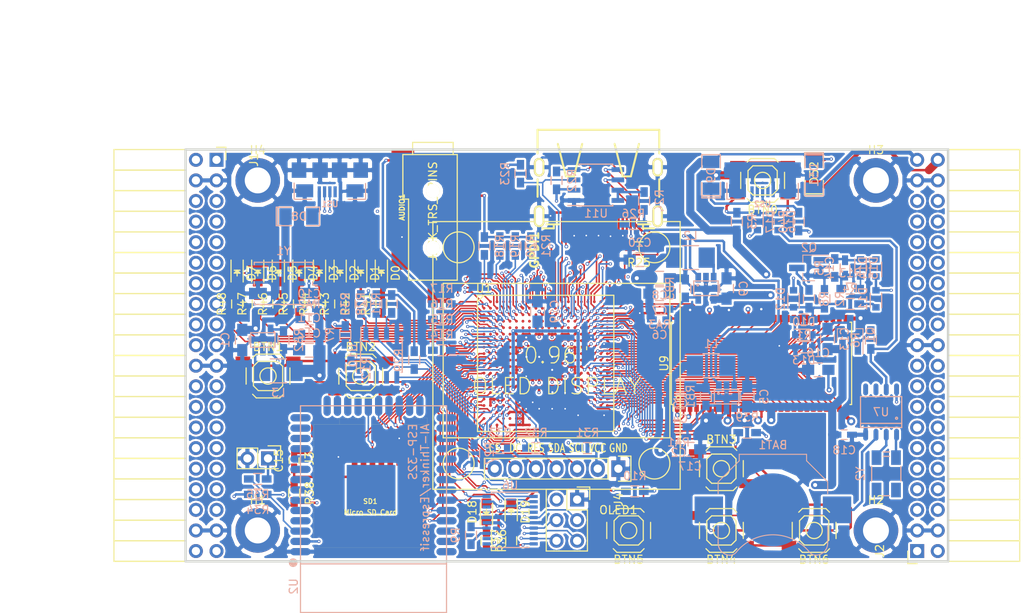
<source format=kicad_pcb>
(kicad_pcb (version 4) (host pcbnew 4.0.5+dfsg1-4)
  (layers (0 F.Cu signal) (1 In1.Cu signal) (2 In2.Cu signal) (31 B.Cu signal) (34 B.Paste user) (35 F.Paste user) (36 B.SilkS user) (37 F.SilkS user) (38 B.Mask user) (39 F.Mask user) (44 Edge.Cuts user))
  (net 0 "")
  (net 1 GND)
  (net 2 +5V)
  (net 3 /gpio/IN5V)
  (net 4 /gpio/OUT5V)
  (net 5 +3V3)
  (net 6 "Net-(L1-Pad1)")
  (net 7 "Net-(L2-Pad1)")
  (net 8 +1V2)
  (net 9 BTN_D)
  (net 10 BTN_F1)
  (net 11 BTN_F2)
  (net 12 BTN_L)
  (net 13 BTN_R)
  (net 14 BTN_U)
  (net 15 /power/FB1)
  (net 16 +2V5)
  (net 17 "Net-(L3-Pad1)")
  (net 18 /power/PWREN)
  (net 19 /power/FB3)
  (net 20 /power/FB2)
  (net 21 "Net-(D9-Pad1)")
  (net 22 /power/VBAT)
  (net 23 JTAG_TDI)
  (net 24 JTAG_TCK)
  (net 25 JTAG_TMS)
  (net 26 JTAG_TDO)
  (net 27 /power/WAKEUPn)
  (net 28 /power/WKUP)
  (net 29 /power/SHUT)
  (net 30 /power/WAKE)
  (net 31 /power/HOLD)
  (net 32 /power/WKn)
  (net 33 /power/OSCI_32k)
  (net 34 /power/OSCO_32k)
  (net 35 "Net-(Q2-Pad3)")
  (net 36 SHUTDOWN)
  (net 37 /analog/AUDIO_L)
  (net 38 /analog/AUDIO_R)
  (net 39 GPDI_5V_SCL)
  (net 40 GPDI_5V_SDA)
  (net 41 GPDI_SDA)
  (net 42 GPDI_SCL)
  (net 43 /gpdi/VREF2)
  (net 44 SD_CMD)
  (net 45 SD_CLK)
  (net 46 SD_D0)
  (net 47 SD_D1)
  (net 48 USB5V)
  (net 49 "Net-(BTN0-Pad1)")
  (net 50 GPDI_CEC)
  (net 51 nRESET)
  (net 52 FTDI_nDTR)
  (net 53 SDRAM_CKE)
  (net 54 SDRAM_A7)
  (net 55 SDRAM_D15)
  (net 56 SDRAM_BA1)
  (net 57 SDRAM_D7)
  (net 58 SDRAM_A6)
  (net 59 SDRAM_CLK)
  (net 60 SDRAM_D13)
  (net 61 SDRAM_BA0)
  (net 62 SDRAM_D6)
  (net 63 SDRAM_A5)
  (net 64 SDRAM_D14)
  (net 65 SDRAM_A11)
  (net 66 SDRAM_D12)
  (net 67 SDRAM_D5)
  (net 68 SDRAM_A4)
  (net 69 SDRAM_A10)
  (net 70 SDRAM_D11)
  (net 71 SDRAM_A3)
  (net 72 SDRAM_D4)
  (net 73 SDRAM_D10)
  (net 74 SDRAM_D9)
  (net 75 SDRAM_A9)
  (net 76 SDRAM_D3)
  (net 77 SDRAM_D8)
  (net 78 SDRAM_A8)
  (net 79 SDRAM_A2)
  (net 80 SDRAM_A1)
  (net 81 SDRAM_A0)
  (net 82 SDRAM_D2)
  (net 83 SDRAM_D1)
  (net 84 SDRAM_D0)
  (net 85 SDRAM_DQM0)
  (net 86 SDRAM_nCS)
  (net 87 SDRAM_nRAS)
  (net 88 SDRAM_DQM1)
  (net 89 SDRAM_nCAS)
  (net 90 SDRAM_nWE)
  (net 91 /flash/FLASH_nWP)
  (net 92 /flash/FLASH_nHOLD)
  (net 93 /flash/FLASH_MOSI)
  (net 94 /flash/FLASH_MISO)
  (net 95 /flash/FLASH_SCK)
  (net 96 /flash/FLASH_nCS)
  (net 97 /flash/FPGA_PROGRAMN)
  (net 98 /flash/FPGA_DONE)
  (net 99 /flash/FPGA_INITN)
  (net 100 OLED_RES)
  (net 101 OLED_DC)
  (net 102 OLED_CS)
  (net 103 WIFI_EN)
  (net 104 FTDI_nRTS)
  (net 105 FTDI_TXD)
  (net 106 FTDI_RXD)
  (net 107 WIFI_RXD)
  (net 108 WIFI_GPIO0)
  (net 109 WIFI_TXD)
  (net 110 GPDI_ETH-)
  (net 111 GPDI_ETH+)
  (net 112 GPDI_D2+)
  (net 113 GPDI_D2-)
  (net 114 GPDI_D1+)
  (net 115 GPDI_D1-)
  (net 116 GPDI_D0+)
  (net 117 GPDI_D0-)
  (net 118 GPDI_CLK+)
  (net 119 GPDI_CLK-)
  (net 120 USB_FTDI_D+)
  (net 121 USB_FTDI_D-)
  (net 122 J1_17-)
  (net 123 J1_17+)
  (net 124 J1_23-)
  (net 125 J1_23+)
  (net 126 J1_25-)
  (net 127 J1_25+)
  (net 128 J1_27-)
  (net 129 J1_27+)
  (net 130 J1_29-)
  (net 131 J1_29+)
  (net 132 J1_31-)
  (net 133 J1_31+)
  (net 134 J1_33-)
  (net 135 J1_33+)
  (net 136 J1_35-)
  (net 137 J1_35+)
  (net 138 J2_5-)
  (net 139 J2_5+)
  (net 140 J2_7-)
  (net 141 J2_7+)
  (net 142 J2_9-)
  (net 143 J2_9+)
  (net 144 J2_13-)
  (net 145 J2_13+)
  (net 146 J2_17-)
  (net 147 J2_17+)
  (net 148 J2_11-)
  (net 149 J2_11+)
  (net 150 J2_23-)
  (net 151 J2_23+)
  (net 152 J1_5-)
  (net 153 J1_5+)
  (net 154 J1_7-)
  (net 155 J1_7+)
  (net 156 J1_9-)
  (net 157 J1_9+)
  (net 158 J1_11-)
  (net 159 J1_11+)
  (net 160 J1_13-)
  (net 161 J1_13+)
  (net 162 J1_15-)
  (net 163 J1_15+)
  (net 164 J2_15-)
  (net 165 J2_15+)
  (net 166 J2_25-)
  (net 167 J2_25+)
  (net 168 J2_27-)
  (net 169 J2_27+)
  (net 170 J2_29-)
  (net 171 J2_29+)
  (net 172 J2_31-)
  (net 173 J2_31+)
  (net 174 J2_33-)
  (net 175 J2_33+)
  (net 176 J2_35-)
  (net 177 J2_35+)
  (net 178 SD_D3)
  (net 179 AUDIO_L3)
  (net 180 AUDIO_L2)
  (net 181 AUDIO_L1)
  (net 182 AUDIO_L0)
  (net 183 AUDIO_R3)
  (net 184 AUDIO_R2)
  (net 185 AUDIO_R1)
  (net 186 AUDIO_R0)
  (net 187 OLED_CLK)
  (net 188 OLED_MOSI)
  (net 189 LED0)
  (net 190 LED1)
  (net 191 LED2)
  (net 192 LED3)
  (net 193 LED4)
  (net 194 LED5)
  (net 195 LED6)
  (net 196 LED7)
  (net 197 BTN_PWRn)
  (net 198 "Net-(J3-Pad1)")
  (net 199 FTDI_nTXLED)
  (net 200 FTDI_nSLEEP)
  (net 201 /blinkey/LED_PWREN)
  (net 202 /blinkey/LED_TXLED)
  (net 203 FT3V3)
  (net 204 /sdcard/SD3V3)
  (net 205 SD_D2)
  (net 206 CLK_25MHz)
  (net 207 /blinkey/BTNPUL)
  (net 208 /blinkey/BTNPUR)
  (net 209 USB_FPGA_D+)
  (net 210 /power/FTDI_nSUSPEND)
  (net 211 /blinkey/ALED0)
  (net 212 /blinkey/ALED1)
  (net 213 /blinkey/ALED2)
  (net 214 /blinkey/ALED3)
  (net 215 /blinkey/ALED4)
  (net 216 /blinkey/ALED5)
  (net 217 /blinkey/ALED6)
  (net 218 /blinkey/ALED7)
  (module lfe5bg381:BGA-381_pitch0.8mm_dia0.4mm (layer F.Cu) (at 138.48 87.8)
    (fp_text reference U1 (at -7.6 -9.2) (layer F.SilkS))
    (fp_text value LFE5U-25F-6BG381C)
    (pad A2 smd circle (at -6.8 -7.6) (size 0.35 0.35) (layers F.Cu F.Paste F.Mask) (net 129 J1_27+))
    (pad A3 smd circle (at -6 -7.6) (size 0.35 0.35) (layers F.Cu F.Paste F.Mask) (net 183 AUDIO_R3))
    (pad A4 smd circle (at -5.2 -7.6) (size 0.35 0.35) (layers F.Cu F.Paste F.Mask) (net 127 J1_25+))
    (pad A5 smd circle (at -4.4 -7.6) (size 0.35 0.35) (layers F.Cu F.Paste F.Mask) (net 126 J1_25-))
    (pad A6 smd circle (at -3.6 -7.6) (size 0.35 0.35) (layers F.Cu F.Paste F.Mask) (net 125 J1_23+))
    (pad A7 smd circle (at -2.8 -7.6) (size 0.35 0.35) (layers F.Cu F.Paste F.Mask) (net 161 J1_13+))
    (pad A8 smd circle (at -2 -7.6) (size 0.35 0.35) (layers F.Cu F.Paste F.Mask) (net 160 J1_13-))
    (pad A9 smd circle (at -1.2 -7.6) (size 0.35 0.35) (layers F.Cu F.Paste F.Mask) (net 156 J1_9-))
    (pad A10 smd circle (at -0.4 -7.6) (size 0.35 0.35) (layers F.Cu F.Paste F.Mask) (net 155 J1_7+))
    (pad A11 smd circle (at 0.4 -7.6) (size 0.35 0.35) (layers F.Cu F.Paste F.Mask) (net 154 J1_7-))
    (pad A12 smd circle (at 1.2 -7.6) (size 0.35 0.35) (layers F.Cu F.Paste F.Mask) (net 111 GPDI_ETH+))
    (pad A13 smd circle (at 2 -7.6) (size 0.35 0.35) (layers F.Cu F.Paste F.Mask) (net 110 GPDI_ETH-))
    (pad A14 smd circle (at 2.8 -7.6) (size 0.35 0.35) (layers F.Cu F.Paste F.Mask) (net 112 GPDI_D2+))
    (pad A15 smd circle (at 3.6 -7.6) (size 0.35 0.35) (layers F.Cu F.Paste F.Mask))
    (pad A16 smd circle (at 4.4 -7.6) (size 0.35 0.35) (layers F.Cu F.Paste F.Mask) (net 114 GPDI_D1+))
    (pad A17 smd circle (at 5.2 -7.6) (size 0.35 0.35) (layers F.Cu F.Paste F.Mask) (net 116 GPDI_D0+))
    (pad A18 smd circle (at 6 -7.6) (size 0.35 0.35) (layers F.Cu F.Paste F.Mask) (net 118 GPDI_CLK+))
    (pad A19 smd circle (at 6.8 -7.6) (size 0.35 0.35) (layers F.Cu F.Paste F.Mask) (net 50 GPDI_CEC))
    (pad B1 smd circle (at -7.6 -6.8) (size 0.35 0.35) (layers F.Cu F.Paste F.Mask) (net 128 J1_27-))
    (pad B2 smd circle (at -6.8 -6.8) (size 0.35 0.35) (layers F.Cu F.Paste F.Mask) (net 189 LED0))
    (pad B3 smd circle (at -6 -6.8) (size 0.35 0.35) (layers F.Cu F.Paste F.Mask) (net 182 AUDIO_L0))
    (pad B4 smd circle (at -5.2 -6.8) (size 0.35 0.35) (layers F.Cu F.Paste F.Mask) (net 130 J1_29-))
    (pad B5 smd circle (at -4.4 -6.8) (size 0.35 0.35) (layers F.Cu F.Paste F.Mask) (net 184 AUDIO_R2))
    (pad B6 smd circle (at -3.6 -6.8) (size 0.35 0.35) (layers F.Cu F.Paste F.Mask) (net 124 J1_23-))
    (pad B7 smd circle (at -2.8 -6.8) (size 0.35 0.35) (layers F.Cu F.Paste F.Mask) (net 1 GND))
    (pad B8 smd circle (at -2 -6.8) (size 0.35 0.35) (layers F.Cu F.Paste F.Mask) (net 162 J1_15-))
    (pad B9 smd circle (at -1.2 -6.8) (size 0.35 0.35) (layers F.Cu F.Paste F.Mask) (net 159 J1_11+))
    (pad B10 smd circle (at -0.4 -6.8) (size 0.35 0.35) (layers F.Cu F.Paste F.Mask) (net 157 J1_9+))
    (pad B11 smd circle (at 0.4 -6.8) (size 0.35 0.35) (layers F.Cu F.Paste F.Mask) (net 153 J1_5+))
    (pad B12 smd circle (at 1.2 -6.8) (size 0.35 0.35) (layers F.Cu F.Paste F.Mask))
    (pad B13 smd circle (at 2 -6.8) (size 0.35 0.35) (layers F.Cu F.Paste F.Mask) (net 175 J2_33+))
    (pad B14 smd circle (at 2.8 -6.8) (size 0.35 0.35) (layers F.Cu F.Paste F.Mask) (net 1 GND))
    (pad B15 smd circle (at 3.6 -6.8) (size 0.35 0.35) (layers F.Cu F.Paste F.Mask) (net 173 J2_31+))
    (pad B16 smd circle (at 4.4 -6.8) (size 0.35 0.35) (layers F.Cu F.Paste F.Mask) (net 115 GPDI_D1-))
    (pad B17 smd circle (at 5.2 -6.8) (size 0.35 0.35) (layers F.Cu F.Paste F.Mask) (net 169 J2_27+))
    (pad B18 smd circle (at 6 -6.8) (size 0.35 0.35) (layers F.Cu F.Paste F.Mask) (net 117 GPDI_D0-))
    (pad B19 smd circle (at 6.8 -6.8) (size 0.35 0.35) (layers F.Cu F.Paste F.Mask) (net 119 GPDI_CLK-))
    (pad B20 smd circle (at 7.6 -6.8) (size 0.35 0.35) (layers F.Cu F.Paste F.Mask) (net 41 GPDI_SDA))
    (pad C1 smd circle (at -7.6 -6) (size 0.35 0.35) (layers F.Cu F.Paste F.Mask) (net 191 LED2))
    (pad C2 smd circle (at -6.8 -6) (size 0.35 0.35) (layers F.Cu F.Paste F.Mask) (net 190 LED1))
    (pad C3 smd circle (at -6 -6) (size 0.35 0.35) (layers F.Cu F.Paste F.Mask) (net 181 AUDIO_L1))
    (pad C4 smd circle (at -5.2 -6) (size 0.35 0.35) (layers F.Cu F.Paste F.Mask) (net 131 J1_29+))
    (pad C5 smd circle (at -4.4 -6) (size 0.35 0.35) (layers F.Cu F.Paste F.Mask) (net 186 AUDIO_R0))
    (pad C6 smd circle (at -3.6 -6) (size 0.35 0.35) (layers F.Cu F.Paste F.Mask) (net 123 J1_17+))
    (pad C7 smd circle (at -2.8 -6) (size 0.35 0.35) (layers F.Cu F.Paste F.Mask) (net 122 J1_17-))
    (pad C8 smd circle (at -2 -6) (size 0.35 0.35) (layers F.Cu F.Paste F.Mask) (net 163 J1_15+))
    (pad C9 smd circle (at -1.2 -6) (size 0.35 0.35) (layers F.Cu F.Paste F.Mask))
    (pad C10 smd circle (at -0.4 -6) (size 0.35 0.35) (layers F.Cu F.Paste F.Mask) (net 158 J1_11-))
    (pad C11 smd circle (at 0.4 -6) (size 0.35 0.35) (layers F.Cu F.Paste F.Mask) (net 152 J1_5-))
    (pad C12 smd circle (at 1.2 -6) (size 0.35 0.35) (layers F.Cu F.Paste F.Mask) (net 42 GPDI_SCL))
    (pad C13 smd circle (at 2 -6) (size 0.35 0.35) (layers F.Cu F.Paste F.Mask) (net 174 J2_33-))
    (pad C14 smd circle (at 2.8 -6) (size 0.35 0.35) (layers F.Cu F.Paste F.Mask) (net 113 GPDI_D2-))
    (pad C15 smd circle (at 3.6 -6) (size 0.35 0.35) (layers F.Cu F.Paste F.Mask) (net 172 J2_31-))
    (pad C16 smd circle (at 4.4 -6) (size 0.35 0.35) (layers F.Cu F.Paste F.Mask) (net 171 J2_29+))
    (pad C17 smd circle (at 5.2 -6) (size 0.35 0.35) (layers F.Cu F.Paste F.Mask) (net 168 J2_27-))
    (pad C18 smd circle (at 6 -6) (size 0.35 0.35) (layers F.Cu F.Paste F.Mask) (net 151 J2_23+))
    (pad C19 smd circle (at 6.8 -6) (size 0.35 0.35) (layers F.Cu F.Paste F.Mask) (net 1 GND))
    (pad C20 smd circle (at 7.6 -6) (size 0.35 0.35) (layers F.Cu F.Paste F.Mask) (net 64 SDRAM_D14))
    (pad D1 smd circle (at -7.6 -5.2) (size 0.35 0.35) (layers F.Cu F.Paste F.Mask) (net 193 LED4))
    (pad D2 smd circle (at -6.8 -5.2) (size 0.35 0.35) (layers F.Cu F.Paste F.Mask) (net 192 LED3))
    (pad D3 smd circle (at -6 -5.2) (size 0.35 0.35) (layers F.Cu F.Paste F.Mask) (net 180 AUDIO_L2))
    (pad D4 smd circle (at -5.2 -5.2) (size 0.35 0.35) (layers F.Cu F.Paste F.Mask) (net 1 GND))
    (pad D5 smd circle (at -4.4 -5.2) (size 0.35 0.35) (layers F.Cu F.Paste F.Mask) (net 185 AUDIO_R1))
    (pad D6 smd circle (at -3.6 -5.2) (size 0.35 0.35) (layers F.Cu F.Paste F.Mask) (net 197 BTN_PWRn))
    (pad D7 smd circle (at -2.8 -5.2) (size 0.35 0.35) (layers F.Cu F.Paste F.Mask))
    (pad D8 smd circle (at -2 -5.2) (size 0.35 0.35) (layers F.Cu F.Paste F.Mask))
    (pad D9 smd circle (at -1.2 -5.2) (size 0.35 0.35) (layers F.Cu F.Paste F.Mask))
    (pad D10 smd circle (at -0.4 -5.2) (size 0.35 0.35) (layers F.Cu F.Paste F.Mask))
    (pad D11 smd circle (at 0.4 -5.2) (size 0.35 0.35) (layers F.Cu F.Paste F.Mask))
    (pad D12 smd circle (at 1.2 -5.2) (size 0.35 0.35) (layers F.Cu F.Paste F.Mask))
    (pad D13 smd circle (at 2 -5.2) (size 0.35 0.35) (layers F.Cu F.Paste F.Mask) (net 177 J2_35+))
    (pad D14 smd circle (at 2.8 -5.2) (size 0.35 0.35) (layers F.Cu F.Paste F.Mask))
    (pad D15 smd circle (at 3.6 -5.2) (size 0.35 0.35) (layers F.Cu F.Paste F.Mask) (net 167 J2_25+))
    (pad D16 smd circle (at 4.4 -5.2) (size 0.35 0.35) (layers F.Cu F.Paste F.Mask) (net 170 J2_29-))
    (pad D17 smd circle (at 5.2 -5.2) (size 0.35 0.35) (layers F.Cu F.Paste F.Mask) (net 150 J2_23-))
    (pad D18 smd circle (at 6 -5.2) (size 0.35 0.35) (layers F.Cu F.Paste F.Mask) (net 147 J2_17+))
    (pad D19 smd circle (at 6.8 -5.2) (size 0.35 0.35) (layers F.Cu F.Paste F.Mask) (net 55 SDRAM_D15))
    (pad D20 smd circle (at 7.6 -5.2) (size 0.35 0.35) (layers F.Cu F.Paste F.Mask) (net 60 SDRAM_D13))
    (pad E1 smd circle (at -7.6 -4.4) (size 0.35 0.35) (layers F.Cu F.Paste F.Mask) (net 195 LED6))
    (pad E2 smd circle (at -6.8 -4.4) (size 0.35 0.35) (layers F.Cu F.Paste F.Mask) (net 194 LED5))
    (pad E3 smd circle (at -6 -4.4) (size 0.35 0.35) (layers F.Cu F.Paste F.Mask) (net 132 J1_31-))
    (pad E4 smd circle (at -5.2 -4.4) (size 0.35 0.35) (layers F.Cu F.Paste F.Mask) (net 179 AUDIO_L3))
    (pad E5 smd circle (at -4.4 -4.4) (size 0.35 0.35) (layers F.Cu F.Paste F.Mask))
    (pad E6 smd circle (at -3.6 -4.4) (size 0.35 0.35) (layers F.Cu F.Paste F.Mask))
    (pad E7 smd circle (at -2.8 -4.4) (size 0.35 0.35) (layers F.Cu F.Paste F.Mask))
    (pad E8 smd circle (at -2 -4.4) (size 0.35 0.35) (layers F.Cu F.Paste F.Mask))
    (pad E9 smd circle (at -1.2 -4.4) (size 0.35 0.35) (layers F.Cu F.Paste F.Mask))
    (pad E10 smd circle (at -0.4 -4.4) (size 0.35 0.35) (layers F.Cu F.Paste F.Mask))
    (pad E11 smd circle (at 0.4 -4.4) (size 0.35 0.35) (layers F.Cu F.Paste F.Mask))
    (pad E12 smd circle (at 1.2 -4.4) (size 0.35 0.35) (layers F.Cu F.Paste F.Mask))
    (pad E13 smd circle (at 2 -4.4) (size 0.35 0.35) (layers F.Cu F.Paste F.Mask) (net 176 J2_35-))
    (pad E14 smd circle (at 2.8 -4.4) (size 0.35 0.35) (layers F.Cu F.Paste F.Mask))
    (pad E15 smd circle (at 3.6 -4.4) (size 0.35 0.35) (layers F.Cu F.Paste F.Mask) (net 166 J2_25-))
    (pad E16 smd circle (at 4.4 -4.4) (size 0.35 0.35) (layers F.Cu F.Paste F.Mask))
    (pad E17 smd circle (at 5.2 -4.4) (size 0.35 0.35) (layers F.Cu F.Paste F.Mask) (net 146 J2_17-))
    (pad E18 smd circle (at 6 -4.4) (size 0.35 0.35) (layers F.Cu F.Paste F.Mask) (net 72 SDRAM_D4))
    (pad E19 smd circle (at 6.8 -4.4) (size 0.35 0.35) (layers F.Cu F.Paste F.Mask) (net 66 SDRAM_D12))
    (pad E20 smd circle (at 7.6 -4.4) (size 0.35 0.35) (layers F.Cu F.Paste F.Mask) (net 70 SDRAM_D11))
    (pad F1 smd circle (at -7.6 -3.6) (size 0.35 0.35) (layers F.Cu F.Paste F.Mask) (net 103 WIFI_EN))
    (pad F2 smd circle (at -6.8 -3.6) (size 0.35 0.35) (layers F.Cu F.Paste F.Mask))
    (pad F3 smd circle (at -6 -3.6) (size 0.35 0.35) (layers F.Cu F.Paste F.Mask) (net 134 J1_33-))
    (pad F4 smd circle (at -5.2 -3.6) (size 0.35 0.35) (layers F.Cu F.Paste F.Mask) (net 133 J1_31+))
    (pad F5 smd circle (at -4.4 -3.6) (size 0.35 0.35) (layers F.Cu F.Paste F.Mask))
    (pad F6 smd circle (at -3.6 -3.6) (size 0.35 0.35) (layers F.Cu F.Paste F.Mask) (net 16 +2V5))
    (pad F7 smd circle (at -2.8 -3.6) (size 0.35 0.35) (layers F.Cu F.Paste F.Mask) (net 1 GND))
    (pad F8 smd circle (at -2 -3.6) (size 0.35 0.35) (layers F.Cu F.Paste F.Mask) (net 1 GND))
    (pad F9 smd circle (at -1.2 -3.6) (size 0.35 0.35) (layers F.Cu F.Paste F.Mask) (net 5 +3V3))
    (pad F10 smd circle (at -0.4 -3.6) (size 0.35 0.35) (layers F.Cu F.Paste F.Mask) (net 5 +3V3))
    (pad F11 smd circle (at 0.4 -3.6) (size 0.35 0.35) (layers F.Cu F.Paste F.Mask) (net 5 +3V3))
    (pad F12 smd circle (at 1.2 -3.6) (size 0.35 0.35) (layers F.Cu F.Paste F.Mask) (net 5 +3V3))
    (pad F13 smd circle (at 2 -3.6) (size 0.35 0.35) (layers F.Cu F.Paste F.Mask) (net 1 GND))
    (pad F14 smd circle (at 2.8 -3.6) (size 0.35 0.35) (layers F.Cu F.Paste F.Mask) (net 1 GND))
    (pad F15 smd circle (at 3.6 -3.6) (size 0.35 0.35) (layers F.Cu F.Paste F.Mask) (net 16 +2V5))
    (pad F16 smd circle (at 4.4 -3.6) (size 0.35 0.35) (layers F.Cu F.Paste F.Mask))
    (pad F17 smd circle (at 5.2 -3.6) (size 0.35 0.35) (layers F.Cu F.Paste F.Mask) (net 165 J2_15+))
    (pad F18 smd circle (at 6 -3.6) (size 0.35 0.35) (layers F.Cu F.Paste F.Mask) (net 67 SDRAM_D5))
    (pad F19 smd circle (at 6.8 -3.6) (size 0.35 0.35) (layers F.Cu F.Paste F.Mask) (net 73 SDRAM_D10))
    (pad F20 smd circle (at 7.6 -3.6) (size 0.35 0.35) (layers F.Cu F.Paste F.Mask) (net 74 SDRAM_D9))
    (pad G1 smd circle (at -7.6 -2.8) (size 0.35 0.35) (layers F.Cu F.Paste F.Mask))
    (pad G2 smd circle (at -6.8 -2.8) (size 0.35 0.35) (layers F.Cu F.Paste F.Mask) (net 206 CLK_25MHz))
    (pad G3 smd circle (at -6 -2.8) (size 0.35 0.35) (layers F.Cu F.Paste F.Mask) (net 135 J1_33+))
    (pad G4 smd circle (at -5.2 -2.8) (size 0.35 0.35) (layers F.Cu F.Paste F.Mask) (net 1 GND))
    (pad G5 smd circle (at -4.4 -2.8) (size 0.35 0.35) (layers F.Cu F.Paste F.Mask) (net 136 J1_35-))
    (pad G6 smd circle (at -3.6 -2.8) (size 0.35 0.35) (layers F.Cu F.Paste F.Mask) (net 1 GND))
    (pad G7 smd circle (at -2.8 -2.8) (size 0.35 0.35) (layers F.Cu F.Paste F.Mask) (net 1 GND))
    (pad G8 smd circle (at -2 -2.8) (size 0.35 0.35) (layers F.Cu F.Paste F.Mask) (net 1 GND))
    (pad G9 smd circle (at -1.2 -2.8) (size 0.35 0.35) (layers F.Cu F.Paste F.Mask) (net 1 GND))
    (pad G10 smd circle (at -0.4 -2.8) (size 0.35 0.35) (layers F.Cu F.Paste F.Mask) (net 1 GND))
    (pad G11 smd circle (at 0.4 -2.8) (size 0.35 0.35) (layers F.Cu F.Paste F.Mask) (net 1 GND))
    (pad G12 smd circle (at 1.2 -2.8) (size 0.35 0.35) (layers F.Cu F.Paste F.Mask) (net 1 GND))
    (pad G13 smd circle (at 2 -2.8) (size 0.35 0.35) (layers F.Cu F.Paste F.Mask) (net 1 GND))
    (pad G14 smd circle (at 2.8 -2.8) (size 0.35 0.35) (layers F.Cu F.Paste F.Mask) (net 1 GND))
    (pad G15 smd circle (at 3.6 -2.8) (size 0.35 0.35) (layers F.Cu F.Paste F.Mask) (net 1 GND))
    (pad G16 smd circle (at 4.4 -2.8) (size 0.35 0.35) (layers F.Cu F.Paste F.Mask))
    (pad G17 smd circle (at 5.2 -2.8) (size 0.35 0.35) (layers F.Cu F.Paste F.Mask) (net 1 GND))
    (pad G18 smd circle (at 6 -2.8) (size 0.35 0.35) (layers F.Cu F.Paste F.Mask) (net 164 J2_15-))
    (pad G19 smd circle (at 6.8 -2.8) (size 0.35 0.35) (layers F.Cu F.Paste F.Mask) (net 77 SDRAM_D8))
    (pad G20 smd circle (at 7.6 -2.8) (size 0.35 0.35) (layers F.Cu F.Paste F.Mask) (net 88 SDRAM_DQM1))
    (pad H1 smd circle (at -7.6 -2) (size 0.35 0.35) (layers F.Cu F.Paste F.Mask) (net 178 SD_D3))
    (pad H2 smd circle (at -6.8 -2) (size 0.35 0.35) (layers F.Cu F.Paste F.Mask) (net 205 SD_D2))
    (pad H3 smd circle (at -6 -2) (size 0.35 0.35) (layers F.Cu F.Paste F.Mask) (net 196 LED7))
    (pad H4 smd circle (at -5.2 -2) (size 0.35 0.35) (layers F.Cu F.Paste F.Mask) (net 137 J1_35+))
    (pad H5 smd circle (at -4.4 -2) (size 0.35 0.35) (layers F.Cu F.Paste F.Mask))
    (pad H6 smd circle (at -3.6 -2) (size 0.35 0.35) (layers F.Cu F.Paste F.Mask) (net 5 +3V3))
    (pad H7 smd circle (at -2.8 -2) (size 0.35 0.35) (layers F.Cu F.Paste F.Mask) (net 5 +3V3))
    (pad H8 smd circle (at -2 -2) (size 0.35 0.35) (layers F.Cu F.Paste F.Mask) (net 8 +1V2))
    (pad H9 smd circle (at -1.2 -2) (size 0.35 0.35) (layers F.Cu F.Paste F.Mask) (net 8 +1V2))
    (pad H10 smd circle (at -0.4 -2) (size 0.35 0.35) (layers F.Cu F.Paste F.Mask) (net 8 +1V2))
    (pad H11 smd circle (at 0.4 -2) (size 0.35 0.35) (layers F.Cu F.Paste F.Mask) (net 8 +1V2))
    (pad H12 smd circle (at 1.2 -2) (size 0.35 0.35) (layers F.Cu F.Paste F.Mask) (net 8 +1V2))
    (pad H13 smd circle (at 2 -2) (size 0.35 0.35) (layers F.Cu F.Paste F.Mask) (net 8 +1V2))
    (pad H14 smd circle (at 2.8 -2) (size 0.35 0.35) (layers F.Cu F.Paste F.Mask) (net 5 +3V3))
    (pad H15 smd circle (at 3.6 -2) (size 0.35 0.35) (layers F.Cu F.Paste F.Mask) (net 5 +3V3))
    (pad H16 smd circle (at 4.4 -2) (size 0.35 0.35) (layers F.Cu F.Paste F.Mask))
    (pad H17 smd circle (at 5.2 -2) (size 0.35 0.35) (layers F.Cu F.Paste F.Mask) (net 144 J2_13-))
    (pad H18 smd circle (at 6 -2) (size 0.35 0.35) (layers F.Cu F.Paste F.Mask) (net 145 J2_13+))
    (pad H19 smd circle (at 6.8 -2) (size 0.35 0.35) (layers F.Cu F.Paste F.Mask) (net 1 GND))
    (pad H20 smd circle (at 7.6 -2) (size 0.35 0.35) (layers F.Cu F.Paste F.Mask) (net 59 SDRAM_CLK))
    (pad J1 smd circle (at -7.6 -1.2) (size 0.35 0.35) (layers F.Cu F.Paste F.Mask) (net 45 SD_CLK))
    (pad J2 smd circle (at -6.8 -1.2) (size 0.35 0.35) (layers F.Cu F.Paste F.Mask) (net 1 GND))
    (pad J3 smd circle (at -6 -1.2) (size 0.35 0.35) (layers F.Cu F.Paste F.Mask) (net 44 SD_CMD))
    (pad J4 smd circle (at -5.2 -1.2) (size 0.35 0.35) (layers F.Cu F.Paste F.Mask))
    (pad J5 smd circle (at -4.4 -1.2) (size 0.35 0.35) (layers F.Cu F.Paste F.Mask))
    (pad J6 smd circle (at -3.6 -1.2) (size 0.35 0.35) (layers F.Cu F.Paste F.Mask) (net 5 +3V3))
    (pad J7 smd circle (at -2.8 -1.2) (size 0.35 0.35) (layers F.Cu F.Paste F.Mask) (net 1 GND))
    (pad J8 smd circle (at -2 -1.2) (size 0.35 0.35) (layers F.Cu F.Paste F.Mask) (net 8 +1V2))
    (pad J9 smd circle (at -1.2 -1.2) (size 0.35 0.35) (layers F.Cu F.Paste F.Mask) (net 1 GND))
    (pad J10 smd circle (at -0.4 -1.2) (size 0.35 0.35) (layers F.Cu F.Paste F.Mask) (net 1 GND))
    (pad J11 smd circle (at 0.4 -1.2) (size 0.35 0.35) (layers F.Cu F.Paste F.Mask) (net 1 GND))
    (pad J12 smd circle (at 1.2 -1.2) (size 0.35 0.35) (layers F.Cu F.Paste F.Mask) (net 1 GND))
    (pad J13 smd circle (at 2 -1.2) (size 0.35 0.35) (layers F.Cu F.Paste F.Mask) (net 8 +1V2))
    (pad J14 smd circle (at 2.8 -1.2) (size 0.35 0.35) (layers F.Cu F.Paste F.Mask) (net 1 GND))
    (pad J15 smd circle (at 3.6 -1.2) (size 0.35 0.35) (layers F.Cu F.Paste F.Mask) (net 5 +3V3))
    (pad J16 smd circle (at 4.4 -1.2) (size 0.35 0.35) (layers F.Cu F.Paste F.Mask))
    (pad J17 smd circle (at 5.2 -1.2) (size 0.35 0.35) (layers F.Cu F.Paste F.Mask))
    (pad J18 smd circle (at 6 -1.2) (size 0.35 0.35) (layers F.Cu F.Paste F.Mask) (net 76 SDRAM_D3))
    (pad J19 smd circle (at 6.8 -1.2) (size 0.35 0.35) (layers F.Cu F.Paste F.Mask) (net 53 SDRAM_CKE))
    (pad J20 smd circle (at 7.6 -1.2) (size 0.35 0.35) (layers F.Cu F.Paste F.Mask) (net 65 SDRAM_A11))
    (pad K1 smd circle (at -7.6 -0.4) (size 0.35 0.35) (layers F.Cu F.Paste F.Mask) (net 47 SD_D1))
    (pad K2 smd circle (at -6.8 -0.4) (size 0.35 0.35) (layers F.Cu F.Paste F.Mask) (net 46 SD_D0))
    (pad K3 smd circle (at -6 -0.4) (size 0.35 0.35) (layers F.Cu F.Paste F.Mask) (net 107 WIFI_RXD))
    (pad K4 smd circle (at -5.2 -0.4) (size 0.35 0.35) (layers F.Cu F.Paste F.Mask) (net 109 WIFI_TXD))
    (pad K5 smd circle (at -4.4 -0.4) (size 0.35 0.35) (layers F.Cu F.Paste F.Mask))
    (pad K6 smd circle (at -3.6 -0.4) (size 0.35 0.35) (layers F.Cu F.Paste F.Mask) (net 1 GND))
    (pad K7 smd circle (at -2.8 -0.4) (size 0.35 0.35) (layers F.Cu F.Paste F.Mask) (net 1 GND))
    (pad K8 smd circle (at -2 -0.4) (size 0.35 0.35) (layers F.Cu F.Paste F.Mask) (net 8 +1V2))
    (pad K9 smd circle (at -1.2 -0.4) (size 0.35 0.35) (layers F.Cu F.Paste F.Mask) (net 1 GND))
    (pad K10 smd circle (at -0.4 -0.4) (size 0.35 0.35) (layers F.Cu F.Paste F.Mask) (net 1 GND))
    (pad K11 smd circle (at 0.4 -0.4) (size 0.35 0.35) (layers F.Cu F.Paste F.Mask) (net 1 GND))
    (pad K12 smd circle (at 1.2 -0.4) (size 0.35 0.35) (layers F.Cu F.Paste F.Mask) (net 1 GND))
    (pad K13 smd circle (at 2 -0.4) (size 0.35 0.35) (layers F.Cu F.Paste F.Mask) (net 8 +1V2))
    (pad K14 smd circle (at 2.8 -0.4) (size 0.35 0.35) (layers F.Cu F.Paste F.Mask) (net 1 GND))
    (pad K15 smd circle (at 3.6 -0.4) (size 0.35 0.35) (layers F.Cu F.Paste F.Mask) (net 1 GND))
    (pad K16 smd circle (at 4.4 -0.4) (size 0.35 0.35) (layers F.Cu F.Paste F.Mask))
    (pad K17 smd circle (at 5.2 -0.4) (size 0.35 0.35) (layers F.Cu F.Paste F.Mask))
    (pad K18 smd circle (at 6 -0.4) (size 0.35 0.35) (layers F.Cu F.Paste F.Mask) (net 82 SDRAM_D2))
    (pad K19 smd circle (at 6.8 -0.4) (size 0.35 0.35) (layers F.Cu F.Paste F.Mask) (net 75 SDRAM_A9))
    (pad K20 smd circle (at 7.6 -0.4) (size 0.35 0.35) (layers F.Cu F.Paste F.Mask) (net 78 SDRAM_A8))
    (pad L1 smd circle (at -7.6 0.4) (size 0.35 0.35) (layers F.Cu F.Paste F.Mask))
    (pad L2 smd circle (at -6.8 0.4) (size 0.35 0.35) (layers F.Cu F.Paste F.Mask) (net 108 WIFI_GPIO0))
    (pad L3 smd circle (at -6 0.4) (size 0.35 0.35) (layers F.Cu F.Paste F.Mask))
    (pad L4 smd circle (at -5.2 0.4) (size 0.35 0.35) (layers F.Cu F.Paste F.Mask) (net 106 FTDI_RXD))
    (pad L5 smd circle (at -4.4 0.4) (size 0.35 0.35) (layers F.Cu F.Paste F.Mask))
    (pad L6 smd circle (at -3.6 0.4) (size 0.35 0.35) (layers F.Cu F.Paste F.Mask) (net 5 +3V3))
    (pad L7 smd circle (at -2.8 0.4) (size 0.35 0.35) (layers F.Cu F.Paste F.Mask) (net 5 +3V3))
    (pad L8 smd circle (at -2 0.4) (size 0.35 0.35) (layers F.Cu F.Paste F.Mask) (net 8 +1V2))
    (pad L9 smd circle (at -1.2 0.4) (size 0.35 0.35) (layers F.Cu F.Paste F.Mask) (net 1 GND))
    (pad L10 smd circle (at -0.4 0.4) (size 0.35 0.35) (layers F.Cu F.Paste F.Mask) (net 1 GND))
    (pad L11 smd circle (at 0.4 0.4) (size 0.35 0.35) (layers F.Cu F.Paste F.Mask) (net 1 GND))
    (pad L12 smd circle (at 1.2 0.4) (size 0.35 0.35) (layers F.Cu F.Paste F.Mask) (net 1 GND))
    (pad L13 smd circle (at 2 0.4) (size 0.35 0.35) (layers F.Cu F.Paste F.Mask) (net 8 +1V2))
    (pad L14 smd circle (at 2.8 0.4) (size 0.35 0.35) (layers F.Cu F.Paste F.Mask) (net 5 +3V3))
    (pad L15 smd circle (at 3.6 0.4) (size 0.35 0.35) (layers F.Cu F.Paste F.Mask) (net 5 +3V3))
    (pad L16 smd circle (at 4.4 0.4) (size 0.35 0.35) (layers F.Cu F.Paste F.Mask) (net 149 J2_11+))
    (pad L17 smd circle (at 5.2 0.4) (size 0.35 0.35) (layers F.Cu F.Paste F.Mask) (net 148 J2_11-))
    (pad L18 smd circle (at 6 0.4) (size 0.35 0.35) (layers F.Cu F.Paste F.Mask) (net 83 SDRAM_D1))
    (pad L19 smd circle (at 6.8 0.4) (size 0.35 0.35) (layers F.Cu F.Paste F.Mask) (net 54 SDRAM_A7))
    (pad L20 smd circle (at 7.6 0.4) (size 0.35 0.35) (layers F.Cu F.Paste F.Mask) (net 58 SDRAM_A6))
    (pad M1 smd circle (at -7.6 1.2) (size 0.35 0.35) (layers F.Cu F.Paste F.Mask) (net 105 FTDI_TXD))
    (pad M2 smd circle (at -6.8 1.2) (size 0.35 0.35) (layers F.Cu F.Paste F.Mask) (net 1 GND))
    (pad M3 smd circle (at -6 1.2) (size 0.35 0.35) (layers F.Cu F.Paste F.Mask) (net 104 FTDI_nRTS))
    (pad M4 smd circle (at -5.2 1.2) (size 0.35 0.35) (layers F.Cu F.Paste F.Mask))
    (pad M5 smd circle (at -4.4 1.2) (size 0.35 0.35) (layers F.Cu F.Paste F.Mask))
    (pad M6 smd circle (at -3.6 1.2) (size 0.35 0.35) (layers F.Cu F.Paste F.Mask) (net 5 +3V3))
    (pad M7 smd circle (at -2.8 1.2) (size 0.35 0.35) (layers F.Cu F.Paste F.Mask) (net 1 GND))
    (pad M8 smd circle (at -2 1.2) (size 0.35 0.35) (layers F.Cu F.Paste F.Mask) (net 8 +1V2))
    (pad M9 smd circle (at -1.2 1.2) (size 0.35 0.35) (layers F.Cu F.Paste F.Mask) (net 1 GND))
    (pad M10 smd circle (at -0.4 1.2) (size 0.35 0.35) (layers F.Cu F.Paste F.Mask) (net 1 GND))
    (pad M11 smd circle (at 0.4 1.2) (size 0.35 0.35) (layers F.Cu F.Paste F.Mask) (net 1 GND))
    (pad M12 smd circle (at 1.2 1.2) (size 0.35 0.35) (layers F.Cu F.Paste F.Mask) (net 1 GND))
    (pad M13 smd circle (at 2 1.2) (size 0.35 0.35) (layers F.Cu F.Paste F.Mask) (net 8 +1V2))
    (pad M14 smd circle (at 2.8 1.2) (size 0.35 0.35) (layers F.Cu F.Paste F.Mask) (net 1 GND))
    (pad M15 smd circle (at 3.6 1.2) (size 0.35 0.35) (layers F.Cu F.Paste F.Mask) (net 5 +3V3))
    (pad M16 smd circle (at 4.4 1.2) (size 0.35 0.35) (layers F.Cu F.Paste F.Mask) (net 1 GND))
    (pad M17 smd circle (at 5.2 1.2) (size 0.35 0.35) (layers F.Cu F.Paste F.Mask) (net 142 J2_9-))
    (pad M18 smd circle (at 6 1.2) (size 0.35 0.35) (layers F.Cu F.Paste F.Mask) (net 84 SDRAM_D0))
    (pad M19 smd circle (at 6.8 1.2) (size 0.35 0.35) (layers F.Cu F.Paste F.Mask) (net 63 SDRAM_A5))
    (pad M20 smd circle (at 7.6 1.2) (size 0.35 0.35) (layers F.Cu F.Paste F.Mask) (net 68 SDRAM_A4))
    (pad N1 smd circle (at -7.6 2) (size 0.35 0.35) (layers F.Cu F.Paste F.Mask) (net 52 FTDI_nDTR))
    (pad N2 smd circle (at -6.8 2) (size 0.35 0.35) (layers F.Cu F.Paste F.Mask) (net 102 OLED_CS))
    (pad N3 smd circle (at -6 2) (size 0.35 0.35) (layers F.Cu F.Paste F.Mask))
    (pad N4 smd circle (at -5.2 2) (size 0.35 0.35) (layers F.Cu F.Paste F.Mask))
    (pad N5 smd circle (at -4.4 2) (size 0.35 0.35) (layers F.Cu F.Paste F.Mask))
    (pad N6 smd circle (at -3.6 2) (size 0.35 0.35) (layers F.Cu F.Paste F.Mask) (net 1 GND))
    (pad N7 smd circle (at -2.8 2) (size 0.35 0.35) (layers F.Cu F.Paste F.Mask) (net 1 GND))
    (pad N8 smd circle (at -2 2) (size 0.35 0.35) (layers F.Cu F.Paste F.Mask) (net 8 +1V2))
    (pad N9 smd circle (at -1.2 2) (size 0.35 0.35) (layers F.Cu F.Paste F.Mask) (net 8 +1V2))
    (pad N10 smd circle (at -0.4 2) (size 0.35 0.35) (layers F.Cu F.Paste F.Mask) (net 8 +1V2))
    (pad N11 smd circle (at 0.4 2) (size 0.35 0.35) (layers F.Cu F.Paste F.Mask) (net 8 +1V2))
    (pad N12 smd circle (at 1.2 2) (size 0.35 0.35) (layers F.Cu F.Paste F.Mask) (net 8 +1V2))
    (pad N13 smd circle (at 2 2) (size 0.35 0.35) (layers F.Cu F.Paste F.Mask) (net 8 +1V2))
    (pad N14 smd circle (at 2.8 2) (size 0.35 0.35) (layers F.Cu F.Paste F.Mask) (net 1 GND))
    (pad N15 smd circle (at 3.6 2) (size 0.35 0.35) (layers F.Cu F.Paste F.Mask) (net 1 GND))
    (pad N16 smd circle (at 4.4 2) (size 0.35 0.35) (layers F.Cu F.Paste F.Mask) (net 143 J2_9+))
    (pad N17 smd circle (at 5.2 2) (size 0.35 0.35) (layers F.Cu F.Paste F.Mask) (net 141 J2_7+))
    (pad N18 smd circle (at 6 2) (size 0.35 0.35) (layers F.Cu F.Paste F.Mask) (net 62 SDRAM_D6))
    (pad N19 smd circle (at 6.8 2) (size 0.35 0.35) (layers F.Cu F.Paste F.Mask) (net 71 SDRAM_A3))
    (pad N20 smd circle (at 7.6 2) (size 0.35 0.35) (layers F.Cu F.Paste F.Mask) (net 79 SDRAM_A2))
    (pad P1 smd circle (at -7.6 2.8) (size 0.35 0.35) (layers F.Cu F.Paste F.Mask) (net 101 OLED_DC))
    (pad P2 smd circle (at -6.8 2.8) (size 0.35 0.35) (layers F.Cu F.Paste F.Mask) (net 100 OLED_RES))
    (pad P3 smd circle (at -6 2.8) (size 0.35 0.35) (layers F.Cu F.Paste F.Mask) (net 188 OLED_MOSI))
    (pad P4 smd circle (at -5.2 2.8) (size 0.35 0.35) (layers F.Cu F.Paste F.Mask) (net 187 OLED_CLK))
    (pad P5 smd circle (at -4.4 2.8) (size 0.35 0.35) (layers F.Cu F.Paste F.Mask))
    (pad P6 smd circle (at -3.6 2.8) (size 0.35 0.35) (layers F.Cu F.Paste F.Mask) (net 16 +2V5))
    (pad P7 smd circle (at -2.8 2.8) (size 0.35 0.35) (layers F.Cu F.Paste F.Mask) (net 1 GND))
    (pad P8 smd circle (at -2 2.8) (size 0.35 0.35) (layers F.Cu F.Paste F.Mask) (net 1 GND))
    (pad P9 smd circle (at -1.2 2.8) (size 0.35 0.35) (layers F.Cu F.Paste F.Mask) (net 5 +3V3))
    (pad P10 smd circle (at -0.4 2.8) (size 0.35 0.35) (layers F.Cu F.Paste F.Mask) (net 5 +3V3))
    (pad P11 smd circle (at 0.4 2.8) (size 0.35 0.35) (layers F.Cu F.Paste F.Mask) (net 1 GND))
    (pad P12 smd circle (at 1.2 2.8) (size 0.35 0.35) (layers F.Cu F.Paste F.Mask) (net 1 GND))
    (pad P13 smd circle (at 2 2.8) (size 0.35 0.35) (layers F.Cu F.Paste F.Mask) (net 1 GND))
    (pad P14 smd circle (at 2.8 2.8) (size 0.35 0.35) (layers F.Cu F.Paste F.Mask) (net 1 GND))
    (pad P15 smd circle (at 3.6 2.8) (size 0.35 0.35) (layers F.Cu F.Paste F.Mask) (net 16 +2V5))
    (pad P16 smd circle (at 4.4 2.8) (size 0.35 0.35) (layers F.Cu F.Paste F.Mask) (net 140 J2_7-))
    (pad P17 smd circle (at 5.2 2.8) (size 0.35 0.35) (layers F.Cu F.Paste F.Mask))
    (pad P18 smd circle (at 6 2.8) (size 0.35 0.35) (layers F.Cu F.Paste F.Mask) (net 57 SDRAM_D7))
    (pad P19 smd circle (at 6.8 2.8) (size 0.35 0.35) (layers F.Cu F.Paste F.Mask) (net 80 SDRAM_A1))
    (pad P20 smd circle (at 7.6 2.8) (size 0.35 0.35) (layers F.Cu F.Paste F.Mask) (net 81 SDRAM_A0))
    (pad R1 smd circle (at -7.6 3.6) (size 0.35 0.35) (layers F.Cu F.Paste F.Mask) (net 10 BTN_F1))
    (pad R2 smd circle (at -6.8 3.6) (size 0.35 0.35) (layers F.Cu F.Paste F.Mask) (net 96 /flash/FLASH_nCS))
    (pad R3 smd circle (at -6 3.6) (size 0.35 0.35) (layers F.Cu F.Paste F.Mask))
    (pad R4 smd circle (at -5.2 3.6) (size 0.35 0.35) (layers F.Cu F.Paste F.Mask) (net 1 GND))
    (pad R5 smd circle (at -4.4 3.6) (size 0.35 0.35) (layers F.Cu F.Paste F.Mask) (net 23 JTAG_TDI))
    (pad R16 smd circle (at 4.4 3.6) (size 0.35 0.35) (layers F.Cu F.Paste F.Mask))
    (pad R17 smd circle (at 5.2 3.6) (size 0.35 0.35) (layers F.Cu F.Paste F.Mask))
    (pad R18 smd circle (at 6 3.6) (size 0.35 0.35) (layers F.Cu F.Paste F.Mask) (net 85 SDRAM_DQM0))
    (pad R19 smd circle (at 6.8 3.6) (size 0.35 0.35) (layers F.Cu F.Paste F.Mask) (net 1 GND))
    (pad R20 smd circle (at 7.6 3.6) (size 0.35 0.35) (layers F.Cu F.Paste F.Mask) (net 69 SDRAM_A10))
    (pad T1 smd circle (at -7.6 4.4) (size 0.35 0.35) (layers F.Cu F.Paste F.Mask) (net 11 BTN_F2))
    (pad T2 smd circle (at -6.8 4.4) (size 0.35 0.35) (layers F.Cu F.Paste F.Mask) (net 5 +3V3))
    (pad T3 smd circle (at -6 4.4) (size 0.35 0.35) (layers F.Cu F.Paste F.Mask) (net 5 +3V3))
    (pad T4 smd circle (at -5.2 4.4) (size 0.35 0.35) (layers F.Cu F.Paste F.Mask) (net 5 +3V3))
    (pad T5 smd circle (at -4.4 4.4) (size 0.35 0.35) (layers F.Cu F.Paste F.Mask) (net 24 JTAG_TCK))
    (pad T6 smd circle (at -3.6 4.4) (size 0.35 0.35) (layers F.Cu F.Paste F.Mask) (net 1 GND))
    (pad T7 smd circle (at -2.8 4.4) (size 0.35 0.35) (layers F.Cu F.Paste F.Mask) (net 1 GND))
    (pad T8 smd circle (at -2 4.4) (size 0.35 0.35) (layers F.Cu F.Paste F.Mask) (net 1 GND))
    (pad T9 smd circle (at -1.2 4.4) (size 0.35 0.35) (layers F.Cu F.Paste F.Mask) (net 1 GND))
    (pad T10 smd circle (at -0.4 4.4) (size 0.35 0.35) (layers F.Cu F.Paste F.Mask) (net 1 GND))
    (pad T11 smd circle (at 0.4 4.4) (size 0.35 0.35) (layers F.Cu F.Paste F.Mask))
    (pad T12 smd circle (at 1.2 4.4) (size 0.35 0.35) (layers F.Cu F.Paste F.Mask))
    (pad T13 smd circle (at 2 4.4) (size 0.35 0.35) (layers F.Cu F.Paste F.Mask))
    (pad T14 smd circle (at 2.8 4.4) (size 0.35 0.35) (layers F.Cu F.Paste F.Mask))
    (pad T15 smd circle (at 3.6 4.4) (size 0.35 0.35) (layers F.Cu F.Paste F.Mask))
    (pad T16 smd circle (at 4.4 4.4) (size 0.35 0.35) (layers F.Cu F.Paste F.Mask))
    (pad T17 smd circle (at 5.2 4.4) (size 0.35 0.35) (layers F.Cu F.Paste F.Mask) (net 89 SDRAM_nCAS))
    (pad T18 smd circle (at 6 4.4) (size 0.35 0.35) (layers F.Cu F.Paste F.Mask) (net 90 SDRAM_nWE))
    (pad T19 smd circle (at 6.8 4.4) (size 0.35 0.35) (layers F.Cu F.Paste F.Mask) (net 56 SDRAM_BA1))
    (pad T20 smd circle (at 7.6 4.4) (size 0.35 0.35) (layers F.Cu F.Paste F.Mask) (net 61 SDRAM_BA0))
    (pad U1 smd circle (at -7.6 5.2) (size 0.35 0.35) (layers F.Cu F.Paste F.Mask) (net 12 BTN_L))
    (pad U2 smd circle (at -6.8 5.2) (size 0.35 0.35) (layers F.Cu F.Paste F.Mask) (net 5 +3V3))
    (pad U3 smd circle (at -6 5.2) (size 0.35 0.35) (layers F.Cu F.Paste F.Mask) (net 95 /flash/FLASH_SCK))
    (pad U4 smd circle (at -5.2 5.2) (size 0.35 0.35) (layers F.Cu F.Paste F.Mask) (net 1 GND))
    (pad U5 smd circle (at -4.4 5.2) (size 0.35 0.35) (layers F.Cu F.Paste F.Mask) (net 25 JTAG_TMS))
    (pad U6 smd circle (at -3.6 5.2) (size 0.35 0.35) (layers F.Cu F.Paste F.Mask) (net 1 GND))
    (pad U7 smd circle (at -2.8 5.2) (size 0.35 0.35) (layers F.Cu F.Paste F.Mask) (net 1 GND))
    (pad U8 smd circle (at -2 5.2) (size 0.35 0.35) (layers F.Cu F.Paste F.Mask) (net 1 GND))
    (pad U9 smd circle (at -1.2 5.2) (size 0.35 0.35) (layers F.Cu F.Paste F.Mask) (net 1 GND))
    (pad U10 smd circle (at -0.4 5.2) (size 0.35 0.35) (layers F.Cu F.Paste F.Mask) (net 1 GND))
    (pad U11 smd circle (at 0.4 5.2) (size 0.35 0.35) (layers F.Cu F.Paste F.Mask) (net 1 GND))
    (pad U12 smd circle (at 1.2 5.2) (size 0.35 0.35) (layers F.Cu F.Paste F.Mask) (net 1 GND))
    (pad U13 smd circle (at 2 5.2) (size 0.35 0.35) (layers F.Cu F.Paste F.Mask) (net 1 GND))
    (pad U14 smd circle (at 2.8 5.2) (size 0.35 0.35) (layers F.Cu F.Paste F.Mask) (net 1 GND))
    (pad U15 smd circle (at 3.6 5.2) (size 0.35 0.35) (layers F.Cu F.Paste F.Mask))
    (pad U16 smd circle (at 4.4 5.2) (size 0.35 0.35) (layers F.Cu F.Paste F.Mask))
    (pad U17 smd circle (at 5.2 5.2) (size 0.35 0.35) (layers F.Cu F.Paste F.Mask) (net 138 J2_5-))
    (pad U18 smd circle (at 6 5.2) (size 0.35 0.35) (layers F.Cu F.Paste F.Mask) (net 139 J2_5+))
    (pad U19 smd circle (at 6.8 5.2) (size 0.35 0.35) (layers F.Cu F.Paste F.Mask) (net 86 SDRAM_nCS))
    (pad U20 smd circle (at 7.6 5.2) (size 0.35 0.35) (layers F.Cu F.Paste F.Mask) (net 87 SDRAM_nRAS))
    (pad V1 smd circle (at -7.6 6) (size 0.35 0.35) (layers F.Cu F.Paste F.Mask) (net 9 BTN_D))
    (pad V2 smd circle (at -6.8 6) (size 0.35 0.35) (layers F.Cu F.Paste F.Mask) (net 94 /flash/FLASH_MISO))
    (pad V3 smd circle (at -6 6) (size 0.35 0.35) (layers F.Cu F.Paste F.Mask) (net 99 /flash/FPGA_INITN))
    (pad V4 smd circle (at -5.2 6) (size 0.35 0.35) (layers F.Cu F.Paste F.Mask) (net 26 JTAG_TDO))
    (pad V5 smd circle (at -4.4 6) (size 0.35 0.35) (layers F.Cu F.Paste F.Mask) (net 1 GND))
    (pad V6 smd circle (at -3.6 6) (size 0.35 0.35) (layers F.Cu F.Paste F.Mask) (net 1 GND))
    (pad V7 smd circle (at -2.8 6) (size 0.35 0.35) (layers F.Cu F.Paste F.Mask) (net 1 GND))
    (pad V8 smd circle (at -2 6) (size 0.35 0.35) (layers F.Cu F.Paste F.Mask) (net 1 GND))
    (pad V9 smd circle (at -1.2 6) (size 0.35 0.35) (layers F.Cu F.Paste F.Mask) (net 1 GND))
    (pad V10 smd circle (at -0.4 6) (size 0.35 0.35) (layers F.Cu F.Paste F.Mask) (net 1 GND))
    (pad V11 smd circle (at 0.4 6) (size 0.35 0.35) (layers F.Cu F.Paste F.Mask) (net 1 GND))
    (pad V12 smd circle (at 1.2 6) (size 0.35 0.35) (layers F.Cu F.Paste F.Mask) (net 1 GND))
    (pad V13 smd circle (at 2 6) (size 0.35 0.35) (layers F.Cu F.Paste F.Mask) (net 1 GND))
    (pad V14 smd circle (at 2.8 6) (size 0.35 0.35) (layers F.Cu F.Paste F.Mask) (net 1 GND))
    (pad V15 smd circle (at 3.6 6) (size 0.35 0.35) (layers F.Cu F.Paste F.Mask) (net 1 GND))
    (pad V16 smd circle (at 4.4 6) (size 0.35 0.35) (layers F.Cu F.Paste F.Mask) (net 1 GND))
    (pad V17 smd circle (at 5.2 6) (size 0.35 0.35) (layers F.Cu F.Paste F.Mask))
    (pad V18 smd circle (at 6 6) (size 0.35 0.35) (layers F.Cu F.Paste F.Mask))
    (pad V19 smd circle (at 6.8 6) (size 0.35 0.35) (layers F.Cu F.Paste F.Mask) (net 1 GND))
    (pad V20 smd circle (at 7.6 6) (size 0.35 0.35) (layers F.Cu F.Paste F.Mask) (net 1 GND))
    (pad W1 smd circle (at -7.6 6.8) (size 0.35 0.35) (layers F.Cu F.Paste F.Mask) (net 14 BTN_U))
    (pad W2 smd circle (at -6.8 6.8) (size 0.35 0.35) (layers F.Cu F.Paste F.Mask) (net 93 /flash/FLASH_MOSI))
    (pad W3 smd circle (at -6 6.8) (size 0.35 0.35) (layers F.Cu F.Paste F.Mask) (net 97 /flash/FPGA_PROGRAMN))
    (pad W4 smd circle (at -5.2 6.8) (size 0.35 0.35) (layers F.Cu F.Paste F.Mask))
    (pad W5 smd circle (at -4.4 6.8) (size 0.35 0.35) (layers F.Cu F.Paste F.Mask))
    (pad W6 smd circle (at -3.6 6.8) (size 0.35 0.35) (layers F.Cu F.Paste F.Mask) (net 1 GND))
    (pad W7 smd circle (at -2.8 6.8) (size 0.35 0.35) (layers F.Cu F.Paste F.Mask) (net 1 GND))
    (pad W8 smd circle (at -2 6.8) (size 0.35 0.35) (layers F.Cu F.Paste F.Mask))
    (pad W9 smd circle (at -1.2 6.8) (size 0.35 0.35) (layers F.Cu F.Paste F.Mask))
    (pad W10 smd circle (at -0.4 6.8) (size 0.35 0.35) (layers F.Cu F.Paste F.Mask))
    (pad W11 smd circle (at 0.4 6.8) (size 0.35 0.35) (layers F.Cu F.Paste F.Mask))
    (pad W12 smd circle (at 1.2 6.8) (size 0.35 0.35) (layers F.Cu F.Paste F.Mask) (net 1 GND))
    (pad W13 smd circle (at 2 6.8) (size 0.35 0.35) (layers F.Cu F.Paste F.Mask))
    (pad W14 smd circle (at 2.8 6.8) (size 0.35 0.35) (layers F.Cu F.Paste F.Mask))
    (pad W15 smd circle (at 3.6 6.8) (size 0.35 0.35) (layers F.Cu F.Paste F.Mask) (net 1 GND))
    (pad W16 smd circle (at 4.4 6.8) (size 0.35 0.35) (layers F.Cu F.Paste F.Mask) (net 1 GND))
    (pad W17 smd circle (at 5.2 6.8) (size 0.35 0.35) (layers F.Cu F.Paste F.Mask))
    (pad W18 smd circle (at 6 6.8) (size 0.35 0.35) (layers F.Cu F.Paste F.Mask))
    (pad W19 smd circle (at 6.8 6.8) (size 0.35 0.35) (layers F.Cu F.Paste F.Mask) (net 1 GND))
    (pad W20 smd circle (at 7.6 6.8) (size 0.35 0.35) (layers F.Cu F.Paste F.Mask))
    (pad Y2 smd circle (at -6.8 7.6) (size 0.35 0.35) (layers F.Cu F.Paste F.Mask) (net 13 BTN_R))
    (pad Y3 smd circle (at -6 7.6) (size 0.35 0.35) (layers F.Cu F.Paste F.Mask) (net 98 /flash/FPGA_DONE))
    (pad Y5 smd circle (at -4.4 7.6) (size 0.35 0.35) (layers F.Cu F.Paste F.Mask) (net 1 GND))
    (pad Y6 smd circle (at -3.6 7.6) (size 0.35 0.35) (layers F.Cu F.Paste F.Mask) (net 1 GND))
    (pad Y7 smd circle (at -2.8 7.6) (size 0.35 0.35) (layers F.Cu F.Paste F.Mask) (net 1 GND))
    (pad Y8 smd circle (at -2 7.6) (size 0.35 0.35) (layers F.Cu F.Paste F.Mask) (net 1 GND))
    (pad Y11 smd circle (at 0.4 7.6) (size 0.35 0.35) (layers F.Cu F.Paste F.Mask) (net 1 GND))
    (pad Y12 smd circle (at 1.2 7.6) (size 0.35 0.35) (layers F.Cu F.Paste F.Mask) (net 1 GND))
    (pad Y14 smd circle (at 2.8 7.6) (size 0.35 0.35) (layers F.Cu F.Paste F.Mask))
    (pad Y15 smd circle (at 3.6 7.6) (size 0.35 0.35) (layers F.Cu F.Paste F.Mask))
    (pad Y16 smd circle (at 4.4 7.6) (size 0.35 0.35) (layers F.Cu F.Paste F.Mask))
    (pad Y17 smd circle (at 5.2 7.6) (size 0.35 0.35) (layers F.Cu F.Paste F.Mask))
    (pad Y19 smd circle (at 6.8 7.6) (size 0.35 0.35) (layers F.Cu F.Paste F.Mask))
  )
  (module Keystone_3000_1x12mm-CoinCell:Keystone_3000_1x12mm-CoinCell (layer B.Cu) (at 166.49 105.87 180)
    (fp_text reference BAT1 (at 0 8 180) (layer B.SilkS) (effects (justify mirror)))
    (fp_text value CR1225)
    (pad 1 smd rect (at -7.9 0 180) (size 3.5 3.3) (layers B.Cu B.Paste B.Mask) (net 22 /power/VBAT))
    (pad 1 smd rect (at 7.9 0 180) (size 3.5 3.3) (layers B.Cu B.Paste B.Mask) (net 22 /power/VBAT))
    (pad 2 smd circle (at 0 0 180) (size 9 9) (layers B.Cu B.Mask) (net 1 GND))
  )
  (module SMD_Packages:SMD-1206_Pol (layer F.Cu) (at 171.57 64.341 90)
    (fp_text reference D52 (at 0 0 90) (layer F.SilkS))
    (fp_text value 2A)
    (pad 1 smd rect (at -1.651 0 90) (size 1.524 2.032) (layers F.Cu F.Paste F.Mask) (net 4 /gpio/OUT5V))
    (pad 2 smd rect (at 1.651 0 90) (size 1.524 2.032) (layers F.Cu F.Paste F.Mask) (net 2 +5V))
  )
  (module SMD_Packages:SMD-1206_Pol (layer B.Cu) (at 171.57 64.595 270)
    (fp_text reference D51 (at 0 0 270) (layer B.SilkS) (effects (justify mirror)))
    (fp_text value 2A)
    (pad 1 smd rect (at -1.651 0 270) (size 1.524 2.032) (layers B.Cu B.Paste B.Mask) (net 2 +5V))
    (pad 2 smd rect (at 1.651 0 270) (size 1.524 2.032) (layers B.Cu B.Paste B.Mask) (net 3 /gpio/IN5V))
  )
  (module micro-sd:MicroSD_TF02D (layer F.Cu) (at 116.87 110.52 180)
    (fp_text reference SD1 (at 0 5.7 180) (layer F.SilkS) (effects (font (size 0.59944 0.59944) (thickness 0.12446))))
    (fp_text value Micro_SD_Card (at 0 4.35 180) (layer F.SilkS) (effects (font (size 0.59944 0.59944) (thickness 0.12446))))
    (pad 1 smd rect (at 1.94 11 180) (size 0.7 1.8) (layers F.Cu F.Paste F.Mask) (net 205 SD_D2))
    (pad 2 smd rect (at 0.84 11 180) (size 0.7 1.8) (layers F.Cu F.Paste F.Mask) (net 178 SD_D3))
    (pad 3 smd rect (at -0.26 11 180) (size 0.7 1.8) (layers F.Cu F.Paste F.Mask) (net 44 SD_CMD))
    (pad 4 smd rect (at -1.36 11 180) (size 0.7 1.8) (layers F.Cu F.Paste F.Mask) (net 204 /sdcard/SD3V3))
    (pad 5 smd rect (at -2.46 11 180) (size 0.7 1.8) (layers F.Cu F.Paste F.Mask) (net 45 SD_CLK))
    (pad 6 smd rect (at -3.56 11 180) (size 0.7 1.8) (layers F.Cu F.Paste F.Mask) (net 1 GND))
    (pad 7 smd rect (at -4.66 11 180) (size 0.7 1.8) (layers F.Cu F.Paste F.Mask) (net 46 SD_D0))
    (pad 8 smd rect (at -5.76 11 180) (size 0.7 1.8) (layers F.Cu F.Paste F.Mask) (net 47 SD_D1))
    (pad S smd rect (at -5.05 0.4 180) (size 1.6 1.4) (layers F.Cu F.Paste F.Mask))
    (pad S smd rect (at 0.75 0.4 180) (size 1.8 1.4) (layers F.Cu F.Paste F.Mask))
    (pad G smd rect (at -7.45 13.55 180) (size 1.4 1.9) (layers F.Cu F.Paste F.Mask))
    (pad G smd rect (at 6.6 14.55 180) (size 1.4 1.9) (layers F.Cu F.Paste F.Mask))
  )
  (module Resistors_SMD:R_1210_HandSoldering (layer B.Cu) (at 158.87 88.09 180)
    (fp_text reference L1 (at 0 2.7 180) (layer B.SilkS) (effects (justify mirror)))
    (fp_text value 2.2uH)
    (pad 1 smd rect (at -2 0 180) (size 2 2.5) (layers B.Cu B.Paste B.Mask) (net 6 "Net-(L1-Pad1)"))
    (pad 2 smd rect (at 2 0 180) (size 2 2.5) (layers B.Cu B.Paste B.Mask) (net 8 +1V2))
  )
  (module TSOT-25:TSOT-25 (layer B.Cu) (at 160.775 91.9)
    (fp_text reference U3 (at 0 -0.5) (layer B.SilkS) (effects (font (size 0.15 0.15) (thickness 0.0375)) (justify mirror)))
    (fp_text value AP3429A)
    (pad 1 smd rect (at -0.95 -1.3) (size 0.7 1.2) (layers B.Cu B.Paste B.Mask) (net 18 /power/PWREN))
    (pad 2 smd rect (at 0 -1.3) (size 0.7 1.2) (layers B.Cu B.Paste B.Mask) (net 1 GND))
    (pad 3 smd rect (at 0.95 -1.3) (size 0.7 1.2) (layers B.Cu B.Paste B.Mask) (net 6 "Net-(L1-Pad1)"))
    (pad 4 smd rect (at 0.95 1.3) (size 0.7 1.2) (layers B.Cu B.Paste B.Mask) (net 2 +5V))
    (pad 5 smd rect (at -0.95 1.3) (size 0.7 1.2) (layers B.Cu B.Paste B.Mask) (net 15 /power/FB1))
  )
  (module Resistors_SMD:R_1210_HandSoldering (layer B.Cu) (at 156.33 74.755 180)
    (fp_text reference L2 (at 0 2.7 180) (layer B.SilkS) (effects (justify mirror)))
    (fp_text value 2.2uH)
    (pad 1 smd rect (at -2 0 180) (size 2 2.5) (layers B.Cu B.Paste B.Mask) (net 7 "Net-(L2-Pad1)"))
    (pad 2 smd rect (at 2 0 180) (size 2 2.5) (layers B.Cu B.Paste B.Mask) (net 5 +3V3))
  )
  (module TSOT-25:TSOT-25 (layer B.Cu) (at 158.235 78.535)
    (fp_text reference U4 (at 0 -0.5) (layer B.SilkS) (effects (font (size 0.15 0.15) (thickness 0.0375)) (justify mirror)))
    (fp_text value AP3429A)
    (pad 1 smd rect (at -0.95 -1.3) (size 0.7 1.2) (layers B.Cu B.Paste B.Mask) (net 18 /power/PWREN))
    (pad 2 smd rect (at 0 -1.3) (size 0.7 1.2) (layers B.Cu B.Paste B.Mask) (net 1 GND))
    (pad 3 smd rect (at 0.95 -1.3) (size 0.7 1.2) (layers B.Cu B.Paste B.Mask) (net 7 "Net-(L2-Pad1)"))
    (pad 4 smd rect (at 0.95 1.3) (size 0.7 1.2) (layers B.Cu B.Paste B.Mask) (net 2 +5V))
    (pad 5 smd rect (at -0.95 1.3) (size 0.7 1.2) (layers B.Cu B.Paste B.Mask) (net 19 /power/FB3))
  )
  (module Buttons_Switches_SMD:SW_SPST_SKQG (layer F.Cu) (at 104.26 89.36)
    (fp_text reference BTN1 (at 0 -3.6) (layer F.SilkS))
    (fp_text value FIRE1)
    (pad 1 smd rect (at -3.1 -1.85) (size 1.8 1.1) (layers F.Cu F.Paste F.Mask) (net 207 /blinkey/BTNPUL))
    (pad 1 smd rect (at 3.1 -1.85) (size 1.8 1.1) (layers F.Cu F.Paste F.Mask) (net 207 /blinkey/BTNPUL))
    (pad 2 smd rect (at -3.1 1.85) (size 1.8 1.1) (layers F.Cu F.Paste F.Mask) (net 10 BTN_F1))
    (pad 2 smd rect (at 3.1 1.85) (size 1.8 1.1) (layers F.Cu F.Paste F.Mask) (net 10 BTN_F1))
  )
  (module Buttons_Switches_SMD:SW_SPST_SKQG (layer F.Cu) (at 115.69 89.36)
    (fp_text reference BTN2 (at 0 -3.6) (layer F.SilkS))
    (fp_text value FIRE2)
    (pad 1 smd rect (at -3.1 -1.85) (size 1.8 1.1) (layers F.Cu F.Paste F.Mask) (net 207 /blinkey/BTNPUL))
    (pad 1 smd rect (at 3.1 -1.85) (size 1.8 1.1) (layers F.Cu F.Paste F.Mask) (net 207 /blinkey/BTNPUL))
    (pad 2 smd rect (at -3.1 1.85) (size 1.8 1.1) (layers F.Cu F.Paste F.Mask) (net 11 BTN_F2))
    (pad 2 smd rect (at 3.1 1.85) (size 1.8 1.1) (layers F.Cu F.Paste F.Mask) (net 11 BTN_F2))
  )
  (module Buttons_Switches_SMD:SW_SPST_SKQG (layer F.Cu) (at 160.14 100.79)
    (fp_text reference BTN3 (at 0 -3.6) (layer F.SilkS))
    (fp_text value UP)
    (pad 1 smd rect (at -3.1 -1.85) (size 1.8 1.1) (layers F.Cu F.Paste F.Mask) (net 208 /blinkey/BTNPUR))
    (pad 1 smd rect (at 3.1 -1.85) (size 1.8 1.1) (layers F.Cu F.Paste F.Mask) (net 208 /blinkey/BTNPUR))
    (pad 2 smd rect (at -3.1 1.85) (size 1.8 1.1) (layers F.Cu F.Paste F.Mask) (net 14 BTN_U))
    (pad 2 smd rect (at 3.1 1.85) (size 1.8 1.1) (layers F.Cu F.Paste F.Mask) (net 14 BTN_U))
  )
  (module Buttons_Switches_SMD:SW_SPST_SKQG (layer F.Cu) (at 160.14 108.41 180)
    (fp_text reference BTN4 (at 0 -3.6 180) (layer F.SilkS))
    (fp_text value DOWN)
    (pad 1 smd rect (at -3.1 -1.85 180) (size 1.8 1.1) (layers F.Cu F.Paste F.Mask) (net 208 /blinkey/BTNPUR))
    (pad 1 smd rect (at 3.1 -1.85 180) (size 1.8 1.1) (layers F.Cu F.Paste F.Mask) (net 208 /blinkey/BTNPUR))
    (pad 2 smd rect (at -3.1 1.85 180) (size 1.8 1.1) (layers F.Cu F.Paste F.Mask) (net 9 BTN_D))
    (pad 2 smd rect (at 3.1 1.85 180) (size 1.8 1.1) (layers F.Cu F.Paste F.Mask) (net 9 BTN_D))
  )
  (module Buttons_Switches_SMD:SW_SPST_SKQG (layer F.Cu) (at 148.71 108.41 180)
    (fp_text reference BTN5 (at 0 -3.6 180) (layer F.SilkS))
    (fp_text value LEFT)
    (pad 1 smd rect (at -3.1 -1.85 180) (size 1.8 1.1) (layers F.Cu F.Paste F.Mask) (net 208 /blinkey/BTNPUR))
    (pad 1 smd rect (at 3.1 -1.85 180) (size 1.8 1.1) (layers F.Cu F.Paste F.Mask) (net 208 /blinkey/BTNPUR))
    (pad 2 smd rect (at -3.1 1.85 180) (size 1.8 1.1) (layers F.Cu F.Paste F.Mask) (net 12 BTN_L))
    (pad 2 smd rect (at 3.1 1.85 180) (size 1.8 1.1) (layers F.Cu F.Paste F.Mask) (net 12 BTN_L))
  )
  (module Buttons_Switches_SMD:SW_SPST_SKQG (layer F.Cu) (at 171.57 108.41 180)
    (fp_text reference BTN6 (at 0 -3.6 180) (layer F.SilkS))
    (fp_text value RIGHT)
    (pad 1 smd rect (at -3.1 -1.85 180) (size 1.8 1.1) (layers F.Cu F.Paste F.Mask) (net 208 /blinkey/BTNPUR))
    (pad 1 smd rect (at 3.1 -1.85 180) (size 1.8 1.1) (layers F.Cu F.Paste F.Mask) (net 208 /blinkey/BTNPUR))
    (pad 2 smd rect (at -3.1 1.85 180) (size 1.8 1.1) (layers F.Cu F.Paste F.Mask) (net 13 BTN_R))
    (pad 2 smd rect (at 3.1 1.85 180) (size 1.8 1.1) (layers F.Cu F.Paste F.Mask) (net 13 BTN_R))
  )
  (module LEDs:LED_0805 (layer F.Cu) (at 118.23 76.66 270)
    (fp_text reference D0 (at 0 -1.75 270) (layer F.SilkS))
    (fp_text value LED)
    (pad 2 smd rect (at 1.04902 0 90) (size 1.19888 1.19888) (layers F.Cu F.Paste F.Mask) (net 211 /blinkey/ALED0))
    (pad 1 smd rect (at -1.04902 0 90) (size 1.19888 1.19888) (layers F.Cu F.Paste F.Mask) (net 1 GND))
  )
  (module LEDs:LED_0805 (layer F.Cu) (at 115.69 76.66 270)
    (fp_text reference D1 (at 0 -1.75 270) (layer F.SilkS))
    (fp_text value LED)
    (pad 2 smd rect (at 1.04902 0 90) (size 1.19888 1.19888) (layers F.Cu F.Paste F.Mask) (net 212 /blinkey/ALED1))
    (pad 1 smd rect (at -1.04902 0 90) (size 1.19888 1.19888) (layers F.Cu F.Paste F.Mask) (net 1 GND))
  )
  (module LEDs:LED_0805 (layer F.Cu) (at 113.15 76.66 270)
    (fp_text reference D2 (at 0 -1.75 270) (layer F.SilkS))
    (fp_text value LED)
    (pad 2 smd rect (at 1.04902 0 90) (size 1.19888 1.19888) (layers F.Cu F.Paste F.Mask) (net 213 /blinkey/ALED2))
    (pad 1 smd rect (at -1.04902 0 90) (size 1.19888 1.19888) (layers F.Cu F.Paste F.Mask) (net 1 GND))
  )
  (module LEDs:LED_0805 (layer F.Cu) (at 110.61 76.66 270)
    (fp_text reference D3 (at 0 -1.75 270) (layer F.SilkS))
    (fp_text value LED)
    (pad 2 smd rect (at 1.04902 0 90) (size 1.19888 1.19888) (layers F.Cu F.Paste F.Mask) (net 214 /blinkey/ALED3))
    (pad 1 smd rect (at -1.04902 0 90) (size 1.19888 1.19888) (layers F.Cu F.Paste F.Mask) (net 1 GND))
  )
  (module LEDs:LED_0805 (layer F.Cu) (at 108.07 76.66 270)
    (fp_text reference D4 (at 0 -1.75 270) (layer F.SilkS))
    (fp_text value LED)
    (pad 2 smd rect (at 1.04902 0 90) (size 1.19888 1.19888) (layers F.Cu F.Paste F.Mask) (net 215 /blinkey/ALED4))
    (pad 1 smd rect (at -1.04902 0 90) (size 1.19888 1.19888) (layers F.Cu F.Paste F.Mask) (net 1 GND))
  )
  (module LEDs:LED_0805 (layer F.Cu) (at 105.53 76.66 270)
    (fp_text reference D5 (at 0 -1.75 270) (layer F.SilkS))
    (fp_text value LED)
    (pad 2 smd rect (at 1.04902 0 90) (size 1.19888 1.19888) (layers F.Cu F.Paste F.Mask) (net 216 /blinkey/ALED5))
    (pad 1 smd rect (at -1.04902 0 90) (size 1.19888 1.19888) (layers F.Cu F.Paste F.Mask) (net 1 GND))
  )
  (module LEDs:LED_0805 (layer F.Cu) (at 102.99 76.66 270)
    (fp_text reference D6 (at 0 -1.75 270) (layer F.SilkS))
    (fp_text value LED)
    (pad 2 smd rect (at 1.04902 0 90) (size 1.19888 1.19888) (layers F.Cu F.Paste F.Mask) (net 217 /blinkey/ALED6))
    (pad 1 smd rect (at -1.04902 0 90) (size 1.19888 1.19888) (layers F.Cu F.Paste F.Mask) (net 1 GND))
  )
  (module LEDs:LED_0805 (layer F.Cu) (at 100.45 76.66 270)
    (fp_text reference D7 (at 0 -1.75 270) (layer F.SilkS))
    (fp_text value LED)
    (pad 2 smd rect (at 1.04902 0 90) (size 1.19888 1.19888) (layers F.Cu F.Paste F.Mask) (net 218 /blinkey/ALED7))
    (pad 1 smd rect (at -1.04902 0 90) (size 1.19888 1.19888) (layers F.Cu F.Paste F.Mask) (net 1 GND))
  )
  (module Resistors_SMD:R_1210_HandSoldering (layer B.Cu) (at 105.53 88.725)
    (fp_text reference L3 (at 0 2.7) (layer B.SilkS) (effects (justify mirror)))
    (fp_text value 2.2uH)
    (pad 1 smd rect (at -2 0) (size 2 2.5) (layers B.Cu B.Paste B.Mask) (net 17 "Net-(L3-Pad1)"))
    (pad 2 smd rect (at 2 0) (size 2 2.5) (layers B.Cu B.Paste B.Mask) (net 16 +2V5))
  )
  (module TSOT-25:TSOT-25 (layer B.Cu) (at 103.625 84.915 180)
    (fp_text reference U5 (at 0 -0.5 180) (layer B.SilkS) (effects (font (size 0.15 0.15) (thickness 0.0375)) (justify mirror)))
    (fp_text value AP3429A)
    (pad 1 smd rect (at -0.95 -1.3 180) (size 0.7 1.2) (layers B.Cu B.Paste B.Mask) (net 18 /power/PWREN))
    (pad 2 smd rect (at 0 -1.3 180) (size 0.7 1.2) (layers B.Cu B.Paste B.Mask) (net 1 GND))
    (pad 3 smd rect (at 0.95 -1.3 180) (size 0.7 1.2) (layers B.Cu B.Paste B.Mask) (net 17 "Net-(L3-Pad1)"))
    (pad 4 smd rect (at 0.95 1.3 180) (size 0.7 1.2) (layers B.Cu B.Paste B.Mask) (net 2 +5V))
    (pad 5 smd rect (at -0.95 1.3 180) (size 0.7 1.2) (layers B.Cu B.Paste B.Mask) (net 20 /power/FB2))
  )
  (module Capacitors_SMD:C_0805_HandSoldering (layer B.Cu) (at 101.085 84.915 270)
    (fp_text reference C1 (at 0 2.1 270) (layer B.SilkS) (effects (justify mirror)))
    (fp_text value 22uF)
    (pad 1 smd rect (at -1.25 0 270) (size 1.5 1.25) (layers B.Cu B.Paste B.Mask) (net 2 +5V))
    (pad 2 smd rect (at 1.25 0 270) (size 1.5 1.25) (layers B.Cu B.Paste B.Mask) (net 1 GND))
  )
  (module Capacitors_SMD:C_0805_HandSoldering (layer B.Cu) (at 155.06 90.63)
    (fp_text reference C3 (at 0 2.1) (layer B.SilkS) (effects (justify mirror)))
    (fp_text value 22uF)
    (pad 1 smd rect (at -1.25 0) (size 1.5 1.25) (layers B.Cu B.Paste B.Mask) (net 8 +1V2))
    (pad 2 smd rect (at 1.25 0) (size 1.5 1.25) (layers B.Cu B.Paste B.Mask) (net 1 GND))
  )
  (module Capacitors_SMD:C_0805_HandSoldering (layer B.Cu) (at 155.06 92.535)
    (fp_text reference C4 (at 0 2.1) (layer B.SilkS) (effects (justify mirror)))
    (fp_text value 22uF)
    (pad 1 smd rect (at -1.25 0) (size 1.5 1.25) (layers B.Cu B.Paste B.Mask) (net 8 +1V2))
    (pad 2 smd rect (at 1.25 0) (size 1.5 1.25) (layers B.Cu B.Paste B.Mask) (net 1 GND))
  )
  (module Capacitors_SMD:C_0805_HandSoldering (layer B.Cu) (at 163.315 91.9 90)
    (fp_text reference C5 (at 0 2.1 90) (layer B.SilkS) (effects (justify mirror)))
    (fp_text value 22uF)
    (pad 1 smd rect (at -1.25 0 90) (size 1.5 1.25) (layers B.Cu B.Paste B.Mask) (net 2 +5V))
    (pad 2 smd rect (at 1.25 0 90) (size 1.5 1.25) (layers B.Cu B.Paste B.Mask) (net 1 GND))
  )
  (module Capacitors_SMD:C_0805_HandSoldering (layer B.Cu) (at 152.52 79.2)
    (fp_text reference C7 (at 0 2.1) (layer B.SilkS) (effects (justify mirror)))
    (fp_text value 22uF)
    (pad 1 smd rect (at -1.25 0) (size 1.5 1.25) (layers B.Cu B.Paste B.Mask) (net 5 +3V3))
    (pad 2 smd rect (at 1.25 0) (size 1.5 1.25) (layers B.Cu B.Paste B.Mask) (net 1 GND))
  )
  (module Capacitors_SMD:C_0805_HandSoldering (layer B.Cu) (at 152.52 77.295)
    (fp_text reference C8 (at 0 2.1) (layer B.SilkS) (effects (justify mirror)))
    (fp_text value 22uF)
    (pad 1 smd rect (at -1.25 0) (size 1.5 1.25) (layers B.Cu B.Paste B.Mask) (net 5 +3V3))
    (pad 2 smd rect (at 1.25 0) (size 1.5 1.25) (layers B.Cu B.Paste B.Mask) (net 1 GND))
  )
  (module Capacitors_SMD:C_0805_HandSoldering (layer B.Cu) (at 160.775 78.565 90)
    (fp_text reference C9 (at 0 2.1 90) (layer B.SilkS) (effects (justify mirror)))
    (fp_text value 22uF)
    (pad 1 smd rect (at -1.25 0 90) (size 1.5 1.25) (layers B.Cu B.Paste B.Mask) (net 2 +5V))
    (pad 2 smd rect (at 1.25 0 90) (size 1.5 1.25) (layers B.Cu B.Paste B.Mask) (net 1 GND))
  )
  (module Capacitors_SMD:C_0805_HandSoldering (layer B.Cu) (at 109.34 84.28 180)
    (fp_text reference C11 (at 0 2.1 180) (layer B.SilkS) (effects (justify mirror)))
    (fp_text value 22uF)
    (pad 1 smd rect (at -1.25 0 180) (size 1.5 1.25) (layers B.Cu B.Paste B.Mask) (net 16 +2V5))
    (pad 2 smd rect (at 1.25 0 180) (size 1.5 1.25) (layers B.Cu B.Paste B.Mask) (net 1 GND))
  )
  (module Capacitors_SMD:C_0805_HandSoldering (layer B.Cu) (at 109.34 86.185 180)
    (fp_text reference C12 (at 0 2.1 180) (layer B.SilkS) (effects (justify mirror)))
    (fp_text value 22uF)
    (pad 1 smd rect (at -1.25 0 180) (size 1.5 1.25) (layers B.Cu B.Paste B.Mask) (net 16 +2V5))
    (pad 2 smd rect (at 1.25 0 180) (size 1.5 1.25) (layers B.Cu B.Paste B.Mask) (net 1 GND))
  )
  (module SMD_Packages:SMD-1206_Pol (layer B.Cu) (at 108.07 69.675)
    (fp_text reference D8 (at 0 0) (layer B.SilkS) (effects (justify mirror)))
    (fp_text value 2A)
    (pad 1 smd rect (at -1.651 0) (size 1.524 2.032) (layers B.Cu B.Paste B.Mask) (net 2 +5V))
    (pad 2 smd rect (at 1.651 0) (size 1.524 2.032) (layers B.Cu B.Paste B.Mask) (net 48 USB5V))
  )
  (module SMD_Packages:SMD-1206_Pol (layer B.Cu) (at 158.87 64.595 90)
    (fp_text reference D9 (at 0 0 90) (layer B.SilkS) (effects (justify mirror)))
    (fp_text value 2A)
    (pad 1 smd rect (at -1.651 0 90) (size 1.524 2.032) (layers B.Cu B.Paste B.Mask) (net 21 "Net-(D9-Pad1)"))
    (pad 2 smd rect (at 1.651 0 90) (size 1.524 2.032) (layers B.Cu B.Paste B.Mask) (net 2 +5V))
  )
  (module Power_Integrations:SO-8 (layer B.Cu) (at 179.825 93.805 180)
    (fp_text reference U7 (at 0 0 180) (layer B.SilkS) (effects (justify mirror)))
    (fp_text value PCF8523)
    (pad 1 smd oval (at -1.905 -2.794 180) (size 0.6096 1.4732) (layers B.Cu B.Paste B.Mask) (net 33 /power/OSCI_32k))
    (pad 2 smd oval (at -0.635 -2.794 180) (size 0.6096 1.4732) (layers B.Cu B.Paste B.Mask) (net 34 /power/OSCO_32k))
    (pad 3 smd oval (at 0.635 -2.794 180) (size 0.6096 1.4732) (layers B.Cu B.Paste B.Mask) (net 22 /power/VBAT))
    (pad 4 smd oval (at 1.905 -2.794 180) (size 0.6096 1.4732) (layers B.Cu B.Paste B.Mask) (net 1 GND))
    (pad 5 smd oval (at 1.905 2.794 180) (size 0.6096 1.4732) (layers B.Cu B.Paste B.Mask))
    (pad 6 smd oval (at 0.635 2.794 180) (size 0.6096 1.4732) (layers B.Cu B.Paste B.Mask))
    (pad 7 smd oval (at -0.635 2.794 180) (size 0.6096 1.4732) (layers B.Cu B.Paste B.Mask) (net 27 /power/WAKEUPn))
    (pad 8 smd oval (at -1.905 2.794 180) (size 0.6096 1.4732) (layers B.Cu B.Paste B.Mask) (net 5 +3V3))
  )
  (module Capacitors_SMD:C_0805_HandSoldering (layer B.Cu) (at 173.221 84.788 90)
    (fp_text reference C13 (at 0 2.1 90) (layer B.SilkS) (effects (justify mirror)))
    (fp_text value 2.2uF)
    (pad 1 smd rect (at -1.25 0 90) (size 1.5 1.25) (layers B.Cu B.Paste B.Mask) (net 2 +5V))
    (pad 2 smd rect (at 1.25 0 90) (size 1.5 1.25) (layers B.Cu B.Paste B.Mask) (net 28 /power/WKUP))
  )
  (module Diodes_SMD:D_0805 (layer B.Cu) (at 170.3 84.28)
    (fp_text reference D10 (at 0 -1.6) (layer B.SilkS) (effects (justify mirror)))
    (fp_text value 1N4148)
    (pad 1 smd rect (at -1.05 0) (size 0.8 0.9) (layers B.Cu B.Paste B.Mask) (net 30 /power/WAKE))
    (pad 2 smd rect (at 1.05 0) (size 0.8 0.9) (layers B.Cu B.Paste B.Mask) (net 28 /power/WKUP))
  )
  (module Diodes_SMD:D_0805 (layer B.Cu) (at 179.19 79.835 90)
    (fp_text reference D11 (at 0 -1.6 90) (layer B.SilkS) (effects (justify mirror)))
    (fp_text value 1N4148)
    (pad 1 smd rect (at -1.05 0 90) (size 0.8 0.9) (layers B.Cu B.Paste B.Mask) (net 31 /power/HOLD))
    (pad 2 smd rect (at 1.05 0 90) (size 0.8 0.9) (layers B.Cu B.Paste B.Mask) (net 5 +3V3))
  )
  (module Diodes_SMD:D_0805 (layer B.Cu) (at 177.285 76.025 270)
    (fp_text reference D15 (at 0 -1.6 270) (layer B.SilkS) (effects (justify mirror)))
    (fp_text value BAT42)
    (pad 1 smd rect (at -1.05 0 270) (size 0.8 0.9) (layers B.Cu B.Paste B.Mask) (net 29 /power/SHUT))
    (pad 2 smd rect (at 1.05 0 270) (size 0.8 0.9) (layers B.Cu B.Paste B.Mask) (net 36 SHUTDOWN))
  )
  (module Diodes_SMD:D_0805 (layer B.Cu) (at 169.03 79.835 90)
    (fp_text reference D12 (at 0 -1.6 90) (layer B.SilkS) (effects (justify mirror)))
    (fp_text value 1N4148)
    (pad 1 smd rect (at -1.05 0 90) (size 0.8 0.9) (layers B.Cu B.Paste B.Mask) (net 18 /power/PWREN))
    (pad 2 smd rect (at 1.05 0 90) (size 0.8 0.9) (layers B.Cu B.Paste B.Mask) (net 210 /power/FTDI_nSUSPEND))
  )
  (module audio-jack:CUI_SJ-43516-SMT (layer F.Cu) (at 124.58 69.04 270)
    (fp_text reference AUDIO1 (at -0.5 3.8 270) (layer F.SilkS) (effects (font (size 0.6096 0.6096) (thickness 0.1524))))
    (fp_text value JACK_TRS_6PINS (at 0 0 270) (layer F.SilkS))
    (pad 1 smd rect (at -6.4 3.7 270) (size 2.2 2.8) (layers F.Cu F.Paste F.Mask) (net 37 /analog/AUDIO_L))
    (pad 4 smd rect (at -3.6 3.7 270) (size 2.2 2.8) (layers F.Cu F.Paste F.Mask))
    (pad 2 smd rect (at 5.8 3.7 270) (size 2.8 2.8) (layers F.Cu F.Paste F.Mask) (net 1 GND))
    (pad 5 smd rect (at 9.9 -0.75 270) (size 2.8 2.8) (layers F.Cu F.Paste F.Mask))
    (pad 3 smd rect (at -1.7 -3.7 270) (size 2 2.8) (layers F.Cu F.Paste F.Mask) (net 38 /analog/AUDIO_R))
    (pad 6 smd rect (at -4.5 -3.7 270) (size 2 2.8) (layers F.Cu F.Paste F.Mask))
    (pad "" np_thru_hole circle (at -2.5 0 270) (size 1.7 1.7) (drill 1.7) (layers *.Cu *.Mask F.SilkS) (clearance 0.4))
    (pad "" np_thru_hole circle (at 4.5 0 270) (size 1.7 1.7) (drill 1.7) (layers *.Cu *.Mask F.SilkS) (clearance 0.4))
  )
  (module TSOP54:TSOP54 (layer F.Cu) (at 165.08 87.8 90)
    (fp_text reference U9 (at 0 -12 90) (layer F.SilkS))
    (fp_text value MT48LC16M16A2TG)
    (pad 28 smd rect (at 5.53 10.4 90) (size 0.9 0.56) (layers F.Cu F.Paste F.Mask) (net 1 GND))
    (pad 1 smd rect (at -5.53 -10.4 90) (size 0.9 0.56) (layers F.Cu F.Paste F.Mask) (net 5 +3V3))
    (pad 2 smd rect (at -5.53 -9.6 90) (size 0.9 0.56) (layers F.Cu F.Paste F.Mask) (net 84 SDRAM_D0))
    (pad 3 smd rect (at -5.53 -8.8 90) (size 0.9 0.56) (layers F.Cu F.Paste F.Mask) (net 5 +3V3))
    (pad 4 smd rect (at -5.53 -8 90) (size 0.9 0.56) (layers F.Cu F.Paste F.Mask) (net 83 SDRAM_D1))
    (pad 5 smd rect (at -5.53 -7.2 90) (size 0.9 0.56) (layers F.Cu F.Paste F.Mask) (net 82 SDRAM_D2))
    (pad 6 smd rect (at -5.53 -6.4 90) (size 0.9 0.56) (layers F.Cu F.Paste F.Mask) (net 1 GND))
    (pad 7 smd rect (at -5.53 -5.6 90) (size 0.9 0.56) (layers F.Cu F.Paste F.Mask) (net 76 SDRAM_D3))
    (pad 8 smd rect (at -5.53 -4.8 90) (size 0.9 0.56) (layers F.Cu F.Paste F.Mask) (net 72 SDRAM_D4))
    (pad 9 smd rect (at -5.53 -4 90) (size 0.9 0.56) (layers F.Cu F.Paste F.Mask) (net 5 +3V3))
    (pad 10 smd rect (at -5.53 -3.2 90) (size 0.9 0.56) (layers F.Cu F.Paste F.Mask) (net 67 SDRAM_D5))
    (pad 11 smd rect (at -5.53 -2.4 90) (size 0.9 0.56) (layers F.Cu F.Paste F.Mask) (net 62 SDRAM_D6))
    (pad 12 smd rect (at -5.53 -1.6 90) (size 0.9 0.56) (layers F.Cu F.Paste F.Mask) (net 1 GND))
    (pad 13 smd rect (at -5.53 -0.8 90) (size 0.9 0.56) (layers F.Cu F.Paste F.Mask) (net 57 SDRAM_D7))
    (pad 14 smd rect (at -5.53 0 90) (size 0.9 0.56) (layers F.Cu F.Paste F.Mask) (net 5 +3V3))
    (pad 15 smd rect (at -5.53 0.8 90) (size 0.9 0.56) (layers F.Cu F.Paste F.Mask) (net 85 SDRAM_DQM0))
    (pad 16 smd rect (at -5.53 1.6 90) (size 0.9 0.56) (layers F.Cu F.Paste F.Mask) (net 90 SDRAM_nWE))
    (pad 17 smd rect (at -5.53 2.4 90) (size 0.9 0.56) (layers F.Cu F.Paste F.Mask) (net 89 SDRAM_nCAS))
    (pad 18 smd rect (at -5.53 3.2 90) (size 0.9 0.56) (layers F.Cu F.Paste F.Mask) (net 87 SDRAM_nRAS))
    (pad 19 smd rect (at -5.53 4 90) (size 0.9 0.56) (layers F.Cu F.Paste F.Mask) (net 86 SDRAM_nCS))
    (pad 20 smd rect (at -5.53 4.8 90) (size 0.9 0.56) (layers F.Cu F.Paste F.Mask) (net 61 SDRAM_BA0))
    (pad 21 smd rect (at -5.53 5.6 90) (size 0.9 0.56) (layers F.Cu F.Paste F.Mask) (net 56 SDRAM_BA1))
    (pad 22 smd rect (at -5.53 6.4 90) (size 0.9 0.56) (layers F.Cu F.Paste F.Mask) (net 69 SDRAM_A10))
    (pad 23 smd rect (at -5.53 7.2 90) (size 0.9 0.56) (layers F.Cu F.Paste F.Mask) (net 81 SDRAM_A0))
    (pad 24 smd rect (at -5.53 8 90) (size 0.9 0.56) (layers F.Cu F.Paste F.Mask) (net 80 SDRAM_A1))
    (pad 25 smd rect (at -5.53 8.8 90) (size 0.9 0.56) (layers F.Cu F.Paste F.Mask) (net 79 SDRAM_A2))
    (pad 26 smd rect (at -5.53 9.6 90) (size 0.9 0.56) (layers F.Cu F.Paste F.Mask) (net 71 SDRAM_A3))
    (pad 27 smd rect (at -5.53 10.4 90) (size 0.9 0.56) (layers F.Cu F.Paste F.Mask) (net 5 +3V3))
    (pad 29 smd rect (at 5.53 9.6 90) (size 0.9 0.56) (layers F.Cu F.Paste F.Mask) (net 68 SDRAM_A4))
    (pad 30 smd rect (at 5.53 8.8 90) (size 0.9 0.56) (layers F.Cu F.Paste F.Mask) (net 63 SDRAM_A5))
    (pad 31 smd rect (at 5.53 8 90) (size 0.9 0.56) (layers F.Cu F.Paste F.Mask) (net 58 SDRAM_A6))
    (pad 32 smd rect (at 5.53 7.2 90) (size 0.9 0.56) (layers F.Cu F.Paste F.Mask) (net 54 SDRAM_A7))
    (pad 33 smd rect (at 5.53 6.4 90) (size 0.9 0.56) (layers F.Cu F.Paste F.Mask) (net 78 SDRAM_A8))
    (pad 34 smd rect (at 5.53 5.6 90) (size 0.9 0.56) (layers F.Cu F.Paste F.Mask) (net 75 SDRAM_A9))
    (pad 35 smd rect (at 5.53 4.8 90) (size 0.9 0.56) (layers F.Cu F.Paste F.Mask) (net 65 SDRAM_A11))
    (pad 36 smd rect (at 5.53 4 90) (size 0.9 0.56) (layers F.Cu F.Paste F.Mask))
    (pad 37 smd rect (at 5.53 3.2 90) (size 0.9 0.56) (layers F.Cu F.Paste F.Mask) (net 53 SDRAM_CKE))
    (pad 38 smd rect (at 5.53 2.4 90) (size 0.9 0.56) (layers F.Cu F.Paste F.Mask) (net 59 SDRAM_CLK))
    (pad 39 smd rect (at 5.53 1.6 90) (size 0.9 0.56) (layers F.Cu F.Paste F.Mask) (net 88 SDRAM_DQM1))
    (pad 40 smd rect (at 5.53 0.8 90) (size 0.9 0.56) (layers F.Cu F.Paste F.Mask))
    (pad 41 smd rect (at 5.53 0 90) (size 0.9 0.56) (layers F.Cu F.Paste F.Mask) (net 1 GND))
    (pad 42 smd rect (at 5.53 -0.8 90) (size 0.9 0.56) (layers F.Cu F.Paste F.Mask) (net 77 SDRAM_D8))
    (pad 43 smd rect (at 5.53 -1.6 90) (size 0.9 0.56) (layers F.Cu F.Paste F.Mask) (net 5 +3V3))
    (pad 44 smd rect (at 5.53 -2.4 90) (size 0.9 0.56) (layers F.Cu F.Paste F.Mask) (net 74 SDRAM_D9))
    (pad 45 smd rect (at 5.53 -3.2 90) (size 0.9 0.56) (layers F.Cu F.Paste F.Mask) (net 73 SDRAM_D10))
    (pad 46 smd rect (at 5.53 -4 90) (size 0.9 0.56) (layers F.Cu F.Paste F.Mask) (net 1 GND))
    (pad 47 smd rect (at 5.53 -4.8 90) (size 0.9 0.56) (layers F.Cu F.Paste F.Mask) (net 70 SDRAM_D11))
    (pad 48 smd rect (at 5.53 -5.6 90) (size 0.9 0.56) (layers F.Cu F.Paste F.Mask) (net 66 SDRAM_D12))
    (pad 49 smd rect (at 5.53 -6.4 90) (size 0.9 0.56) (layers F.Cu F.Paste F.Mask) (net 5 +3V3))
    (pad 50 smd rect (at 5.53 -7.2 90) (size 0.9 0.56) (layers F.Cu F.Paste F.Mask) (net 60 SDRAM_D13))
    (pad 51 smd rect (at 5.53 -8 90) (size 0.9 0.56) (layers F.Cu F.Paste F.Mask) (net 64 SDRAM_D14))
    (pad 52 smd rect (at 5.53 -8.8 90) (size 0.9 0.56) (layers F.Cu F.Paste F.Mask) (net 1 GND))
    (pad 53 smd rect (at 5.53 -9.6 90) (size 0.9 0.56) (layers F.Cu F.Paste F.Mask) (net 55 SDRAM_D15))
    (pad 54 smd rect (at 5.53 -10.4 90) (size 0.9 0.56) (layers F.Cu F.Paste F.Mask) (net 1 GND))
  )
  (module TO_SOT_Packages_SMD:SOT-23_Handsoldering (layer B.Cu) (at 176.015 84.28 90)
    (fp_text reference Q1 (at 0 2.5 90) (layer B.SilkS) (effects (justify mirror)))
    (fp_text value BC857)
    (pad 1 smd rect (at -1.5 0.95 90) (size 1.9 0.8) (layers B.Cu B.Paste B.Mask) (net 32 /power/WKn))
    (pad 2 smd rect (at -1.5 -0.95 90) (size 1.9 0.8) (layers B.Cu B.Paste B.Mask) (net 2 +5V))
    (pad 3 smd rect (at 1.5 0 90) (size 1.9 0.8) (layers B.Cu B.Paste B.Mask) (net 28 /power/WKUP))
  )
  (module TO_SOT_Packages_SMD:SOT-23_Handsoldering (layer B.Cu) (at 170.935 76.025 180)
    (fp_text reference Q2 (at 0 2.5 180) (layer B.SilkS) (effects (justify mirror)))
    (fp_text value 2N7002)
    (pad 1 smd rect (at -1.5 0.95 180) (size 1.9 0.8) (layers B.Cu B.Paste B.Mask) (net 29 /power/SHUT))
    (pad 2 smd rect (at -1.5 -0.95 180) (size 1.9 0.8) (layers B.Cu B.Paste B.Mask) (net 1 GND))
    (pad 3 smd rect (at 1.5 0 180) (size 1.9 0.8) (layers B.Cu B.Paste B.Mask) (net 35 "Net-(Q2-Pad3)"))
  )
  (module Capacitors_SMD:C_0603_HandSoldering (layer B.Cu) (at 154.86 96.91)
    (fp_text reference C2 (at 0 1.9) (layer B.SilkS) (effects (justify mirror)))
    (fp_text value 470pF)
    (pad 1 smd rect (at -0.95 0) (size 1.2 0.75) (layers B.Cu B.Paste B.Mask) (net 8 +1V2))
    (pad 2 smd rect (at 0.95 0) (size 1.2 0.75) (layers B.Cu B.Paste B.Mask) (net 15 /power/FB1))
  )
  (module Capacitors_SMD:C_0603_HandSoldering (layer B.Cu) (at 152.52 82.375)
    (fp_text reference C6 (at 0 1.9) (layer B.SilkS) (effects (justify mirror)))
    (fp_text value 470pF)
    (pad 1 smd rect (at -0.95 0) (size 1.2 0.75) (layers B.Cu B.Paste B.Mask) (net 5 +3V3))
    (pad 2 smd rect (at 0.95 0) (size 1.2 0.75) (layers B.Cu B.Paste B.Mask) (net 19 /power/FB3))
  )
  (module Capacitors_SMD:C_0603_HandSoldering (layer B.Cu) (at 109.34 81.105 180)
    (fp_text reference C10 (at 0 1.9 180) (layer B.SilkS) (effects (justify mirror)))
    (fp_text value 470pF)
    (pad 1 smd rect (at -0.95 0 180) (size 1.2 0.75) (layers B.Cu B.Paste B.Mask) (net 16 +2V5))
    (pad 2 smd rect (at 0.95 0 180) (size 1.2 0.75) (layers B.Cu B.Paste B.Mask) (net 20 /power/FB2))
  )
  (module Capacitors_SMD:C_0603_HandSoldering (layer B.Cu) (at 175.38 76.025 270)
    (fp_text reference C14 (at 0 1.9 270) (layer B.SilkS) (effects (justify mirror)))
    (fp_text value 100nF)
    (pad 1 smd rect (at -0.95 0 270) (size 1.2 0.75) (layers B.Cu B.Paste B.Mask) (net 29 /power/SHUT))
    (pad 2 smd rect (at 0.95 0 270) (size 1.2 0.75) (layers B.Cu B.Paste B.Mask) (net 1 GND))
  )
  (module Resistors_SMD:R_0603_HandSoldering (layer B.Cu) (at 170.3 82.375)
    (fp_text reference R1 (at 0 1.9) (layer B.SilkS) (effects (justify mirror)))
    (fp_text value 15k)
    (pad 1 smd rect (at -1.1 0) (size 1.2 0.9) (layers B.Cu B.Paste B.Mask) (net 30 /power/WAKE))
    (pad 2 smd rect (at 1.1 0) (size 1.2 0.9) (layers B.Cu B.Paste B.Mask) (net 18 /power/PWREN))
  )
  (module Resistors_SMD:R_0603_HandSoldering (layer B.Cu) (at 172.84 79.835 90)
    (fp_text reference R2 (at 0 1.9 90) (layer B.SilkS) (effects (justify mirror)))
    (fp_text value 47k)
    (pad 1 smd rect (at -1.1 0 90) (size 1.2 0.9) (layers B.Cu B.Paste B.Mask) (net 18 /power/PWREN))
    (pad 2 smd rect (at 1.1 0 90) (size 1.2 0.9) (layers B.Cu B.Paste B.Mask) (net 1 GND))
  )
  (module Resistors_SMD:R_0603_HandSoldering (layer B.Cu) (at 176.015 80.47 180)
    (fp_text reference R4 (at 0 1.9 180) (layer B.SilkS) (effects (justify mirror)))
    (fp_text value 15k)
    (pad 1 smd rect (at -1.1 0 180) (size 1.2 0.9) (layers B.Cu B.Paste B.Mask) (net 31 /power/HOLD))
    (pad 2 smd rect (at 1.1 0 180) (size 1.2 0.9) (layers B.Cu B.Paste B.Mask) (net 18 /power/PWREN))
  )
  (module Resistors_SMD:R_0603_HandSoldering (layer B.Cu) (at 174.11 76.025 270)
    (fp_text reference R5 (at 0 1.9 270) (layer B.SilkS) (effects (justify mirror)))
    (fp_text value 4.7M)
    (pad 1 smd rect (at -1.1 0 270) (size 1.2 0.9) (layers B.Cu B.Paste B.Mask) (net 29 /power/SHUT))
    (pad 2 smd rect (at 1.1 0 270) (size 1.2 0.9) (layers B.Cu B.Paste B.Mask) (net 1 GND))
  )
  (module Resistors_SMD:R_0603_HandSoldering (layer B.Cu) (at 178.555 84.915 270)
    (fp_text reference R6 (at 0 1.9 270) (layer B.SilkS) (effects (justify mirror)))
    (fp_text value 1k)
    (pad 1 smd rect (at -1.1 0 270) (size 1.2 0.9) (layers B.Cu B.Paste B.Mask) (net 32 /power/WKn))
    (pad 2 smd rect (at 1.1 0 270) (size 1.2 0.9) (layers B.Cu B.Paste B.Mask) (net 27 /power/WAKEUPn))
  )
  (module Resistors_SMD:R_0603_HandSoldering (layer B.Cu) (at 113.785 84.28 270)
    (fp_text reference R7 (at 0 1.9 270) (layer B.SilkS) (effects (justify mirror)))
    (fp_text value 220)
    (pad 1 smd rect (at -1.1 0 270) (size 1.2 0.9) (layers B.Cu B.Paste B.Mask) (net 5 +3V3))
    (pad 2 smd rect (at 1.1 0 270) (size 1.2 0.9) (layers B.Cu B.Paste B.Mask) (net 207 /blinkey/BTNPUL))
  )
  (module Resistors_SMD:R_0603_HandSoldering (layer B.Cu) (at 170.935 79.835 90)
    (fp_text reference R8 (at 0 1.9 90) (layer B.SilkS) (effects (justify mirror)))
    (fp_text value 1k)
    (pad 1 smd rect (at -1.1 0 90) (size 1.2 0.9) (layers B.Cu B.Paste B.Mask) (net 18 /power/PWREN))
    (pad 2 smd rect (at 1.1 0 90) (size 1.2 0.9) (layers B.Cu B.Paste B.Mask) (net 35 "Net-(Q2-Pad3)"))
  )
  (module Resistors_SMD:R_0603_HandSoldering (layer B.Cu) (at 129.28 109 270)
    (fp_text reference R9 (at 0 1.9 270) (layer B.SilkS) (effects (justify mirror)))
    (fp_text value 15k)
    (pad 1 smd rect (at -1.1 0 270) (size 1.2 0.9) (layers B.Cu B.Paste B.Mask) (net 51 nRESET))
    (pad 2 smd rect (at 1.1 0 270) (size 1.2 0.9) (layers B.Cu B.Paste B.Mask) (net 203 FT3V3))
  )
  (module Resistors_SMD:R_0603_HandSoldering (layer B.Cu) (at 149.472 103.584 180)
    (fp_text reference R10 (at 0 1.9 180) (layer B.SilkS) (effects (justify mirror)))
    (fp_text value 220)
    (pad 1 smd rect (at -1.1 0 180) (size 1.2 0.9) (layers B.Cu B.Paste B.Mask) (net 210 /power/FTDI_nSUSPEND))
    (pad 2 smd rect (at 1.1 0 180) (size 1.2 0.9) (layers B.Cu B.Paste B.Mask) (net 200 FTDI_nSLEEP))
  )
  (module Resistors_SMD:R_0603_HandSoldering (layer B.Cu) (at 176.015 78.565 180)
    (fp_text reference R13 (at 0 1.9 180) (layer B.SilkS) (effects (justify mirror)))
    (fp_text value 15k)
    (pad 1 smd rect (at -1.1 0 180) (size 1.2 0.9) (layers B.Cu B.Paste B.Mask) (net 36 SHUTDOWN))
    (pad 2 smd rect (at 1.1 0 180) (size 1.2 0.9) (layers B.Cu B.Paste B.Mask) (net 1 GND))
  )
  (module Resistors_SMD:R_0603_HandSoldering (layer B.Cu) (at 154.86 95.64)
    (fp_text reference RA1 (at 0 1.9) (layer B.SilkS) (effects (justify mirror)))
    (fp_text value 15k)
    (pad 1 smd rect (at -1.1 0) (size 1.2 0.9) (layers B.Cu B.Paste B.Mask) (net 8 +1V2))
    (pad 2 smd rect (at 1.1 0) (size 1.2 0.9) (layers B.Cu B.Paste B.Mask) (net 15 /power/FB1))
  )
  (module Resistors_SMD:R_0603_HandSoldering (layer B.Cu) (at 109.34 82.375 180)
    (fp_text reference RA2 (at 0 1.9 180) (layer B.SilkS) (effects (justify mirror)))
    (fp_text value 15k)
    (pad 1 smd rect (at -1.1 0 180) (size 1.2 0.9) (layers B.Cu B.Paste B.Mask) (net 16 +2V5))
    (pad 2 smd rect (at 1.1 0 180) (size 1.2 0.9) (layers B.Cu B.Paste B.Mask) (net 20 /power/FB2))
  )
  (module Resistors_SMD:R_0603_HandSoldering (layer B.Cu) (at 152.52 81.105)
    (fp_text reference RA3 (at 0 1.9) (layer B.SilkS) (effects (justify mirror)))
    (fp_text value 15k)
    (pad 1 smd rect (at -1.1 0) (size 1.2 0.9) (layers B.Cu B.Paste B.Mask) (net 5 +3V3))
    (pad 2 smd rect (at 1.1 0) (size 1.2 0.9) (layers B.Cu B.Paste B.Mask) (net 19 /power/FB3))
  )
  (module Resistors_SMD:R_0603_HandSoldering (layer B.Cu) (at 158.235 91.9 270)
    (fp_text reference RB1 (at 0 1.9 270) (layer B.SilkS) (effects (justify mirror)))
    (fp_text value 15k)
    (pad 1 smd rect (at -1.1 0 270) (size 1.2 0.9) (layers B.Cu B.Paste B.Mask) (net 1 GND))
    (pad 2 smd rect (at 1.1 0 270) (size 1.2 0.9) (layers B.Cu B.Paste B.Mask) (net 15 /power/FB1))
  )
  (module Resistors_SMD:R_0603_HandSoldering (layer B.Cu) (at 106.165 84.915 90)
    (fp_text reference RB2 (at 0 1.9 90) (layer B.SilkS) (effects (justify mirror)))
    (fp_text value 4.7k)
    (pad 1 smd rect (at -1.1 0 90) (size 1.2 0.9) (layers B.Cu B.Paste B.Mask) (net 1 GND))
    (pad 2 smd rect (at 1.1 0 90) (size 1.2 0.9) (layers B.Cu B.Paste B.Mask) (net 20 /power/FB2))
  )
  (module Resistors_SMD:R_0603_HandSoldering (layer B.Cu) (at 155.695 78.565 270)
    (fp_text reference RB3 (at 0 1.9 270) (layer B.SilkS) (effects (justify mirror)))
    (fp_text value 3.3k)
    (pad 1 smd rect (at -1.1 0 270) (size 1.2 0.9) (layers B.Cu B.Paste B.Mask) (net 1 GND))
    (pad 2 smd rect (at 1.1 0 270) (size 1.2 0.9) (layers B.Cu B.Paste B.Mask) (net 19 /power/FB3))
  )
  (module Resistors_SMD:R_0603_HandSoldering (layer B.Cu) (at 125.682 86.185 180)
    (fp_text reference R14 (at 0 1.9 180) (layer B.SilkS) (effects (justify mirror)))
    (fp_text value 800)
    (pad 1 smd rect (at -1.1 0 180) (size 1.2 0.9) (layers B.Cu B.Paste B.Mask) (net 179 AUDIO_L3))
    (pad 2 smd rect (at 1.1 0 180) (size 1.2 0.9) (layers B.Cu B.Paste B.Mask) (net 37 /analog/AUDIO_L))
  )
  (module Resistors_SMD:R_0603_HandSoldering (layer B.Cu) (at 125.682 84.279 180)
    (fp_text reference R15 (at 0 1.9 180) (layer B.SilkS) (effects (justify mirror)))
    (fp_text value 400)
    (pad 1 smd rect (at -1.1 0 180) (size 1.2 0.9) (layers B.Cu B.Paste B.Mask) (net 180 AUDIO_L2))
    (pad 2 smd rect (at 1.1 0 180) (size 1.2 0.9) (layers B.Cu B.Paste B.Mask) (net 37 /analog/AUDIO_L))
  )
  (module Resistors_SMD:R_0603_HandSoldering (layer B.Cu) (at 125.682 82.375 180)
    (fp_text reference R16 (at 0 1.9 180) (layer B.SilkS) (effects (justify mirror)))
    (fp_text value 200)
    (pad 1 smd rect (at -1.1 0 180) (size 1.2 0.9) (layers B.Cu B.Paste B.Mask) (net 181 AUDIO_L1))
    (pad 2 smd rect (at 1.1 0 180) (size 1.2 0.9) (layers B.Cu B.Paste B.Mask) (net 37 /analog/AUDIO_L))
  )
  (module Resistors_SMD:R_0603_HandSoldering (layer B.Cu) (at 125.682 80.47 180)
    (fp_text reference R17 (at 0 1.9 180) (layer B.SilkS) (effects (justify mirror)))
    (fp_text value 100)
    (pad 1 smd rect (at -1.1 0 180) (size 1.2 0.9) (layers B.Cu B.Paste B.Mask) (net 182 AUDIO_L0))
    (pad 2 smd rect (at 1.1 0 180) (size 1.2 0.9) (layers B.Cu B.Paste B.Mask) (net 37 /analog/AUDIO_L))
  )
  (module Resistors_SMD:R_0603_HandSoldering (layer B.Cu) (at 130.93 73.317 90)
    (fp_text reference R18 (at 0 1.9 90) (layer B.SilkS) (effects (justify mirror)))
    (fp_text value 800)
    (pad 1 smd rect (at -1.1 0 90) (size 1.2 0.9) (layers B.Cu B.Paste B.Mask) (net 183 AUDIO_R3))
    (pad 2 smd rect (at 1.1 0 90) (size 1.2 0.9) (layers B.Cu B.Paste B.Mask) (net 38 /analog/AUDIO_R))
  )
  (module Resistors_SMD:R_0603_HandSoldering (layer B.Cu) (at 132.835 73.317 90)
    (fp_text reference R19 (at 0 1.9 90) (layer B.SilkS) (effects (justify mirror)))
    (fp_text value 400)
    (pad 1 smd rect (at -1.1 0 90) (size 1.2 0.9) (layers B.Cu B.Paste B.Mask) (net 184 AUDIO_R2))
    (pad 2 smd rect (at 1.1 0 90) (size 1.2 0.9) (layers B.Cu B.Paste B.Mask) (net 38 /analog/AUDIO_R))
  )
  (module Resistors_SMD:R_0603_HandSoldering (layer B.Cu) (at 134.74 73.317 90)
    (fp_text reference R20 (at 0 1.9 90) (layer B.SilkS) (effects (justify mirror)))
    (fp_text value 200)
    (pad 1 smd rect (at -1.1 0 90) (size 1.2 0.9) (layers B.Cu B.Paste B.Mask) (net 185 AUDIO_R1))
    (pad 2 smd rect (at 1.1 0 90) (size 1.2 0.9) (layers B.Cu B.Paste B.Mask) (net 38 /analog/AUDIO_R))
  )
  (module Resistors_SMD:R_0603_HandSoldering (layer B.Cu) (at 136.645 73.317 90)
    (fp_text reference R21 (at 0 1.9 90) (layer B.SilkS) (effects (justify mirror)))
    (fp_text value 100)
    (pad 1 smd rect (at -1.1 0 90) (size 1.2 0.9) (layers B.Cu B.Paste B.Mask) (net 186 AUDIO_R0))
    (pad 2 smd rect (at 1.1 0 90) (size 1.2 0.9) (layers B.Cu B.Paste B.Mask) (net 38 /analog/AUDIO_R))
  )
  (module hdmi-swm-19:hdmi-swm-19 (layer F.Cu) (at 144.98 65.05)
    (fp_text reference GPDI1 (at -7.874 8.763 90) (layer F.SilkS) (effects (font (size 1.016 1.016) (thickness 0.254))))
    (fp_text value MICRO-GPDI-D)
    (pad 0 thru_hole oval (at 7.3 4.6) (size 1.3 2.7) (drill oval 0.8 2.2) (layers *.Cu *.Mask F.SilkS) (net 1 GND))
    (pad 0 thru_hole oval (at -7.3 4.6) (size 1.3 2.7) (drill oval 0.8 2.2) (layers *.Cu *.Mask F.SilkS) (net 1 GND))
    (pad 0 thru_hole oval (at -7.3 -1.45) (size 1.3 2.3) (drill oval 0.8 1.8) (layers *.Cu *.Mask F.SilkS) (net 1 GND))
    (pad 1 smd rect (at -4.5 5.55 90) (size 1.6 0.25) (layers F.Cu F.Paste F.Mask) (net 110 GPDI_ETH-))
    (pad 2 smd rect (at -4 5.55 90) (size 1.6 0.25) (layers F.Cu F.Paste F.Mask) (net 111 GPDI_ETH+))
    (pad 3 smd rect (at -3.5 5.55 90) (size 1.6 0.25) (layers F.Cu F.Paste F.Mask) (net 112 GPDI_D2+))
    (pad 4 smd rect (at -3 5.55 90) (size 1.6 0.25) (layers F.Cu F.Paste F.Mask) (net 1 GND))
    (pad 5 smd rect (at -2.5 5.55 90) (size 1.6 0.25) (layers F.Cu F.Paste F.Mask) (net 113 GPDI_D2-))
    (pad 6 smd rect (at -2 5.55 90) (size 1.6 0.25) (layers F.Cu F.Paste F.Mask) (net 114 GPDI_D1+))
    (pad 7 smd rect (at -1.5 5.55 90) (size 1.6 0.25) (layers F.Cu F.Paste F.Mask) (net 1 GND))
    (pad 8 smd rect (at -1 5.55 90) (size 1.6 0.25) (layers F.Cu F.Paste F.Mask) (net 115 GPDI_D1-))
    (pad 9 smd rect (at -0.5 5.55 90) (size 1.6 0.25) (layers F.Cu F.Paste F.Mask) (net 116 GPDI_D0+))
    (pad 10 smd rect (at 0 5.55 90) (size 1.6 0.25) (layers F.Cu F.Paste F.Mask) (net 1 GND))
    (pad 11 smd rect (at 0.5 5.55 90) (size 1.6 0.25) (layers F.Cu F.Paste F.Mask) (net 117 GPDI_D0-))
    (pad 12 smd rect (at 1 5.55 90) (size 1.6 0.25) (layers F.Cu F.Paste F.Mask) (net 118 GPDI_CLK+))
    (pad 13 smd rect (at 1.5 5.55 90) (size 1.6 0.25) (layers F.Cu F.Paste F.Mask) (net 1 GND))
    (pad 14 smd rect (at 2 5.55 90) (size 1.6 0.25) (layers F.Cu F.Paste F.Mask) (net 119 GPDI_CLK-))
    (pad 15 smd rect (at 2.5 5.55 90) (size 1.6 0.25) (layers F.Cu F.Paste F.Mask) (net 50 GPDI_CEC))
    (pad 16 smd rect (at 3 5.55 90) (size 1.6 0.25) (layers F.Cu F.Paste F.Mask) (net 1 GND))
    (pad 17 smd rect (at 3.5 5.55 90) (size 1.6 0.25) (layers F.Cu F.Paste F.Mask) (net 39 GPDI_5V_SCL))
    (pad 18 smd rect (at 4 5.55 90) (size 1.6 0.25) (layers F.Cu F.Paste F.Mask) (net 40 GPDI_5V_SDA))
    (pad 19 smd rect (at 4.5 5.55 90) (size 1.6 0.25) (layers F.Cu F.Paste F.Mask) (net 2 +5V))
    (pad 0 thru_hole oval (at 7.3 -1.45) (size 1.3 2.3) (drill oval 0.8 1.8) (layers *.Cu *.Mask F.SilkS) (net 1 GND))
  )
  (module Housings_SOIC:SOIC-8_3.9x4.9mm_Pitch1.27mm (layer B.Cu) (at 118.23 86.82 270)
    (fp_text reference U10 (at 0 3.5 270) (layer B.SilkS) (effects (justify mirror)))
    (fp_text value S25FL164K0XMFI011)
    (pad 1 smd rect (at -2.7 1.905 270) (size 1.55 0.6) (layers B.Cu B.Paste B.Mask) (net 96 /flash/FLASH_nCS))
    (pad 2 smd rect (at -2.7 0.635 270) (size 1.55 0.6) (layers B.Cu B.Paste B.Mask) (net 94 /flash/FLASH_MISO))
    (pad 3 smd rect (at -2.7 -0.635 270) (size 1.55 0.6) (layers B.Cu B.Paste B.Mask) (net 91 /flash/FLASH_nWP))
    (pad 4 smd rect (at -2.7 -1.905 270) (size 1.55 0.6) (layers B.Cu B.Paste B.Mask) (net 1 GND))
    (pad 5 smd rect (at 2.7 -1.905 270) (size 1.55 0.6) (layers B.Cu B.Paste B.Mask) (net 93 /flash/FLASH_MOSI))
    (pad 6 smd rect (at 2.7 -0.635 270) (size 1.55 0.6) (layers B.Cu B.Paste B.Mask) (net 95 /flash/FLASH_SCK))
    (pad 7 smd rect (at 2.7 0.635 270) (size 1.55 0.6) (layers B.Cu B.Paste B.Mask) (net 92 /flash/FLASH_nHOLD))
    (pad 8 smd rect (at 2.7 1.905 270) (size 1.55 0.6) (layers B.Cu B.Paste B.Mask) (net 5 +3V3))
  )
  (module Capacitors_SMD:C_0603_HandSoldering (layer B.Cu) (at 175.28 96.6)
    (fp_text reference C18 (at 0 1.9) (layer B.SilkS) (effects (justify mirror)))
    (fp_text value 100nF)
    (pad 1 smd rect (at -0.95 0) (size 1.2 0.75) (layers B.Cu B.Paste B.Mask) (net 2 +5V))
    (pad 2 smd rect (at 0.95 0) (size 1.2 0.75) (layers B.Cu B.Paste B.Mask) (net 1 GND))
  )
  (module Housings_SOIC:SOIC-8_3.9x4.9mm_Pitch1.27mm (layer B.Cu) (at 144.68 65.8)
    (fp_text reference U11 (at 0 3.5) (layer B.SilkS) (effects (justify mirror)))
    (fp_text value PCA9306DCTR)
    (pad 1 smd rect (at -2.7 1.905) (size 1.55 0.6) (layers B.Cu B.Paste B.Mask) (net 1 GND))
    (pad 2 smd rect (at -2.7 0.635) (size 1.55 0.6) (layers B.Cu B.Paste B.Mask) (net 5 +3V3))
    (pad 3 smd rect (at -2.7 -0.635) (size 1.55 0.6) (layers B.Cu B.Paste B.Mask) (net 42 GPDI_SCL))
    (pad 4 smd rect (at -2.7 -1.905) (size 1.55 0.6) (layers B.Cu B.Paste B.Mask) (net 41 GPDI_SDA))
    (pad 5 smd rect (at 2.7 -1.905) (size 1.55 0.6) (layers B.Cu B.Paste B.Mask) (net 40 GPDI_5V_SDA))
    (pad 6 smd rect (at 2.7 -0.635) (size 1.55 0.6) (layers B.Cu B.Paste B.Mask) (net 39 GPDI_5V_SCL))
    (pad 7 smd rect (at 2.7 0.635) (size 1.55 0.6) (layers B.Cu B.Paste B.Mask) (net 43 /gpdi/VREF2))
    (pad 8 smd rect (at 2.7 1.905) (size 1.55 0.6) (layers B.Cu B.Paste B.Mask) (net 43 /gpdi/VREF2))
  )
  (module Diodes_SMD:D_0805 (layer B.Cu) (at 170.3 85.804 180)
    (fp_text reference D13 (at 0 -1.6 180) (layer B.SilkS) (effects (justify mirror)))
    (fp_text value 1N4148)
    (pad 1 smd rect (at -1.05 0 180) (size 0.8 0.9) (layers B.Cu B.Paste B.Mask) (net 28 /power/WKUP))
    (pad 2 smd rect (at 1.05 0 180) (size 0.8 0.9) (layers B.Cu B.Paste B.Mask) (net 1 GND))
  )
  (module Diodes_SMD:D_0805 (layer B.Cu) (at 179.19 76.025 90)
    (fp_text reference D14 (at 0 -1.6 90) (layer B.SilkS) (effects (justify mirror)))
    (fp_text value 1N4148)
    (pad 1 smd rect (at -1.05 0 90) (size 0.8 0.9) (layers B.Cu B.Paste B.Mask) (net 5 +3V3))
    (pad 2 smd rect (at 1.05 0 90) (size 0.8 0.9) (layers B.Cu B.Paste B.Mask) (net 29 /power/SHUT))
  )
  (module ESP32-footprints-Lib:ESP-32S (layer B.Cu) (at 117.313 101.513)
    (fp_text reference U2 (at -9.9 13.8 90) (layer B.SilkS) (effects (justify mirror)))
    (fp_text value ESP-32S)
    (fp_text user AI-Thinker/Espressif (at 6.3 1.6 270) (layer B.SilkS) (effects (justify mirror)))
    (fp_text user ESP-32S (at 4.8 -2.8 270) (layer B.SilkS) (effects (justify mirror)))
    (pad 38 smd oval (at 8.947434 9.517338 180) (size 2.5 0.9) (layers B.Cu B.Paste B.Mask))
    (pad 37 smd oval (at 8.947434 8.247338 180) (size 2.5 0.9) (layers B.Cu B.Paste B.Mask))
    (pad 36 smd oval (at 8.947434 6.977338 180) (size 2.5 0.9) (layers B.Cu B.Paste B.Mask))
    (pad 35 smd oval (at 8.947434 5.707338 180) (size 2.5 0.9) (layers B.Cu B.Paste B.Mask) (net 109 WIFI_TXD))
    (pad 34 smd oval (at 8.947434 4.437338 180) (size 2.5 0.9) (layers B.Cu B.Paste B.Mask) (net 107 WIFI_RXD))
    (pad 33 smd oval (at 8.947434 3.167338 180) (size 2.5 0.9) (layers B.Cu B.Paste B.Mask) (net 25 JTAG_TMS))
    (pad 32 smd oval (at 8.947434 1.897338 180) (size 2.5 0.9) (layers B.Cu B.Paste B.Mask) (net 26 JTAG_TDO))
    (pad 31 smd oval (at 8.947434 0.627338 180) (size 2.5 0.9) (layers B.Cu B.Paste B.Mask) (net 23 JTAG_TDI))
    (pad 30 smd oval (at 8.947434 -0.642662 180) (size 2.5 0.9) (layers B.Cu B.Paste B.Mask) (net 24 JTAG_TCK))
    (pad 29 smd oval (at 8.947434 -1.912662 180) (size 2.5 0.9) (layers B.Cu B.Paste B.Mask))
    (pad 28 smd oval (at 8.947434 -3.182662 180) (size 2.5 0.9) (layers B.Cu B.Paste B.Mask))
    (pad 27 smd oval (at 8.947434 -4.452662 180) (size 2.5 0.9) (layers B.Cu B.Paste B.Mask))
    (pad 26 smd oval (at 8.947434 -5.722662 180) (size 2.5 0.9) (layers B.Cu B.Paste B.Mask))
    (pad 25 smd oval (at 8.947434 -6.992662 180) (size 2.5 0.9) (layers B.Cu B.Paste B.Mask) (net 108 WIFI_GPIO0))
    (pad 24 smd oval (at 5.662434 -8.482662 180) (size 0.9 2.5) (layers B.Cu B.Paste B.Mask))
    (pad 23 smd oval (at 4.392434 -8.482662 180) (size 0.9 2.5) (layers B.Cu B.Paste B.Mask))
    (pad 22 smd oval (at 3.122434 -8.482662 180) (size 0.9 2.5) (layers B.Cu B.Paste B.Mask) (net 47 SD_D1))
    (pad 21 smd oval (at 1.852434 -8.482662 180) (size 0.9 2.5) (layers B.Cu B.Paste B.Mask) (net 46 SD_D0))
    (pad 20 smd oval (at 0.582434 -8.482662 180) (size 0.9 2.5) (layers B.Cu B.Paste B.Mask) (net 45 SD_CLK))
    (pad 19 smd oval (at -0.687566 -8.482662 180) (size 0.9 2.5) (layers B.Cu B.Paste B.Mask) (net 44 SD_CMD))
    (pad 18 smd oval (at -1.957566 -8.482662 180) (size 0.9 2.5) (layers B.Cu B.Paste B.Mask))
    (pad 17 smd oval (at -3.227566 -8.482662 180) (size 0.9 2.5) (layers B.Cu B.Paste B.Mask))
    (pad 16 smd oval (at -4.497566 -8.482662 180) (size 0.9 2.5) (layers B.Cu B.Paste B.Mask))
    (pad 15 smd oval (at -5.767566 -8.482662 180) (size 0.9 2.5) (layers B.Cu B.Paste B.Mask))
    (pad 14 smd oval (at -9.052566 -6.992662 180) (size 2.5 0.9) (layers B.Cu B.Paste B.Mask))
    (pad 13 smd oval (at -9.052566 -5.722662 180) (size 2.5 0.9) (layers B.Cu B.Paste B.Mask))
    (pad 12 smd oval (at -9.052566 -4.452662 180) (size 2.5 0.9) (layers B.Cu B.Paste B.Mask))
    (pad 11 smd oval (at -9.052566 -3.182662 180) (size 2.5 0.9) (layers B.Cu B.Paste B.Mask))
    (pad 10 smd oval (at -9.052566 -1.912662 180) (size 2.5 0.9) (layers B.Cu B.Paste B.Mask))
    (pad 9 smd oval (at -9.052566 -0.642662 180) (size 2.5 0.9) (layers B.Cu B.Paste B.Mask))
    (pad 8 smd oval (at -9.052566 0.627338 180) (size 2.5 0.9) (layers B.Cu B.Paste B.Mask))
    (pad 7 smd oval (at -9.052566 1.897338 180) (size 2.5 0.9) (layers B.Cu B.Paste B.Mask))
    (pad 6 smd oval (at -9.052566 3.167338 180) (size 2.5 0.9) (layers B.Cu B.Paste B.Mask))
    (pad 5 smd oval (at -9.052566 4.437338 180) (size 2.5 0.9) (layers B.Cu B.Paste B.Mask))
    (pad 4 smd oval (at -9.052566 5.707338 180) (size 2.5 0.9) (layers B.Cu B.Paste B.Mask))
    (pad 3 smd oval (at -9.052566 6.977338 180) (size 2.5 0.9) (layers B.Cu B.Paste B.Mask) (net 103 WIFI_EN))
    (pad 2 smd oval (at -9.052566 8.247338 180) (size 2.5 0.9) (layers B.Cu B.Paste B.Mask) (net 5 +3V3))
    (pad 1 smd oval (at -9.052566 9.517338 180) (size 2.5 0.9) (layers B.Cu B.Paste B.Mask) (net 1 GND))
    (pad 39 smd rect (at -0.352566 1.817338 180) (size 6 6) (layers B.Cu B.Paste B.Mask))
  )
  (module Socket_Strips:Socket_Strip_Angled_2x20 (layer F.Cu) (at 97.91 62.69 270)
    (fp_text reference J1 (at 0 -4.6 270) (layer F.SilkS))
    (fp_text value CONN_02X20)
    (pad 1 thru_hole rect (at 0 0 270) (size 1.7272 1.7272) (drill 1.016) (layers *.Cu *.Mask) (net 5 +3V3))
    (pad 2 thru_hole oval (at 0 2.54 270) (size 1.7272 1.7272) (drill 1.016) (layers *.Cu *.Mask) (net 5 +3V3))
    (pad 3 thru_hole oval (at 2.54 0 270) (size 1.7272 1.7272) (drill 1.016) (layers *.Cu *.Mask) (net 1 GND))
    (pad 4 thru_hole oval (at 2.54 2.54 270) (size 1.7272 1.7272) (drill 1.016) (layers *.Cu *.Mask) (net 1 GND))
    (pad 5 thru_hole oval (at 5.08 0 270) (size 1.7272 1.7272) (drill 1.016) (layers *.Cu *.Mask) (net 152 J1_5-))
    (pad 6 thru_hole oval (at 5.08 2.54 270) (size 1.7272 1.7272) (drill 1.016) (layers *.Cu *.Mask) (net 153 J1_5+))
    (pad 7 thru_hole oval (at 7.62 0 270) (size 1.7272 1.7272) (drill 1.016) (layers *.Cu *.Mask) (net 154 J1_7-))
    (pad 8 thru_hole oval (at 7.62 2.54 270) (size 1.7272 1.7272) (drill 1.016) (layers *.Cu *.Mask) (net 155 J1_7+))
    (pad 9 thru_hole oval (at 10.16 0 270) (size 1.7272 1.7272) (drill 1.016) (layers *.Cu *.Mask) (net 156 J1_9-))
    (pad 10 thru_hole oval (at 10.16 2.54 270) (size 1.7272 1.7272) (drill 1.016) (layers *.Cu *.Mask) (net 157 J1_9+))
    (pad 11 thru_hole oval (at 12.7 0 270) (size 1.7272 1.7272) (drill 1.016) (layers *.Cu *.Mask) (net 158 J1_11-))
    (pad 12 thru_hole oval (at 12.7 2.54 270) (size 1.7272 1.7272) (drill 1.016) (layers *.Cu *.Mask) (net 159 J1_11+))
    (pad 13 thru_hole oval (at 15.24 0 270) (size 1.7272 1.7272) (drill 1.016) (layers *.Cu *.Mask) (net 160 J1_13-))
    (pad 14 thru_hole oval (at 15.24 2.54 270) (size 1.7272 1.7272) (drill 1.016) (layers *.Cu *.Mask) (net 161 J1_13+))
    (pad 15 thru_hole oval (at 17.78 0 270) (size 1.7272 1.7272) (drill 1.016) (layers *.Cu *.Mask) (net 162 J1_15-))
    (pad 16 thru_hole oval (at 17.78 2.54 270) (size 1.7272 1.7272) (drill 1.016) (layers *.Cu *.Mask) (net 163 J1_15+))
    (pad 17 thru_hole oval (at 20.32 0 270) (size 1.7272 1.7272) (drill 1.016) (layers *.Cu *.Mask) (net 122 J1_17-))
    (pad 18 thru_hole oval (at 20.32 2.54 270) (size 1.7272 1.7272) (drill 1.016) (layers *.Cu *.Mask) (net 123 J1_17+))
    (pad 19 thru_hole oval (at 22.86 0 270) (size 1.7272 1.7272) (drill 1.016) (layers *.Cu *.Mask) (net 5 +3V3))
    (pad 20 thru_hole oval (at 22.86 2.54 270) (size 1.7272 1.7272) (drill 1.016) (layers *.Cu *.Mask) (net 5 +3V3))
    (pad 21 thru_hole oval (at 25.4 0 270) (size 1.7272 1.7272) (drill 1.016) (layers *.Cu *.Mask) (net 1 GND))
    (pad 22 thru_hole oval (at 25.4 2.54 270) (size 1.7272 1.7272) (drill 1.016) (layers *.Cu *.Mask) (net 1 GND))
    (pad 23 thru_hole oval (at 27.94 0 270) (size 1.7272 1.7272) (drill 1.016) (layers *.Cu *.Mask) (net 124 J1_23-))
    (pad 24 thru_hole oval (at 27.94 2.54 270) (size 1.7272 1.7272) (drill 1.016) (layers *.Cu *.Mask) (net 125 J1_23+))
    (pad 25 thru_hole oval (at 30.48 0 270) (size 1.7272 1.7272) (drill 1.016) (layers *.Cu *.Mask) (net 126 J1_25-))
    (pad 26 thru_hole oval (at 30.48 2.54 270) (size 1.7272 1.7272) (drill 1.016) (layers *.Cu *.Mask) (net 127 J1_25+))
    (pad 27 thru_hole oval (at 33.02 0 270) (size 1.7272 1.7272) (drill 1.016) (layers *.Cu *.Mask) (net 128 J1_27-))
    (pad 28 thru_hole oval (at 33.02 2.54 270) (size 1.7272 1.7272) (drill 1.016) (layers *.Cu *.Mask) (net 129 J1_27+))
    (pad 29 thru_hole oval (at 35.56 0 270) (size 1.7272 1.7272) (drill 1.016) (layers *.Cu *.Mask) (net 130 J1_29-))
    (pad 30 thru_hole oval (at 35.56 2.54 270) (size 1.7272 1.7272) (drill 1.016) (layers *.Cu *.Mask) (net 131 J1_29+))
    (pad 31 thru_hole oval (at 38.1 0 270) (size 1.7272 1.7272) (drill 1.016) (layers *.Cu *.Mask) (net 132 J1_31-))
    (pad 32 thru_hole oval (at 38.1 2.54 270) (size 1.7272 1.7272) (drill 1.016) (layers *.Cu *.Mask) (net 133 J1_31+))
    (pad 33 thru_hole oval (at 40.64 0 270) (size 1.7272 1.7272) (drill 1.016) (layers *.Cu *.Mask) (net 134 J1_33-))
    (pad 34 thru_hole oval (at 40.64 2.54 270) (size 1.7272 1.7272) (drill 1.016) (layers *.Cu *.Mask) (net 135 J1_33+))
    (pad 35 thru_hole oval (at 43.18 0 270) (size 1.7272 1.7272) (drill 1.016) (layers *.Cu *.Mask) (net 136 J1_35-))
    (pad 36 thru_hole oval (at 43.18 2.54 270) (size 1.7272 1.7272) (drill 1.016) (layers *.Cu *.Mask) (net 137 J1_35+))
    (pad 37 thru_hole oval (at 45.72 0 270) (size 1.7272 1.7272) (drill 1.016) (layers *.Cu *.Mask) (net 1 GND))
    (pad 38 thru_hole oval (at 45.72 2.54 270) (size 1.7272 1.7272) (drill 1.016) (layers *.Cu *.Mask) (net 1 GND))
    (pad 39 thru_hole oval (at 48.26 0 270) (size 1.7272 1.7272) (drill 1.016) (layers *.Cu *.Mask) (net 5 +3V3))
    (pad 40 thru_hole oval (at 48.26 2.54 270) (size 1.7272 1.7272) (drill 1.016) (layers *.Cu *.Mask) (net 5 +3V3))
  )
  (module Socket_Strips:Socket_Strip_Angled_2x20 (layer F.Cu) (at 184.27 110.95 90)
    (fp_text reference J2 (at 0 -4.6 90) (layer F.SilkS))
    (fp_text value CONN_02X20)
    (pad 1 thru_hole rect (at 0 0 90) (size 1.7272 1.7272) (drill 1.016) (layers *.Cu *.Mask) (net 5 +3V3))
    (pad 2 thru_hole oval (at 0 2.54 90) (size 1.7272 1.7272) (drill 1.016) (layers *.Cu *.Mask) (net 5 +3V3))
    (pad 3 thru_hole oval (at 2.54 0 90) (size 1.7272 1.7272) (drill 1.016) (layers *.Cu *.Mask) (net 1 GND))
    (pad 4 thru_hole oval (at 2.54 2.54 90) (size 1.7272 1.7272) (drill 1.016) (layers *.Cu *.Mask) (net 1 GND))
    (pad 5 thru_hole oval (at 5.08 0 90) (size 1.7272 1.7272) (drill 1.016) (layers *.Cu *.Mask) (net 138 J2_5-))
    (pad 6 thru_hole oval (at 5.08 2.54 90) (size 1.7272 1.7272) (drill 1.016) (layers *.Cu *.Mask) (net 139 J2_5+))
    (pad 7 thru_hole oval (at 7.62 0 90) (size 1.7272 1.7272) (drill 1.016) (layers *.Cu *.Mask) (net 140 J2_7-))
    (pad 8 thru_hole oval (at 7.62 2.54 90) (size 1.7272 1.7272) (drill 1.016) (layers *.Cu *.Mask) (net 141 J2_7+))
    (pad 9 thru_hole oval (at 10.16 0 90) (size 1.7272 1.7272) (drill 1.016) (layers *.Cu *.Mask) (net 142 J2_9-))
    (pad 10 thru_hole oval (at 10.16 2.54 90) (size 1.7272 1.7272) (drill 1.016) (layers *.Cu *.Mask) (net 143 J2_9+))
    (pad 11 thru_hole oval (at 12.7 0 90) (size 1.7272 1.7272) (drill 1.016) (layers *.Cu *.Mask) (net 148 J2_11-))
    (pad 12 thru_hole oval (at 12.7 2.54 90) (size 1.7272 1.7272) (drill 1.016) (layers *.Cu *.Mask) (net 149 J2_11+))
    (pad 13 thru_hole oval (at 15.24 0 90) (size 1.7272 1.7272) (drill 1.016) (layers *.Cu *.Mask) (net 144 J2_13-))
    (pad 14 thru_hole oval (at 15.24 2.54 90) (size 1.7272 1.7272) (drill 1.016) (layers *.Cu *.Mask) (net 145 J2_13+))
    (pad 15 thru_hole oval (at 17.78 0 90) (size 1.7272 1.7272) (drill 1.016) (layers *.Cu *.Mask) (net 164 J2_15-))
    (pad 16 thru_hole oval (at 17.78 2.54 90) (size 1.7272 1.7272) (drill 1.016) (layers *.Cu *.Mask) (net 165 J2_15+))
    (pad 17 thru_hole oval (at 20.32 0 90) (size 1.7272 1.7272) (drill 1.016) (layers *.Cu *.Mask) (net 146 J2_17-))
    (pad 18 thru_hole oval (at 20.32 2.54 90) (size 1.7272 1.7272) (drill 1.016) (layers *.Cu *.Mask) (net 147 J2_17+))
    (pad 19 thru_hole oval (at 22.86 0 90) (size 1.7272 1.7272) (drill 1.016) (layers *.Cu *.Mask) (net 5 +3V3))
    (pad 20 thru_hole oval (at 22.86 2.54 90) (size 1.7272 1.7272) (drill 1.016) (layers *.Cu *.Mask) (net 5 +3V3))
    (pad 21 thru_hole oval (at 25.4 0 90) (size 1.7272 1.7272) (drill 1.016) (layers *.Cu *.Mask) (net 1 GND))
    (pad 22 thru_hole oval (at 25.4 2.54 90) (size 1.7272 1.7272) (drill 1.016) (layers *.Cu *.Mask) (net 1 GND))
    (pad 23 thru_hole oval (at 27.94 0 90) (size 1.7272 1.7272) (drill 1.016) (layers *.Cu *.Mask) (net 150 J2_23-))
    (pad 24 thru_hole oval (at 27.94 2.54 90) (size 1.7272 1.7272) (drill 1.016) (layers *.Cu *.Mask) (net 151 J2_23+))
    (pad 25 thru_hole oval (at 30.48 0 90) (size 1.7272 1.7272) (drill 1.016) (layers *.Cu *.Mask) (net 166 J2_25-))
    (pad 26 thru_hole oval (at 30.48 2.54 90) (size 1.7272 1.7272) (drill 1.016) (layers *.Cu *.Mask) (net 167 J2_25+))
    (pad 27 thru_hole oval (at 33.02 0 90) (size 1.7272 1.7272) (drill 1.016) (layers *.Cu *.Mask) (net 168 J2_27-))
    (pad 28 thru_hole oval (at 33.02 2.54 90) (size 1.7272 1.7272) (drill 1.016) (layers *.Cu *.Mask) (net 169 J2_27+))
    (pad 29 thru_hole oval (at 35.56 0 90) (size 1.7272 1.7272) (drill 1.016) (layers *.Cu *.Mask) (net 170 J2_29-))
    (pad 30 thru_hole oval (at 35.56 2.54 90) (size 1.7272 1.7272) (drill 1.016) (layers *.Cu *.Mask) (net 171 J2_29+))
    (pad 31 thru_hole oval (at 38.1 0 90) (size 1.7272 1.7272) (drill 1.016) (layers *.Cu *.Mask) (net 172 J2_31-))
    (pad 32 thru_hole oval (at 38.1 2.54 90) (size 1.7272 1.7272) (drill 1.016) (layers *.Cu *.Mask) (net 173 J2_31+))
    (pad 33 thru_hole oval (at 40.64 0 90) (size 1.7272 1.7272) (drill 1.016) (layers *.Cu *.Mask) (net 174 J2_33-))
    (pad 34 thru_hole oval (at 40.64 2.54 90) (size 1.7272 1.7272) (drill 1.016) (layers *.Cu *.Mask) (net 175 J2_33+))
    (pad 35 thru_hole oval (at 43.18 0 90) (size 1.7272 1.7272) (drill 1.016) (layers *.Cu *.Mask) (net 176 J2_35-))
    (pad 36 thru_hole oval (at 43.18 2.54 90) (size 1.7272 1.7272) (drill 1.016) (layers *.Cu *.Mask) (net 177 J2_35+))
    (pad 37 thru_hole oval (at 45.72 0 90) (size 1.7272 1.7272) (drill 1.016) (layers *.Cu *.Mask) (net 1 GND))
    (pad 38 thru_hole oval (at 45.72 2.54 90) (size 1.7272 1.7272) (drill 1.016) (layers *.Cu *.Mask) (net 1 GND))
    (pad 39 thru_hole oval (at 48.26 0 90) (size 1.7272 1.7272) (drill 1.016) (layers *.Cu *.Mask) (net 3 /gpio/IN5V))
    (pad 40 thru_hole oval (at 48.26 2.54 90) (size 1.7272 1.7272) (drill 1.016) (layers *.Cu *.Mask) (net 4 /gpio/OUT5V))
  )
  (module Mounting_Holes:MountingHole_3.2mm_M3_ISO14580_Pad (layer F.Cu) (at 102.99 108.41)
    (fp_text reference H1 (at 0 -3.75) (layer F.SilkS))
    (fp_text value HOLE)
    (pad 1 thru_hole circle (at 0 0) (size 5.5 5.5) (drill 3.2) (layers *.Cu *.Mask) (net 1 GND))
  )
  (module Mounting_Holes:MountingHole_3.2mm_M3_ISO14580_Pad (layer F.Cu) (at 179.19 108.41)
    (fp_text reference H2 (at 0 -3.75) (layer F.SilkS))
    (fp_text value HOLE)
    (pad 1 thru_hole circle (at 0 0) (size 5.5 5.5) (drill 3.2) (layers *.Cu *.Mask) (net 1 GND))
  )
  (module Mounting_Holes:MountingHole_3.2mm_M3_ISO14580_Pad (layer F.Cu) (at 179.19 65.23)
    (fp_text reference H3 (at 0 -3.75) (layer F.SilkS))
    (fp_text value HOLE)
    (pad 1 thru_hole circle (at 0 0) (size 5.5 5.5) (drill 3.2) (layers *.Cu *.Mask) (net 1 GND))
  )
  (module Mounting_Holes:MountingHole_3.2mm_M3_ISO14580_Pad (layer F.Cu) (at 102.99 65.23)
    (fp_text reference H4 (at 0 -3.75) (layer F.SilkS))
    (fp_text value HOLE)
    (pad 1 thru_hole circle (at 0 0) (size 5.5 5.5) (drill 3.2) (layers *.Cu *.Mask) (net 1 GND))
  )
  (module Buttons_Switches_SMD:SW_SPST_SKQG (layer F.Cu) (at 165.22 65.23 180)
    (fp_text reference BTN0 (at 0 -3.6 180) (layer F.SilkS))
    (fp_text value POWER)
    (pad 1 smd rect (at -3.1 -1.85 180) (size 1.8 1.1) (layers F.Cu F.Paste F.Mask) (net 49 "Net-(BTN0-Pad1)"))
    (pad 1 smd rect (at 3.1 -1.85 180) (size 1.8 1.1) (layers F.Cu F.Paste F.Mask) (net 49 "Net-(BTN0-Pad1)"))
    (pad 2 smd rect (at -3.1 1.85 180) (size 1.8 1.1) (layers F.Cu F.Paste F.Mask) (net 1 GND))
    (pad 2 smd rect (at 3.1 1.85 180) (size 1.8 1.1) (layers F.Cu F.Paste F.Mask) (net 1 GND))
  )
  (module Diodes_SMD:D_0805 (layer B.Cu) (at 167.125 70.31 270)
    (fp_text reference D16 (at 0 -1.6 270) (layer B.SilkS) (effects (justify mirror)))
    (fp_text value 1N4148)
    (pad 1 smd rect (at -1.05 0 270) (size 0.8 0.9) (layers B.Cu B.Paste B.Mask) (net 49 "Net-(BTN0-Pad1)"))
    (pad 2 smd rect (at 1.05 0 270) (size 0.8 0.9) (layers B.Cu B.Paste B.Mask) (net 27 /power/WAKEUPn))
  )
  (module Diodes_SMD:D_0805 (layer B.Cu) (at 164.585 70.31 270)
    (fp_text reference D17 (at 0 -1.6 270) (layer B.SilkS) (effects (justify mirror)))
    (fp_text value 1N4148)
    (pad 1 smd rect (at -1.05 0 270) (size 0.8 0.9) (layers B.Cu B.Paste B.Mask) (net 49 "Net-(BTN0-Pad1)"))
    (pad 2 smd rect (at 1.05 0 270) (size 0.8 0.9) (layers B.Cu B.Paste B.Mask) (net 197 BTN_PWRn))
  )
  (module Resistors_SMD:R_0603_HandSoldering (layer B.Cu) (at 162.045 70.31 90)
    (fp_text reference R3 (at 0 1.9 90) (layer B.SilkS) (effects (justify mirror)))
    (fp_text value 4.7k)
    (pad 1 smd rect (at -1.1 0 90) (size 1.2 0.9) (layers B.Cu B.Paste B.Mask) (net 2 +5V))
    (pad 2 smd rect (at 1.1 0 90) (size 1.2 0.9) (layers B.Cu B.Paste B.Mask) (net 49 "Net-(BTN0-Pad1)"))
  )
  (module Resistors_SMD:R_0603_HandSoldering (layer B.Cu) (at 139.82 65.23 90)
    (fp_text reference R22 (at 0 1.9 90) (layer B.SilkS) (effects (justify mirror)))
    (fp_text value 2.2k)
    (pad 1 smd rect (at -1.1 0 90) (size 1.2 0.9) (layers B.Cu B.Paste B.Mask) (net 5 +3V3))
    (pad 2 smd rect (at 1.1 0 90) (size 1.2 0.9) (layers B.Cu B.Paste B.Mask) (net 41 GPDI_SDA))
  )
  (module Resistors_SMD:R_0603_HandSoldering (layer B.Cu) (at 135.375 64.4 270)
    (fp_text reference R23 (at 0 1.9 270) (layer B.SilkS) (effects (justify mirror)))
    (fp_text value 2.2k)
    (pad 1 smd rect (at -1.1 0 270) (size 1.2 0.9) (layers B.Cu B.Paste B.Mask) (net 5 +3V3))
    (pad 2 smd rect (at 1.1 0 270) (size 1.2 0.9) (layers B.Cu B.Paste B.Mask) (net 42 GPDI_SCL))
  )
  (module Resistors_SMD:R_0603_HandSoldering (layer B.Cu) (at 150.615 67.77 90)
    (fp_text reference R24 (at 0 1.9 90) (layer B.SilkS) (effects (justify mirror)))
    (fp_text value 100k)
    (pad 1 smd rect (at -1.1 0 90) (size 1.2 0.9) (layers B.Cu B.Paste B.Mask) (net 2 +5V))
    (pad 2 smd rect (at 1.1 0 90) (size 1.2 0.9) (layers B.Cu B.Paste B.Mask) (net 43 /gpdi/VREF2))
  )
  (module Resistors_SMD:R_0603_HandSoldering (layer F.Cu) (at 149.98 73.485 180)
    (fp_text reference R25 (at 0 -1.9 180) (layer F.SilkS))
    (fp_text value 470)
    (pad 1 smd rect (at -1.1 0 180) (size 1.2 0.9) (layers F.Cu F.Paste F.Mask) (net 2 +5V))
    (pad 2 smd rect (at 1.1 0 180) (size 1.2 0.9) (layers F.Cu F.Paste F.Mask) (net 39 GPDI_5V_SCL))
  )
  (module Resistors_SMD:R_0603_HandSoldering (layer B.Cu) (at 149.28 70.6 180)
    (fp_text reference R26 (at 0 1.27 180) (layer B.SilkS) (effects (justify mirror)))
    (fp_text value 470)
    (pad 1 smd rect (at -1.1 0 180) (size 1.2 0.9) (layers B.Cu B.Paste B.Mask) (net 2 +5V))
    (pad 2 smd rect (at 1.1 0 180) (size 1.2 0.9) (layers B.Cu B.Paste B.Mask) (net 40 GPDI_5V_SDA))
  )
  (module Housings_SSOP:SSOP-20_4.4x6.5mm_Pitch0.65mm (layer B.Cu) (at 134.105 107.14 180)
    (fp_text reference U6 (at 0 4.3 180) (layer B.SilkS) (effects (justify mirror)))
    (fp_text value FT231XS)
    (pad 1 smd rect (at -2.9 2.925 180) (size 1 0.4) (layers B.Cu B.Paste B.Mask) (net 52 FTDI_nDTR))
    (pad 2 smd rect (at -2.9 2.275 180) (size 1 0.4) (layers B.Cu B.Paste B.Mask) (net 104 FTDI_nRTS))
    (pad 3 smd rect (at -2.9 1.625 180) (size 1 0.4) (layers B.Cu B.Paste B.Mask) (net 203 FT3V3))
    (pad 4 smd rect (at -2.9 0.975 180) (size 1 0.4) (layers B.Cu B.Paste B.Mask) (net 106 FTDI_RXD))
    (pad 5 smd rect (at -2.9 0.325 180) (size 1 0.4) (layers B.Cu B.Paste B.Mask) (net 23 JTAG_TDI))
    (pad 6 smd rect (at -2.9 -0.325 180) (size 1 0.4) (layers B.Cu B.Paste B.Mask) (net 1 GND))
    (pad 7 smd rect (at -2.9 -0.975 180) (size 1 0.4) (layers B.Cu B.Paste B.Mask) (net 24 JTAG_TCK))
    (pad 8 smd rect (at -2.9 -1.625 180) (size 1 0.4) (layers B.Cu B.Paste B.Mask) (net 25 JTAG_TMS))
    (pad 9 smd rect (at -2.9 -2.275 180) (size 1 0.4) (layers B.Cu B.Paste B.Mask) (net 26 JTAG_TDO))
    (pad 10 smd rect (at -2.9 -2.925 180) (size 1 0.4) (layers B.Cu B.Paste B.Mask) (net 199 FTDI_nTXLED))
    (pad 11 smd rect (at 2.9 -2.925 180) (size 1 0.4) (layers B.Cu B.Paste B.Mask) (net 120 USB_FTDI_D+))
    (pad 12 smd rect (at 2.9 -2.275 180) (size 1 0.4) (layers B.Cu B.Paste B.Mask) (net 121 USB_FTDI_D-))
    (pad 13 smd rect (at 2.9 -1.625 180) (size 1 0.4) (layers B.Cu B.Paste B.Mask) (net 203 FT3V3))
    (pad 14 smd rect (at 2.9 -0.975 180) (size 1 0.4) (layers B.Cu B.Paste B.Mask) (net 51 nRESET))
    (pad 15 smd rect (at 2.9 -0.325 180) (size 1 0.4) (layers B.Cu B.Paste B.Mask) (net 2 +5V))
    (pad 16 smd rect (at 2.9 0.325 180) (size 1 0.4) (layers B.Cu B.Paste B.Mask) (net 1 GND))
    (pad 17 smd rect (at 2.9 0.975 180) (size 1 0.4) (layers B.Cu B.Paste B.Mask))
    (pad 18 smd rect (at 2.9 1.625 180) (size 1 0.4) (layers B.Cu B.Paste B.Mask))
    (pad 19 smd rect (at 2.9 2.275 180) (size 1 0.4) (layers B.Cu B.Paste B.Mask) (net 200 FTDI_nSLEEP))
    (pad 20 smd rect (at 2.9 2.925 180) (size 1 0.4) (layers B.Cu B.Paste B.Mask) (net 105 FTDI_TXD))
  )
  (module Resistors_SMD:R_0603_HandSoldering (layer B.Cu) (at 119.5 80.47 270)
    (fp_text reference R11 (at 0 1.9 270) (layer B.SilkS) (effects (justify mirror)))
    (fp_text value 10k)
    (pad 1 smd rect (at -1.1 0 270) (size 1.2 0.9) (layers B.Cu B.Paste B.Mask) (net 5 +3V3))
    (pad 2 smd rect (at 1.1 0 270) (size 1.2 0.9) (layers B.Cu B.Paste B.Mask) (net 91 /flash/FLASH_nWP))
  )
  (module Resistors_SMD:R_0603_HandSoldering (layer B.Cu) (at 114.48 88.4 90)
    (fp_text reference R12 (at 0 1.9 90) (layer B.SilkS) (effects (justify mirror)))
    (fp_text value 10k)
    (pad 1 smd rect (at -1.1 0 90) (size 1.2 0.9) (layers B.Cu B.Paste B.Mask) (net 5 +3V3))
    (pad 2 smd rect (at 1.1 0 90) (size 1.2 0.9) (layers B.Cu B.Paste B.Mask) (net 92 /flash/FLASH_nHOLD))
  )
  (module Resistors_SMD:R_0603_HandSoldering (layer B.Cu) (at 129.66 98.885 90)
    (fp_text reference R27 (at 0 1.9 90) (layer B.SilkS) (effects (justify mirror)))
    (fp_text value 10k)
    (pad 1 smd rect (at -1.1 0 90) (size 1.2 0.9) (layers B.Cu B.Paste B.Mask) (net 5 +3V3))
    (pad 2 smd rect (at 1.1 0 90) (size 1.2 0.9) (layers B.Cu B.Paste B.Mask) (net 93 /flash/FLASH_MOSI))
  )
  (module Resistors_SMD:R_0603_HandSoldering (layer B.Cu) (at 117.595 80.47 270)
    (fp_text reference R28 (at 0 1.9 270) (layer B.SilkS) (effects (justify mirror)))
    (fp_text value 10k)
    (pad 1 smd rect (at -1.1 0 270) (size 1.2 0.9) (layers B.Cu B.Paste B.Mask) (net 5 +3V3))
    (pad 2 smd rect (at 1.1 0 270) (size 1.2 0.9) (layers B.Cu B.Paste B.Mask) (net 94 /flash/FLASH_MISO))
  )
  (module Resistors_SMD:R_0603_HandSoldering (layer B.Cu) (at 122.28 87.4 270)
    (fp_text reference R29 (at 0 1.9 270) (layer B.SilkS) (effects (justify mirror)))
    (fp_text value 1k)
    (pad 1 smd rect (at -1.1 0 270) (size 1.2 0.9) (layers B.Cu B.Paste B.Mask) (net 5 +3V3))
    (pad 2 smd rect (at 1.1 0 270) (size 1.2 0.9) (layers B.Cu B.Paste B.Mask) (net 95 /flash/FLASH_SCK))
  )
  (module Resistors_SMD:R_0603_HandSoldering (layer B.Cu) (at 115.69 80.47 270)
    (fp_text reference R30 (at 0 1.9 270) (layer B.SilkS) (effects (justify mirror)))
    (fp_text value 4.7k)
    (pad 1 smd rect (at -1.1 0 270) (size 1.2 0.9) (layers B.Cu B.Paste B.Mask) (net 5 +3V3))
    (pad 2 smd rect (at 1.1 0 270) (size 1.2 0.9) (layers B.Cu B.Paste B.Mask) (net 96 /flash/FLASH_nCS))
  )
  (module Resistors_SMD:R_0603_HandSoldering (layer B.Cu) (at 143.63 98.25 180)
    (fp_text reference R31 (at 0 1.9 180) (layer B.SilkS) (effects (justify mirror)))
    (fp_text value 10k)
    (pad 1 smd rect (at -1.1 0 180) (size 1.2 0.9) (layers B.Cu B.Paste B.Mask) (net 5 +3V3))
    (pad 2 smd rect (at 1.1 0 180) (size 1.2 0.9) (layers B.Cu B.Paste B.Mask) (net 97 /flash/FPGA_PROGRAMN))
  )
  (module Resistors_SMD:R_0603_HandSoldering (layer B.Cu) (at 137.28 98.25 180)
    (fp_text reference R32 (at 0 1.9 180) (layer B.SilkS) (effects (justify mirror)))
    (fp_text value 10k)
    (pad 1 smd rect (at -1.1 0 180) (size 1.2 0.9) (layers B.Cu B.Paste B.Mask) (net 5 +3V3))
    (pad 2 smd rect (at 1.1 0 180) (size 1.2 0.9) (layers B.Cu B.Paste B.Mask) (net 98 /flash/FPGA_DONE))
  )
  (module Resistors_SMD:R_0603_HandSoldering (layer B.Cu) (at 132.835 98.25 180)
    (fp_text reference R33 (at 0 1.9 180) (layer B.SilkS) (effects (justify mirror)))
    (fp_text value 10k)
    (pad 1 smd rect (at -1.1 0 180) (size 1.2 0.9) (layers B.Cu B.Paste B.Mask) (net 5 +3V3))
    (pad 2 smd rect (at 1.1 0 180) (size 1.2 0.9) (layers B.Cu B.Paste B.Mask) (net 99 /flash/FPGA_INITN))
  )
  (module Resistors_SMD:R_0603_HandSoldering (layer B.Cu) (at 102.99 103.965)
    (fp_text reference R34 (at 0 1.9) (layer B.SilkS) (effects (justify mirror)))
    (fp_text value 15k)
    (pad 1 smd rect (at -1.1 0) (size 1.2 0.9) (layers B.Cu B.Paste B.Mask) (net 5 +3V3))
    (pad 2 smd rect (at 1.1 0) (size 1.2 0.9) (layers B.Cu B.Paste B.Mask) (net 103 WIFI_EN))
  )
  (module abs25:Crystal_SMD_ABS25 (layer B.Cu) (at 180.46 101.425 270)
    (fp_text reference Y2 (at 0 3.2 270) (layer B.SilkS) (effects (justify mirror)))
    (fp_text value 32768Hz)
    (pad 4 smd rect (at -2 1.2 270) (size 1.8 1.2) (layers B.Cu B.Paste B.Mask) (net 34 /power/OSCO_32k))
    (pad 3 smd rect (at 2 1.2 270) (size 1.8 1.2) (layers B.Cu B.Paste B.Mask))
    (pad 2 smd rect (at 2 -1.2 270) (size 1.8 1.2) (layers B.Cu B.Paste B.Mask))
    (pad 1 smd rect (at -2 -1.2 270) (size 1.8 1.2) (layers B.Cu B.Paste B.Mask) (net 33 /power/OSCI_32k))
  )
  (module oscxo:Crystal_SMD_7050_4Pads (layer B.Cu) (at 106.165 77.93 180)
    (fp_text reference Y1 (at 0 4 180) (layer B.SilkS) (effects (justify mirror)))
    (fp_text value FNETHE025)
    (pad 1 smd rect (at -3.15 -1.25 180) (size 2.2 1.4) (layers B.Cu B.Paste B.Mask) (net 5 +3V3))
    (pad 2 smd rect (at 3.15 -1.25 180) (size 2.2 1.4) (layers B.Cu B.Paste B.Mask) (net 1 GND))
    (pad 3 smd rect (at 3.15 1.25 180) (size 2.2 1.4) (layers B.Cu B.Paste B.Mask) (net 206 CLK_25MHz))
    (pad 4 smd rect (at -3.15 1.25 180) (size 2.2 1.4) (layers B.Cu B.Paste B.Mask) (net 5 +3V3))
  )
  (module Socket_Strips:Socket_Strip_Straight_2x01 (layer F.Cu) (at 104.26 99.52 270)
    (fp_text reference J3 (at 0 -5.1 270) (layer F.SilkS))
    (fp_text value WIFI_OFF)
    (pad 1 thru_hole rect (at 0 0 270) (size 1.7272 1.7272) (drill 1.016) (layers *.Cu *.Mask) (net 198 "Net-(J3-Pad1)"))
    (pad 2 thru_hole oval (at 0 2.54 270) (size 1.7272 1.7272) (drill 1.016) (layers *.Cu *.Mask) (net 1 GND))
  )
  (module oled:oled_13xx (layer F.Cu) (at 139.82 100.79 180)
    (fp_text reference OLED1 (at -7.62 -5.1 180) (layer F.SilkS))
    (fp_text value SSD_1331)
    (fp_text user CS (at 7.62 2.54 180) (layer F.SilkS) (effects (font (size 1 0.75))))
    (fp_text user DC (at 5.08 2.54 180) (layer F.SilkS) (effects (font (size 1 0.75))))
    (fp_text user RES (at 2.54 2.54 180) (layer F.SilkS) (effects (font (size 1 0.75))))
    (fp_text user SDA (at 0 2.54 180) (layer F.SilkS) (effects (font (size 1 0.75))))
    (fp_text user SCL (at -2.54 2.54 180) (layer F.SilkS) (effects (font (size 1 0.75))))
    (fp_text user VCC (at -5.08 2.54 180) (layer F.SilkS) (effects (font (size 1 0.75))))
    (fp_text user GND (at -7.62 2.54 180) (layer F.SilkS) (effects (font (size 1 0.75))))
    (fp_text user 0.96" (at 0 13.97 180) (layer F.SilkS) (effects (font (size 2 2))))
    (fp_text user "OLED DISPLAY" (at 0 10.16 180) (layer F.SilkS) (effects (font (size 2 2))))
    (pad 1 thru_hole rect (at -7.62 0 180) (size 1.7272 2.032) (drill 1.016) (layers *.Cu *.Mask) (net 1 GND))
    (pad 2 thru_hole oval (at -5.08 0 180) (size 1.7272 2.032) (drill 1.016) (layers *.Cu *.Mask) (net 5 +3V3))
    (pad 3 thru_hole oval (at -2.54 0 180) (size 1.7272 2.032) (drill 1.016) (layers *.Cu *.Mask) (net 187 OLED_CLK))
    (pad 4 thru_hole oval (at 0 0 180) (size 1.7272 2.032) (drill 1.016) (layers *.Cu *.Mask) (net 188 OLED_MOSI))
    (pad 5 thru_hole oval (at 2.54 0 180) (size 1.7272 2.032) (drill 1.016) (layers *.Cu *.Mask) (net 100 OLED_RES))
    (pad 6 thru_hole oval (at 5.08 0 180) (size 1.7272 2.032) (drill 1.016) (layers *.Cu *.Mask) (net 101 OLED_DC))
    (pad 7 thru_hole oval (at 7.62 0 180) (size 1.7272 2.032) (drill 1.016) (layers *.Cu *.Mask) (net 102 OLED_CS))
  )
  (module Resistors_SMD:R_0603_HandSoldering (layer B.Cu) (at 102.99 102.06)
    (fp_text reference R35 (at 0 1.9) (layer B.SilkS) (effects (justify mirror)))
    (fp_text value 470)
    (pad 1 smd rect (at -1.1 0) (size 1.2 0.9) (layers B.Cu B.Paste B.Mask) (net 103 WIFI_EN))
    (pad 2 smd rect (at 1.1 0) (size 1.2 0.9) (layers B.Cu B.Paste B.Mask) (net 198 "Net-(J3-Pad1)"))
  )
  (module LEDs:LED_0805 (layer F.Cu) (at 131.184 106.124 90)
    (fp_text reference D18 (at 0 -1.75 90) (layer F.SilkS))
    (fp_text value LED)
    (pad 2 smd rect (at 1.04902 0 270) (size 1.19888 1.19888) (layers F.Cu F.Paste F.Mask) (net 200 FTDI_nSLEEP))
    (pad 1 smd rect (at -1.04902 0 270) (size 1.19888 1.19888) (layers F.Cu F.Paste F.Mask) (net 201 /blinkey/LED_PWREN))
  )
  (module LEDs:LED_0805 (layer F.Cu) (at 134.232 106.124 270)
    (fp_text reference D19 (at 0 -1.75 270) (layer F.SilkS))
    (fp_text value LED)
    (pad 2 smd rect (at 1.04902 0 90) (size 1.19888 1.19888) (layers F.Cu F.Paste F.Mask) (net 202 /blinkey/LED_TXLED))
    (pad 1 smd rect (at -1.04902 0 90) (size 1.19888 1.19888) (layers F.Cu F.Paste F.Mask) (net 203 FT3V3))
  )
  (module Resistors_SMD:R_0603_HandSoldering (layer F.Cu) (at 131.184 109.68 270)
    (fp_text reference R36 (at 0 -1.9 270) (layer F.SilkS))
    (fp_text value 330)
    (pad 1 smd rect (at -1.1 0 270) (size 1.2 0.9) (layers F.Cu F.Paste F.Mask) (net 201 /blinkey/LED_PWREN))
    (pad 2 smd rect (at 1.1 0 270) (size 1.2 0.9) (layers F.Cu F.Paste F.Mask) (net 1 GND))
  )
  (module Resistors_SMD:R_0603_HandSoldering (layer F.Cu) (at 134.232 109.68 90)
    (fp_text reference R37 (at 0 -1.9 90) (layer F.SilkS))
    (fp_text value 330)
    (pad 1 smd rect (at -1.1 0 90) (size 1.2 0.9) (layers F.Cu F.Paste F.Mask) (net 199 FTDI_nTXLED))
    (pad 2 smd rect (at 1.1 0 90) (size 1.2 0.9) (layers F.Cu F.Paste F.Mask) (net 202 /blinkey/LED_TXLED))
  )
  (module Capacitors_SMD:C_0603_HandSoldering (layer F.Cu) (at 107.48 99.8 90)
    (fp_text reference C15 (at 0 -1.9 90) (layer F.SilkS))
    (fp_text value 22uF)
    (pad 1 smd rect (at -0.95 0 90) (size 1.2 0.75) (layers F.Cu F.Paste F.Mask) (net 204 /sdcard/SD3V3))
    (pad 2 smd rect (at 0.95 0 90) (size 1.2 0.75) (layers F.Cu F.Paste F.Mask) (net 1 GND))
  )
  (module Resistors_SMD:R_0603_HandSoldering (layer F.Cu) (at 107.48 103.8 270)
    (fp_text reference R38 (at 0 -1.9 270) (layer F.SilkS))
    (fp_text value 1R0)
    (pad 1 smd rect (at -1.1 0 270) (size 1.2 0.9) (layers F.Cu F.Paste F.Mask) (net 204 /sdcard/SD3V3))
    (pad 2 smd rect (at 1.1 0 270) (size 1.2 0.9) (layers F.Cu F.Paste F.Mask) (net 5 +3V3))
  )
  (module usb_otg:USB-MICRO-B-FCI-10118192-0001LF (layer B.Cu) (at 111.88 63.96)
    (fp_text reference US1 (at 0 4.2) (layer B.SilkS) (effects (font (size 0.7 0.7)) (justify mirror)))
    (fp_text value USB_FTDI hide)
    (pad 6 smd rect (at -3.1 2.55) (size 2.1 1.6) (layers B.Cu B.Paste B.Mask) (net 1 GND))
    (pad 6 smd rect (at 3.1 2.55) (size 2.1 1.6) (layers B.Cu B.Paste B.Mask) (net 1 GND))
    (pad 6 smd rect (at -1.2 0) (size 1.9 1.9) (layers B.Cu B.Paste B.Mask) (net 1 GND))
    (pad 6 smd rect (at 1.2 0) (size 1.9 1.9) (layers B.Cu B.Paste B.Mask) (net 1 GND))
    (pad 1 smd rect (at -1.3 2.675) (size 0.4 1.35) (layers B.Cu B.Paste B.Mask) (net 48 USB5V))
    (pad 2 smd rect (at -0.65 2.675) (size 0.4 1.35) (layers B.Cu B.Paste B.Mask) (net 121 USB_FTDI_D-))
    (pad 3 smd rect (at 0 2.675) (size 0.4 1.35) (layers B.Cu B.Paste B.Mask) (net 120 USB_FTDI_D+))
    (pad 4 smd rect (at 0.65 2.675) (size 0.4 1.35) (layers B.Cu B.Paste B.Mask))
    (pad 5 smd rect (at 1.3 2.675) (size 0.4 1.35) (layers B.Cu B.Paste B.Mask) (net 1 GND))
    (pad 6 smd rect (at -3.8 0) (size 1.8 1.9) (layers B.Cu B.Paste B.Mask) (net 1 GND))
    (pad 6 smd rect (at 3.8 0) (size 1.8 1.9) (layers B.Cu B.Paste B.Mask) (net 1 GND))
  )
  (module usb_otg:USB-MICRO-B-FCI-10118192-0001LF (layer B.Cu) (at 165.22 63.96)
    (fp_text reference US2 (at 0 4.2) (layer B.SilkS) (effects (font (size 0.7 0.7)) (justify mirror)))
    (fp_text value USB_FPGA hide)
    (pad 6 smd rect (at -3.1 2.55) (size 2.1 1.6) (layers B.Cu B.Paste B.Mask) (net 1 GND))
    (pad 6 smd rect (at 3.1 2.55) (size 2.1 1.6) (layers B.Cu B.Paste B.Mask) (net 1 GND))
    (pad 6 smd rect (at -1.2 0) (size 1.9 1.9) (layers B.Cu B.Paste B.Mask) (net 1 GND))
    (pad 6 smd rect (at 1.2 0) (size 1.9 1.9) (layers B.Cu B.Paste B.Mask) (net 1 GND))
    (pad 1 smd rect (at -1.3 2.675) (size 0.4 1.35) (layers B.Cu B.Paste B.Mask) (net 21 "Net-(D9-Pad1)"))
    (pad 2 smd rect (at -0.65 2.675) (size 0.4 1.35) (layers B.Cu B.Paste B.Mask))
    (pad 3 smd rect (at 0 2.675) (size 0.4 1.35) (layers B.Cu B.Paste B.Mask) (net 209 USB_FPGA_D+))
    (pad 4 smd rect (at 0.65 2.675) (size 0.4 1.35) (layers B.Cu B.Paste B.Mask))
    (pad 5 smd rect (at 1.3 2.675) (size 0.4 1.35) (layers B.Cu B.Paste B.Mask) (net 1 GND))
    (pad 6 smd rect (at -3.8 0) (size 1.8 1.9) (layers B.Cu B.Paste B.Mask) (net 1 GND))
    (pad 6 smd rect (at 3.8 0) (size 1.8 1.9) (layers B.Cu B.Paste B.Mask) (net 1 GND))
  )
  (module Capacitors_SMD:C_0805_HandSoldering (layer B.Cu) (at 172.08 88.6 180)
    (fp_text reference C16 (at 0 2.1 180) (layer B.SilkS) (effects (justify mirror)))
    (fp_text value 2.2uF)
    (pad 1 smd rect (at -1.25 0 180) (size 1.5 1.25) (layers B.Cu B.Paste B.Mask) (net 5 +3V3))
    (pad 2 smd rect (at 1.25 0 180) (size 1.5 1.25) (layers B.Cu B.Paste B.Mask) (net 1 GND))
  )
  (module Resistors_SMD:R_0603_HandSoldering (layer B.Cu) (at 163.315 96.345 180)
    (fp_text reference R39 (at 0 1.9 180) (layer B.SilkS) (effects (justify mirror)))
    (fp_text value 220)
    (pad 1 smd rect (at -1.1 0 180) (size 1.2 0.9) (layers B.Cu B.Paste B.Mask) (net 5 +3V3))
    (pad 2 smd rect (at 1.1 0 180) (size 1.2 0.9) (layers B.Cu B.Paste B.Mask) (net 208 /blinkey/BTNPUR))
  )
  (module Resistors_SMD:R_0603_HandSoldering (layer B.Cu) (at 169.665 70.31 270)
    (fp_text reference R40 (at 0 1.9 270) (layer B.SilkS) (effects (justify mirror)))
    (fp_text value 1.5k)
    (pad 1 smd rect (at -1.1 0 270) (size 1.2 0.9) (layers B.Cu B.Paste B.Mask) (net 209 USB_FPGA_D+))
    (pad 2 smd rect (at 1.1 0 270) (size 1.2 0.9) (layers B.Cu B.Paste B.Mask) (net 5 +3V3))
  )
  (module Socket_Strips:Socket_Strip_Straight_2x03 (layer F.Cu) (at 142.36 104.6 270)
    (fp_text reference J4 (at 0 -5.1 270) (layer F.SilkS))
    (fp_text value CONN_02X03)
    (pad 1 thru_hole rect (at 0 0 270) (size 1.7272 1.7272) (drill 1.016) (layers *.Cu *.Mask) (net 1 GND))
    (pad 2 thru_hole oval (at 0 2.54 270) (size 1.7272 1.7272) (drill 1.016) (layers *.Cu *.Mask) (net 5 +3V3))
    (pad 3 thru_hole oval (at 2.54 0 270) (size 1.7272 1.7272) (drill 1.016) (layers *.Cu *.Mask) (net 23 JTAG_TDI))
    (pad 4 thru_hole oval (at 2.54 2.54 270) (size 1.7272 1.7272) (drill 1.016) (layers *.Cu *.Mask) (net 24 JTAG_TCK))
    (pad 5 thru_hole oval (at 5.08 0 270) (size 1.7272 1.7272) (drill 1.016) (layers *.Cu *.Mask) (net 25 JTAG_TMS))
    (pad 6 thru_hole oval (at 5.08 2.54 270) (size 1.7272 1.7272) (drill 1.016) (layers *.Cu *.Mask) (net 26 JTAG_TDO))
  )
  (module Resistors_SMD:R_0603_HandSoldering (layer F.Cu) (at 118.23 80.47 90)
    (fp_text reference R41 (at 0 -1.9 90) (layer F.SilkS))
    (fp_text value 330)
    (pad 1 smd rect (at -1.1 0 90) (size 1.2 0.9) (layers F.Cu F.Paste F.Mask) (net 189 LED0))
    (pad 2 smd rect (at 1.1 0 90) (size 1.2 0.9) (layers F.Cu F.Paste F.Mask) (net 211 /blinkey/ALED0))
  )
  (module Resistors_SMD:R_0603_HandSoldering (layer F.Cu) (at 115.69 80.47 90)
    (fp_text reference R42 (at 0 -1.9 90) (layer F.SilkS))
    (fp_text value 330)
    (pad 1 smd rect (at -1.1 0 90) (size 1.2 0.9) (layers F.Cu F.Paste F.Mask) (net 190 LED1))
    (pad 2 smd rect (at 1.1 0 90) (size 1.2 0.9) (layers F.Cu F.Paste F.Mask) (net 212 /blinkey/ALED1))
  )
  (module Resistors_SMD:R_0603_HandSoldering (layer F.Cu) (at 113.15 80.47 90)
    (fp_text reference R43 (at 0 -1.9 90) (layer F.SilkS))
    (fp_text value 330)
    (pad 1 smd rect (at -1.1 0 90) (size 1.2 0.9) (layers F.Cu F.Paste F.Mask) (net 191 LED2))
    (pad 2 smd rect (at 1.1 0 90) (size 1.2 0.9) (layers F.Cu F.Paste F.Mask) (net 213 /blinkey/ALED2))
  )
  (module Resistors_SMD:R_0603_HandSoldering (layer F.Cu) (at 110.61 80.47 90)
    (fp_text reference R44 (at 0 -1.9 90) (layer F.SilkS))
    (fp_text value 330)
    (pad 1 smd rect (at -1.1 0 90) (size 1.2 0.9) (layers F.Cu F.Paste F.Mask) (net 192 LED3))
    (pad 2 smd rect (at 1.1 0 90) (size 1.2 0.9) (layers F.Cu F.Paste F.Mask) (net 214 /blinkey/ALED3))
  )
  (module Resistors_SMD:R_0603_HandSoldering (layer F.Cu) (at 108.07 80.47 90)
    (fp_text reference R45 (at 0 -1.9 90) (layer F.SilkS))
    (fp_text value 330)
    (pad 1 smd rect (at -1.1 0 90) (size 1.2 0.9) (layers F.Cu F.Paste F.Mask) (net 193 LED4))
    (pad 2 smd rect (at 1.1 0 90) (size 1.2 0.9) (layers F.Cu F.Paste F.Mask) (net 215 /blinkey/ALED4))
  )
  (module Resistors_SMD:R_0603_HandSoldering (layer F.Cu) (at 105.53 80.47 90)
    (fp_text reference R46 (at 0 -1.9 90) (layer F.SilkS))
    (fp_text value 330)
    (pad 1 smd rect (at -1.1 0 90) (size 1.2 0.9) (layers F.Cu F.Paste F.Mask) (net 194 LED5))
    (pad 2 smd rect (at 1.1 0 90) (size 1.2 0.9) (layers F.Cu F.Paste F.Mask) (net 216 /blinkey/ALED5))
  )
  (module Resistors_SMD:R_0603_HandSoldering (layer F.Cu) (at 102.99 80.47 90)
    (fp_text reference R47 (at 0 -1.9 90) (layer F.SilkS))
    (fp_text value 330)
    (pad 1 smd rect (at -1.1 0 90) (size 1.2 0.9) (layers F.Cu F.Paste F.Mask) (net 195 LED6))
    (pad 2 smd rect (at 1.1 0 90) (size 1.2 0.9) (layers F.Cu F.Paste F.Mask) (net 217 /blinkey/ALED6))
  )
  (module Resistors_SMD:R_0603_HandSoldering (layer F.Cu) (at 100.45 80.47 90)
    (fp_text reference R48 (at 0 -1.9 90) (layer F.SilkS))
    (fp_text value 330)
    (pad 1 smd rect (at -1.1 0 90) (size 1.2 0.9) (layers F.Cu F.Paste F.Mask) (net 196 LED7))
    (pad 2 smd rect (at 1.1 0 90) (size 1.2 0.9) (layers F.Cu F.Paste F.Mask) (net 218 /blinkey/ALED7))
  )
  (module Capacitors_SMD:C_0805_HandSoldering (layer B.Cu) (at 156.28 98.4)
    (fp_text reference C17 (at 0 2.1) (layer B.SilkS) (effects (justify mirror)))
    (fp_text value 2.2uF)
    (pad 1 smd rect (at -1.25 0) (size 1.5 1.25) (layers B.Cu B.Paste B.Mask) (net 8 +1V2))
    (pad 2 smd rect (at 1.25 0) (size 1.5 1.25) (layers B.Cu B.Paste B.Mask) (net 1 GND))
  )
  (module Capacitors_SMD:C_0805_HandSoldering (layer B.Cu) (at 137.48 81.4 90)
    (fp_text reference C19 (at 0 2.1 90) (layer B.SilkS) (effects (justify mirror)))
    (fp_text value 2.2uF)
    (pad 1 smd rect (at -1.25 0 90) (size 1.5 1.25) (layers B.Cu B.Paste B.Mask) (net 16 +2V5))
    (pad 2 smd rect (at 1.25 0 90) (size 1.5 1.25) (layers B.Cu B.Paste B.Mask) (net 1 GND))
  )
  (module Capacitors_SMD:C_0805_HandSoldering (layer B.Cu) (at 150.08 75 180)
    (fp_text reference C20 (at 0 2.1 180) (layer B.SilkS) (effects (justify mirror)))
    (fp_text value 2.2uF)
    (pad 1 smd rect (at -1.25 0 180) (size 1.5 1.25) (layers B.Cu B.Paste B.Mask) (net 5 +3V3))
    (pad 2 smd rect (at 1.25 0 180) (size 1.5 1.25) (layers B.Cu B.Paste B.Mask) (net 1 GND))
  )
  (gr_line (start 94.1 61.42) (end 94.1 112.22) (layer Edge.Cuts) (width 0.3))
  (gr_line (start 188.08 61.42) (end 94.1 61.42) (layer Edge.Cuts) (width 0.3))
  (gr_line (start 188.08 112.22) (end 188.08 61.42) (layer Edge.Cuts) (width 0.3))
  (gr_line (start 94.1 112.22) (end 188.08 112.22) (layer Edge.Cuts) (width 0.3))
  (segment (start 176.23 96.6) (end 177.919 96.6) (width 0.3) (layer B.Cu) (net 1))
  (segment (start 177.919 96.6) (end 177.92 96.599) (width 0.3) (layer B.Cu) (net 1))
  (segment (start 120.77 73.03) (end 120.77 72.215) (width 0.3) (layer F.Cu) (net 1))
  (via (at 120.77 72.215) (size 0.4) (drill 0.2) (layers F.Cu B.Cu) (net 1))
  (segment (start 120.88 74.84) (end 120.88 73.14) (width 0.3) (layer F.Cu) (net 1))
  (segment (start 120.88 73.14) (end 120.77 73.03) (width 0.3) (layer F.Cu) (net 1))
  (segment (start 118.23 75.61098) (end 120.10902 75.61098) (width 0.3) (layer F.Cu) (net 1))
  (segment (start 120.10902 75.61098) (end 120.88 74.84) (width 0.3) (layer F.Cu) (net 1))
  (segment (start 131.184 110.78) (end 132.36846 110.78) (width 0.3) (layer F.Cu) (net 1))
  (segment (start 132.36846 110.78) (end 133.21446 109.934) (width 0.3) (layer F.Cu) (net 1))
  (segment (start 133.21446 109.934) (end 133.216 109.934) (width 0.3) (layer F.Cu) (net 1))
  (via (at 133.216 109.934) (size 0.4) (drill 0.2) (layers F.Cu B.Cu) (net 1))
  (segment (start 142.28 69.2) (end 141.88 69.2) (width 0.3) (layer F.Cu) (net 1))
  (segment (start 141.98 69.3) (end 141.88 69.2) (width 0.3) (layer F.Cu) (net 1))
  (segment (start 141.88 69.2) (end 139.48 69.2) (width 0.3) (layer F.Cu) (net 1))
  (segment (start 141.98 70.6) (end 141.98 69.3) (width 0.3) (layer F.Cu) (net 1))
  (segment (start 161.08 81.228126) (end 161.067993 81.216119) (width 0.3) (layer F.Cu) (net 1))
  (segment (start 161.08 82.27) (end 161.08 81.228126) (width 0.3) (layer F.Cu) (net 1))
  (via (at 161.067993 81.216119) (size 0.6) (drill 0.3) (layers F.Cu B.Cu) (net 1))
  (segment (start 165.08 81.136215) (end 165.056614 81.112829) (width 0.3) (layer F.Cu) (net 1))
  (segment (start 165.08 82.27) (end 165.08 81.136215) (width 0.3) (layer F.Cu) (net 1))
  (via (at 165.056614 81.112829) (size 0.6) (drill 0.3) (layers F.Cu B.Cu) (net 1))
  (segment (start 177.24126 82.27) (end 177.293185 82.218075) (width 0.3) (layer F.Cu) (net 1))
  (segment (start 175.48 82.27) (end 177.24126 82.27) (width 0.5) (layer F.Cu) (net 1))
  (via (at 177.293185 82.218075) (size 1) (drill 0.5) (layers F.Cu B.Cu) (net 1))
  (segment (start 158.68 94.406303) (end 158.433686 94.652617) (width 0.3) (layer F.Cu) (net 1))
  (segment (start 158.433686 94.652617) (end 158.233687 94.852616) (width 0.3) (layer F.Cu) (net 1))
  (segment (start 158.68 93.33) (end 158.68 94.406303) (width 0.3) (layer F.Cu) (net 1))
  (via (at 158.233687 94.852616) (size 1) (drill 0.5) (layers F.Cu B.Cu) (net 1))
  (segment (start 163.192747 94.620186) (end 162.992748 94.820185) (width 0.3) (layer F.Cu) (net 1))
  (segment (start 163.48 94.332933) (end 163.192747 94.620186) (width 0.3) (layer F.Cu) (net 1))
  (segment (start 163.48 93.33) (end 163.48 94.332933) (width 0.3) (layer F.Cu) (net 1))
  (via (at 162.992748 94.820185) (size 1) (drill 0.5) (layers F.Cu B.Cu) (net 1))
  (segment (start 147.98 72.040693) (end 147.987361 72.048054) (width 0.3) (layer F.Cu) (net 1))
  (segment (start 147.98 70.6) (end 147.98 72.040693) (width 0.3) (layer F.Cu) (net 1))
  (via (at 147.987361 72.048054) (size 0.4) (drill 0.2) (layers F.Cu B.Cu) (net 1))
  (segment (start 146.48 72.111642) (end 146.472205 72.119437) (width 0.3) (layer F.Cu) (net 1))
  (segment (start 146.48 70.6) (end 146.48 72.111642) (width 0.3) (layer F.Cu) (net 1))
  (via (at 146.472205 72.119437) (size 0.4) (drill 0.2) (layers F.Cu B.Cu) (net 1))
  (segment (start 144.98 72.027819) (end 144.995724 72.043543) (width 0.3) (layer F.Cu) (net 1))
  (segment (start 144.98 70.6) (end 144.98 72.027819) (width 0.3) (layer F.Cu) (net 1))
  (via (at 144.995724 72.043543) (size 0.4) (drill 0.2) (layers F.Cu B.Cu) (net 1))
  (segment (start 143.48 72.024382) (end 143.485784 72.030166) (width 0.3) (layer F.Cu) (net 1))
  (segment (start 143.48 70.6) (end 143.48 72.024382) (width 0.3) (layer F.Cu) (net 1))
  (via (at 143.485784 72.030166) (size 0.4) (drill 0.2) (layers F.Cu B.Cu) (net 1))
  (segment (start 141.98 72.043145) (end 141.993027 72.056172) (width 0.3) (layer F.Cu) (net 1))
  (segment (start 141.98 70.6) (end 141.98 72.043145) (width 0.3) (layer F.Cu) (net 1))
  (via (at 141.993027 72.056172) (size 0.4) (drill 0.2) (layers F.Cu B.Cu) (net 1))
  (segment (start 156.28 82.27) (end 156.28 81.210838) (width 0.3) (layer F.Cu) (net 1))
  (via (at 156.28 81.210838) (size 0.6) (drill 0.3) (layers F.Cu B.Cu) (net 1))
  (segment (start 167.441529 85.804) (end 167.276175 85.638646) (width 0.3) (layer B.Cu) (net 1))
  (segment (start 169.25 85.804) (end 167.441529 85.804) (width 0.3) (layer B.Cu) (net 1))
  (via (at 167.276175 85.638646) (size 0.4) (drill 0.2) (layers F.Cu B.Cu) (net 1))
  (via (at 112.935911 99.344089) (size 0.4) (drill 0.2) (layers F.Cu B.Cu) (net 1))
  (segment (start 112.735912 99.14409) (end 112.935911 99.344089) (width 0.3) (layer F.Cu) (net 1))
  (segment (start 107.48 98.85) (end 112.441822 98.85) (width 0.3) (layer F.Cu) (net 1))
  (segment (start 112.441822 98.85) (end 112.735912 99.14409) (width 0.3) (layer F.Cu) (net 1))
  (segment (start 131.331357 86.251357) (end 131.254529 86.251357) (width 0.3) (layer F.Cu) (net 1))
  (segment (start 131.68 86.6) (end 131.331357 86.251357) (width 0.3) (layer F.Cu) (net 1))
  (via (at 131.254529 86.251357) (size 0.4) (drill 0.2) (layers F.Cu B.Cu) (net 1))
  (segment (start 168.32 63.38) (end 162.12 63.38) (width 1) (layer F.Cu) (net 1))
  (segment (start 162.12 63.38) (end 162.12 64.23) (width 1) (layer F.Cu) (net 1))
  (segment (start 162.12 64.23) (end 161.755 64.595) (width 1) (layer F.Cu) (net 1))
  (segment (start 161.755 64.595) (end 159.485 64.595) (width 1) (layer F.Cu) (net 1))
  (segment (start 159.485 64.595) (end 159.48 64.6) (width 0.3) (layer F.Cu) (net 1))
  (via (at 159.48 64.6) (size 1) (drill 0.5) (layers F.Cu B.Cu) (net 1))
  (segment (start 141.28 81) (end 140.88 81.4) (width 0.3) (layer F.Cu) (net 1))
  (via (at 140.88 81.4) (size 0.4) (drill 0.2) (layers F.Cu B.Cu) (net 1))
  (segment (start 135.685174 89.394826) (end 135.802332 89.394826) (width 0.3) (layer F.Cu) (net 1))
  (segment (start 135.68 89.4) (end 135.685174 89.394826) (width 0.3) (layer F.Cu) (net 1))
  (via (at 136.085174 89.394826) (size 0.4) (drill 0.2) (layers F.Cu B.Cu) (net 1))
  (segment (start 135.802332 89.394826) (end 136.085174 89.394826) (width 0.3) (layer F.Cu) (net 1))
  (segment (start 145.454999 91.225001) (end 145.68 91) (width 0.3) (layer F.Cu) (net 1))
  (via (at 145.68 91) (size 0.4) (drill 0.2) (layers F.Cu B.Cu) (net 1))
  (segment (start 145.28 91.4) (end 145.454999 91.225001) (width 0.3) (layer F.Cu) (net 1))
  (via (at 135.28 80.6) (size 0.4) (drill 0.2) (layers F.Cu B.Cu) (net 1))
  (segment (start 135.68 81) (end 135.28 80.6) (width 0.3) (layer F.Cu) (net 1))
  (segment (start 135.054999 84.825001) (end 137.08 84.825001) (width 0.3) (layer F.Cu) (net 1))
  (segment (start 137.28 85) (end 137.105001 84.825001) (width 0.3) (layer F.Cu) (net 1))
  (segment (start 137.105001 84.825001) (end 137.08 84.825001) (width 0.3) (layer F.Cu) (net 1))
  (segment (start 138.28 85.088351) (end 137.368351 85.088351) (width 0.3) (layer F.Cu) (net 1))
  (segment (start 137.368351 85.088351) (end 137.28 85) (width 0.3) (layer F.Cu) (net 1))
  (segment (start 139.68 86.6) (end 139.28 87) (width 0.3) (layer F.Cu) (net 1))
  (segment (start 139.68 88.2) (end 139.68 89) (width 0.3) (layer F.Cu) (net 1))
  (segment (start 139.68 87.4) (end 139.68 88.2) (width 0.3) (layer F.Cu) (net 1))
  (segment (start 139.68 86.6) (end 139.68 87.4) (width 0.3) (layer F.Cu) (net 1))
  (segment (start 137.28 88.2) (end 137.28 89) (width 0.3) (layer F.Cu) (net 1))
  (segment (start 137.28 87.4) (end 137.28 88.2) (width 0.3) (layer F.Cu) (net 1))
  (segment (start 137.28 86.6) (end 137.28 87.4) (width 0.3) (layer F.Cu) (net 1))
  (segment (start 138.88 87.4) (end 138.88 88.2) (width 0.3) (layer F.Cu) (net 1))
  (segment (start 138.88 86.6) (end 138.88 87.4) (width 0.3) (layer F.Cu) (net 1))
  (segment (start 138.08 87.4) (end 138.08 86.6) (width 0.3) (layer F.Cu) (net 1))
  (segment (start 138.08 88.2) (end 138.08 87.4) (width 0.3) (layer F.Cu) (net 1))
  (segment (start 138.08 89) (end 138.08 88.2) (width 0.3) (layer F.Cu) (net 1))
  (segment (start 138.08 88.2) (end 138.88 88.2) (width 0.3) (layer F.Cu) (net 1))
  (segment (start 138.08 87.4) (end 138.88 87.4) (width 0.3) (layer F.Cu) (net 1))
  (segment (start 137.28 87.4) (end 138.08 87.4) (width 0.3) (layer F.Cu) (net 1))
  (segment (start 145.454999 81.625001) (end 145.68 81.4) (width 0.3) (layer F.Cu) (net 1))
  (via (at 145.68 81.4) (size 0.4) (drill 0.2) (layers F.Cu B.Cu) (net 1))
  (segment (start 145.28 81.8) (end 145.454999 81.625001) (width 0.3) (layer F.Cu) (net 1))
  (segment (start 139.08 69.6) (end 137.73 69.6) (width 0.3) (layer B.Cu) (net 1))
  (segment (start 137.73 69.6) (end 137.68 69.65) (width 0.3) (layer B.Cu) (net 1))
  (segment (start 139.48 69.2) (end 139.08 69.6) (width 0.3) (layer F.Cu) (net 1))
  (via (at 139.08 69.6) (size 0.4) (drill 0.2) (layers F.Cu B.Cu) (net 1))
  (segment (start 150.13 62.4) (end 151.33 63.6) (width 0.3) (layer B.Cu) (net 1))
  (segment (start 151.33 63.6) (end 152.28 63.6) (width 0.3) (layer B.Cu) (net 1))
  (segment (start 138.08 62.4) (end 150.13 62.4) (width 0.3) (layer B.Cu) (net 1))
  (segment (start 137.68 62.8) (end 138.08 62.4) (width 0.3) (layer B.Cu) (net 1))
  (segment (start 137.68 63.6) (end 137.68 62.8) (width 0.3) (layer B.Cu) (net 1))
  (segment (start 137.68 63.6) (end 137.68 63) (width 0.3) (layer B.Cu) (net 1))
  (via (at 120.43 97.05) (size 0.4) (drill 0.2) (layers F.Cu B.Cu) (net 1))
  (segment (start 120.43 99.52) (end 120.43 97.05) (width 0.3) (layer F.Cu) (net 1))
  (segment (start 153.43 81.6) (end 150.08 81.6) (width 0.3) (layer F.Cu) (net 1))
  (via (at 150.08 81.6) (size 0.4) (drill 0.2) (layers F.Cu B.Cu) (net 1))
  (segment (start 154.68 82.27) (end 154.1 82.27) (width 0.3) (layer F.Cu) (net 1))
  (segment (start 154.1 82.27) (end 153.43 81.6) (width 0.3) (layer F.Cu) (net 1))
  (segment (start 166.52 66.635) (end 168.195 66.635) (width 0.3) (layer B.Cu) (net 1))
  (segment (start 168.195 66.635) (end 168.32 66.51) (width 0.3) (layer B.Cu) (net 1))
  (segment (start 134.345 107.465) (end 133.695 106.815) (width 0.3) (layer B.Cu) (net 1))
  (segment (start 133.695 106.815) (end 131.205 106.815) (width 0.3) (layer B.Cu) (net 1))
  (segment (start 137.005 107.465) (end 134.345 107.465) (width 0.3) (layer B.Cu) (net 1))
  (segment (start 170.08 64.6) (end 170.68 64.6) (width 0.3) (layer B.Cu) (net 1))
  (segment (start 169.02 63.96) (end 169.44 63.96) (width 0.3) (layer B.Cu) (net 1))
  (segment (start 169.44 63.96) (end 170.08 64.6) (width 0.3) (layer B.Cu) (net 1))
  (segment (start 169.02 63.96) (end 169.24 63.96) (width 0.3) (layer B.Cu) (net 1))
  (segment (start 160.48 64.6) (end 159.48 64.6) (width 0.3) (layer B.Cu) (net 1))
  (segment (start 161.12 63.96) (end 160.48 64.6) (width 0.3) (layer B.Cu) (net 1))
  (segment (start 161.42 63.96) (end 161.12 63.96) (width 0.3) (layer B.Cu) (net 1))
  (segment (start 169.24 63.96) (end 169.88 64.6) (width 0.3) (layer B.Cu) (net 1))
  (segment (start 161.42 63.96) (end 169.02 63.96) (width 2) (layer B.Cu) (net 1))
  (segment (start 162.12 66.51) (end 162.12 64.66) (width 2) (layer B.Cu) (net 1))
  (segment (start 162.12 64.66) (end 161.42 63.96) (width 0.3) (layer B.Cu) (net 1))
  (segment (start 168.32 66.51) (end 168.32 64.66) (width 2) (layer B.Cu) (net 1))
  (segment (start 168.32 64.66) (end 169.02 63.96) (width 0.3) (layer B.Cu) (net 1))
  (segment (start 141.48 89.8) (end 141.48 89.2) (width 0.3) (layer F.Cu) (net 1))
  (segment (start 141.48 89.2) (end 141.28 89) (width 0.3) (layer F.Cu) (net 1))
  (segment (start 141.28 89.8) (end 141.48 89.8) (width 0.3) (layer F.Cu) (net 1))
  (segment (start 141.48 89.8) (end 142.08 89.8) (width 0.3) (layer F.Cu) (net 1))
  (segment (start 141.454999 90.425001) (end 141.454999 89.825001) (width 0.3) (layer F.Cu) (net 1))
  (segment (start 141.454999 89.825001) (end 141.48 89.8) (width 0.3) (layer F.Cu) (net 1))
  (via (at 131.28 89.4) (size 0.4) (drill 0.2) (layers F.Cu B.Cu) (net 1))
  (segment (start 131.68 89) (end 131.28 89.4) (width 0.3) (layer F.Cu) (net 1))
  (segment (start 133.699841 94.180159) (end 133.690245 94.180159) (width 0.3) (layer F.Cu) (net 1))
  (segment (start 134.08 93.8) (end 133.699841 94.180159) (width 0.3) (layer F.Cu) (net 1))
  (via (at 133.690245 94.180159) (size 0.4) (drill 0.2) (layers F.Cu B.Cu) (net 1))
  (segment (start 102.21 84.915) (end 103.625 84.915) (width 0.3) (layer B.Cu) (net 1))
  (segment (start 103.625 84.915) (end 105.215 84.915) (width 0.3) (layer B.Cu) (net 1))
  (segment (start 103.625 86.215) (end 103.625 84.915) (width 0.3) (layer B.Cu) (net 1))
  (segment (start 105.215 84.915) (end 106.165 85.865) (width 0.3) (layer B.Cu) (net 1))
  (segment (start 106.165 85.865) (end 106.165 86.015) (width 0.3) (layer B.Cu) (net 1))
  (segment (start 101.085 86.165) (end 101.085 86.04) (width 0.3) (layer B.Cu) (net 1))
  (segment (start 101.085 86.04) (end 102.21 84.915) (width 0.3) (layer B.Cu) (net 1))
  (segment (start 106.165 86.015) (end 107.92 86.015) (width 0.3) (layer B.Cu) (net 1))
  (segment (start 107.92 86.015) (end 108.09 86.185) (width 0.3) (layer B.Cu) (net 1))
  (segment (start 139.085645 91.132701) (end 139.312644 91.3597) (width 0.3) (layer F.Cu) (net 1))
  (segment (start 138.88 90.927056) (end 139.085645 91.132701) (width 0.3) (layer F.Cu) (net 1))
  (segment (start 138.88 90.6) (end 138.88 90.927056) (width 0.3) (layer F.Cu) (net 1))
  (segment (start 139.085645 91.132701) (end 139.312644 91.3597) (width 0.3) (layer B.Cu) (net 1))
  (segment (start 138.48 89.4) (end 138.48 90.527056) (width 0.3) (layer B.Cu) (net 1))
  (segment (start 139.28 88.6) (end 138.48 89.4) (width 0.3) (layer B.Cu) (net 1))
  (segment (start 138.48 90.527056) (end 139.085645 91.132701) (width 0.3) (layer B.Cu) (net 1))
  (via (at 139.312644 91.3597) (size 0.454) (drill 0.254) (layers F.Cu B.Cu) (net 1))
  (segment (start 140.874194 90.605806) (end 140.874194 91.150511) (width 0.3) (layer F.Cu) (net 1))
  (segment (start 140.88 90.6) (end 140.874194 90.605806) (width 0.3) (layer F.Cu) (net 1))
  (segment (start 140.874194 91.150511) (end 140.874194 91.433353) (width 0.3) (layer F.Cu) (net 1))
  (via (at 140.874194 91.433353) (size 0.4) (drill 0.2) (layers F.Cu B.Cu) (net 1))
  (segment (start 140.48 90.6) (end 140.88 90.6) (width 0.3) (layer F.Cu) (net 1))
  (segment (start 140.88 90.6) (end 141.28 90.6) (width 0.3) (layer F.Cu) (net 1))
  (segment (start 139.68 90.6) (end 140.48 90.6) (width 0.3) (layer F.Cu) (net 1))
  (segment (start 138.88 90.6) (end 139.68 90.6) (width 0.3) (layer F.Cu) (net 1))
  (segment (start 153.77 77.295) (end 155.525 77.295) (width 1) (layer B.Cu) (net 1))
  (segment (start 155.525 77.295) (end 155.695 77.465) (width 0.3) (layer B.Cu) (net 1))
  (segment (start 153.77 79.2) (end 153.77 77.295) (width 1) (layer B.Cu) (net 1))
  (segment (start 174.11 77.125) (end 174.745 77.125) (width 0.3) (layer B.Cu) (net 1))
  (segment (start 174.745 77.125) (end 175.23 77.125) (width 0.3) (layer B.Cu) (net 1))
  (segment (start 174.915 78.565) (end 174.915 77.295) (width 0.3) (layer B.Cu) (net 1))
  (segment (start 174.915 77.295) (end 174.745 77.125) (width 0.3) (layer B.Cu) (net 1))
  (segment (start 172.84 78.735) (end 172.84 77.38) (width 0.3) (layer B.Cu) (net 1))
  (segment (start 172.84 77.38) (end 172.435 76.975) (width 0.3) (layer B.Cu) (net 1))
  (segment (start 175.23 77.125) (end 175.38 76.975) (width 0.3) (layer B.Cu) (net 1))
  (segment (start 172.435 76.975) (end 173.96 76.975) (width 0.3) (layer B.Cu) (net 1))
  (segment (start 173.96 76.975) (end 174.11 77.125) (width 0.3) (layer B.Cu) (net 1))
  (segment (start 145.28 85.8) (end 145.65799 85.42201) (width 0.3) (layer F.Cu) (net 1))
  (via (at 145.68 85.42201) (size 0.4) (drill 0.2) (layers F.Cu B.Cu) (net 1))
  (segment (start 145.65799 85.42201) (end 145.68 85.42201) (width 0.3) (layer F.Cu) (net 1))
  (segment (start 133.28 85) (end 132.880424 84.600424) (width 0.3) (layer F.Cu) (net 1))
  (segment (start 132.880424 84.600424) (end 132.880424 84.565132) (width 0.3) (layer F.Cu) (net 1))
  (via (at 132.880424 84.565132) (size 0.4) (drill 0.2) (layers F.Cu B.Cu) (net 1))
  (segment (start 141.28 85) (end 141.28 84.8) (width 0.3) (layer F.Cu) (net 1))
  (segment (start 141.28 84.2) (end 141.28 85) (width 0.3) (layer F.Cu) (net 1))
  (segment (start 140.48 84.2) (end 141.28 84.2) (width 0.3) (layer F.Cu) (net 1))
  (segment (start 141.28 84.8) (end 141.28 84.2) (width 0.3) (layer F.Cu) (net 1))
  (segment (start 141.905001 84.825001) (end 141.305001 84.825001) (width 0.3) (layer F.Cu) (net 1))
  (segment (start 141.305001 84.825001) (end 141.28 84.8) (width 0.3) (layer F.Cu) (net 1))
  (segment (start 140.48 85) (end 140.48 84.2) (width 0.3) (layer F.Cu) (net 1))
  (segment (start 139.68 85) (end 139.68 84.898347) (width 0.3) (layer F.Cu) (net 1))
  (segment (start 139.68 84.898347) (end 139.753346 84.825001) (width 0.3) (layer F.Cu) (net 1))
  (segment (start 138.28 85.088351) (end 138.68 85.088351) (width 0.3) (layer F.Cu) (net 1))
  (segment (start 138.28 85.088351) (end 139.489996 85.088351) (width 0.3) (layer F.Cu) (net 1))
  (segment (start 138.08 85) (end 138.191649 85) (width 0.3) (layer F.Cu) (net 1))
  (segment (start 138.191649 85) (end 138.28 85.088351) (width 0.3) (layer F.Cu) (net 1))
  (segment (start 138.88 85) (end 138.768351 85) (width 0.3) (layer F.Cu) (net 1))
  (segment (start 138.768351 85) (end 138.68 85.088351) (width 0.3) (layer F.Cu) (net 1))
  (segment (start 135.68 84.2) (end 135.68 84.8) (width 0.3) (layer F.Cu) (net 1))
  (segment (start 135.68 84.8) (end 135.68 85) (width 0.3) (layer F.Cu) (net 1))
  (segment (start 135.054999 84.825001) (end 135.654999 84.825001) (width 0.3) (layer F.Cu) (net 1))
  (segment (start 135.654999 84.825001) (end 135.68 84.8) (width 0.3) (layer F.Cu) (net 1))
  (segment (start 136.48 85) (end 136.48 84.2) (width 0.3) (layer F.Cu) (net 1))
  (segment (start 134.88 85) (end 135.054999 84.825001) (width 0.3) (layer F.Cu) (net 1))
  (segment (start 138.88 87.4) (end 139.68 87.4) (width 0.3) (layer F.Cu) (net 1))
  (segment (start 138.88 88.2) (end 138.88 89) (width 0.3) (layer F.Cu) (net 1))
  (segment (start 138.88 88.2) (end 139.68 88.2) (width 0.3) (layer F.Cu) (net 1))
  (segment (start 137.28 88.2) (end 138.08 88.2) (width 0.3) (layer F.Cu) (net 1))
  (segment (start 141.28 90.6) (end 141.454999 90.425001) (width 0.3) (layer F.Cu) (net 1))
  (segment (start 142.28 69.2) (end 143.48 69.2) (width 0.3) (layer F.Cu) (net 1))
  (segment (start 143.48 69.2) (end 144.98 69.2) (width 0.3) (layer F.Cu) (net 1))
  (segment (start 143.48 70.6) (end 143.48 69.2) (width 0.3) (layer F.Cu) (net 1))
  (segment (start 144.98 69.2) (end 146.48 69.2) (width 0.3) (layer F.Cu) (net 1))
  (segment (start 144.98 70.6) (end 144.98 69.2) (width 0.3) (layer F.Cu) (net 1))
  (segment (start 146.48 69.2) (end 147.78 69.2) (width 0.3) (layer F.Cu) (net 1))
  (segment (start 146.48 70.6) (end 146.48 69.2) (width 0.3) (layer F.Cu) (net 1))
  (segment (start 147.98 69.4) (end 147.98 70.6) (width 0.3) (layer F.Cu) (net 1))
  (segment (start 147.78 69.2) (end 147.98 69.4) (width 0.3) (layer F.Cu) (net 1))
  (segment (start 115.69 75.61098) (end 118.23 75.61098) (width 0.5) (layer F.Cu) (net 1))
  (segment (start 113.15 75.61098) (end 115.69 75.61098) (width 0.5) (layer F.Cu) (net 1))
  (segment (start 110.61 75.61098) (end 113.15 75.61098) (width 0.5) (layer F.Cu) (net 1))
  (segment (start 108.07 75.61098) (end 110.61 75.61098) (width 0.5) (layer F.Cu) (net 1))
  (segment (start 105.53 75.61098) (end 108.07 75.61098) (width 0.5) (layer F.Cu) (net 1))
  (segment (start 102.99 75.61098) (end 105.53 75.61098) (width 0.5) (layer F.Cu) (net 1))
  (segment (start 100.45 75.61098) (end 102.99 75.61098) (width 0.5) (layer F.Cu) (net 1))
  (via (at 144.08 84.6) (size 0.4) (drill 0.2) (layers F.Cu B.Cu) (net 1))
  (segment (start 143.68 85) (end 144.08 84.6) (width 0.3) (layer F.Cu) (net 1))
  (segment (start 142.08 89.8) (end 142.88 89) (width 0.3) (layer F.Cu) (net 1))
  (via (at 145.68 94.2) (size 0.4) (drill 0.2) (layers F.Cu B.Cu) (net 1))
  (segment (start 145.68 93.8) (end 145.28 93.8) (width 0.3) (layer F.Cu) (net 1))
  (segment (start 146.08 93.8) (end 145.68 93.8) (width 0.3) (layer F.Cu) (net 1))
  (segment (start 145.68 93.8) (end 145.68 94.2) (width 0.3) (layer F.Cu) (net 1))
  (segment (start 135.68 89.4) (end 135.68 89.8) (width 0.3) (layer F.Cu) (net 1))
  (segment (start 135.68 89) (end 135.68 89.4) (width 0.3) (layer F.Cu) (net 1))
  (via (at 135.28 95) (size 0.4) (drill 0.2) (layers F.Cu B.Cu) (net 1))
  (segment (start 135.28 95.4) (end 135.68 95.4) (width 0.3) (layer F.Cu) (net 1))
  (segment (start 134.88 95.4) (end 135.28 95.4) (width 0.3) (layer F.Cu) (net 1))
  (segment (start 135.28 95.4) (end 135.28 95) (width 0.3) (layer F.Cu) (net 1))
  (via (at 135.28 94.2) (size 0.4) (drill 0.2) (layers F.Cu B.Cu) (net 1))
  (segment (start 135.28 93.8) (end 135.68 93.8) (width 0.3) (layer F.Cu) (net 1))
  (segment (start 134.88 93.8) (end 135.28 93.8) (width 0.3) (layer F.Cu) (net 1))
  (segment (start 135.28 93.8) (end 135.28 94.2) (width 0.3) (layer F.Cu) (net 1))
  (via (at 142.48 94.2) (size 0.4) (drill 0.2) (layers F.Cu B.Cu) (net 1))
  (segment (start 142.48 93.8) (end 142.08 93.8) (width 0.3) (layer F.Cu) (net 1))
  (segment (start 142.88 93.8) (end 142.48 93.8) (width 0.3) (layer F.Cu) (net 1))
  (segment (start 142.48 93.8) (end 142.48 94.2) (width 0.3) (layer F.Cu) (net 1))
  (via (at 140.88 93.4) (size 0.4) (drill 0.2) (layers F.Cu B.Cu) (net 1))
  (segment (start 140.88 93) (end 141.28 93) (width 0.3) (layer F.Cu) (net 1))
  (segment (start 140.48 93) (end 140.88 93) (width 0.3) (layer F.Cu) (net 1))
  (segment (start 140.88 93) (end 140.88 93.4) (width 0.3) (layer F.Cu) (net 1))
  (via (at 139.28 93.4) (size 0.4) (drill 0.2) (layers F.Cu B.Cu) (net 1))
  (segment (start 139.28 93) (end 138.88 93) (width 0.3) (layer F.Cu) (net 1))
  (segment (start 139.68 93) (end 139.28 93) (width 0.3) (layer F.Cu) (net 1))
  (segment (start 139.28 93) (end 139.28 93.4) (width 0.3) (layer F.Cu) (net 1))
  (via (at 137.68 93.4) (size 0.4) (drill 0.2) (layers F.Cu B.Cu) (net 1))
  (segment (start 137.68 93) (end 137.28 93) (width 0.3) (layer F.Cu) (net 1))
  (segment (start 137.68 93) (end 137.68 93.4) (width 0.3) (layer F.Cu) (net 1))
  (segment (start 138.08 93) (end 137.68 93) (width 0.3) (layer F.Cu) (net 1))
  (via (at 136.08 93.4) (size 0.4) (drill 0.2) (layers F.Cu B.Cu) (net 1))
  (segment (start 136.08 93) (end 135.68 93) (width 0.3) (layer F.Cu) (net 1))
  (segment (start 136.48 93) (end 136.08 93) (width 0.3) (layer F.Cu) (net 1))
  (segment (start 136.08 93) (end 136.08 93.4) (width 0.3) (layer F.Cu) (net 1))
  (via (at 136.88 92.6) (size 0.4) (drill 0.2) (layers F.Cu B.Cu) (net 1))
  (segment (start 136.88 93) (end 136.48 93) (width 0.3) (layer F.Cu) (net 1))
  (segment (start 137.28 93) (end 136.88 93) (width 0.3) (layer F.Cu) (net 1))
  (segment (start 136.88 93) (end 136.88 92.6) (width 0.3) (layer F.Cu) (net 1))
  (via (at 135.28 92.6) (size 0.4) (drill 0.2) (layers F.Cu B.Cu) (net 1))
  (segment (start 135.28 93) (end 135.68 93) (width 0.3) (layer F.Cu) (net 1))
  (segment (start 134.88 93) (end 135.28 93) (width 0.3) (layer F.Cu) (net 1))
  (segment (start 135.28 93) (end 135.28 92.6) (width 0.3) (layer F.Cu) (net 1))
  (segment (start 133.28 91.4) (end 132.88 91.8) (width 0.3) (layer F.Cu) (net 1))
  (via (at 132.88 91.8) (size 0.4) (drill 0.2) (layers F.Cu B.Cu) (net 1))
  (via (at 132.88 93.4) (size 0.4) (drill 0.2) (layers F.Cu B.Cu) (net 1))
  (segment (start 133.28 93) (end 132.88 93.4) (width 0.3) (layer F.Cu) (net 1))
  (via (at 132.88 82.2) (size 0.4) (drill 0.2) (layers F.Cu B.Cu) (net 1))
  (segment (start 133.28 82.6) (end 132.88 82.2) (width 0.3) (layer F.Cu) (net 1))
  (segment (start 139.753346 84.825001) (end 141.905001 84.825001) (width 0.3) (layer F.Cu) (net 1))
  (segment (start 139.489996 85.088351) (end 139.753346 84.825001) (width 0.3) (layer F.Cu) (net 1))
  (segment (start 141.905001 84.825001) (end 142.08 85) (width 0.3) (layer F.Cu) (net 1))
  (segment (start 137.68 86.2) (end 137.68 86.6) (width 0.3) (layer B.Cu) (net 1))
  (segment (start 136.08 84.6) (end 137.68 86.2) (width 0.3) (layer B.Cu) (net 1))
  (segment (start 159.85 78.365) (end 158.235 78.365) (width 0.3) (layer B.Cu) (net 1))
  (segment (start 158.235 78.365) (end 156.445 78.365) (width 0.3) (layer B.Cu) (net 1))
  (segment (start 158.235 77.235) (end 158.235 78.365) (width 0.3) (layer B.Cu) (net 1))
  (segment (start 160.775 77.315) (end 160.775 77.44) (width 0.3) (layer B.Cu) (net 1))
  (segment (start 160.775 77.44) (end 159.85 78.365) (width 0.3) (layer B.Cu) (net 1))
  (segment (start 156.445 78.365) (end 155.695 77.615) (width 0.3) (layer B.Cu) (net 1))
  (segment (start 155.695 77.615) (end 155.695 77.465) (width 0.3) (layer B.Cu) (net 1))
  (segment (start 156.31 90.63) (end 156.31 92.535) (width 1) (layer B.Cu) (net 1))
  (segment (start 158.235 90.8) (end 156.48 90.8) (width 1) (layer B.Cu) (net 1))
  (segment (start 156.48 90.8) (end 156.31 90.63) (width 0.3) (layer B.Cu) (net 1))
  (segment (start 163.315 90.65) (end 163.315 90.834602) (width 0.3) (layer B.Cu) (net 1))
  (segment (start 163.315 90.834602) (end 162.249602 91.9) (width 0.3) (layer B.Cu) (net 1))
  (segment (start 162.249602 91.9) (end 160.775 91.9) (width 0.3) (layer B.Cu) (net 1))
  (segment (start 101.085 86.165) (end 101.085 85.929893) (width 0.3) (layer B.Cu) (net 1))
  (segment (start 106.165 85.944374) (end 106.165 86.015) (width 0.3) (layer B.Cu) (net 1))
  (segment (start 159.185 91.9) (end 160.775 91.9) (width 0.3) (layer B.Cu) (net 1))
  (segment (start 160.775 90.6) (end 160.775 91.9) (width 0.3) (layer B.Cu) (net 1))
  (segment (start 158.235 90.8) (end 158.235 90.95) (width 0.3) (layer B.Cu) (net 1))
  (segment (start 158.235 90.95) (end 159.185 91.9) (width 0.3) (layer B.Cu) (net 1))
  (segment (start 108.09 84.28) (end 108.09 86.185) (width 0.3) (layer B.Cu) (net 1))
  (segment (start 107.625 84.745) (end 108.09 84.28) (width 0.3) (layer B.Cu) (net 1))
  (segment (start 108.07 84.26) (end 108.09 84.28) (width 0.3) (layer B.Cu) (net 1))
  (segment (start 141.037856 87) (end 141.042859 86.994997) (width 0.3) (layer B.Cu) (net 1))
  (segment (start 139.28 87) (end 141.037856 87) (width 0.3) (layer B.Cu) (net 1))
  (segment (start 141.042859 86.837141) (end 141.042859 86.994997) (width 0.3) (layer F.Cu) (net 1))
  (segment (start 141.28 86.6) (end 141.042859 86.837141) (width 0.3) (layer F.Cu) (net 1))
  (via (at 141.042859 86.994997) (size 0.454) (drill 0.254) (layers F.Cu B.Cu) (net 1))
  (via (at 139.28 87) (size 0.454) (drill 0.254) (layers F.Cu B.Cu) (net 1))
  (segment (start 135.684597 86.995403) (end 135.789964 86.995403) (width 0.3) (layer F.Cu) (net 1))
  (segment (start 135.68 87) (end 135.684597 86.995403) (width 0.3) (layer F.Cu) (net 1))
  (segment (start 136.432016 86.995403) (end 136.11099 86.995403) (width 0.3) (layer B.Cu) (net 1))
  (segment (start 137.284597 86.995403) (end 136.432016 86.995403) (width 0.3) (layer B.Cu) (net 1))
  (segment (start 137.68 86.6) (end 137.284597 86.995403) (width 0.3) (layer B.Cu) (net 1))
  (via (at 136.11099 86.995403) (size 0.454) (drill 0.254) (layers F.Cu B.Cu) (net 1))
  (segment (start 135.789964 86.995403) (end 136.11099 86.995403) (width 0.3) (layer F.Cu) (net 1))
  (segment (start 137.68 86.6) (end 137.68 87) (width 0.3) (layer B.Cu) (net 1))
  (segment (start 135.68 87) (end 135.68 86.6) (width 0.3) (layer F.Cu) (net 1))
  (segment (start 135.68 87.4) (end 135.68 87) (width 0.3) (layer F.Cu) (net 1))
  (segment (start 138.88 90.6) (end 138.88 91.09188) (width 0.3) (layer F.Cu) (net 1))
  (segment (start 138.88 91.09188) (end 138.08 91.89188) (width 0.3) (layer F.Cu) (net 1))
  (segment (start 138.08 91.89188) (end 138.08 92.2) (width 0.3) (layer F.Cu) (net 1))
  (segment (start 136.48 90.6) (end 136.48 92.2) (width 0.3) (layer F.Cu) (net 1))
  (segment (start 139.68 89) (end 139.28 88.6) (width 0.3) (layer F.Cu) (net 1))
  (via (at 139.28 88.6) (size 0.454) (drill 0.254) (layers F.Cu B.Cu) (net 1))
  (via (at 137.68 87) (size 0.454) (drill 0.254) (layers F.Cu B.Cu) (net 1))
  (segment (start 137.28 86.6) (end 137.68 87) (width 0.3) (layer F.Cu) (net 1))
  (segment (start 136.48 84.2) (end 136.08 84.6) (width 0.3) (layer F.Cu) (net 1))
  (via (at 136.08 84.6) (size 0.454) (drill 0.254) (layers F.Cu B.Cu) (net 1))
  (segment (start 141.28 86.6) (end 141.28 87.4) (width 0.3) (layer F.Cu) (net 1))
  (segment (start 142.08 87.4) (end 141.28 87.4) (width 0.3) (layer F.Cu) (net 1))
  (segment (start 135.68 84.2) (end 136.48 84.2) (width 0.3) (layer F.Cu) (net 1))
  (segment (start 134.88 87.4) (end 135.68 87.4) (width 0.3) (layer F.Cu) (net 1))
  (segment (start 138.88 86.6) (end 139.68 86.6) (width 0.3) (layer F.Cu) (net 1))
  (segment (start 138.08 86.6) (end 138.88 86.6) (width 0.3) (layer F.Cu) (net 1))
  (segment (start 137.28 86.6) (end 138.08 86.6) (width 0.3) (layer F.Cu) (net 1))
  (segment (start 138.88 89) (end 139.68 89) (width 0.3) (layer F.Cu) (net 1))
  (segment (start 138.08 89) (end 138.88 89) (width 0.3) (layer F.Cu) (net 1))
  (segment (start 137.28 89) (end 138.08 89) (width 0.3) (layer F.Cu) (net 1))
  (segment (start 135.68 89.8) (end 134.88 89.8) (width 0.3) (layer F.Cu) (net 1))
  (segment (start 135.68 90.6) (end 135.68 89.8) (width 0.3) (layer F.Cu) (net 1))
  (segment (start 135.68 90.6) (end 136.48 90.6) (width 0.3) (layer F.Cu) (net 1))
  (segment (start 140.48 93) (end 139.68 93) (width 0.3) (layer F.Cu) (net 1))
  (segment (start 139.68 93.8) (end 140.48 93.8) (width 0.3) (layer F.Cu) (net 1))
  (segment (start 139.68 93.8) (end 139.68 94.6) (width 0.3) (layer F.Cu) (net 1))
  (segment (start 139.68 95.4) (end 139.68 94.6) (width 0.3) (layer F.Cu) (net 1))
  (segment (start 138.88 95.4) (end 139.68 95.4) (width 0.3) (layer F.Cu) (net 1))
  (segment (start 135.68 95.4) (end 136.48 95.4) (width 0.3) (layer F.Cu) (net 1))
  (segment (start 135.68 95.4) (end 135.68 94.6) (width 0.3) (layer F.Cu) (net 1))
  (segment (start 134.88 95.4) (end 134.08 95.4) (width 0.3) (layer F.Cu) (net 1))
  (segment (start 134.88 94.6) (end 134.88 95.4) (width 0.3) (layer F.Cu) (net 1))
  (segment (start 134.08 93.8) (end 134.88 93.8) (width 0.3) (layer F.Cu) (net 1))
  (segment (start 134.88 94.6) (end 134.88 93.8) (width 0.3) (layer F.Cu) (net 1))
  (segment (start 135.68 94.6) (end 134.88 94.6) (width 0.3) (layer F.Cu) (net 1))
  (segment (start 135.68 93.8) (end 135.68 94.6) (width 0.3) (layer F.Cu) (net 1))
  (segment (start 134.88 93) (end 134.88 93.8) (width 0.3) (layer F.Cu) (net 1))
  (segment (start 134.88 92.2) (end 134.88 93) (width 0.3) (layer F.Cu) (net 1))
  (segment (start 135.68 92.2) (end 134.88 92.2) (width 0.3) (layer F.Cu) (net 1))
  (segment (start 135.68 93.8) (end 136.48 93.8) (width 0.3) (layer F.Cu) (net 1))
  (segment (start 135.68 93) (end 135.68 93.8) (width 0.3) (layer F.Cu) (net 1))
  (segment (start 135.68 92.2) (end 135.68 93) (width 0.3) (layer F.Cu) (net 1))
  (segment (start 135.68 92.2) (end 136.48 92.2) (width 0.3) (layer F.Cu) (net 1))
  (segment (start 136.48 92.2) (end 137.28 92.2) (width 0.3) (layer F.Cu) (net 1))
  (segment (start 137.28 93.8) (end 137.28 93) (width 0.3) (layer F.Cu) (net 1))
  (segment (start 136.48 93.8) (end 137.28 93.8) (width 0.3) (layer F.Cu) (net 1))
  (segment (start 136.48 93) (end 136.48 93.8) (width 0.3) (layer F.Cu) (net 1))
  (segment (start 136.48 92.2) (end 136.48 93) (width 0.3) (layer F.Cu) (net 1))
  (segment (start 137.28 92.2) (end 138.08 92.2) (width 0.3) (layer F.Cu) (net 1))
  (segment (start 137.28 93.8) (end 138.08 93.8) (width 0.3) (layer F.Cu) (net 1))
  (segment (start 137.28 92.2) (end 137.28 93) (width 0.3) (layer F.Cu) (net 1))
  (segment (start 138.08 92.2) (end 138.08 93) (width 0.3) (layer F.Cu) (net 1))
  (segment (start 138.08 93) (end 138.88 93) (width 0.3) (layer F.Cu) (net 1))
  (segment (start 138.08 93.8) (end 138.08 93) (width 0.3) (layer F.Cu) (net 1))
  (segment (start 138.88 93.8) (end 138.08 93.8) (width 0.3) (layer F.Cu) (net 1))
  (segment (start 138.88 93) (end 138.88 93.8) (width 0.3) (layer F.Cu) (net 1))
  (segment (start 139.68 93.8) (end 139.68 93) (width 0.3) (layer F.Cu) (net 1))
  (segment (start 138.88 93.8) (end 139.68 93.8) (width 0.3) (layer F.Cu) (net 1))
  (segment (start 140.48 93) (end 140.48 93.8) (width 0.3) (layer F.Cu) (net 1))
  (segment (start 141.28 93) (end 141.28 93.8) (width 0.3) (layer F.Cu) (net 1))
  (segment (start 141.28 93.8) (end 142.08 93.8) (width 0.3) (layer F.Cu) (net 1))
  (segment (start 140.48 93.8) (end 141.28 93.8) (width 0.3) (layer F.Cu) (net 1))
  (segment (start 142.08 94.6) (end 142.88 94.6) (width 0.3) (layer F.Cu) (net 1))
  (segment (start 142.08 93.8) (end 142.08 94.6) (width 0.3) (layer F.Cu) (net 1))
  (segment (start 142.88 94.6) (end 142.88 93.8) (width 0.3) (layer F.Cu) (net 1))
  (segment (start 145.28 93.8) (end 145.28 94.6) (width 0.3) (layer F.Cu) (net 1))
  (segment (start 175.065 92.015) (end 175.065 85.78) (width 1) (layer B.Cu) (net 2))
  (segment (start 173.795 96.6) (end 174.33 96.6) (width 1) (layer B.Cu) (net 2))
  (segment (start 173.795 102.695) (end 173.795 96.6) (width 1) (layer B.Cu) (net 2))
  (segment (start 173.795 96.6) (end 173.795 93.285) (width 1) (layer B.Cu) (net 2))
  (segment (start 106.419 69.929) (end 106.407114 69.940886) (width 1) (layer B.Cu) (net 2))
  (segment (start 102.769569 81.37578) (end 102.769569 83.448514) (width 1) (layer B.Cu) (net 2))
  (segment (start 102.769569 83.448514) (end 102.731849 83.486234) (width 1) (layer B.Cu) (net 2))
  (segment (start 106.407114 69.940886) (end 106.407114 79.810969) (width 1) (layer B.Cu) (net 2))
  (segment (start 106.407114 79.810969) (end 104.842303 81.37578) (width 1) (layer B.Cu) (net 2))
  (segment (start 104.842303 81.37578) (end 102.769569 81.37578) (width 1) (layer B.Cu) (net 2))
  (segment (start 132.957011 107.639891) (end 133.15701 107.83989) (width 0.4) (layer B.Cu) (net 2))
  (segment (start 131.205 107.465) (end 132.78212 107.465) (width 0.4) (layer B.Cu) (net 2))
  (segment (start 132.78212 107.465) (end 132.957011 107.639891) (width 0.4) (layer B.Cu) (net 2))
  (via (at 133.15701 107.83989) (size 0.4) (drill 0.2) (layers F.Cu B.Cu) (net 2))
  (segment (start 165.486814 79.388894) (end 166.19392 79.388894) (width 1) (layer B.Cu) (net 2))
  (segment (start 160.79 79.8) (end 161.201106 79.388894) (width 1) (layer B.Cu) (net 2))
  (segment (start 161.201106 79.388894) (end 165.486814 79.388894) (width 1) (layer B.Cu) (net 2))
  (via (at 166.19392 79.388894) (size 1) (drill 0.5) (layers F.Cu B.Cu) (net 2))
  (segment (start 165.156989 76.326064) (end 165.656988 76.826063) (width 1) (layer B.Cu) (net 2))
  (segment (start 162.045 73.214075) (end 165.156989 76.326064) (width 1) (layer B.Cu) (net 2))
  (segment (start 162.045 71.41) (end 162.045 73.214075) (width 1) (layer B.Cu) (net 2))
  (via (at 165.656988 76.826063) (size 1) (drill 0.5) (layers F.Cu B.Cu) (net 2))
  (segment (start 102.553083 83.665) (end 102.731849 83.486234) (width 0.3) (layer B.Cu) (net 2))
  (segment (start 101.085 83.665) (end 102.553083 83.665) (width 0.3) (layer B.Cu) (net 2))
  (via (at 102.731849 83.486234) (size 1) (drill 0.5) (layers F.Cu B.Cu) (net 2))
  (segment (start 172.398566 102.804953) (end 171.69146 102.804953) (width 1) (layer B.Cu) (net 2))
  (segment (start 173.685047 102.804953) (end 172.398566 102.804953) (width 1) (layer B.Cu) (net 2))
  (segment (start 173.69 102.8) (end 173.685047 102.804953) (width 1) (layer B.Cu) (net 2))
  (via (at 171.69146 102.804953) (size 1) (drill 0.5) (layers F.Cu B.Cu) (net 2))
  (segment (start 150.657223 71.872364) (end 150.457224 71.672365) (width 0.3) (layer F.Cu) (net 2))
  (segment (start 151.08 72.295141) (end 150.657223 71.872364) (width 0.3) (layer F.Cu) (net 2))
  (segment (start 151.08 71.4) (end 150.729589 71.4) (width 0.3) (layer B.Cu) (net 2))
  (segment (start 151.08 72.735) (end 151.08 72.295141) (width 0.3) (layer F.Cu) (net 2))
  (segment (start 150.729589 71.4) (end 150.657223 71.472366) (width 0.3) (layer B.Cu) (net 2))
  (segment (start 150.657223 71.472366) (end 150.457224 71.672365) (width 0.3) (layer B.Cu) (net 2))
  (via (at 150.457224 71.672365) (size 0.4) (drill 0.2) (layers F.Cu B.Cu) (net 2))
  (segment (start 151.08 73.485) (end 151.08 72.735) (width 0.3) (layer F.Cu) (net 2))
  (segment (start 151.08 72.2) (end 151.08 72.735) (width 0.3) (layer F.Cu) (net 2))
  (segment (start 149.48 70.6) (end 151.08 72.2) (width 0.3) (layer F.Cu) (net 2))
  (segment (start 151.164012 71.315988) (end 158.407951 71.315988) (width 0.3) (layer B.Cu) (net 2))
  (segment (start 151.08 71.4) (end 151.164012 71.315988) (width 0.3) (layer B.Cu) (net 2))
  (segment (start 158.407951 71.315988) (end 158.501963 71.41) (width 0.3) (layer B.Cu) (net 2))
  (segment (start 158.87 62.944) (end 157.554 62.944) (width 0.3) (layer B.Cu) (net 2))
  (segment (start 157.554 62.944) (end 156.306476 64.191524) (width 1) (layer B.Cu) (net 2))
  (segment (start 156.306476 64.191524) (end 156.306476 69.214513) (width 1) (layer B.Cu) (net 2))
  (segment (start 156.306476 69.214513) (end 158.501963 71.41) (width 1) (layer B.Cu) (net 2))
  (segment (start 158.501963 71.41) (end 162.045 71.41) (width 1) (layer B.Cu) (net 2))
  (segment (start 106.419 69.675) (end 106.419 69.929) (width 0.3) (layer B.Cu) (net 2))
  (segment (start 100.572432 83.665) (end 100.424079 83.813353) (width 0.3) (layer B.Cu) (net 2))
  (segment (start 101.085 83.665) (end 100.572432 83.665) (width 0.3) (layer B.Cu) (net 2))
  (segment (start 173.68 62.6) (end 171.914 62.6) (width 0.3) (layer B.Cu) (net 2))
  (segment (start 171.914 62.6) (end 171.57 62.944) (width 0.3) (layer B.Cu) (net 2))
  (segment (start 172.976 62.6) (end 173.68 62.6) (width 0.3) (layer F.Cu) (net 2))
  (via (at 173.68 62.6) (size 0.4) (drill 0.2) (layers F.Cu B.Cu) (net 2))
  (segment (start 171.57 62.69) (end 172.886 62.69) (width 0.3) (layer F.Cu) (net 2))
  (segment (start 172.886 62.69) (end 172.976 62.6) (width 0.3) (layer F.Cu) (net 2))
  (segment (start 171.57 62.944) (end 171.224 62.944) (width 0.3) (layer B.Cu) (net 2))
  (segment (start 171.224 62.944) (end 170.28 62) (width 0.3) (layer B.Cu) (net 2))
  (segment (start 159.136 62.944) (end 158.87 62.944) (width 0.3) (layer B.Cu) (net 2))
  (segment (start 170.28 62) (end 160.08 62) (width 0.3) (layer B.Cu) (net 2))
  (segment (start 160.08 62) (end 159.136 62.944) (width 0.3) (layer B.Cu) (net 2))
  (segment (start 160.79 79.8) (end 160.775 79.815) (width 0.3) (layer B.Cu) (net 2))
  (via (at 166.28 94.8) (size 1) (drill 0.5) (layers F.Cu B.Cu) (net 2))
  (segment (start 166.28 93.15) (end 173.93 93.15) (width 1) (layer B.Cu) (net 2))
  (segment (start 163.315 93.15) (end 166.28 93.15) (width 1) (layer B.Cu) (net 2))
  (segment (start 166.28 93.15) (end 166.28 94.8) (width 1) (layer B.Cu) (net 2))
  (segment (start 173.795 93.285) (end 173.93 93.15) (width 0.3) (layer B.Cu) (net 2))
  (segment (start 160.775 79.94) (end 160.775 79.815) (width 0.3) (layer B.Cu) (net 2))
  (segment (start 173.93 93.15) (end 175.065 92.015) (width 1) (layer B.Cu) (net 2))
  (segment (start 164.925 93.15) (end 164.24 93.15) (width 0.3) (layer B.Cu) (net 2))
  (segment (start 164.24 93.15) (end 163.315 93.15) (width 0.3) (layer B.Cu) (net 2))
  (segment (start 173.69 102.8) (end 173.795 102.695) (width 0.3) (layer B.Cu) (net 2))
  (segment (start 101.085 83.665) (end 101.085 83.79) (width 0.3) (layer B.Cu) (net 2))
  (segment (start 151.08 71.4) (end 151.08 70.83812) (width 0.3) (layer B.Cu) (net 2))
  (segment (start 151.08 70.83812) (end 150.615 70.37312) (width 0.3) (layer B.Cu) (net 2))
  (segment (start 150.615 70.37312) (end 150.615 69.99599) (width 0.3) (layer B.Cu) (net 2))
  (segment (start 150.615 69.99599) (end 150.615 68.87) (width 0.3) (layer B.Cu) (net 2))
  (segment (start 159.185 79.835) (end 160.755 79.835) (width 1) (layer B.Cu) (net 2))
  (segment (start 160.755 79.835) (end 160.775 79.815) (width 0.3) (layer B.Cu) (net 2))
  (segment (start 161.725 93.2) (end 163.265 93.2) (width 0.3) (layer B.Cu) (net 2))
  (segment (start 163.265 93.2) (end 163.315 93.15) (width 0.3) (layer B.Cu) (net 2))
  (segment (start 173.221 86.038) (end 174.807 86.038) (width 1) (layer B.Cu) (net 2))
  (segment (start 174.807 86.038) (end 175.065 85.78) (width 0.3) (layer B.Cu) (net 2))
  (segment (start 101.085 83.665) (end 102.625 83.665) (width 1) (layer B.Cu) (net 2))
  (segment (start 102.625 83.665) (end 102.675 83.615) (width 0.3) (layer B.Cu) (net 2))
  (segment (start 171.57 66.246) (end 171.824 66.246) (width 0.3) (layer B.Cu) (net 3))
  (segment (start 171.824 66.246) (end 176.27 61.8) (width 0.5) (layer B.Cu) (net 3))
  (segment (start 176.27 61.8) (end 183.38 61.8) (width 0.5) (layer B.Cu) (net 3))
  (segment (start 183.38 61.8) (end 184.27 62.69) (width 0.5) (layer B.Cu) (net 3))
  (segment (start 171.57 65.992) (end 172.886 65.992) (width 0.3) (layer F.Cu) (net 4))
  (segment (start 183.245038 63.965038) (end 185.722827 63.965038) (width 0.3) (layer F.Cu) (net 4))
  (segment (start 172.886 65.992) (end 177.078 61.8) (width 0.5) (layer F.Cu) (net 4))
  (segment (start 186.81 62.877865) (end 186.81 62.69) (width 0.3) (layer F.Cu) (net 4))
  (segment (start 177.078 61.8) (end 181.08 61.8) (width 0.5) (layer F.Cu) (net 4))
  (segment (start 181.08 61.8) (end 183.245038 63.965038) (width 0.5) (layer F.Cu) (net 4))
  (segment (start 185.722827 63.965038) (end 186.81 62.877865) (width 1) (layer F.Cu) (net 4))
  (segment (start 151.33 75) (end 151.33 77.235) (width 0.3) (layer B.Cu) (net 5))
  (segment (start 151.33 77.235) (end 151.27 77.295) (width 0.3) (layer B.Cu) (net 5))
  (segment (start 116.638639 79.133128) (end 116.638639 78.850286) (width 0.3) (layer B.Cu) (net 5))
  (segment (start 116.638639 79.171361) (end 116.638639 79.133128) (width 0.3) (layer B.Cu) (net 5))
  (segment (start 115.69 79.37) (end 116.44 79.37) (width 0.3) (layer B.Cu) (net 5))
  (via (at 116.638639 78.850286) (size 0.4) (drill 0.2) (layers F.Cu B.Cu) (net 5))
  (segment (start 116.44 79.37) (end 116.638639 79.171361) (width 0.3) (layer B.Cu) (net 5))
  (segment (start 109.315 77.93) (end 109.315 79.18) (width 0.3) (layer B.Cu) (net 5))
  (segment (start 109.315 76.68) (end 109.315 77.93) (width 0.3) (layer B.Cu) (net 5))
  (via (at 109.315 77.93) (size 0.4) (drill 0.2) (layers F.Cu B.Cu) (net 5))
  (segment (start 138.38 98.25) (end 138.38 98.686358) (width 0.3) (layer B.Cu) (net 5))
  (segment (start 138.38 98.686358) (end 138.55 98.856358) (width 0.3) (layer B.Cu) (net 5))
  (segment (start 138.55 98.856358) (end 138.55 99.266) (width 0.3) (layer B.Cu) (net 5))
  (segment (start 135.101 99.266) (end 138.55 99.266) (width 0.3) (layer B.Cu) (net 5))
  (segment (start 138.55 99.266) (end 144.73 99.266) (width 0.3) (layer B.Cu) (net 5))
  (segment (start 144.73 98.25) (end 144.73 99.266) (width 0.3) (layer B.Cu) (net 5))
  (segment (start 144.73 99.266) (end 144.73 99.4) (width 0.3) (layer B.Cu) (net 5))
  (segment (start 133.935 98.25) (end 134.085 98.25) (width 0.3) (layer B.Cu) (net 5))
  (segment (start 134.085 98.25) (end 135.101 99.266) (width 0.3) (layer B.Cu) (net 5))
  (segment (start 163.48 81.178635) (end 163.42203 81.120665) (width 0.3) (layer F.Cu) (net 5))
  (segment (start 163.48 82.27) (end 163.48 81.178635) (width 0.3) (layer F.Cu) (net 5))
  (via (at 163.42203 81.120665) (size 0.6) (drill 0.3) (layers F.Cu B.Cu) (net 5))
  (segment (start 173.33 88.6) (end 173.33 90.983495) (width 0.3) (layer B.Cu) (net 5))
  (via (at 173.423383 91.076878) (size 0.6) (drill 0.3) (layers F.Cu B.Cu) (net 5))
  (segment (start 173.33 90.983495) (end 173.423383 91.076878) (width 0.3) (layer B.Cu) (net 5))
  (segment (start 175.48 94.291078) (end 175.634462 94.44554) (width 0.5) (layer F.Cu) (net 5))
  (via (at 176.134461 94.945539) (size 1) (drill 0.5) (layers F.Cu B.Cu) (net 5))
  (segment (start 175.48 93.33) (end 175.48 94.291078) (width 0.5) (layer F.Cu) (net 5))
  (segment (start 175.634462 94.44554) (end 176.134461 94.945539) (width 0.5) (layer F.Cu) (net 5))
  (segment (start 154.68 93.33) (end 154.68 94.125071) (width 0.3) (layer F.Cu) (net 5))
  (via (at 154.726292 94.171363) (size 0.6) (drill 0.3) (layers F.Cu B.Cu) (net 5))
  (segment (start 154.68 94.125071) (end 154.726292 94.171363) (width 0.3) (layer F.Cu) (net 5))
  (segment (start 156.28 94.177886) (end 156.077107 94.380779) (width 0.3) (layer F.Cu) (net 5))
  (segment (start 156.28 93.33) (end 156.28 94.177886) (width 0.3) (layer F.Cu) (net 5))
  (via (at 156.077107 94.380779) (size 0.6) (drill 0.3) (layers F.Cu B.Cu) (net 5))
  (segment (start 161.08 94.678931) (end 160.908408 94.850523) (width 0.5) (layer F.Cu) (net 5))
  (segment (start 161.08 93.33) (end 161.08 94.678931) (width 0.5) (layer F.Cu) (net 5))
  (via (at 160.908408 94.850523) (size 1) (drill 0.5) (layers F.Cu B.Cu) (net 5))
  (via (at 158.68 81.210838) (size 0.6) (drill 0.3) (layers F.Cu B.Cu) (net 5))
  (segment (start 158.68 82.27) (end 158.68 81.210838) (width 0.3) (layer F.Cu) (net 5))
  (segment (start 170.765 71.41) (end 170.935 71.58) (width 0.3) (layer B.Cu) (net 5))
  (via (at 170.935 71.58) (size 0.4) (drill 0.2) (layers F.Cu B.Cu) (net 5))
  (segment (start 169.665 71.41) (end 170.765 71.41) (width 0.3) (layer B.Cu) (net 5))
  (via (at 181.73 92.55) (size 0.4) (drill 0.2) (layers F.Cu B.Cu) (net 5))
  (segment (start 181.73 91.011) (end 181.73 92.55) (width 0.3) (layer B.Cu) (net 5))
  (segment (start 144.73 99.4) (end 144.73 100.62) (width 0.3) (layer B.Cu) (net 5))
  (segment (start 164.415 96.345) (end 165.225 96.345) (width 0.3) (layer B.Cu) (net 5))
  (segment (start 165.225 96.345) (end 165.68 96.8) (width 0.3) (layer B.Cu) (net 5))
  (segment (start 113.785 83.18) (end 112.685 83.18) (width 0.3) (layer B.Cu) (net 5))
  (segment (start 112.685 83.18) (end 112.515 83.01) (width 0.3) (layer B.Cu) (net 5))
  (via (at 112.515 83.01) (size 0.4) (drill 0.2) (layers F.Cu B.Cu) (net 5))
  (via (at 165.68 96.8) (size 0.4) (drill 0.2) (layers F.Cu B.Cu) (net 5))
  (segment (start 133.98 63.3) (end 133.88 63.4) (width 0.3) (layer B.Cu) (net 5))
  (via (at 133.88 63.4) (size 0.4) (drill 0.2) (layers F.Cu B.Cu) (net 5))
  (segment (start 135.375 63.3) (end 133.98 63.3) (width 0.3) (layer B.Cu) (net 5))
  (via (at 148.639876 77.124934) (size 0.4) (drill 0.2) (layers F.Cu B.Cu) (net 5))
  (segment (start 122.28 86.3) (end 122.28 81.4) (width 0.3) (layer B.Cu) (net 5))
  (segment (start 122.28 81.4) (end 120.25 79.37) (width 0.3) (layer B.Cu) (net 5))
  (segment (start 120.25 79.37) (end 119.5 79.37) (width 0.3) (layer B.Cu) (net 5))
  (segment (start 134.88 86.6) (end 135.28 86.2) (width 0.3) (layer F.Cu) (net 5))
  (segment (start 135.28 85.8) (end 135.28 86.2) (width 0.3) (layer F.Cu) (net 5))
  (via (at 181.065 78.785) (size 0.4) (drill 0.2) (layers F.Cu B.Cu) (net 5))
  (segment (start 179.19 78.785) (end 181.065 78.785) (width 0.3) (layer B.Cu) (net 5))
  (segment (start 128.44133 100.513039) (end 128.44133 100.795881) (width 0.3) (layer B.Cu) (net 5))
  (segment (start 128.44133 100.45367) (end 128.44133 100.513039) (width 0.3) (layer B.Cu) (net 5))
  (segment (start 129.66 99.985) (end 128.91 99.985) (width 0.3) (layer B.Cu) (net 5))
  (segment (start 128.91 99.985) (end 128.44133 100.45367) (width 0.3) (layer B.Cu) (net 5))
  (via (at 128.44133 100.795881) (size 0.4) (drill 0.2) (layers F.Cu B.Cu) (net 5))
  (segment (start 134.88 85.8) (end 134.88 86.6) (width 0.3) (layer F.Cu) (net 5))
  (via (at 110.529662 109.760338) (size 0.4) (drill 0.2) (layers F.Cu B.Cu) (net 5))
  (segment (start 108.260434 109.760338) (end 110.529662 109.760338) (width 0.3) (layer B.Cu) (net 5))
  (segment (start 179.19 77.075) (end 179.19 78.785) (width 0.3) (layer B.Cu) (net 5))
  (segment (start 108.33 105) (end 110.28 105) (width 0.3) (layer F.Cu) (net 5))
  (via (at 110.28 105) (size 0.4) (drill 0.2) (layers F.Cu B.Cu) (net 5))
  (segment (start 107.48 104.9) (end 108.23 104.9) (width 0.3) (layer F.Cu) (net 5))
  (segment (start 108.23 104.9) (end 108.33 105) (width 0.3) (layer F.Cu) (net 5))
  (segment (start 100.315 103.965) (end 100.08 104.2) (width 0.3) (layer B.Cu) (net 5))
  (segment (start 101.89 103.965) (end 100.315 103.965) (width 0.3) (layer B.Cu) (net 5))
  (via (at 100.08 104.2) (size 0.4) (drill 0.2) (layers F.Cu B.Cu) (net 5))
  (segment (start 117.595 79.37) (end 119.5 79.37) (width 0.3) (layer B.Cu) (net 5))
  (segment (start 115.69 79.37) (end 117.595 79.37) (width 0.3) (layer B.Cu) (net 5))
  (segment (start 114.48 89.5) (end 113.78 89.5) (width 0.3) (layer B.Cu) (net 5))
  (segment (start 113.78 89.5) (end 113.08 88.8) (width 0.3) (layer B.Cu) (net 5))
  (via (at 113.08 88.8) (size 0.4) (drill 0.2) (layers F.Cu B.Cu) (net 5))
  (segment (start 114.48 89.5) (end 116.305 89.5) (width 0.3) (layer B.Cu) (net 5))
  (segment (start 116.305 89.5) (end 116.325 89.52) (width 0.3) (layer B.Cu) (net 5))
  (segment (start 144.9 98.25) (end 144.73 98.25) (width 0.3) (layer B.Cu) (net 5))
  (segment (start 138.38 98.25) (end 138.53 98.25) (width 0.3) (layer B.Cu) (net 5))
  (segment (start 144.73 100.62) (end 144.9 100.79) (width 0.3) (layer B.Cu) (net 5))
  (segment (start 135.325 63.35) (end 135.375 63.3) (width 0.3) (layer B.Cu) (net 5))
  (segment (start 139.82 66.33) (end 141.875 66.33) (width 0.3) (layer B.Cu) (net 5))
  (segment (start 141.875 66.33) (end 141.98 66.435) (width 0.3) (layer B.Cu) (net 5))
  (via (at 139.82 67.77) (size 0.4) (drill 0.2) (layers F.Cu B.Cu) (net 5))
  (segment (start 139.82 66.33) (end 139.82 67.77) (width 0.3) (layer B.Cu) (net 5))
  (segment (start 164.853769 94.625548) (end 164.65377 94.825547) (width 0.3) (layer F.Cu) (net 5))
  (segment (start 165.08 94.399317) (end 164.853769 94.625548) (width 0.3) (layer F.Cu) (net 5))
  (segment (start 165.08 93.33) (end 165.08 94.399317) (width 0.3) (layer F.Cu) (net 5))
  (via (at 164.65377 94.825547) (size 1) (drill 0.5) (layers F.Cu B.Cu) (net 5))
  (segment (start 151.27 77.295) (end 151.264735 77.289735) (width 1) (layer B.Cu) (net 5))
  (segment (start 151.264735 77.289735) (end 149.993577 77.289735) (width 2) (layer B.Cu) (net 5))
  (segment (start 149.993577 77.289735) (end 149.710735 77.289735) (width 1) (layer B.Cu) (net 5))
  (via (at 149.710735 77.289735) (size 1) (drill 0.5) (layers F.Cu B.Cu) (net 5))
  (segment (start 151.27 77.295) (end 151.27 76.37) (width 1) (layer B.Cu) (net 5))
  (segment (start 152.885 74.755) (end 153.03 74.755) (width 0.3) (layer B.Cu) (net 5))
  (segment (start 151.27 76.37) (end 152.885 74.755) (width 1) (layer B.Cu) (net 5))
  (segment (start 153.03 74.755) (end 154.33 74.755) (width 1) (layer B.Cu) (net 5))
  (segment (start 137.665894 91.119604) (end 137.665894 91.402446) (width 0.3) (layer F.Cu) (net 5))
  (segment (start 137.665894 90.814106) (end 137.665894 91.119604) (width 0.3) (layer F.Cu) (net 5))
  (segment (start 137.68 90.8) (end 137.665894 90.814106) (width 0.3) (layer F.Cu) (net 5))
  (via (at 137.665894 91.402446) (size 0.4) (drill 0.2) (layers F.Cu B.Cu) (net 5))
  (segment (start 137.68 90.8) (end 137.88 90.8) (width 0.3) (layer F.Cu) (net 5))
  (segment (start 137.48 90.8) (end 137.68 90.8) (width 0.3) (layer F.Cu) (net 5))
  (segment (start 137.88 90.8) (end 138.08 90.6) (width 0.3) (layer F.Cu) (net 5))
  (segment (start 137.28 90.6) (end 137.48 90.8) (width 0.3) (layer F.Cu) (net 5))
  (segment (start 132.88 92.6) (end 133.28 92.2) (width 0.3) (layer F.Cu) (net 5))
  (segment (start 132.48 92.2) (end 132.88 92.6) (width 0.3) (layer F.Cu) (net 5))
  (segment (start 134.990464 88.618602) (end 135.273306 88.618602) (width 0.3) (layer F.Cu) (net 5))
  (segment (start 134.898602 88.618602) (end 134.990464 88.618602) (width 0.3) (layer F.Cu) (net 5))
  (segment (start 134.88 88.6) (end 134.898602 88.618602) (width 0.3) (layer F.Cu) (net 5))
  (via (at 135.273306 88.618602) (size 0.4) (drill 0.2) (layers F.Cu B.Cu) (net 5))
  (segment (start 139.272517 84.328507) (end 139.272517 84.611349) (width 0.3) (layer F.Cu) (net 5))
  (segment (start 139.272517 84.207483) (end 139.272517 84.328507) (width 0.3) (layer F.Cu) (net 5))
  (via (at 139.272517 84.611349) (size 0.4) (drill 0.2) (layers F.Cu B.Cu) (net 5))
  (segment (start 139.28 84.2) (end 139.272517 84.207483) (width 0.3) (layer F.Cu) (net 5))
  (segment (start 137.680556 84.200556) (end 137.680556 84.251243) (width 0.3) (layer F.Cu) (net 5))
  (segment (start 137.68 84.2) (end 137.680556 84.200556) (width 0.3) (layer F.Cu) (net 5))
  (via (at 137.680556 84.534085) (size 0.4) (drill 0.2) (layers F.Cu B.Cu) (net 5))
  (segment (start 137.680556 84.251243) (end 137.680556 84.534085) (width 0.3) (layer F.Cu) (net 5))
  (segment (start 142.08 88.6) (end 142.08 89) (width 0.3) (layer F.Cu) (net 5))
  (segment (start 142.08 88.2) (end 142.08 88.6) (width 0.3) (layer F.Cu) (net 5))
  (via (at 141.68 86.2) (size 0.4) (drill 0.2) (layers F.Cu B.Cu) (net 5))
  (segment (start 141.68 85.8) (end 141.68 86.2) (width 0.3) (layer F.Cu) (net 5))
  (via (at 135.28 86.2) (size 0.4) (drill 0.2) (layers F.Cu B.Cu) (net 5))
  (segment (start 135.28 85.8) (end 135.68 85.8) (width 0.3) (layer F.Cu) (net 5))
  (segment (start 134.88 85.8) (end 135.28 85.8) (width 0.3) (layer F.Cu) (net 5))
  (via (at 132.88 92.6) (size 0.4) (drill 0.2) (layers F.Cu B.Cu) (net 5))
  (via (at 132.08 92.6) (size 0.4) (drill 0.2) (layers F.Cu B.Cu) (net 5))
  (segment (start 132.08 92.2) (end 132.48 92.2) (width 0.3) (layer F.Cu) (net 5))
  (segment (start 131.68 92.2) (end 132.08 92.2) (width 0.3) (layer F.Cu) (net 5))
  (segment (start 132.08 92.2) (end 132.08 92.6) (width 0.3) (layer F.Cu) (net 5))
  (segment (start 131.68 93) (end 131.68 92.2) (width 0.3) (layer F.Cu) (net 5))
  (segment (start 134.88 88.6) (end 134.88 89) (width 0.3) (layer F.Cu) (net 5))
  (segment (start 134.88 88.2) (end 134.88 88.6) (width 0.3) (layer F.Cu) (net 5))
  (via (at 141.68 88.6) (size 0.4) (drill 0.2) (layers F.Cu B.Cu) (net 5))
  (segment (start 141.68 88.2) (end 142.08 88.2) (width 0.3) (layer F.Cu) (net 5))
  (segment (start 141.28 88.2) (end 141.68 88.2) (width 0.3) (layer F.Cu) (net 5))
  (segment (start 141.68 88.2) (end 141.68 88.6) (width 0.3) (layer F.Cu) (net 5))
  (via (at 141.68 85.4) (size 0.4) (drill 0.2) (layers F.Cu B.Cu) (net 5))
  (segment (start 141.68 85.8) (end 142.08 85.8) (width 0.3) (layer F.Cu) (net 5))
  (segment (start 141.28 85.8) (end 141.68 85.8) (width 0.3) (layer F.Cu) (net 5))
  (segment (start 141.68 85.8) (end 141.68 85.4) (width 0.3) (layer F.Cu) (net 5))
  (segment (start 139.28 84.2) (end 139.68 84.2) (width 0.3) (layer F.Cu) (net 5))
  (segment (start 138.88 84.2) (end 139.28 84.2) (width 0.3) (layer F.Cu) (net 5))
  (segment (start 137.68 84.2) (end 138.08 84.2) (width 0.3) (layer F.Cu) (net 5))
  (segment (start 137.28 84.2) (end 137.68 84.2) (width 0.3) (layer F.Cu) (net 5))
  (segment (start 151.42 81.105) (end 151.42 82.225) (width 1) (layer B.Cu) (net 5))
  (segment (start 151.42 82.225) (end 151.57 82.375) (width 0.3) (layer B.Cu) (net 5))
  (segment (start 151.27 79.2) (end 151.27 80.955) (width 1) (layer B.Cu) (net 5))
  (segment (start 151.27 80.955) (end 151.42 81.105) (width 0.3) (layer B.Cu) (net 5))
  (segment (start 151.27 77.295) (end 151.27 79.2) (width 1) (layer B.Cu) (net 5))
  (segment (start 151.79 76.775) (end 151.27 77.295) (width 0.3) (layer B.Cu) (net 5))
  (segment (start 142.08 85.8) (end 142.08 86.6) (width 0.3) (layer F.Cu) (net 5))
  (segment (start 134.88 88.2) (end 135.68 88.2) (width 0.3) (layer F.Cu) (net 5))
  (segment (start 160.87 88.09) (end 161.725 88.945) (width 0.3) (layer B.Cu) (net 6))
  (segment (start 161.725 88.945) (end 161.725 90.6) (width 0.3) (layer B.Cu) (net 6))
  (segment (start 159.185 77.235) (end 159.185 75.61) (width 0.3) (layer B.Cu) (net 7))
  (segment (start 159.185 75.61) (end 158.33 74.755) (width 0.3) (layer B.Cu) (net 7))
  (segment (start 155.03 98.4) (end 154.905 98.4) (width 0.3) (layer B.Cu) (net 8))
  (segment (start 154.905 98.4) (end 153.733519 97.228519) (width 0.3) (layer B.Cu) (net 8))
  (segment (start 153.733519 97.228519) (end 153.733519 96.686345) (width 0.3) (layer B.Cu) (net 8))
  (segment (start 153.701005 95.301005) (end 153.81 95.41) (width 1) (layer B.Cu) (net 8))
  (segment (start 153.701005 92.643995) (end 153.701005 95.301005) (width 1) (layer B.Cu) (net 8))
  (segment (start 153.81 92.535) (end 153.701005 92.643995) (width 1) (layer B.Cu) (net 8))
  (segment (start 153.81 95.41) (end 154.11 95.71) (width 0.3) (layer B.Cu) (net 8))
  (segment (start 154.11 95.71) (end 154.11 96.385) (width 0.3) (layer B.Cu) (net 8))
  (segment (start 136.654999 86.8) (end 136.654999 87.2) (width 0.3) (layer F.Cu) (net 8))
  (segment (start 136.654999 86.6) (end 136.654999 86.8) (width 0.3) (layer F.Cu) (net 8))
  (segment (start 136.654999 86.8) (end 136.654999 86.774999) (width 0.3) (layer F.Cu) (net 8))
  (segment (start 136.654999 86.774999) (end 136.48 86.6) (width 0.3) (layer F.Cu) (net 8))
  (segment (start 136.654999 87.2) (end 136.654999 88.2) (width 0.3) (layer F.Cu) (net 8))
  (segment (start 136.48 87.4) (end 136.654999 87.225001) (width 0.3) (layer F.Cu) (net 8))
  (segment (start 136.654999 87.225001) (end 136.654999 87.2) (width 0.3) (layer F.Cu) (net 8))
  (segment (start 153.121046 98.01997) (end 152.621047 98.519969) (width 1.5) (layer B.Cu) (net 8))
  (segment (start 153.733519 97.407497) (end 153.121046 98.01997) (width 1.5) (layer B.Cu) (net 8))
  (segment (start 153.733519 96.686345) (end 153.733519 97.407497) (width 1.5) (layer B.Cu) (net 8))
  (via (at 152.621047 98.519969) (size 1) (drill 0.5) (layers F.Cu B.Cu) (net 8))
  (segment (start 136.885174 89.911984) (end 136.885174 90.194826) (width 0.3) (layer F.Cu) (net 8))
  (segment (start 136.88 89.8) (end 136.885174 89.805174) (width 0.3) (layer F.Cu) (net 8))
  (via (at 136.885174 90.194826) (size 0.4) (drill 0.2) (layers F.Cu B.Cu) (net 8))
  (segment (start 136.885174 89.805174) (end 136.885174 89.911984) (width 0.3) (layer F.Cu) (net 8))
  (segment (start 138.08 89.625001) (end 138.88 89.625001) (width 0.3) (layer F.Cu) (net 8))
  (segment (start 138.88 89.625001) (end 139.28 89.625001) (width 0.3) (layer F.Cu) (net 8))
  (segment (start 138.88 89.8) (end 138.88 89.625001) (width 0.3) (layer F.Cu) (net 8))
  (segment (start 138.08 89.8) (end 138.08 89.625001) (width 0.3) (layer F.Cu) (net 8))
  (segment (start 137.054999 89.625001) (end 137.28 89.625001) (width 0.3) (layer F.Cu) (net 8))
  (segment (start 137.28 89.625001) (end 137.68 89.625001) (width 0.3) (layer F.Cu) (net 8))
  (segment (start 137.28 89.8) (end 137.28 89.625001) (width 0.3) (layer F.Cu) (net 8))
  (segment (start 137.68 89.625001) (end 138.08 89.625001) (width 0.3) (layer F.Cu) (net 8))
  (segment (start 136.48 89) (end 136.654999 89) (width 0.3) (layer F.Cu) (net 8))
  (segment (start 136.654999 88.2) (end 136.654999 89) (width 0.3) (layer F.Cu) (net 8))
  (segment (start 136.48 88.2) (end 136.654999 88.2) (width 0.3) (layer F.Cu) (net 8))
  (segment (start 140.09489 89.840148) (end 140.09489 90.12299) (width 0.3) (layer F.Cu) (net 8))
  (segment (start 140.09489 89.639891) (end 140.09489 89.840148) (width 0.3) (layer F.Cu) (net 8))
  (segment (start 140.08 89.625001) (end 140.09489 89.639891) (width 0.3) (layer F.Cu) (net 8))
  (via (at 140.09489 90.12299) (size 0.4) (drill 0.2) (layers F.Cu B.Cu) (net 8))
  (segment (start 139.28 89.625001) (end 139.28 90.12299) (width 0.3) (layer F.Cu) (net 8))
  (via (at 139.28 90.12299) (size 0.4) (drill 0.2) (layers F.Cu B.Cu) (net 8))
  (segment (start 139.28 89.625001) (end 139.68 89.625001) (width 0.3) (layer F.Cu) (net 8))
  (segment (start 139.68 89.625001) (end 140.08 89.625001) (width 0.3) (layer F.Cu) (net 8))
  (segment (start 140.08 89.625001) (end 140.305001 89.625001) (width 0.3) (layer F.Cu) (net 8))
  (segment (start 156.87 88.09) (end 155.57 88.09) (width 1) (layer B.Cu) (net 8))
  (segment (start 155.57 88.09) (end 153.81 89.85) (width 1) (layer B.Cu) (net 8))
  (segment (start 153.81 89.85) (end 153.81 90.63) (width 1) (layer B.Cu) (net 8))
  (segment (start 139.68 89.8) (end 139.68 89.625001) (width 0.3) (layer F.Cu) (net 8))
  (segment (start 140.305001 89.4) (end 140.305001 89) (width 0.3) (layer F.Cu) (net 8))
  (segment (start 140.305001 89) (end 140.305001 88.2) (width 0.3) (layer F.Cu) (net 8))
  (segment (start 140.48 89) (end 140.305001 89) (width 0.3) (layer F.Cu) (net 8))
  (segment (start 140.305001 88.2) (end 140.305001 87.8) (width 0.3) (layer F.Cu) (net 8))
  (segment (start 140.48 88.2) (end 140.305001 88.2) (width 0.3) (layer F.Cu) (net 8))
  (segment (start 140.305001 87.8) (end 140.305001 87.4) (width 0.3) (layer F.Cu) (net 8))
  (segment (start 140.305001 87.4) (end 140.305001 86.6) (width 0.3) (layer F.Cu) (net 8))
  (segment (start 140.48 87.4) (end 140.305001 87.4) (width 0.3) (layer F.Cu) (net 8))
  (segment (start 140.305001 86.6) (end 140.305001 85.974999) (width 0.3) (layer F.Cu) (net 8))
  (segment (start 140.48 86.6) (end 140.305001 86.6) (width 0.3) (layer F.Cu) (net 8))
  (segment (start 140.48 85.8) (end 139.48 85.8) (width 0.3) (layer F.Cu) (net 8))
  (segment (start 139.48 85.8) (end 138.68 85.8) (width 0.3) (layer F.Cu) (net 8))
  (segment (start 139.68 85.8) (end 139.48 85.8) (width 0.3) (layer F.Cu) (net 8))
  (segment (start 138.68 85.8) (end 137.88 85.8) (width 0.3) (layer F.Cu) (net 8))
  (segment (start 138.88 85.8) (end 138.68 85.8) (width 0.3) (layer F.Cu) (net 8))
  (segment (start 137.88 85.8) (end 137.08 85.8) (width 0.3) (layer F.Cu) (net 8))
  (segment (start 138.08 85.8) (end 137.88 85.8) (width 0.3) (layer F.Cu) (net 8))
  (segment (start 137.08 85.8) (end 136.48 85.8) (width 0.3) (layer F.Cu) (net 8))
  (segment (start 137.28 85.8) (end 137.08 85.8) (width 0.3) (layer F.Cu) (net 8))
  (segment (start 136.654999 85.974999) (end 136.654999 86.6) (width 0.3) (layer F.Cu) (net 8))
  (segment (start 136.654999 89) (end 136.654999 89.625001) (width 0.3) (layer F.Cu) (net 8))
  (via (at 140.88 89.4) (size 0.4) (drill 0.2) (layers F.Cu B.Cu) (net 8))
  (segment (start 140.305001 89.4) (end 140.88 89.4) (width 0.3) (layer F.Cu) (net 8))
  (via (at 137.68 90.17299) (size 0.4) (drill 0.2) (layers F.Cu B.Cu) (net 8))
  (segment (start 137.68 89.625001) (end 137.68 90.17299) (width 0.3) (layer F.Cu) (net 8))
  (segment (start 136.88 89.8) (end 137.054999 89.625001) (width 0.3) (layer F.Cu) (net 8))
  (segment (start 140.305001 89.625001) (end 140.48 89.8) (width 0.3) (layer F.Cu) (net 8))
  (segment (start 140.305001 87.8) (end 140.88 87.8) (width 0.3) (layer F.Cu) (net 8))
  (via (at 140.88 87.8) (size 0.4) (drill 0.2) (layers F.Cu B.Cu) (net 8))
  (segment (start 140.305001 89.625001) (end 140.305001 89.4) (width 0.3) (layer F.Cu) (net 8))
  (segment (start 140.48 85.8) (end 140.88 85.4) (width 0.3) (layer F.Cu) (net 8))
  (via (at 140.88 85.4) (size 0.4) (drill 0.2) (layers F.Cu B.Cu) (net 8))
  (segment (start 136.48 89.8) (end 136.88 89.8) (width 0.3) (layer F.Cu) (net 8))
  (via (at 136.08 85.4) (size 0.454) (drill 0.254) (layers F.Cu B.Cu) (net 8))
  (segment (start 136.48 85.8) (end 136.08 85.4) (width 0.3) (layer F.Cu) (net 8))
  (segment (start 153.81 92.535) (end 153.81 90.63) (width 1) (layer B.Cu) (net 8))
  (segment (start 153.695 90.515) (end 153.81 90.63) (width 0.3) (layer B.Cu) (net 8))
  (segment (start 140.305001 85.974999) (end 140.48 85.8) (width 0.3) (layer F.Cu) (net 8))
  (segment (start 136.48 85.8) (end 136.654999 85.974999) (width 0.3) (layer F.Cu) (net 8))
  (segment (start 136.654999 89.625001) (end 136.48 89.8) (width 0.3) (layer F.Cu) (net 8))
  (segment (start 148.488968 98.358968) (end 147.062304 98.358968) (width 0.19) (layer F.Cu) (net 9))
  (segment (start 134.101837 97.439899) (end 132.070901 97.439899) (width 0.19) (layer F.Cu) (net 9))
  (segment (start 147.062304 98.358968) (end 145.302445 96.599106) (width 0.19) (layer F.Cu) (net 9))
  (segment (start 157.04 106.56) (end 156.69 106.56) (width 0.19) (layer F.Cu) (net 9))
  (segment (start 156.69 106.56) (end 148.488968 98.358968) (width 0.19) (layer F.Cu) (net 9))
  (segment (start 145.302445 96.599106) (end 134.94263 96.599106) (width 0.19) (layer F.Cu) (net 9))
  (segment (start 134.94263 96.599106) (end 134.101837 97.439899) (width 0.19) (layer F.Cu) (net 9))
  (segment (start 131.207825 96.576823) (end 130.706357 96.576823) (width 0.19) (layer F.Cu) (net 9))
  (segment (start 132.070901 97.439899) (end 131.207825 96.576823) (width 0.19) (layer F.Cu) (net 9))
  (segment (start 130.706357 96.576823) (end 130.04155 95.912016) (width 0.19) (layer F.Cu) (net 9))
  (segment (start 130.04155 95.912016) (end 130.04155 94.63845) (width 0.19) (layer F.Cu) (net 9))
  (segment (start 130.04155 94.63845) (end 130.88 93.8) (width 0.19) (layer F.Cu) (net 9))
  (segment (start 163.24 106.56) (end 157.04 106.56) (width 0.19) (layer F.Cu) (net 9))
  (via (at 129.842442 91.487871) (size 0.4) (drill 0.2) (layers F.Cu B.Cu) (net 10))
  (segment (start 130.88 91.4) (end 129.930313 91.4) (width 0.19) (layer F.Cu) (net 10))
  (segment (start 129.930313 91.4) (end 129.842442 91.487871) (width 0.19) (layer F.Cu) (net 10))
  (segment (start 101.16 91.21) (end 101.9 91.95) (width 0.19) (layer F.Cu) (net 10))
  (segment (start 101.9 91.95) (end 106.27 91.95) (width 0.19) (layer F.Cu) (net 10))
  (segment (start 106.27 91.95) (end 107.01 91.21) (width 0.19) (layer F.Cu) (net 10))
  (segment (start 107.01 91.21) (end 107.36 91.21) (width 0.19) (layer F.Cu) (net 10))
  (segment (start 107.36 91.21) (end 108.45 91.21) (width 0.19) (layer F.Cu) (net 10))
  (segment (start 108.45 91.21) (end 109.57023 90.08977) (width 0.19) (layer F.Cu) (net 10))
  (segment (start 109.57023 90.08977) (end 120.865937 90.08977) (width 0.19) (layer F.Cu) (net 10))
  (segment (start 120.865937 90.08977) (end 121.208625 90.432458) (width 0.19) (layer F.Cu) (net 10))
  (segment (start 121.208625 90.432458) (end 121.408624 90.632457) (width 0.19) (layer F.Cu) (net 10))
  (via (at 121.408624 90.632457) (size 0.4) (drill 0.2) (layers F.Cu B.Cu) (net 10))
  (segment (start 130.88 92.2) (end 130.540228 92.539772) (width 0.19) (layer F.Cu) (net 11))
  (segment (start 130.12126 92.539772) (end 129.838418 92.539772) (width 0.19) (layer F.Cu) (net 11))
  (segment (start 130.540228 92.539772) (end 130.12126 92.539772) (width 0.19) (layer F.Cu) (net 11))
  (via (at 129.838418 92.539772) (size 0.4) (drill 0.2) (layers F.Cu B.Cu) (net 11))
  (segment (start 118.79 91.21) (end 120.67 91.21) (width 0.19) (layer F.Cu) (net 11))
  (segment (start 120.67 91.21) (end 120.88 91) (width 0.19) (layer F.Cu) (net 11))
  (via (at 120.88 91) (size 0.4) (drill 0.2) (layers F.Cu B.Cu) (net 11))
  (segment (start 112.59 91.21) (end 118.79 91.21) (width 0.19) (layer F.Cu) (net 11))
  (segment (start 130.88 93) (end 130.632513 93) (width 0.19) (layer F.Cu) (net 12))
  (segment (start 145.61 106.56) (end 150.615 106.56) (width 0.19) (layer F.Cu) (net 12))
  (segment (start 150.615 106.56) (end 151.81 106.56) (width 0.19) (layer F.Cu) (net 12))
  (segment (start 129.702002 96.020789) (end 130.575047 96.893834) (width 0.19) (layer F.Cu) (net 12))
  (segment (start 129.702002 93.226237) (end 129.702002 96.020789) (width 0.19) (layer F.Cu) (net 12))
  (segment (start 148.357659 98.675979) (end 150.54 100.85832) (width 0.19) (layer F.Cu) (net 12))
  (segment (start 145.171135 96.916117) (end 145.453236 97.198218) (width 0.19) (layer F.Cu) (net 12))
  (segment (start 130.632513 93) (end 130.577883 92.94537) (width 0.19) (layer F.Cu) (net 12))
  (segment (start 150.54 100.85832) (end 150.54 106.485) (width 0.19) (layer F.Cu) (net 12))
  (segment (start 130.577883 92.94537) (end 129.982869 92.94537) (width 0.19) (layer F.Cu) (net 12))
  (segment (start 145.453236 97.198218) (end 146.930994 98.675979) (width 0.19) (layer F.Cu) (net 12))
  (segment (start 131.939591 97.75691) (end 134.233147 97.75691) (width 0.19) (layer F.Cu) (net 12))
  (segment (start 129.982869 92.94537) (end 129.702002 93.226237) (width 0.19) (layer F.Cu) (net 12))
  (segment (start 130.575047 96.893834) (end 131.076515 96.893834) (width 0.19) (layer F.Cu) (net 12))
  (segment (start 131.076515 96.893834) (end 131.939591 97.75691) (width 0.19) (layer F.Cu) (net 12))
  (segment (start 134.233147 97.75691) (end 135.07394 96.916117) (width 0.19) (layer F.Cu) (net 12))
  (segment (start 135.07394 96.916117) (end 145.171135 96.916117) (width 0.19) (layer F.Cu) (net 12))
  (segment (start 146.930994 98.675979) (end 148.357659 98.675979) (width 0.19) (layer F.Cu) (net 12))
  (segment (start 150.54 106.485) (end 150.615 106.56) (width 0.19) (layer F.Cu) (net 12))
  (segment (start 131.68 95.4) (end 131.68 96.142798) (width 0.19) (layer F.Cu) (net 13))
  (segment (start 132.343079 96.805877) (end 133.839217 96.805877) (width 0.19) (layer F.Cu) (net 13))
  (segment (start 131.68 96.142798) (end 132.343079 96.805877) (width 0.19) (layer F.Cu) (net 13))
  (segment (start 168.47 105.348656) (end 168.47 106.56) (width 0.19) (layer F.Cu) (net 13))
  (segment (start 133.839217 96.805877) (end 134.68001 95.965084) (width 0.19) (layer F.Cu) (net 13))
  (segment (start 134.68001 95.965084) (end 145.565065 95.965084) (width 0.19) (layer F.Cu) (net 13))
  (segment (start 145.565065 95.965084) (end 147.324924 97.724946) (width 0.19) (layer F.Cu) (net 13))
  (segment (start 147.324924 97.724946) (end 148.824076 97.724946) (width 0.19) (layer F.Cu) (net 13))
  (segment (start 148.824076 97.724946) (end 151.898308 100.799179) (width 0.19) (layer F.Cu) (net 13))
  (segment (start 163.920523 100.799179) (end 168.47 105.348656) (width 0.19) (layer F.Cu) (net 13))
  (segment (start 151.898308 100.799179) (end 163.920523 100.799179) (width 0.19) (layer F.Cu) (net 13))
  (segment (start 174.67 106.56) (end 168.47 106.56) (width 0.19) (layer F.Cu) (net 13))
  (segment (start 157.04 102.64) (end 153.290809 102.64) (width 0.19) (layer F.Cu) (net 14))
  (segment (start 163.24 102.64) (end 157.04 102.64) (width 0.19) (layer F.Cu) (net 14))
  (segment (start 147.193614 98.041957) (end 147.007913 97.856256) (width 0.19) (layer F.Cu) (net 14))
  (segment (start 134.81132 96.282095) (end 133.970527 97.122888) (width 0.19) (layer F.Cu) (net 14))
  (segment (start 130.800127 96.222272) (end 130.358561 95.780706) (width 0.19) (layer F.Cu) (net 14))
  (segment (start 130.358561 95.121439) (end 130.705001 94.774999) (width 0.19) (layer F.Cu) (net 14))
  (segment (start 132.202211 97.122888) (end 131.301595 96.222272) (width 0.19) (layer F.Cu) (net 14))
  (segment (start 130.358561 95.780706) (end 130.358561 95.121439) (width 0.19) (layer F.Cu) (net 14))
  (segment (start 145.433755 96.282095) (end 134.81132 96.282095) (width 0.19) (layer F.Cu) (net 14))
  (segment (start 148.692766 98.041957) (end 147.193614 98.041957) (width 0.19) (layer F.Cu) (net 14))
  (segment (start 147.007913 97.856256) (end 145.433755 96.282095) (width 0.19) (layer F.Cu) (net 14))
  (segment (start 130.705001 94.774999) (end 130.88 94.6) (width 0.19) (layer F.Cu) (net 14))
  (segment (start 133.970527 97.122888) (end 132.202211 97.122888) (width 0.19) (layer F.Cu) (net 14))
  (segment (start 153.290809 102.64) (end 148.692766 98.041957) (width 0.19) (layer F.Cu) (net 14))
  (segment (start 131.301595 96.222272) (end 130.800127 96.222272) (width 0.19) (layer F.Cu) (net 14))
  (segment (start 156.01 95.71) (end 156.524914 95.71) (width 0.3) (layer B.Cu) (net 15))
  (segment (start 156.524914 95.71) (end 157.145126 95.089788) (width 0.3) (layer B.Cu) (net 15))
  (segment (start 157.145126 95.089788) (end 157.145126 94.239874) (width 0.3) (layer B.Cu) (net 15))
  (segment (start 157.145126 94.239874) (end 158.235 93.15) (width 0.3) (layer B.Cu) (net 15))
  (segment (start 158.235 93.15) (end 158.235 93) (width 0.3) (layer B.Cu) (net 15))
  (segment (start 155.96 95.64) (end 155.96 96.76) (width 0.3) (layer B.Cu) (net 15))
  (segment (start 155.96 96.76) (end 155.81 96.91) (width 0.3) (layer B.Cu) (net 15))
  (segment (start 158.235 93) (end 159.625 93) (width 0.3) (layer B.Cu) (net 15))
  (segment (start 159.625 93) (end 159.825 93.2) (width 0.3) (layer B.Cu) (net 15))
  (segment (start 134.48 83.8) (end 137.48 83.8) (width 0.4) (layer B.Cu) (net 16))
  (segment (start 137.48 82.65) (end 137.48 83.8) (width 0.3) (layer B.Cu) (net 16))
  (segment (start 137.48 83.8) (end 142.48 83.8) (width 0.4) (layer B.Cu) (net 16))
  (segment (start 110.055172 88.725) (end 107.53 88.725) (width 1.5) (layer B.Cu) (net 16))
  (segment (start 110.617371 89.287199) (end 110.055172 88.725) (width 1.5) (layer B.Cu) (net 16))
  (segment (start 110.59 89.259828) (end 110.617371 89.287199) (width 0.3) (layer B.Cu) (net 16))
  (segment (start 110.59 86.185) (end 110.59 89.259828) (width 1.5) (layer B.Cu) (net 16))
  (via (at 110.617371 89.287199) (size 1) (drill 0.5) (layers F.Cu B.Cu) (net 16))
  (segment (start 142.48 83.8) (end 142.48 91) (width 0.4) (layer B.Cu) (net 16))
  (segment (start 134.48 91) (end 134.48 83.8) (width 0.4) (layer B.Cu) (net 16))
  (via (at 142.48 91) (size 0.4) (drill 0.2) (layers F.Cu B.Cu) (net 16))
  (segment (start 142.08 90.6) (end 142.48 91) (width 0.3) (layer F.Cu) (net 16))
  (segment (start 142.254999 84.025001) (end 142.48 83.8) (width 0.3) (layer F.Cu) (net 16))
  (via (at 142.48 83.8) (size 0.4) (drill 0.2) (layers F.Cu B.Cu) (net 16))
  (segment (start 142.08 84.2) (end 142.254999 84.025001) (width 0.3) (layer F.Cu) (net 16))
  (via (at 134.48 83.8) (size 0.4) (drill 0.2) (layers F.Cu B.Cu) (net 16))
  (segment (start 134.88 84.2) (end 134.48 83.8) (width 0.3) (layer F.Cu) (net 16))
  (via (at 134.48 91) (size 0.4) (drill 0.2) (layers F.Cu B.Cu) (net 16))
  (segment (start 134.88 90.6) (end 134.48 91) (width 0.3) (layer F.Cu) (net 16))
  (segment (start 110.44 82.375) (end 110.44 81.255) (width 1) (layer B.Cu) (net 16))
  (segment (start 110.44 81.255) (end 110.29 81.105) (width 0.3) (layer B.Cu) (net 16))
  (segment (start 110.59 84.28) (end 110.59 82.525) (width 1) (layer B.Cu) (net 16))
  (segment (start 110.59 82.525) (end 110.44 82.375) (width 0.3) (layer B.Cu) (net 16))
  (segment (start 110.59 86.185) (end 110.59 84.28) (width 1) (layer B.Cu) (net 16))
  (segment (start 110.07 86.705) (end 110.59 86.185) (width 0.3) (layer B.Cu) (net 16))
  (segment (start 102.675 86.215) (end 102.675 87.87) (width 0.3) (layer B.Cu) (net 17))
  (segment (start 102.675 87.87) (end 103.53 88.725) (width 0.3) (layer B.Cu) (net 17))
  (segment (start 105.462439 87.352439) (end 105.462439 87.482966) (width 0.3) (layer B.Cu) (net 18))
  (segment (start 104.575 86.465) (end 105.462439 87.352439) (width 0.3) (layer B.Cu) (net 18))
  (segment (start 104.575 86.215) (end 104.575 86.465) (width 0.3) (layer B.Cu) (net 18))
  (via (at 105.462439 87.482966) (size 0.4) (drill 0.2) (layers F.Cu B.Cu) (net 18))
  (segment (start 164.136686 77.603073) (end 167.18355 77.603073) (width 0.3) (layer B.Cu) (net 18))
  (segment (start 160.459361 72.85) (end 160.459361 73.925748) (width 0.3) (layer B.Cu) (net 18))
  (segment (start 160.290639 72.681278) (end 160.459361 72.85) (width 0.3) (layer B.Cu) (net 18))
  (segment (start 156.961278 72.681278) (end 160.290639 72.681278) (width 0.3) (layer B.Cu) (net 18))
  (segment (start 156.28 72) (end 156.961278 72.681278) (width 0.3) (layer B.Cu) (net 18))
  (segment (start 167.18355 77.603073) (end 167.18355 81.105) (width 0.3) (layer B.Cu) (net 18))
  (segment (start 160.459361 73.925748) (end 164.136686 77.603073) (width 0.3) (layer B.Cu) (net 18))
  (segment (start 156.28 72) (end 156.201035 72.078965) (width 0.3) (layer B.Cu) (net 18))
  (via (at 155.48 72.078965) (size 0.4) (drill 0.2) (layers F.Cu B.Cu) (net 18))
  (segment (start 156.201035 72.078965) (end 155.762842 72.078965) (width 0.3) (layer B.Cu) (net 18))
  (segment (start 155.762842 72.078965) (end 155.48 72.078965) (width 0.3) (layer B.Cu) (net 18))
  (via (at 117.749531 69.04) (size 0.4) (drill 0.2) (layers F.Cu B.Cu) (net 18))
  (segment (start 167.18355 81.105) (end 167.18355 82.51855) (width 0.3) (layer B.Cu) (net 18))
  (segment (start 169.03 80.885) (end 167.40355 80.885) (width 0.3) (layer B.Cu) (net 18))
  (segment (start 167.40355 80.885) (end 167.18355 81.105) (width 0.3) (layer B.Cu) (net 18))
  (segment (start 166.265 83.6) (end 167.265 82.6) (width 0.3) (layer B.Cu) (net 18))
  (segment (start 167.18355 82.51855) (end 167.265 82.6) (width 0.3) (layer B.Cu) (net 18))
  (segment (start 156.28 75.98) (end 156.28 72) (width 0.3) (layer B.Cu) (net 18))
  (segment (start 157.285 77.235) (end 157.285 76.985) (width 0.3) (layer B.Cu) (net 18))
  (segment (start 157.285 76.985) (end 156.28 75.98) (width 0.3) (layer B.Cu) (net 18))
  (segment (start 159.825 90.6) (end 159.825 90.345) (width 0.3) (layer B.Cu) (net 18))
  (segment (start 159.825 90.345) (end 158.88 89.4) (width 0.3) (layer B.Cu) (net 18))
  (segment (start 158.88 89.4) (end 158.88 85.8) (width 0.3) (layer B.Cu) (net 18))
  (segment (start 158.88 85.8) (end 161.08 83.6) (width 0.3) (layer B.Cu) (net 18))
  (segment (start 161.08 83.6) (end 166.265 83.6) (width 0.3) (layer B.Cu) (net 18))
  (segment (start 168.98 80.885) (end 169.03 80.885) (width 0.3) (layer B.Cu) (net 18))
  (segment (start 169.03 80.885) (end 170.885 80.885) (width 0.3) (layer B.Cu) (net 18))
  (segment (start 170.885 80.885) (end 170.935 80.935) (width 0.3) (layer B.Cu) (net 18))
  (segment (start 170.935 80.935) (end 171.57 80.935) (width 0.3) (layer B.Cu) (net 18))
  (segment (start 171.57 80.935) (end 172.84 80.935) (width 0.3) (layer B.Cu) (net 18))
  (segment (start 171.4 82.375) (end 171.4 81.105) (width 0.3) (layer B.Cu) (net 18))
  (segment (start 171.4 81.105) (end 171.57 80.935) (width 0.3) (layer B.Cu) (net 18))
  (segment (start 174.915 80.47) (end 173.305 80.47) (width 0.3) (layer B.Cu) (net 18))
  (segment (start 173.305 80.47) (end 172.84 80.935) (width 0.3) (layer B.Cu) (net 18))
  (segment (start 153.62 81.105) (end 154.432087 81.105) (width 0.3) (layer B.Cu) (net 19))
  (segment (start 154.432087 81.105) (end 155.695 79.842087) (width 0.3) (layer B.Cu) (net 19))
  (segment (start 155.695 79.842087) (end 155.695 79.665) (width 0.3) (layer B.Cu) (net 19))
  (segment (start 153.62 81.105) (end 153.62 82.225) (width 0.3) (layer B.Cu) (net 19))
  (segment (start 153.62 82.225) (end 153.47 82.375) (width 0.3) (layer B.Cu) (net 19))
  (segment (start 155.695 79.665) (end 157.115 79.665) (width 0.3) (layer B.Cu) (net 19))
  (segment (start 157.115 79.665) (end 157.285 79.835) (width 0.3) (layer B.Cu) (net 19))
  (segment (start 155.525 79.835) (end 155.695 79.665) (width 0.3) (layer B.Cu) (net 19))
  (segment (start 108.24 82.375) (end 107.605 82.375) (width 0.3) (layer B.Cu) (net 20))
  (segment (start 107.605 82.375) (end 106.165 83.815) (width 0.3) (layer B.Cu) (net 20))
  (segment (start 104.575 83.615) (end 105.965 83.615) (width 0.3) (layer B.Cu) (net 20))
  (segment (start 105.965 83.615) (end 106.165 83.815) (width 0.3) (layer B.Cu) (net 20))
  (segment (start 104.775 83.815) (end 104.575 83.615) (width 0.3) (layer B.Cu) (net 20))
  (segment (start 108.07 82.545) (end 108.24 82.375) (width 0.3) (layer B.Cu) (net 20))
  (segment (start 108.39 81.105) (end 108.39 82.225) (width 0.3) (layer B.Cu) (net 20))
  (segment (start 108.39 82.225) (end 108.24 82.375) (width 0.3) (layer B.Cu) (net 20))
  (segment (start 163.92 66.635) (end 163.92 67.587717) (width 0.3) (layer B.Cu) (net 21))
  (segment (start 163.92 67.587717) (end 163.418882 68.088835) (width 0.3) (layer B.Cu) (net 21))
  (segment (start 163.418882 68.088835) (end 159.332837 68.088835) (width 0.3) (layer B.Cu) (net 21))
  (segment (start 159.332837 68.088835) (end 158.87 67.625998) (width 0.3) (layer B.Cu) (net 21))
  (segment (start 158.87 67.625998) (end 158.87 66.246) (width 0.3) (layer B.Cu) (net 21))
  (segment (start 174.11 108.41) (end 174.11 106.15) (width 0.3) (layer B.Cu) (net 22))
  (segment (start 174.11 106.15) (end 174.39 105.87) (width 0.3) (layer B.Cu) (net 22))
  (via (at 174.11 108.41) (size 0.4) (drill 0.2) (layers F.Cu B.Cu) (net 22))
  (segment (start 158.87 108.41) (end 174.11 108.41) (width 0.3) (layer F.Cu) (net 22))
  (segment (start 158.59 108.13) (end 158.87 108.41) (width 0.3) (layer B.Cu) (net 22))
  (via (at 158.87 108.41) (size 0.4) (drill 0.2) (layers F.Cu B.Cu) (net 22))
  (segment (start 158.59 105.87) (end 158.59 108.13) (width 0.3) (layer B.Cu) (net 22))
  (segment (start 177.48 104.83) (end 177.48 98.7408) (width 0.3) (layer B.Cu) (net 22))
  (segment (start 177.48 98.7408) (end 179.19 97.0308) (width 0.3) (layer B.Cu) (net 22))
  (segment (start 179.19 97.0308) (end 179.19 96.599) (width 0.3) (layer B.Cu) (net 22))
  (segment (start 174.39 105.87) (end 176.44 105.87) (width 0.3) (layer B.Cu) (net 22))
  (segment (start 176.44 105.87) (end 177.48 104.83) (width 0.3) (layer B.Cu) (net 22))
  (segment (start 137.005 106.815) (end 137.695 106.815) (width 0.19) (layer B.Cu) (net 23))
  (segment (start 137.695 106.815) (end 138.636731 105.873269) (width 0.19) (layer B.Cu) (net 23))
  (segment (start 138.636731 105.873269) (end 141.093269 105.873269) (width 0.19) (layer B.Cu) (net 23))
  (segment (start 141.093269 105.873269) (end 142.36 107.14) (width 0.19) (layer B.Cu) (net 23))
  (segment (start 131.793914 102.752225) (end 133.753388 102.752225) (width 0.19) (layer B.Cu) (net 23))
  (segment (start 130.542027 101.500338) (end 131.793914 102.752225) (width 0.19) (layer B.Cu) (net 23))
  (segment (start 128.791195 101.500338) (end 130.542027 101.500338) (width 0.19) (layer B.Cu) (net 23))
  (segment (start 128.151195 102.140338) (end 128.791195 101.500338) (width 0.19) (layer B.Cu) (net 23))
  (segment (start 133.753388 102.752225) (end 134.074414 102.752225) (width 0.19) (layer B.Cu) (net 23))
  (segment (start 126.260434 102.140338) (end 128.151195 102.140338) (width 0.19) (layer B.Cu) (net 23))
  (segment (start 136.003146 106.815) (end 135.884156 106.69601) (width 0.19) (layer B.Cu) (net 23))
  (segment (start 137.005 106.815) (end 136.003146 106.815) (width 0.19) (layer B.Cu) (net 23))
  (via (at 135.884156 106.69601) (size 0.4) (drill 0.2) (layers F.Cu B.Cu) (net 23))
  (segment (start 137.2887 97.255899) (end 137.2887 97.538741) (width 0.19) (layer B.Cu) (net 23))
  (segment (start 137.2887 95.4087) (end 137.2887 97.255899) (width 0.19) (layer B.Cu) (net 23))
  (via (at 137.2887 97.538741) (size 0.4) (drill 0.2) (layers F.Cu B.Cu) (net 23))
  (segment (start 133.68 91.8) (end 137.2887 95.4087) (width 0.19) (layer B.Cu) (net 23))
  (via (at 133.68 91.8) (size 0.4) (drill 0.2) (layers F.Cu B.Cu) (net 23))
  (segment (start 134.08 91.4) (end 133.68 91.8) (width 0.19) (layer F.Cu) (net 23))
  (via (at 134.074414 102.752225) (size 0.454) (drill 0.254) (layers F.Cu B.Cu) (net 23))
  (segment (start 137.005 108.115) (end 138.298299 108.115) (width 0.19) (layer B.Cu) (net 24))
  (segment (start 138.298299 108.115) (end 139.273299 107.14) (width 0.19) (layer B.Cu) (net 24))
  (segment (start 139.273299 107.14) (end 139.82 107.14) (width 0.19) (layer B.Cu) (net 24))
  (segment (start 126.260434 100.870338) (end 127.060434 100.870338) (width 0.19) (layer B.Cu) (net 24))
  (segment (start 133.128263 102.232615) (end 133.449289 102.232615) (width 0.19) (layer B.Cu) (net 24))
  (segment (start 128.662889 101.180323) (end 130.670332 101.180323) (width 0.19) (layer B.Cu) (net 24))
  (segment (start 131.722624 102.232615) (end 133.128263 102.232615) (width 0.19) (layer B.Cu) (net 24))
  (segment (start 128.332874 101.510338) (end 128.662889 101.180323) (width 0.19) (layer B.Cu) (net 24))
  (segment (start 127.060434 100.870338) (end 127.700434 101.510338) (width 0.19) (layer B.Cu) (net 24))
  (segment (start 127.700434 101.510338) (end 128.332874 101.510338) (width 0.19) (layer B.Cu) (net 24))
  (segment (start 130.670332 101.180323) (end 131.722624 102.232615) (width 0.19) (layer B.Cu) (net 24))
  (segment (start 134.856098 97.30243) (end 134.885459 97.331791) (width 0.19) (layer B.Cu) (net 24))
  (segment (start 134.856098 93.776098) (end 134.856098 97.30243) (width 0.19) (layer B.Cu) (net 24))
  (segment (start 133.68 92.6) (end 134.856098 93.776098) (width 0.19) (layer B.Cu) (net 24))
  (segment (start 134.885459 97.331791) (end 135.085458 97.53179) (width 0.19) (layer B.Cu) (net 24))
  (via (at 135.085458 97.53179) (size 0.4) (drill 0.2) (layers F.Cu B.Cu) (net 24))
  (segment (start 137.005 108.115) (end 135.947547 108.115) (width 0.19) (layer B.Cu) (net 24))
  (segment (start 135.947547 108.115) (end 135.855186 108.022639) (width 0.19) (layer B.Cu) (net 24))
  (via (at 135.855186 108.022639) (size 0.4) (drill 0.2) (layers F.Cu B.Cu) (net 24))
  (via (at 133.449289 102.232615) (size 0.454) (drill 0.254) (layers F.Cu B.Cu) (net 24))
  (via (at 133.68 92.6) (size 0.4) (drill 0.2) (layers F.Cu B.Cu) (net 24))
  (segment (start 134.08 92.2) (end 133.68 92.6) (width 0.19) (layer F.Cu) (net 24))
  (segment (start 137.005 108.765) (end 138.363482 108.765) (width 0.19) (layer B.Cu) (net 25))
  (segment (start 138.363482 108.765) (end 138.696143 108.432339) (width 0.19) (layer B.Cu) (net 25))
  (segment (start 138.696143 108.432339) (end 141.112339 108.432339) (width 0.19) (layer B.Cu) (net 25))
  (segment (start 141.112339 108.432339) (end 141.496401 108.816401) (width 0.19) (layer B.Cu) (net 25))
  (segment (start 141.496401 108.816401) (end 142.36 109.68) (width 0.19) (layer B.Cu) (net 25))
  (segment (start 133.268244 97.295512) (end 132.75267 97.811086) (width 0.19) (layer B.Cu) (net 25))
  (segment (start 133.268244 93.819906) (end 133.268244 97.295512) (width 0.19) (layer B.Cu) (net 25))
  (segment (start 133.685668 93.402482) (end 133.268244 93.819906) (width 0.19) (layer B.Cu) (net 25))
  (via (at 132.75267 98.17892) (size 0.4) (drill 0.2) (layers F.Cu B.Cu) (net 25))
  (segment (start 132.75267 97.811086) (end 132.75267 97.896078) (width 0.19) (layer B.Cu) (net 25))
  (segment (start 132.75267 97.896078) (end 132.75267 98.17892) (width 0.19) (layer B.Cu) (net 25))
  (segment (start 132.918584 104.8) (end 132.099569 103.980985) (width 0.19) (layer F.Cu) (net 25))
  (segment (start 128.892955 104.714568) (end 128.610113 104.714568) (width 0.19) (layer F.Cu) (net 25))
  (segment (start 132.099569 103.980985) (end 129.626538 103.980985) (width 0.19) (layer F.Cu) (net 25))
  (segment (start 129.626538 103.980985) (end 128.892955 104.714568) (width 0.19) (layer F.Cu) (net 25))
  (segment (start 128.575883 104.680338) (end 128.610113 104.714568) (width 0.19) (layer B.Cu) (net 25))
  (segment (start 126.260434 104.680338) (end 128.575883 104.680338) (width 0.19) (layer B.Cu) (net 25))
  (via (at 128.610113 104.714568) (size 0.4) (drill 0.2) (layers F.Cu B.Cu) (net 25))
  (via (at 132.918584 104.8) (size 0.4) (drill 0.2) (layers F.Cu B.Cu) (net 25))
  (segment (start 137.005 108.765) (end 135.88064 108.765) (width 0.19) (layer B.Cu) (net 25))
  (segment (start 135.88064 108.765) (end 135.853254 108.792386) (width 0.19) (layer B.Cu) (net 25))
  (via (at 135.853254 108.792386) (size 0.4) (drill 0.2) (layers F.Cu B.Cu) (net 25))
  (segment (start 133.685668 93.394332) (end 133.685668 93.402482) (width 0.19) (layer F.Cu) (net 25))
  (segment (start 134.08 93) (end 133.685668 93.394332) (width 0.19) (layer F.Cu) (net 25))
  (via (at 133.685668 93.402482) (size 0.4) (drill 0.2) (layers F.Cu B.Cu) (net 25))
  (segment (start 137.005 109.415) (end 139.555 109.415) (width 0.19) (layer B.Cu) (net 26))
  (segment (start 139.555 109.415) (end 139.82 109.68) (width 0.19) (layer B.Cu) (net 26))
  (segment (start 129.973842 103.410338) (end 130.714529 102.669651) (width 0.19) (layer B.Cu) (net 26))
  (segment (start 126.260434 103.410338) (end 129.973842 103.410338) (width 0.19) (layer B.Cu) (net 26))
  (segment (start 130.714529 102.669651) (end 130.914528 102.469652) (width 0.19) (layer B.Cu) (net 26))
  (via (at 130.914528 102.469652) (size 0.4) (drill 0.2) (layers F.Cu B.Cu) (net 26))
  (via (at 131.039363 97.487286) (size 0.4) (drill 0.2) (layers F.Cu B.Cu) (net 26))
  (segment (start 131.56518 96.961469) (end 131.239362 97.287287) (width 0.19) (layer B.Cu) (net 26))
  (segment (start 131.239362 97.287287) (end 131.039363 97.487286) (width 0.19) (layer B.Cu) (net 26))
  (segment (start 131.56518 95.478127) (end 131.56518 96.961469) (width 0.19) (layer B.Cu) (net 26))
  (segment (start 132.846234 94.197073) (end 131.56518 95.478127) (width 0.19) (layer B.Cu) (net 26))
  (segment (start 135.521071 109.415) (end 135.471949 109.365878) (width 0.19) (layer B.Cu) (net 26))
  (segment (start 137.005 109.415) (end 135.521071 109.415) (width 0.19) (layer B.Cu) (net 26))
  (via (at 135.471949 109.365878) (size 0.4) (drill 0.2) (layers F.Cu B.Cu) (net 26))
  (segment (start 133.28 93.8) (end 132.882927 94.197073) (width 0.19) (layer F.Cu) (net 26))
  (via (at 132.846234 94.197073) (size 0.4) (drill 0.2) (layers F.Cu B.Cu) (net 26))
  (segment (start 132.882927 94.197073) (end 132.846234 94.197073) (width 0.19) (layer F.Cu) (net 26))
  (segment (start 167.125 71.36) (end 167.175 71.36) (width 0.3) (layer B.Cu) (net 27))
  (segment (start 167.175 71.36) (end 168.502202 72.687202) (width 0.3) (layer B.Cu) (net 27))
  (segment (start 168.502202 72.687202) (end 180.932202 72.687202) (width 0.3) (layer B.Cu) (net 27))
  (segment (start 181.73 73.485) (end 181.73 84.915) (width 0.3) (layer B.Cu) (net 27))
  (segment (start 180.932202 72.687202) (end 181.73 73.485) (width 0.3) (layer B.Cu) (net 27))
  (segment (start 181.73 84.915) (end 180.63 86.015) (width 0.3) (layer B.Cu) (net 27))
  (segment (start 180.63 86.015) (end 178.555 86.015) (width 0.3) (layer B.Cu) (net 27))
  (segment (start 180.46 91.011) (end 180.46 89.489868) (width 0.3) (layer B.Cu) (net 27))
  (segment (start 180.46 89.489868) (end 178.555 87.584868) (width 0.3) (layer B.Cu) (net 27))
  (segment (start 178.555 87.584868) (end 178.555 86.015) (width 0.3) (layer B.Cu) (net 27))
  (segment (start 176.015 82.78) (end 173.979 82.78) (width 0.3) (layer B.Cu) (net 28))
  (segment (start 173.979 82.78) (end 173.221 83.538) (width 0.3) (layer B.Cu) (net 28))
  (segment (start 171.35 84.28) (end 172.479 84.28) (width 0.3) (layer B.Cu) (net 28))
  (segment (start 172.479 84.28) (end 173.221 83.538) (width 0.3) (layer B.Cu) (net 28))
  (segment (start 171.35 84.28) (end 171.35 85.804) (width 0.3) (layer B.Cu) (net 28))
  (segment (start 177.285 74.975) (end 179.19 74.975) (width 0.3) (layer B.Cu) (net 29))
  (segment (start 175.38 75.075) (end 177.185 75.075) (width 0.3) (layer B.Cu) (net 29))
  (segment (start 177.185 75.075) (end 177.285 74.975) (width 0.3) (layer B.Cu) (net 29))
  (segment (start 174.11 74.925) (end 175.23 74.925) (width 0.3) (layer B.Cu) (net 29))
  (segment (start 175.23 74.925) (end 175.38 75.075) (width 0.3) (layer B.Cu) (net 29))
  (segment (start 172.435 75.075) (end 173.96 75.075) (width 0.3) (layer B.Cu) (net 29))
  (segment (start 173.96 75.075) (end 174.11 74.925) (width 0.3) (layer B.Cu) (net 29))
  (segment (start 169.2 82.375) (end 169.2 84.23) (width 0.3) (layer B.Cu) (net 30))
  (segment (start 169.2 84.23) (end 169.25 84.28) (width 0.3) (layer B.Cu) (net 30))
  (segment (start 177.115 80.47) (end 178.775 80.47) (width 0.3) (layer B.Cu) (net 31))
  (segment (start 178.775 80.47) (end 179.19 80.885) (width 0.3) (layer B.Cu) (net 31))
  (segment (start 176.965 85.78) (end 176.965 85.405) (width 0.3) (layer B.Cu) (net 32))
  (segment (start 176.965 85.405) (end 178.555 83.815) (width 0.3) (layer B.Cu) (net 32))
  (segment (start 181.66 99.425) (end 181.66 96.669) (width 0.3) (layer B.Cu) (net 33))
  (segment (start 181.66 96.669) (end 181.73 96.599) (width 0.3) (layer B.Cu) (net 33))
  (segment (start 180.48 97.905) (end 180.46 97.885) (width 0.3) (layer B.Cu) (net 34))
  (segment (start 180.46 97.885) (end 180.46 96.599) (width 0.3) (layer B.Cu) (net 34))
  (segment (start 179.26 99.425) (end 179.26 99.125) (width 0.3) (layer B.Cu) (net 34))
  (segment (start 179.26 99.125) (end 180.48 97.905) (width 0.3) (layer B.Cu) (net 34))
  (segment (start 170.3 77.93) (end 170.3 77.59) (width 0.3) (layer B.Cu) (net 35))
  (segment (start 170.3 77.59) (end 169.435 76.725) (width 0.3) (layer B.Cu) (net 35))
  (segment (start 169.435 76.725) (end 169.435 76.025) (width 0.3) (layer B.Cu) (net 35))
  (segment (start 170.935 78.565) (end 170.3 77.93) (width 0.3) (layer B.Cu) (net 35))
  (segment (start 170.935 78.735) (end 170.935 78.565) (width 0.3) (layer B.Cu) (net 35))
  (segment (start 177.285 77.075) (end 177.285 78.395) (width 0.19) (layer B.Cu) (net 36))
  (segment (start 177.285 78.395) (end 177.115 78.565) (width 0.19) (layer B.Cu) (net 36))
  (segment (start 118.810854 62.760893) (end 120.759107 62.760893) (width 0.3) (layer F.Cu) (net 37))
  (segment (start 120.759107 62.760893) (end 120.88 62.64) (width 0.3) (layer F.Cu) (net 37))
  (segment (start 118.415565 63.156182) (end 118.610855 62.960892) (width 0.3) (layer B.Cu) (net 37))
  (segment (start 118.610855 62.960892) (end 118.810854 62.760893) (width 0.3) (layer B.Cu) (net 37))
  (segment (start 124.582 80.47) (end 124.582 79.72) (width 0.3) (layer B.Cu) (net 37))
  (segment (start 118.415565 73.553565) (end 118.415565 63.156182) (width 0.3) (layer B.Cu) (net 37))
  (via (at 118.810854 62.760893) (size 0.4) (drill 0.2) (layers F.Cu B.Cu) (net 37))
  (segment (start 124.582 79.72) (end 118.415565 73.553565) (width 0.3) (layer B.Cu) (net 37))
  (segment (start 124.582 84.279) (end 124.582 86.185) (width 0.3) (layer B.Cu) (net 37))
  (segment (start 124.582 82.375) (end 124.582 84.279) (width 0.3) (layer B.Cu) (net 37))
  (segment (start 124.582 80.47) (end 124.582 82.375) (width 0.3) (layer B.Cu) (net 37))
  (segment (start 130.927442 67.119621) (end 128.500379 67.119621) (width 0.3) (layer F.Cu) (net 38))
  (segment (start 128.500379 67.119621) (end 128.28 67.34) (width 0.3) (layer F.Cu) (net 38))
  (segment (start 130.93 67.122179) (end 130.927442 67.119621) (width 0.3) (layer B.Cu) (net 38))
  (segment (start 130.93 72.217) (end 130.93 67.122179) (width 0.3) (layer B.Cu) (net 38))
  (via (at 130.927442 67.119621) (size 0.4) (drill 0.2) (layers F.Cu B.Cu) (net 38))
  (segment (start 134.74 72.217) (end 136.645 72.217) (width 0.3) (layer B.Cu) (net 38))
  (segment (start 132.835 72.217) (end 134.74 72.217) (width 0.3) (layer B.Cu) (net 38))
  (segment (start 130.93 72.217) (end 132.835 72.217) (width 0.3) (layer B.Cu) (net 38))
  (segment (start 145.876086 65.165) (end 145.851858 65.189228) (width 0.19) (layer B.Cu) (net 39))
  (segment (start 147.38 65.165) (end 145.876086 65.165) (width 0.19) (layer B.Cu) (net 39))
  (segment (start 146.078857 65.416227) (end 145.851858 65.189228) (width 0.19) (layer F.Cu) (net 39))
  (segment (start 148.48 67.81737) (end 146.078857 65.416227) (width 0.19) (layer F.Cu) (net 39))
  (segment (start 148.48 70.6) (end 148.48 67.81737) (width 0.19) (layer F.Cu) (net 39))
  (via (at 145.851858 65.189228) (size 0.454) (drill 0.254) (layers F.Cu B.Cu) (net 39))
  (segment (start 148.48 70.6) (end 148.48 73.085) (width 0.19) (layer F.Cu) (net 39))
  (segment (start 148.48 73.085) (end 148.88 73.485) (width 0.19) (layer F.Cu) (net 39))
  (segment (start 148.991194 72.093683) (end 148.991194 71.261194) (width 0.19) (layer B.Cu) (net 40))
  (segment (start 148.991194 71.261194) (end 148.33 70.6) (width 0.19) (layer B.Cu) (net 40))
  (segment (start 148.33 70.6) (end 148.18 70.6) (width 0.19) (layer B.Cu) (net 40))
  (segment (start 148.98 72.082489) (end 148.991194 72.093683) (width 0.19) (layer F.Cu) (net 40))
  (segment (start 148.98 70.6) (end 148.98 72.082489) (width 0.19) (layer F.Cu) (net 40))
  (via (at 148.991194 72.093683) (size 0.4) (drill 0.2) (layers F.Cu B.Cu) (net 40))
  (segment (start 145.899578 63.895) (end 145.873729 63.920849) (width 0.19) (layer B.Cu) (net 40))
  (segment (start 147.38 63.895) (end 145.899578 63.895) (width 0.19) (layer B.Cu) (net 40))
  (segment (start 146.100728 64.147848) (end 145.873729 63.920849) (width 0.19) (layer F.Cu) (net 40))
  (segment (start 148.98 67.02712) (end 146.100728 64.147848) (width 0.19) (layer F.Cu) (net 40))
  (segment (start 148.98 70.6) (end 148.98 67.02712) (width 0.19) (layer F.Cu) (net 40))
  (via (at 145.873729 63.920849) (size 0.454) (drill 0.254) (layers F.Cu B.Cu) (net 40))
  (segment (start 146.08 81) (end 147.48 81) (width 0.19) (layer F.Cu) (net 41))
  (segment (start 147.48 81) (end 148.217875 80.262125) (width 0.19) (layer F.Cu) (net 41))
  (segment (start 148.217875 80.262125) (end 148.217875 75.462125) (width 0.19) (layer F.Cu) (net 41))
  (segment (start 148.217875 75.462125) (end 149.28 74.4) (width 0.19) (layer F.Cu) (net 41))
  (segment (start 152.28 72.575436) (end 149.98 70.275436) (width 0.19) (layer F.Cu) (net 41))
  (segment (start 149.98 66.537656) (end 146.404852 62.962508) (width 0.19) (layer F.Cu) (net 41))
  (segment (start 149.28 74.4) (end 152.28 74.4) (width 0.19) (layer F.Cu) (net 41))
  (segment (start 152.28 74.4) (end 152.28 72.575436) (width 0.19) (layer F.Cu) (net 41))
  (segment (start 149.98 70.275436) (end 149.98 66.537656) (width 0.19) (layer F.Cu) (net 41))
  (segment (start 146.404852 62.962508) (end 144.617492 62.962508) (width 0.19) (layer F.Cu) (net 41))
  (segment (start 144.617492 62.962508) (end 143.68 63.9) (width 0.19) (layer F.Cu) (net 41))
  (segment (start 143.68 63.9) (end 141.985 63.9) (width 0.19) (layer B.Cu) (net 41))
  (segment (start 141.985 63.9) (end 141.98 63.895) (width 0.19) (layer B.Cu) (net 41))
  (via (at 143.68 63.9) (size 0.4) (drill 0.2) (layers F.Cu B.Cu) (net 41))
  (segment (start 141.98 63.895) (end 140.055 63.895) (width 0.19) (layer B.Cu) (net 41))
  (segment (start 140.055 63.895) (end 139.82 64.13) (width 0.19) (layer B.Cu) (net 41))
  (segment (start 140.035989 81.4) (end 140.035989 74.995691) (width 0.19) (layer B.Cu) (net 42))
  (segment (start 140.035989 74.995691) (end 140.513618 74.518062) (width 0.19) (layer B.Cu) (net 42))
  (segment (start 140.513618 74.518062) (end 140.513618 73.234098) (width 0.19) (layer B.Cu) (net 42))
  (segment (start 140.513618 73.234098) (end 140.08 72.80048) (width 0.19) (layer B.Cu) (net 42))
  (segment (start 140.08 72.80048) (end 140.08 69) (width 0.19) (layer B.Cu) (net 42))
  (segment (start 140.08 69) (end 138.115 67.035) (width 0.19) (layer B.Cu) (net 42))
  (segment (start 138.115 67.035) (end 138.115 65.5) (width 0.19) (layer B.Cu) (net 42))
  (segment (start 139.68 81.8) (end 140.035989 81.444011) (width 0.19) (layer F.Cu) (net 42))
  (via (at 140.035989 81.4) (size 0.4) (drill 0.2) (layers F.Cu B.Cu) (net 42))
  (segment (start 140.035989 81.444011) (end 140.035989 81.4) (width 0.19) (layer F.Cu) (net 42))
  (segment (start 135.375 65.5) (end 138.115 65.5) (width 0.19) (layer B.Cu) (net 42))
  (segment (start 138.115 65.5) (end 138.45 65.165) (width 0.19) (layer B.Cu) (net 42))
  (segment (start 138.45 65.165) (end 141.98 65.165) (width 0.19) (layer B.Cu) (net 42))
  (segment (start 147.38 67.705) (end 147.38 66.435) (width 0.3) (layer B.Cu) (net 43))
  (segment (start 150.615 66.67) (end 147.615 66.67) (width 0.3) (layer B.Cu) (net 43))
  (segment (start 147.615 66.67) (end 147.38 66.435) (width 0.3) (layer B.Cu) (net 43))
  (segment (start 117.121665 96.479539) (end 126.662171 86.939033) (width 0.19) (layer F.Cu) (net 44))
  (segment (start 128.812454 87.04825) (end 129.095296 87.04825) (width 0.19) (layer F.Cu) (net 44))
  (segment (start 128.703237 86.939033) (end 128.812454 87.04825) (width 0.19) (layer F.Cu) (net 44))
  (segment (start 117.121665 97.817265) (end 117.121665 96.479539) (width 0.19) (layer F.Cu) (net 44))
  (segment (start 126.662171 86.939033) (end 128.703237 86.939033) (width 0.19) (layer F.Cu) (net 44))
  (via (at 129.095296 87.04825) (size 0.4) (drill 0.2) (layers F.Cu B.Cu) (net 44))
  (segment (start 129.295295 87.248249) (end 129.095296 87.04825) (width 0.19) (layer B.Cu) (net 44))
  (segment (start 131.044609 87.248249) (end 129.295295 87.248249) (width 0.19) (layer B.Cu) (net 44))
  (segment (start 132.077895 86.214963) (end 131.044609 87.248249) (width 0.19) (layer B.Cu) (net 44))
  (segment (start 132.094963 86.214963) (end 132.077895 86.214963) (width 0.19) (layer F.Cu) (net 44))
  (segment (start 132.48 86.6) (end 132.094963 86.214963) (width 0.19) (layer F.Cu) (net 44))
  (via (at 132.077895 86.214963) (size 0.4) (drill 0.2) (layers F.Cu B.Cu) (net 44))
  (segment (start 116.921666 97.617266) (end 117.121665 97.817265) (width 0.19) (layer B.Cu) (net 44))
  (segment (start 116.625434 97.321034) (end 116.921666 97.617266) (width 0.19) (layer B.Cu) (net 44))
  (segment (start 117.13 99.52) (end 117.13 97.8256) (width 0.19) (layer F.Cu) (net 44))
  (segment (start 116.625434 93.030338) (end 116.625434 97.321034) (width 0.19) (layer B.Cu) (net 44))
  (segment (start 117.13 97.8256) (end 117.121665 97.817265) (width 0.19) (layer F.Cu) (net 44))
  (via (at 117.121665 97.817265) (size 0.4) (drill 0.2) (layers F.Cu B.Cu) (net 44))
  (segment (start 130.88 86.6) (end 130.284125 86.6) (width 0.19) (layer F.Cu) (net 45))
  (segment (start 118.843798 95.205727) (end 118.843798 95.21538) (width 0.19) (layer F.Cu) (net 45))
  (segment (start 126.793481 87.256044) (end 118.843798 95.205727) (width 0.19) (layer F.Cu) (net 45))
  (segment (start 129.413874 87.470251) (end 128.68684 87.470251) (width 0.19) (layer F.Cu) (net 45))
  (segment (start 128.68684 87.470251) (end 128.472633 87.256044) (width 0.19) (layer F.Cu) (net 45))
  (segment (start 118.843798 95.21538) (end 118.843798 95.498222) (width 0.19) (layer F.Cu) (net 45))
  (segment (start 128.472633 87.256044) (end 126.793481 87.256044) (width 0.19) (layer F.Cu) (net 45))
  (segment (start 130.284125 86.6) (end 129.413874 87.470251) (width 0.19) (layer F.Cu) (net 45))
  (segment (start 119.33 95.984424) (end 119.043797 95.698221) (width 0.19) (layer F.Cu) (net 45))
  (segment (start 119.33 99.52) (end 119.33 95.984424) (width 0.19) (layer F.Cu) (net 45))
  (segment (start 118.643799 95.298223) (end 118.843798 95.498222) (width 0.19) (layer B.Cu) (net 45))
  (segment (start 117.895434 94.549858) (end 118.643799 95.298223) (width 0.19) (layer B.Cu) (net 45))
  (segment (start 117.895434 93.030338) (end 117.895434 94.549858) (width 0.19) (layer B.Cu) (net 45))
  (segment (start 119.043797 95.698221) (end 118.843798 95.498222) (width 0.19) (layer F.Cu) (net 45))
  (via (at 118.843798 95.498222) (size 0.4) (drill 0.2) (layers F.Cu B.Cu) (net 45))
  (segment (start 126.924791 87.573055) (end 119.978162 94.519684) (width 0.19) (layer F.Cu) (net 46))
  (segment (start 131.28 87) (end 130.332446 87) (width 0.19) (layer F.Cu) (net 46))
  (segment (start 128.341323 87.573055) (end 126.924791 87.573055) (width 0.19) (layer F.Cu) (net 46))
  (segment (start 129.545184 87.787262) (end 128.55553 87.787262) (width 0.19) (layer F.Cu) (net 46))
  (segment (start 130.332446 87) (end 129.545184 87.787262) (width 0.19) (layer F.Cu) (net 46))
  (segment (start 131.68 87.4) (end 131.28 87) (width 0.19) (layer F.Cu) (net 46))
  (segment (start 119.978162 94.519684) (end 119.978162 95.091925) (width 0.19) (layer F.Cu) (net 46))
  (segment (start 119.978162 95.091925) (end 119.978162 95.412951) (width 0.19) (layer F.Cu) (net 46))
  (segment (start 128.55553 87.787262) (end 128.341323 87.573055) (width 0.19) (layer F.Cu) (net 46))
  (segment (start 119.751163 95.185952) (end 119.978162 95.412951) (width 0.19) (layer B.Cu) (net 46))
  (via (at 119.978162 95.412951) (size 0.454) (drill 0.254) (layers F.Cu B.Cu) (net 46))
  (segment (start 120.205161 95.63995) (end 119.978162 95.412951) (width 0.19) (layer F.Cu) (net 46))
  (segment (start 121.53 96.964789) (end 120.205161 95.63995) (width 0.19) (layer F.Cu) (net 46))
  (segment (start 119.165434 93.030338) (end 119.165434 94.600223) (width 0.19) (layer B.Cu) (net 46))
  (segment (start 119.165434 94.600223) (end 119.751163 95.185952) (width 0.19) (layer B.Cu) (net 46))
  (segment (start 121.53 99.52) (end 121.53 96.964789) (width 0.19) (layer F.Cu) (net 46))
  (segment (start 129.676494 88.104273) (end 128.233206 88.104273) (width 0.19) (layer F.Cu) (net 47))
  (segment (start 130.380766 87.4) (end 129.676494 88.104273) (width 0.19) (layer F.Cu) (net 47))
  (segment (start 120.634035 94.312132) (end 120.634035 94.656578) (width 0.19) (layer F.Cu) (net 47))
  (segment (start 120.634035 94.656578) (end 120.634035 94.977604) (width 0.19) (layer F.Cu) (net 47))
  (segment (start 130.88 87.4) (end 130.380766 87.4) (width 0.19) (layer F.Cu) (net 47))
  (segment (start 128.233206 88.104273) (end 128.018999 87.890066) (width 0.19) (layer F.Cu) (net 47))
  (segment (start 128.018999 87.890066) (end 127.056101 87.890066) (width 0.19) (layer F.Cu) (net 47))
  (segment (start 127.056101 87.890066) (end 120.634035 94.312132) (width 0.19) (layer F.Cu) (net 47))
  (via (at 120.634035 94.977604) (size 0.454) (drill 0.254) (layers F.Cu B.Cu) (net 47))
  (segment (start 122.63 99.52) (end 122.63 96.973569) (width 0.19) (layer F.Cu) (net 47))
  (segment (start 120.435434 93.030338) (end 120.435434 94.779003) (width 0.19) (layer B.Cu) (net 47))
  (segment (start 122.63 96.973569) (end 120.861034 95.204603) (width 0.19) (layer F.Cu) (net 47))
  (segment (start 120.861034 95.204603) (end 120.634035 94.977604) (width 0.19) (layer F.Cu) (net 47))
  (segment (start 120.435434 94.779003) (end 120.634035 94.977604) (width 0.19) (layer B.Cu) (net 47))
  (segment (start 110.58 66.635) (end 110.58 68.816) (width 0.4) (layer B.Cu) (net 48))
  (segment (start 110.58 68.816) (end 109.721 69.675) (width 0.4) (layer B.Cu) (net 48))
  (segment (start 168.119171 69.082009) (end 168.31917 68.88201) (width 0.3) (layer B.Cu) (net 49))
  (segment (start 167.94118 69.26) (end 168.119171 69.082009) (width 0.3) (layer B.Cu) (net 49))
  (segment (start 167.125 69.26) (end 167.94118 69.26) (width 0.3) (layer B.Cu) (net 49))
  (segment (start 168.32 68.88118) (end 168.31917 68.88201) (width 0.3) (layer F.Cu) (net 49))
  (segment (start 168.32 67.08) (end 168.32 68.88118) (width 0.3) (layer F.Cu) (net 49))
  (via (at 168.31917 68.88201) (size 0.4) (drill 0.2) (layers F.Cu B.Cu) (net 49))
  (segment (start 160.775 69.04) (end 160.775 68.425) (width 0.3) (layer F.Cu) (net 49))
  (segment (start 160.775 68.425) (end 162.12 67.08) (width 0.3) (layer F.Cu) (net 49))
  (segment (start 160.945 69.21) (end 160.775 69.04) (width 0.3) (layer B.Cu) (net 49))
  (via (at 160.775 69.04) (size 0.4) (drill 0.2) (layers F.Cu B.Cu) (net 49))
  (segment (start 162.045 69.21) (end 160.945 69.21) (width 0.3) (layer B.Cu) (net 49))
  (segment (start 164.585 69.26) (end 167.125 69.26) (width 0.3) (layer B.Cu) (net 49))
  (segment (start 162.045 69.21) (end 164.535 69.21) (width 0.3) (layer B.Cu) (net 49))
  (segment (start 164.535 69.21) (end 164.585 69.26) (width 0.3) (layer B.Cu) (net 49))
  (segment (start 147.48 70.6) (end 147.48 77.539168) (width 0.19) (layer F.Cu) (net 50))
  (segment (start 147.48 77.539168) (end 147.48 77.82201) (width 0.19) (layer F.Cu) (net 50))
  (via (at 147.48 77.82201) (size 0.4) (drill 0.2) (layers F.Cu B.Cu) (net 50))
  (segment (start 146.387166 78.201833) (end 146.387166 77.918991) (width 0.19) (layer F.Cu) (net 50))
  (segment (start 145.28 80.2) (end 146.387166 79.092834) (width 0.19) (layer F.Cu) (net 50))
  (segment (start 146.387166 79.092834) (end 146.387166 78.201833) (width 0.19) (layer F.Cu) (net 50))
  (via (at 146.387166 77.918991) (size 0.4) (drill 0.2) (layers F.Cu B.Cu) (net 50))
  (segment (start 131.205 108.115) (end 129.495 108.115) (width 0.19) (layer B.Cu) (net 51))
  (segment (start 129.495 108.115) (end 129.28 107.9) (width 0.19) (layer B.Cu) (net 51))
  (segment (start 131.453853 103.296209) (end 131.070118 102.912474) (width 0.19) (layer F.Cu) (net 52))
  (segment (start 131.070118 102.912474) (end 129.952358 102.912474) (width 0.19) (layer F.Cu) (net 52))
  (segment (start 129.952358 102.912474) (end 127.272943 100.233059) (width 0.19) (layer F.Cu) (net 52))
  (segment (start 127.272095 91.205284) (end 128.141475 90.335904) (width 0.19) (layer F.Cu) (net 52))
  (segment (start 127.272943 100.233059) (end 127.272943 94.060808) (width 0.19) (layer F.Cu) (net 52))
  (segment (start 127.272943 94.060808) (end 127.272095 94.05996) (width 0.19) (layer F.Cu) (net 52))
  (segment (start 127.272095 94.05996) (end 127.272095 91.205284) (width 0.19) (layer F.Cu) (net 52))
  (segment (start 128.141475 90.335904) (end 129.052633 90.335904) (width 0.19) (layer F.Cu) (net 52))
  (segment (start 130.632513 89.8) (end 130.88 89.8) (width 0.19) (layer F.Cu) (net 52))
  (segment (start 129.052633 90.335904) (end 129.502549 89.885988) (width 0.19) (layer F.Cu) (net 52))
  (segment (start 129.502549 89.885988) (end 130.546525 89.885988) (width 0.19) (layer F.Cu) (net 52))
  (segment (start 130.546525 89.885988) (end 130.632513 89.8) (width 0.19) (layer F.Cu) (net 52))
  (segment (start 131.736695 103.296209) (end 131.453853 103.296209) (width 0.19) (layer B.Cu) (net 52))
  (segment (start 132.487676 103.296209) (end 131.736695 103.296209) (width 0.19) (layer B.Cu) (net 52))
  (segment (start 133.406467 104.215) (end 132.487676 103.296209) (width 0.19) (layer B.Cu) (net 52))
  (segment (start 137.005 104.215) (end 133.406467 104.215) (width 0.19) (layer B.Cu) (net 52))
  (via (at 131.453853 103.296209) (size 0.4) (drill 0.2) (layers F.Cu B.Cu) (net 52))
  (segment (start 137.005 104.215) (end 136.705 104.215) (width 0.19) (layer B.Cu) (net 52))
  (segment (start 146.441738 86.000768) (end 165.221281 86.000768) (width 0.19) (layer F.Cu) (net 53))
  (segment (start 168.28 82.942049) (end 168.28 82.91) (width 0.19) (layer F.Cu) (net 53))
  (segment (start 168.28 82.91) (end 168.28 82.27) (width 0.19) (layer F.Cu) (net 53))
  (segment (start 165.221281 86.000768) (end 168.28 82.942049) (width 0.19) (layer F.Cu) (net 53))
  (segment (start 146.245505 86.197001) (end 146.441738 86.000768) (width 0.19) (layer F.Cu) (net 53))
  (segment (start 145.28 86.6) (end 145.682999 86.197001) (width 0.19) (layer F.Cu) (net 53))
  (segment (start 145.682999 86.197001) (end 146.245505 86.197001) (width 0.19) (layer F.Cu) (net 53))
  (segment (start 172.28 82.91) (end 172.28 82.27) (width 0.19) (layer F.Cu) (net 54))
  (segment (start 145.68 87.8) (end 146.225446 87.8) (width 0.19) (layer F.Cu) (net 54))
  (segment (start 167.921188 87.268812) (end 172.28 82.91) (width 0.19) (layer F.Cu) (net 54))
  (segment (start 146.992034 87.268812) (end 167.921188 87.268812) (width 0.19) (layer F.Cu) (net 54))
  (segment (start 146.500286 87.76056) (end 146.992034 87.268812) (width 0.19) (layer F.Cu) (net 54))
  (segment (start 146.264886 87.76056) (end 146.500286 87.76056) (width 0.19) (layer F.Cu) (net 54))
  (segment (start 146.225446 87.8) (end 146.264886 87.76056) (width 0.19) (layer F.Cu) (net 54))
  (segment (start 145.28 88.2) (end 145.68 87.8) (width 0.19) (layer F.Cu) (net 54))
  (segment (start 155.48 82.27) (end 155.48 81.2) (width 0.19) (layer F.Cu) (net 55))
  (segment (start 155.08 80.8) (end 150.08 80.8) (width 0.19) (layer F.Cu) (net 55))
  (segment (start 147.186067 81.955651) (end 146.93872 82.202999) (width 0.19) (layer F.Cu) (net 55))
  (segment (start 155.48 81.2) (end 155.08 80.8) (width 0.19) (layer F.Cu) (net 55))
  (segment (start 150.08 80.8) (end 148.924349 81.955651) (width 0.19) (layer F.Cu) (net 55))
  (segment (start 148.924349 81.955651) (end 147.186067 81.955651) (width 0.19) (layer F.Cu) (net 55))
  (segment (start 146.93872 82.202999) (end 145.677001 82.202999) (width 0.19) (layer F.Cu) (net 55))
  (segment (start 145.677001 82.202999) (end 145.28 82.6) (width 0.19) (layer F.Cu) (net 55))
  (segment (start 149.22376 91.188397) (end 150.290246 90.121911) (width 0.19) (layer F.Cu) (net 56))
  (segment (start 168.111911 90.121911) (end 170.68 92.69) (width 0.19) (layer F.Cu) (net 56))
  (segment (start 147.53043 91.188397) (end 149.22376 91.188397) (width 0.19) (layer F.Cu) (net 56))
  (segment (start 146.918828 91.8) (end 147.53043 91.188397) (width 0.19) (layer F.Cu) (net 56))
  (segment (start 145.28 92.2) (end 145.68 91.8) (width 0.19) (layer F.Cu) (net 56))
  (segment (start 145.68 91.8) (end 146.918828 91.8) (width 0.19) (layer F.Cu) (net 56))
  (segment (start 150.290246 90.121911) (end 168.111911 90.121911) (width 0.19) (layer F.Cu) (net 56))
  (segment (start 170.68 92.69) (end 170.68 93.33) (width 0.19) (layer F.Cu) (net 56))
  (segment (start 148.653935 94.680266) (end 148.653935 94.918923) (width 0.19) (layer F.Cu) (net 57))
  (segment (start 149.926727 93.407474) (end 148.653935 94.680266) (width 0.19) (layer F.Cu) (net 57))
  (segment (start 163.930988 92.340988) (end 151.209416 92.340988) (width 0.19) (layer F.Cu) (net 57))
  (segment (start 151.209416 92.340988) (end 150.14293 93.407474) (width 0.19) (layer F.Cu) (net 57))
  (segment (start 164.28 92.69) (end 163.930988 92.340988) (width 0.19) (layer F.Cu) (net 57))
  (segment (start 148.653935 94.918923) (end 148.653935 95.239949) (width 0.19) (layer F.Cu) (net 57))
  (segment (start 164.28 93.33) (end 164.28 92.69) (width 0.19) (layer F.Cu) (net 57))
  (segment (start 150.14293 93.407474) (end 149.926727 93.407474) (width 0.19) (layer F.Cu) (net 57))
  (segment (start 148.853846 94.719012) (end 148.653935 94.918923) (width 0.19) (layer B.Cu) (net 57))
  (segment (start 148.295267 91.422001) (end 149.087633 92.214367) (width 0.19) (layer B.Cu) (net 57))
  (segment (start 148.853846 94.032036) (end 148.853846 94.719012) (width 0.19) (layer B.Cu) (net 57))
  (segment (start 145.477439 91.422001) (end 148.295267 91.422001) (width 0.19) (layer B.Cu) (net 57))
  (segment (start 145.076676 91.021238) (end 145.477439 91.422001) (width 0.19) (layer B.Cu) (net 57))
  (segment (start 149.087633 92.214367) (end 149.087633 93.798249) (width 0.19) (layer B.Cu) (net 57))
  (segment (start 149.087633 93.798249) (end 148.853846 94.032036) (width 0.19) (layer B.Cu) (net 57))
  (segment (start 144.885216 91.021238) (end 145.076676 91.021238) (width 0.19) (layer B.Cu) (net 57))
  (segment (start 148.653935 94.918923) (end 148.653935 95.239949) (width 0.19) (layer B.Cu) (net 57))
  (via (at 148.653935 95.239949) (size 0.454) (drill 0.254) (layers F.Cu B.Cu) (net 57))
  (segment (start 144.48 90.6) (end 144.885216 91.005216) (width 0.19) (layer F.Cu) (net 57))
  (via (at 144.885216 91.021238) (size 0.4) (drill 0.2) (layers F.Cu B.Cu) (net 57))
  (segment (start 144.885216 91.005216) (end 144.885216 91.021238) (width 0.19) (layer F.Cu) (net 57))
  (segment (start 173.08 82.91) (end 173.08 82.27) (width 0.19) (layer F.Cu) (net 58))
  (segment (start 168.454852 87.585823) (end 173.08 82.960675) (width 0.19) (layer F.Cu) (net 58))
  (segment (start 173.08 82.960675) (end 173.08 82.91) (width 0.19) (layer F.Cu) (net 58))
  (segment (start 147.123344 87.585823) (end 168.454852 87.585823) (width 0.19) (layer F.Cu) (net 58))
  (segment (start 146.631596 88.077571) (end 147.123344 87.585823) (width 0.19) (layer F.Cu) (net 58))
  (segment (start 146.396196 88.077571) (end 146.631596 88.077571) (width 0.19) (layer F.Cu) (net 58))
  (segment (start 146.273767 88.2) (end 146.396196 88.077571) (width 0.19) (layer F.Cu) (net 58))
  (segment (start 146.08 88.2) (end 146.273767 88.2) (width 0.19) (layer F.Cu) (net 58))
  (segment (start 146.196243 85.683757) (end 164.752418 85.683757) (width 0.19) (layer F.Cu) (net 59))
  (segment (start 167.48 82.956175) (end 167.48 82.91) (width 0.19) (layer F.Cu) (net 59))
  (segment (start 164.752418 85.683757) (end 167.48 82.956175) (width 0.19) (layer F.Cu) (net 59))
  (segment (start 167.48 82.91) (end 167.48 82.27) (width 0.19) (layer F.Cu) (net 59))
  (segment (start 146.08 85.8) (end 146.196243 85.683757) (width 0.19) (layer F.Cu) (net 59))
  (segment (start 149.089786 82.272662) (end 150.281803 83.46468) (width 0.19) (layer F.Cu) (net 60))
  (segment (start 157.32532 83.46468) (end 157.88 82.91) (width 0.19) (layer F.Cu) (net 60))
  (segment (start 157.88 82.91) (end 157.88 82.27) (width 0.19) (layer F.Cu) (net 60))
  (segment (start 150.281803 83.46468) (end 157.32532 83.46468) (width 0.19) (layer F.Cu) (net 60))
  (segment (start 146.990039 82.6) (end 147.317378 82.272662) (width 0.19) (layer F.Cu) (net 60))
  (segment (start 146.08 82.6) (end 146.990039 82.6) (width 0.19) (layer F.Cu) (net 60))
  (segment (start 147.317378 82.272662) (end 149.089786 82.272662) (width 0.19) (layer F.Cu) (net 60))
  (segment (start 147.040833 92.126316) (end 147.66174 91.505408) (width 0.19) (layer F.Cu) (net 61))
  (segment (start 167.628922 90.438922) (end 169.88 92.69) (width 0.19) (layer F.Cu) (net 61))
  (segment (start 150.421556 90.438922) (end 167.628922 90.438922) (width 0.19) (layer F.Cu) (net 61))
  (segment (start 147.66174 91.505408) (end 149.35507 91.505408) (width 0.19) (layer F.Cu) (net 61))
  (segment (start 146.08 92.2) (end 146.327487 92.2) (width 0.19) (layer F.Cu) (net 61))
  (segment (start 146.401171 92.126316) (end 147.040833 92.126316) (width 0.19) (layer F.Cu) (net 61))
  (segment (start 146.327487 92.2) (end 146.401171 92.126316) (width 0.19) (layer F.Cu) (net 61))
  (segment (start 169.88 92.69) (end 169.88 93.33) (width 0.19) (layer F.Cu) (net 61))
  (segment (start 149.35507 91.505408) (end 150.421556 90.438922) (width 0.19) (layer F.Cu) (net 61))
  (segment (start 162.68 92.69) (end 162.647999 92.657999) (width 0.19) (layer F.Cu) (net 62))
  (segment (start 151.340726 92.657999) (end 149.846857 94.151868) (width 0.19) (layer F.Cu) (net 62))
  (segment (start 149.846857 94.151868) (end 149.619858 94.378867) (width 0.19) (layer F.Cu) (net 62))
  (segment (start 162.68 93.33) (end 162.68 92.69) (width 0.19) (layer F.Cu) (net 62))
  (segment (start 162.647999 92.657999) (end 151.340726 92.657999) (width 0.19) (layer F.Cu) (net 62))
  (segment (start 147.994787 90.224881) (end 149.751857 91.981951) (width 0.19) (layer B.Cu) (net 62))
  (segment (start 144.885689 90.132858) (end 145.168531 90.132858) (width 0.19) (layer B.Cu) (net 62))
  (segment (start 149.751857 91.981951) (end 149.751857 94.246868) (width 0.19) (layer B.Cu) (net 62))
  (segment (start 145.168531 90.132858) (end 145.260554 90.224881) (width 0.19) (layer B.Cu) (net 62))
  (segment (start 145.260554 90.224881) (end 147.994787 90.224881) (width 0.19) (layer B.Cu) (net 62))
  (segment (start 149.751857 94.246868) (end 149.619858 94.378867) (width 0.19) (layer B.Cu) (net 62))
  (via (at 149.619858 94.378867) (size 0.454) (drill 0.254) (layers F.Cu B.Cu) (net 62))
  (segment (start 144.812858 90.132858) (end 144.885689 90.132858) (width 0.19) (layer F.Cu) (net 62))
  (via (at 144.885689 90.132858) (size 0.4) (drill 0.2) (layers F.Cu B.Cu) (net 62))
  (segment (start 144.48 89.8) (end 144.812858 90.132858) (width 0.19) (layer F.Cu) (net 62))
  (segment (start 146.527506 88.394582) (end 146.762906 88.394582) (width 0.19) (layer F.Cu) (net 63))
  (segment (start 147.254654 87.902834) (end 168.953878 87.902834) (width 0.19) (layer F.Cu) (net 63))
  (segment (start 145.68 88.6) (end 146.322088 88.6) (width 0.19) (layer F.Cu) (net 63))
  (segment (start 173.88 82.976712) (end 173.88 82.91) (width 0.19) (layer F.Cu) (net 63))
  (segment (start 168.953878 87.902834) (end 173.88 82.976712) (width 0.19) (layer F.Cu) (net 63))
  (segment (start 146.322088 88.6) (end 146.527506 88.394582) (width 0.19) (layer F.Cu) (net 63))
  (segment (start 145.28 89) (end 145.68 88.6) (width 0.19) (layer F.Cu) (net 63))
  (segment (start 173.88 82.91) (end 173.88 82.27) (width 0.19) (layer F.Cu) (net 63))
  (segment (start 146.762906 88.394582) (end 147.254654 87.902834) (width 0.19) (layer F.Cu) (net 63))
  (segment (start 146.08 81.8) (end 146.254999 81.625001) (width 0.19) (layer F.Cu) (net 64))
  (segment (start 146.254999 81.625001) (end 148.806678 81.625001) (width 0.19) (layer F.Cu) (net 64))
  (segment (start 148.806678 81.625001) (end 149.961679 80.47) (width 0.19) (layer F.Cu) (net 64))
  (segment (start 149.961679 80.47) (end 156.59171 80.47) (width 0.19) (layer F.Cu) (net 64))
  (segment (start 156.59171 80.47) (end 157.08 80.95829) (width 0.19) (layer F.Cu) (net 64))
  (segment (start 157.08 80.95829) (end 157.08 81.63) (width 0.19) (layer F.Cu) (net 64))
  (segment (start 157.08 81.63) (end 157.08 82.27) (width 0.19) (layer F.Cu) (net 64))
  (segment (start 157.08 82.27) (end 157.08 82.599602) (width 0.19) (layer F.Cu) (net 64))
  (segment (start 169.88 82.91) (end 169.88 82.27) (width 0.19) (layer F.Cu) (net 65))
  (segment (start 146.598104 86.317779) (end 167.201352 86.317779) (width 0.19) (layer F.Cu) (net 65))
  (segment (start 169.88 83.639131) (end 169.88 82.91) (width 0.19) (layer F.Cu) (net 65))
  (segment (start 167.201352 86.317779) (end 169.88 83.639131) (width 0.19) (layer F.Cu) (net 65))
  (segment (start 146.08 86.6) (end 146.315883 86.6) (width 0.19) (layer F.Cu) (net 65))
  (segment (start 146.315883 86.6) (end 146.598104 86.317779) (width 0.19) (layer F.Cu) (net 65))
  (segment (start 148.773091 83.177342) (end 149.546144 83.177342) (width 0.19) (layer F.Cu) (net 66))
  (segment (start 150.150493 83.781691) (end 158.608309 83.781691) (width 0.19) (layer F.Cu) (net 66))
  (segment (start 158.608309 83.781691) (end 159.48 82.91) (width 0.19) (layer F.Cu) (net 66))
  (segment (start 149.546144 83.177342) (end 150.150493 83.781691) (width 0.19) (layer F.Cu) (net 66))
  (segment (start 148.553651 82.923035) (end 148.553651 82.957902) (width 0.19) (layer F.Cu) (net 66))
  (segment (start 159.48 82.91) (end 159.48 82.27) (width 0.19) (layer F.Cu) (net 66))
  (segment (start 148.220289 82.589673) (end 148.553651 82.923035) (width 0.19) (layer F.Cu) (net 66))
  (segment (start 145.28 83.4) (end 145.682999 82.997001) (width 0.19) (layer F.Cu) (net 66))
  (segment (start 147.448687 82.589673) (end 148.220289 82.589673) (width 0.19) (layer F.Cu) (net 66))
  (segment (start 147.041359 82.997001) (end 147.448687 82.589673) (width 0.19) (layer F.Cu) (net 66))
  (segment (start 145.682999 82.997001) (end 147.041359 82.997001) (width 0.19) (layer F.Cu) (net 66))
  (segment (start 148.553651 82.957902) (end 148.773091 83.177342) (width 0.19) (layer F.Cu) (net 66))
  (segment (start 161.88 94.947495) (end 161.88 94.638959) (width 0.19) (layer F.Cu) (net 67))
  (segment (start 150.895161 97.104924) (end 159.722571 97.104924) (width 0.19) (layer F.Cu) (net 67))
  (segment (start 159.722571 97.104924) (end 161.88 94.947495) (width 0.19) (layer F.Cu) (net 67))
  (segment (start 161.88 93.33) (end 161.88 94.638959) (width 0.2) (layer F.Cu) (net 67))
  (segment (start 149.053712 84.789964) (end 149.053712 89.042202) (width 0.19) (layer B.Cu) (net 67))
  (segment (start 151.336912 95.961687) (end 150.972914 96.325685) (width 0.19) (layer B.Cu) (net 67))
  (segment (start 149.090802 84.752874) (end 149.053712 84.789964) (width 0.19) (layer B.Cu) (net 67))
  (segment (start 149.090802 84.34775) (end 149.090802 84.752874) (width 0.19) (layer B.Cu) (net 67))
  (segment (start 148.609074 83.866022) (end 149.090802 84.34775) (width 0.19) (layer B.Cu) (net 67))
  (segment (start 151.336912 91.325401) (end 151.336912 95.961687) (width 0.19) (layer B.Cu) (net 67))
  (segment (start 144.890381 83.866022) (end 148.609074 83.866022) (width 0.19) (layer B.Cu) (net 67))
  (segment (start 149.053712 89.042202) (end 151.336912 91.325401) (width 0.19) (layer B.Cu) (net 67))
  (segment (start 150.895161 96.783898) (end 150.895161 97.104924) (width 0.2) (layer B.Cu) (net 67))
  (segment (start 150.972914 96.706145) (end 150.895161 96.783898) (width 0.2) (layer B.Cu) (net 67))
  (segment (start 150.972914 96.325685) (end 150.972914 96.706145) (width 0.2) (layer B.Cu) (net 67))
  (via (at 150.895161 97.104924) (size 0.454) (drill 0.254) (layers F.Cu B.Cu) (net 67))
  (segment (start 144.48 84.2) (end 144.813978 83.866022) (width 0.2) (layer F.Cu) (net 67))
  (via (at 144.890381 83.866022) (size 0.4) (drill 0.2) (layers F.Cu B.Cu) (net 67))
  (segment (start 144.813978 83.866022) (end 144.890381 83.866022) (width 0.2) (layer F.Cu) (net 67))
  (segment (start 169.417298 88.219845) (end 174.68 82.957143) (width 0.19) (layer F.Cu) (net 68))
  (segment (start 174.68 82.91) (end 174.68 82.27) (width 0.19) (layer F.Cu) (net 68))
  (segment (start 148.975386 88.746846) (end 149.502386 88.219845) (width 0.19) (layer F.Cu) (net 68))
  (segment (start 174.68 82.957143) (end 174.68 82.91) (width 0.19) (layer F.Cu) (net 68))
  (segment (start 146.37041 89) (end 146.623564 88.746845) (width 0.19) (layer F.Cu) (net 68))
  (segment (start 146.623564 88.746845) (end 148.975386 88.746846) (width 0.19) (layer F.Cu) (net 68))
  (segment (start 146.08 89) (end 146.37041 89) (width 0.19) (layer F.Cu) (net 68))
  (segment (start 149.502386 88.219845) (end 169.417298 88.219845) (width 0.19) (layer F.Cu) (net 68))
  (segment (start 149.09245 90.871386) (end 150.158936 89.8049) (width 0.19) (layer F.Cu) (net 69))
  (segment (start 171.48 92.69) (end 171.48 93.33) (width 0.19) (layer F.Cu) (net 69))
  (segment (start 146.08 91.4) (end 146.608614 90.871386) (width 0.19) (layer F.Cu) (net 69))
  (segment (start 168.5949 89.8049) (end 171.48 92.69) (width 0.19) (layer F.Cu) (net 69))
  (segment (start 150.158936 89.8049) (end 168.5949 89.8049) (width 0.19) (layer F.Cu) (net 69))
  (segment (start 146.608614 90.871386) (end 149.09245 90.871386) (width 0.19) (layer F.Cu) (net 69))
  (segment (start 150.019183 84.098702) (end 159.091298 84.098702) (width 0.19) (layer F.Cu) (net 70))
  (segment (start 148.088979 82.906684) (end 148.23664 83.054345) (width 0.19) (layer F.Cu) (net 70))
  (segment (start 147.579997 82.906684) (end 148.088979 82.906684) (width 0.19) (layer F.Cu) (net 70))
  (segment (start 160.28 82.91) (end 160.28 82.27) (width 0.19) (layer F.Cu) (net 70))
  (segment (start 148.23664 83.054345) (end 148.23664 83.089212) (width 0.19) (layer F.Cu) (net 70))
  (segment (start 146.08 83.4) (end 147.086681 83.4) (width 0.19) (layer F.Cu) (net 70))
  (segment (start 149.414834 83.494353) (end 150.019183 84.098702) (width 0.19) (layer F.Cu) (net 70))
  (segment (start 148.23664 83.089212) (end 148.641781 83.494353) (width 0.19) (layer F.Cu) (net 70))
  (segment (start 159.091298 84.098702) (end 160.28 82.91) (width 0.19) (layer F.Cu) (net 70))
  (segment (start 147.086681 83.4) (end 147.579997 82.906684) (width 0.19) (layer F.Cu) (net 70))
  (segment (start 148.641781 83.494353) (end 149.414834 83.494353) (width 0.19) (layer F.Cu) (net 70))
  (segment (start 149.633696 88.536856) (end 170.035667 88.536856) (width 0.19) (layer F.Cu) (net 71))
  (segment (start 174.68 92.69) (end 174.68 93.33) (width 0.19) (layer F.Cu) (net 71))
  (segment (start 173.664011 91.674011) (end 174.68 92.69) (width 0.19) (layer F.Cu) (net 71))
  (segment (start 146.754874 89.063856) (end 149.106697 89.063856) (width 0.19) (layer F.Cu) (net 71))
  (segment (start 146.41873 89.4) (end 146.754874 89.063856) (width 0.19) (layer F.Cu) (net 71))
  (segment (start 173.172822 91.674011) (end 173.664011 91.674011) (width 0.19) (layer F.Cu) (net 71))
  (segment (start 145.28 89.8) (end 145.68 89.4) (width 0.19) (layer F.Cu) (net 71))
  (segment (start 145.68 89.4) (end 146.41873 89.4) (width 0.19) (layer F.Cu) (net 71))
  (segment (start 170.035667 88.536856) (end 173.172822 91.674011) (width 0.19) (layer F.Cu) (net 71))
  (segment (start 149.106697 89.063856) (end 149.633696 88.536856) (width 0.19) (layer F.Cu) (net 71))
  (segment (start 151.74795 96.584651) (end 151.426924 96.584651) (width 0.19) (layer F.Cu) (net 72))
  (segment (start 160.28 94.494992) (end 158.190341 96.584651) (width 0.19) (layer F.Cu) (net 72))
  (segment (start 151.653923 96.298192) (end 151.653923 96.357652) (width 0.19) (layer B.Cu) (net 72))
  (segment (start 160.28 93.33) (end 160.28 94.494992) (width 0.19) (layer F.Cu) (net 72))
  (segment (start 151.653923 96.357652) (end 151.426924 96.584651) (width 0.19) (layer B.Cu) (net 72))
  (segment (start 158.190341 96.584651) (end 151.74795 96.584651) (width 0.19) (layer F.Cu) (net 72))
  (via (at 151.426924 96.584651) (size 0.454) (drill 0.254) (layers F.Cu B.Cu) (net 72))
  (segment (start 145.176943 83.02201) (end 144.894101 83.02201) (width 0.19) (layer B.Cu) (net 72))
  (segment (start 149.407813 84.884184) (end 149.407813 84.086266) (width 0.19) (layer B.Cu) (net 72))
  (segment (start 147.701551 82.785128) (end 147.464669 83.02201) (width 0.19) (layer B.Cu) (net 72))
  (segment (start 147.464669 83.02201) (end 145.176943 83.02201) (width 0.19) (layer B.Cu) (net 72))
  (segment (start 148.106675 82.785128) (end 147.701551 82.785128) (width 0.19) (layer B.Cu) (net 72))
  (segment (start 149.370723 84.921274) (end 149.407813 84.884184) (width 0.19) (layer B.Cu) (net 72))
  (segment (start 149.370723 88.910892) (end 149.370723 84.921274) (width 0.19) (layer B.Cu) (net 72))
  (segment (start 149.407813 84.086266) (end 148.106675 82.785128) (width 0.19) (layer B.Cu) (net 72))
  (segment (start 151.653923 91.194091) (end 149.370723 88.910892) (width 0.19) (layer B.Cu) (net 72))
  (segment (start 151.653923 96.298192) (end 151.653923 91.194091) (width 0.19) (layer B.Cu) (net 72))
  (segment (start 151.693951 96.258164) (end 151.653923 96.298192) (width 0.19) (layer B.Cu) (net 72))
  (segment (start 144.48 83.4) (end 144.85799 83.02201) (width 0.2) (layer F.Cu) (net 72))
  (segment (start 144.85799 83.02201) (end 144.894101 83.02201) (width 0.2) (layer F.Cu) (net 72))
  (via (at 144.894101 83.02201) (size 0.4) (drill 0.2) (layers F.Cu B.Cu) (net 72))
  (segment (start 148.501668 83.802561) (end 145.677439 83.802561) (width 0.19) (layer F.Cu) (net 73))
  (segment (start 148.510471 83.811364) (end 148.501668 83.802561) (width 0.19) (layer F.Cu) (net 73))
  (segment (start 160.374287 84.415713) (end 149.887873 84.415713) (width 0.19) (layer F.Cu) (net 73))
  (segment (start 145.454999 84.025001) (end 145.28 84.2) (width 0.19) (layer F.Cu) (net 73))
  (segment (start 149.283527 83.811364) (end 148.510471 83.811364) (width 0.19) (layer F.Cu) (net 73))
  (segment (start 149.702172 84.230012) (end 149.283527 83.811364) (width 0.19) (layer F.Cu) (net 73))
  (segment (start 149.887873 84.415713) (end 149.702172 84.230012) (width 0.19) (layer F.Cu) (net 73))
  (segment (start 145.677439 83.802561) (end 145.454999 84.025001) (width 0.19) (layer F.Cu) (net 73))
  (segment (start 161.88 82.91) (end 160.374287 84.415713) (width 0.19) (layer F.Cu) (net 73))
  (segment (start 161.88 82.27) (end 161.88 82.91) (width 0.19) (layer F.Cu) (net 73))
  (segment (start 162.68 82.91) (end 162.68 82.27) (width 0.19) (layer F.Cu) (net 74))
  (segment (start 148.379161 84.128375) (end 149.152218 84.128375) (width 0.19) (layer F.Cu) (net 74))
  (segment (start 148.370358 84.119572) (end 148.379161 84.128375) (width 0.19) (layer F.Cu) (net 74))
  (segment (start 149.756563 84.732724) (end 160.857276 84.732724) (width 0.19) (layer F.Cu) (net 74))
  (segment (start 146.407915 84.119572) (end 148.370358 84.119572) (width 0.19) (layer F.Cu) (net 74))
  (segment (start 146.327487 84.2) (end 146.407915 84.119572) (width 0.19) (layer F.Cu) (net 74))
  (segment (start 160.857276 84.732724) (end 162.68 82.91) (width 0.19) (layer F.Cu) (net 74))
  (segment (start 146.08 84.2) (end 146.327487 84.2) (width 0.19) (layer F.Cu) (net 74))
  (segment (start 149.152218 84.128375) (end 149.756563 84.732724) (width 0.19) (layer F.Cu) (net 74))
  (segment (start 170.68 83.287452) (end 170.68 82.91) (width 0.19) (layer F.Cu) (net 75))
  (segment (start 167.332662 86.63479) (end 170.68 83.287452) (width 0.19) (layer F.Cu) (net 75))
  (segment (start 145.68 87) (end 146.364204 87) (width 0.19) (layer F.Cu) (net 75))
  (segment (start 146.729414 86.63479) (end 167.332662 86.63479) (width 0.19) (layer F.Cu) (net 75))
  (segment (start 146.364204 87) (end 146.729414 86.63479) (width 0.19) (layer F.Cu) (net 75))
  (segment (start 145.28 87.4) (end 145.68 87) (width 0.19) (layer F.Cu) (net 75))
  (segment (start 170.68 82.91) (end 170.68 82.27) (width 0.19) (layer F.Cu) (net 75))
  (segment (start 159.48 93.33) (end 159.48 94.826632) (width 0.19) (layer F.Cu) (net 76))
  (segment (start 159.48 94.826632) (end 158.170991 96.135641) (width 0.19) (layer F.Cu) (net 76))
  (segment (start 158.170991 96.135641) (end 150.880781 96.135641) (width 0.19) (layer F.Cu) (net 76))
  (segment (start 150.880781 96.135641) (end 150.745911 96.270511) (width 0.19) (layer F.Cu) (net 76))
  (segment (start 150.745911 96.270511) (end 150.518912 96.49751) (width 0.19) (layer F.Cu) (net 76))
  (segment (start 150.65071 96.047648) (end 150.65071 96.365712) (width 0.19) (layer B.Cu) (net 76))
  (segment (start 150.65071 96.365712) (end 150.518912 96.49751) (width 0.19) (layer B.Cu) (net 76))
  (segment (start 151.019901 95.678457) (end 150.65071 96.047648) (width 0.19) (layer B.Cu) (net 76))
  (segment (start 148.736701 89.173512) (end 151.019901 91.456711) (width 0.19) (layer B.Cu) (net 76))
  (segment (start 147.421619 86.268736) (end 148.736701 87.583818) (width 0.19) (layer B.Cu) (net 76))
  (segment (start 144.901285 86.268736) (end 147.421619 86.268736) (width 0.19) (layer B.Cu) (net 76))
  (segment (start 148.736701 87.583818) (end 148.736701 89.173512) (width 0.19) (layer B.Cu) (net 76))
  (segment (start 151.019901 91.456711) (end 151.019901 95.678457) (width 0.19) (layer B.Cu) (net 76))
  (via (at 150.518912 96.49751) (size 0.454) (drill 0.254) (layers F.Cu B.Cu) (net 76))
  (via (at 144.901285 86.268736) (size 0.4) (drill 0.2) (layers F.Cu B.Cu) (net 76))
  (segment (start 144.811264 86.268736) (end 144.901285 86.268736) (width 0.19) (layer F.Cu) (net 76))
  (segment (start 144.48 86.6) (end 144.811264 86.268736) (width 0.19) (layer F.Cu) (net 76))
  (segment (start 147.727616 84.436583) (end 148.340768 85.049735) (width 0.19) (layer F.Cu) (net 77))
  (segment (start 164.28 82.91) (end 164.28 82.27) (width 0.19) (layer F.Cu) (net 77))
  (segment (start 148.340768 85.049735) (end 162.140265 85.049735) (width 0.19) (layer F.Cu) (net 77))
  (segment (start 147.07055 84.597001) (end 147.230968 84.436583) (width 0.19) (layer F.Cu) (net 77))
  (segment (start 145.682999 84.597001) (end 147.07055 84.597001) (width 0.19) (layer F.Cu) (net 77))
  (segment (start 145.28 85) (end 145.682999 84.597001) (width 0.19) (layer F.Cu) (net 77))
  (segment (start 162.140265 85.049735) (end 164.28 82.91) (width 0.19) (layer F.Cu) (net 77))
  (segment (start 147.230968 84.436583) (end 147.727616 84.436583) (width 0.19) (layer F.Cu) (net 77))
  (segment (start 171.48 82.91) (end 171.48 82.27) (width 0.19) (layer F.Cu) (net 78))
  (segment (start 171.48 82.940475) (end 171.48 82.91) (width 0.19) (layer F.Cu) (net 78))
  (segment (start 146.860724 86.951801) (end 167.468674 86.951801) (width 0.19) (layer F.Cu) (net 78))
  (segment (start 146.08 87.4) (end 146.412525 87.4) (width 0.19) (layer F.Cu) (net 78))
  (segment (start 146.412525 87.4) (end 146.860724 86.951801) (width 0.19) (layer F.Cu) (net 78))
  (segment (start 167.468674 86.951801) (end 171.48 82.940475) (width 0.19) (layer F.Cu) (net 78))
  (segment (start 173.88 92.82951) (end 173.88 93.33) (width 0.19) (layer F.Cu) (net 79))
  (segment (start 169.904357 88.853867) (end 173.88 92.82951) (width 0.19) (layer F.Cu) (net 79))
  (segment (start 149.765006 88.853867) (end 169.904357 88.853867) (width 0.19) (layer F.Cu) (net 79))
  (segment (start 146.467051 89.8) (end 146.886184 89.380867) (width 0.19) (layer F.Cu) (net 79))
  (segment (start 146.886184 89.380867) (end 149.238007 89.380867) (width 0.19) (layer F.Cu) (net 79))
  (segment (start 146.08 89.8) (end 146.467051 89.8) (width 0.19) (layer F.Cu) (net 79))
  (segment (start 149.238007 89.380867) (end 149.765006 88.853867) (width 0.19) (layer F.Cu) (net 79))
  (segment (start 145.28 90.6) (end 145.678604 90.201396) (width 0.19) (layer F.Cu) (net 80))
  (segment (start 149.896316 89.170878) (end 169.596075 89.170878) (width 0.19) (layer F.Cu) (net 80))
  (segment (start 145.678604 90.201396) (end 146.899881 90.201396) (width 0.19) (layer F.Cu) (net 80))
  (segment (start 169.596075 89.170878) (end 173.08 92.654803) (width 0.19) (layer F.Cu) (net 80))
  (segment (start 146.923365 90.22488) (end 148.842314 90.22488) (width 0.19) (layer F.Cu) (net 80))
  (segment (start 148.842314 90.22488) (end 149.896316 89.170878) (width 0.19) (layer F.Cu) (net 80))
  (segment (start 146.899881 90.201396) (end 146.923365 90.22488) (width 0.19) (layer F.Cu) (net 80))
  (segment (start 173.08 92.654803) (end 173.08 92.69) (width 0.19) (layer F.Cu) (net 80))
  (segment (start 173.08 92.69) (end 173.08 93.33) (width 0.19) (layer F.Cu) (net 80))
  (segment (start 172.28 92.69) (end 172.28 93.33) (width 0.19) (layer F.Cu) (net 81))
  (segment (start 150.027626 89.487889) (end 169.077889 89.487889) (width 0.19) (layer F.Cu) (net 81))
  (segment (start 148.96114 90.554375) (end 150.027626 89.487889) (width 0.19) (layer F.Cu) (net 81))
  (segment (start 146.327487 90.6) (end 146.373112 90.554375) (width 0.19) (layer F.Cu) (net 81))
  (segment (start 169.077889 89.487889) (end 172.28 92.69) (width 0.19) (layer F.Cu) (net 81))
  (segment (start 146.08 90.6) (end 146.327487 90.6) (width 0.19) (layer F.Cu) (net 81))
  (segment (start 146.373112 90.554375) (end 148.96114 90.554375) (width 0.19) (layer F.Cu) (net 81))
  (segment (start 150.42486 95.786258) (end 150.197861 96.013257) (width 0.19) (layer F.Cu) (net 82))
  (segment (start 156.365663 95.676907) (end 150.534211 95.676907) (width 0.19) (layer F.Cu) (net 82))
  (segment (start 157.88 94.16257) (end 156.365663 95.676907) (width 0.19) (layer F.Cu) (net 82))
  (segment (start 157.88 93.33) (end 157.88 94.16257) (width 0.19) (layer F.Cu) (net 82))
  (segment (start 150.534211 95.676907) (end 150.42486 95.786258) (width 0.19) (layer F.Cu) (net 82))
  (segment (start 148.41969 87.715128) (end 148.41969 89.304822) (width 0.19) (layer B.Cu) (net 82))
  (segment (start 148.41969 89.304822) (end 150.70289 91.588021) (width 0.19) (layer B.Cu) (net 82))
  (segment (start 144.888562 86.993817) (end 147.698379 86.993817) (width 0.19) (layer B.Cu) (net 82))
  (segment (start 150.70289 91.588021) (end 150.70289 95.508228) (width 0.19) (layer B.Cu) (net 82))
  (segment (start 150.42486 95.786258) (end 150.197861 96.013257) (width 0.19) (layer B.Cu) (net 82))
  (segment (start 147.698379 86.993817) (end 148.41969 87.715128) (width 0.19) (layer B.Cu) (net 82))
  (segment (start 150.70289 95.508228) (end 150.42486 95.786258) (width 0.19) (layer B.Cu) (net 82))
  (via (at 150.197861 96.013257) (size 0.454) (drill 0.254) (layers F.Cu B.Cu) (net 82))
  (segment (start 144.886183 86.993817) (end 144.888562 86.993817) (width 0.19) (layer F.Cu) (net 82))
  (segment (start 144.48 87.4) (end 144.886183 86.993817) (width 0.19) (layer F.Cu) (net 82))
  (via (at 144.888562 86.993817) (size 0.4) (drill 0.2) (layers F.Cu B.Cu) (net 82))
  (segment (start 157.08 94.514249) (end 156.234353 95.359896) (width 0.19) (layer F.Cu) (net 83))
  (segment (start 150.439895 95.359896) (end 150.299034 95.219035) (width 0.19) (layer F.Cu) (net 83))
  (segment (start 157.08 93.33) (end 157.08 94.514249) (width 0.19) (layer F.Cu) (net 83))
  (segment (start 156.234353 95.359896) (end 150.439895 95.359896) (width 0.19) (layer F.Cu) (net 83))
  (segment (start 150.299034 95.219035) (end 150.072035 95.446034) (width 0.19) (layer F.Cu) (net 83))
  (segment (start 150.299034 95.219035) (end 150.072035 95.446034) (width 0.19) (layer B.Cu) (net 83))
  (segment (start 145.077647 88.822009) (end 147.488557 88.822009) (width 0.19) (layer B.Cu) (net 83))
  (segment (start 147.488557 88.822009) (end 150.385879 91.719331) (width 0.19) (layer B.Cu) (net 83))
  (segment (start 150.385879 95.13219) (end 150.299034 95.219035) (width 0.19) (layer B.Cu) (net 83))
  (segment (start 144.877648 88.62201) (end 145.077647 88.822009) (width 0.19) (layer B.Cu) (net 83))
  (segment (start 150.385879 91.719331) (end 150.385879 95.13219) (width 0.19) (layer B.Cu) (net 83))
  (via (at 150.072035 95.446034) (size 0.454) (drill 0.254) (layers F.Cu B.Cu) (net 83))
  (segment (start 144.877648 88.597648) (end 144.877648 88.62201) (width 0.19) (layer F.Cu) (net 83))
  (segment (start 144.48 88.2) (end 144.877648 88.597648) (width 0.19) (layer F.Cu) (net 83))
  (via (at 144.877648 88.62201) (size 0.4) (drill 0.2) (layers F.Cu B.Cu) (net 83))
  (segment (start 150.100267 94.944191) (end 149.779241 94.944191) (width 0.19) (layer F.Cu) (net 84))
  (segment (start 150.218511 94.825947) (end 150.100267 94.944191) (width 0.19) (layer F.Cu) (net 84))
  (segment (start 155.031091 94.825947) (end 150.218511 94.825947) (width 0.19) (layer F.Cu) (net 84))
  (segment (start 155.48 94.377038) (end 155.031091 94.825947) (width 0.19) (layer F.Cu) (net 84))
  (segment (start 155.48 93.33) (end 155.48 94.377038) (width 0.19) (layer F.Cu) (net 84))
  (segment (start 150.068868 91.850641) (end 150.068868 94.654564) (width 0.19) (layer B.Cu) (net 84))
  (segment (start 147.507074 89.288847) (end 150.068868 91.850641) (width 0.19) (layer B.Cu) (net 84))
  (segment (start 150.00624 94.717192) (end 149.779241 94.944191) (width 0.19) (layer B.Cu) (net 84))
  (segment (start 150.068868 94.654564) (end 150.00624 94.717192) (width 0.19) (layer B.Cu) (net 84))
  (segment (start 144.869421 89.288847) (end 147.507074 89.288847) (width 0.19) (layer B.Cu) (net 84))
  (via (at 149.779241 94.944191) (size 0.454) (drill 0.254) (layers F.Cu B.Cu) (net 84))
  (segment (start 144.768847 89.288847) (end 144.869421 89.288847) (width 0.19) (layer F.Cu) (net 84))
  (segment (start 144.48 89) (end 144.768847 89.288847) (width 0.19) (layer F.Cu) (net 84))
  (via (at 144.869421 89.288847) (size 0.4) (drill 0.2) (layers F.Cu B.Cu) (net 84))
  (segment (start 148.780399 93.090463) (end 148.337243 93.533619) (width 0.19) (layer F.Cu) (net 85))
  (segment (start 150.01162 93.090463) (end 148.780399 93.090463) (width 0.19) (layer F.Cu) (net 85))
  (segment (start 165.213977 92.023977) (end 151.078106 92.023977) (width 0.19) (layer F.Cu) (net 85))
  (segment (start 165.88 92.69) (end 165.213977 92.023977) (width 0.19) (layer F.Cu) (net 85))
  (segment (start 148.337243 93.533619) (end 148.110244 93.760618) (width 0.19) (layer F.Cu) (net 85))
  (segment (start 151.078106 92.023977) (end 150.01162 93.090463) (width 0.19) (layer F.Cu) (net 85))
  (segment (start 165.88 93.33) (end 165.88 92.69) (width 0.19) (layer F.Cu) (net 85))
  (segment (start 147.695842 92.077645) (end 148.453611 92.835414) (width 0.19) (layer B.Cu) (net 85))
  (segment (start 145.082781 92.077645) (end 147.695842 92.077645) (width 0.19) (layer B.Cu) (net 85))
  (segment (start 144.882782 91.877646) (end 145.082781 92.077645) (width 0.19) (layer B.Cu) (net 85))
  (segment (start 148.337243 93.533619) (end 148.110244 93.760618) (width 0.19) (layer B.Cu) (net 85))
  (segment (start 148.453611 93.417251) (end 148.337243 93.533619) (width 0.19) (layer B.Cu) (net 85))
  (segment (start 148.453611 92.835414) (end 148.453611 93.417251) (width 0.19) (layer B.Cu) (net 85))
  (via (at 148.110244 93.760618) (size 0.454) (drill 0.254) (layers F.Cu B.Cu) (net 85))
  (segment (start 144.882782 91.802782) (end 144.882782 91.877646) (width 0.19) (layer F.Cu) (net 85))
  (via (at 144.882782 91.877646) (size 0.4) (drill 0.2) (layers F.Cu B.Cu) (net 85))
  (segment (start 144.48 91.4) (end 144.882782 91.802782) (width 0.19) (layer F.Cu) (net 85))
  (segment (start 169.08 92.69) (end 169.08 93.33) (width 0.19) (layer F.Cu) (net 86))
  (segment (start 147.079971 92.443327) (end 147.172143 92.443327) (width 0.19) (layer F.Cu) (net 86))
  (segment (start 149.48638 91.822419) (end 150.552866 90.755933) (width 0.19) (layer F.Cu) (net 86))
  (segment (start 146.923298 92.6) (end 147.079971 92.443327) (width 0.19) (layer F.Cu) (net 86))
  (segment (start 145.68 92.6) (end 146.923298 92.6) (width 0.19) (layer F.Cu) (net 86))
  (segment (start 150.552866 90.755933) (end 167.145933 90.755933) (width 0.19) (layer F.Cu) (net 86))
  (segment (start 167.145933 90.755933) (end 169.08 92.69) (width 0.19) (layer F.Cu) (net 86))
  (segment (start 147.79305 91.822419) (end 149.48638 91.822419) (width 0.19) (layer F.Cu) (net 86))
  (segment (start 145.28 93) (end 145.68 92.6) (width 0.19) (layer F.Cu) (net 86))
  (segment (start 147.172143 92.443327) (end 147.79305 91.822419) (width 0.19) (layer F.Cu) (net 86))
  (segment (start 147.303453 92.760338) (end 147.92436 92.13943) (width 0.19) (layer F.Cu) (net 87))
  (segment (start 149.61769 92.13943) (end 150.684176 91.072944) (width 0.19) (layer F.Cu) (net 87))
  (segment (start 150.684176 91.072944) (end 166.662944 91.072944) (width 0.19) (layer F.Cu) (net 87))
  (segment (start 166.662944 91.072944) (end 168.28 92.69) (width 0.19) (layer F.Cu) (net 87))
  (segment (start 147.92436 92.13943) (end 149.61769 92.13943) (width 0.19) (layer F.Cu) (net 87))
  (segment (start 146.08 93) (end 146.971619 93) (width 0.19) (layer F.Cu) (net 87))
  (segment (start 168.28 92.69) (end 168.28 93.33) (width 0.19) (layer F.Cu) (net 87))
  (segment (start 146.971619 93) (end 147.211281 92.760338) (width 0.19) (layer F.Cu) (net 87))
  (segment (start 147.211281 92.760338) (end 147.303453 92.760338) (width 0.19) (layer F.Cu) (net 87))
  (segment (start 146.08 85) (end 146.446746 85.366746) (width 0.19) (layer F.Cu) (net 88))
  (segment (start 166.68 82.91) (end 166.68 82.27) (width 0.19) (layer F.Cu) (net 88))
  (segment (start 164.223254 85.366746) (end 166.68 82.91) (width 0.19) (layer F.Cu) (net 88))
  (segment (start 146.446746 85.366746) (end 164.223254 85.366746) (width 0.19) (layer F.Cu) (net 88))
  (segment (start 150.815486 91.389955) (end 149.749 92.456441) (width 0.19) (layer F.Cu) (net 89))
  (segment (start 166.179955 91.389955) (end 150.815486 91.389955) (width 0.19) (layer F.Cu) (net 89))
  (segment (start 167.48 92.69) (end 166.179955 91.389955) (width 0.19) (layer F.Cu) (net 89))
  (segment (start 149.749 92.456441) (end 148.05567 92.456441) (width 0.19) (layer F.Cu) (net 89))
  (segment (start 167.48 93.33) (end 167.48 92.69) (width 0.19) (layer F.Cu) (net 89))
  (segment (start 148.05567 92.456441) (end 147.402091 93.11002) (width 0.19) (layer F.Cu) (net 89))
  (segment (start 147.402091 93.11002) (end 147.402091 93.209005) (width 0.19) (layer F.Cu) (net 89))
  (segment (start 147.081065 93.209005) (end 147.402091 93.209005) (width 0.19) (layer B.Cu) (net 89))
  (segment (start 144.689005 93.209005) (end 147.081065 93.209005) (width 0.19) (layer B.Cu) (net 89))
  (segment (start 144.08 92.6) (end 144.689005 93.209005) (width 0.19) (layer B.Cu) (net 89))
  (via (at 147.402091 93.209005) (size 0.454) (drill 0.254) (layers F.Cu B.Cu) (net 89))
  (via (at 144.08 92.6) (size 0.4) (drill 0.2) (layers F.Cu B.Cu) (net 89))
  (segment (start 143.68 92.2) (end 144.08 92.6) (width 0.19) (layer F.Cu) (net 89))
  (segment (start 148.209901 92.966734) (end 147.982902 93.193733) (width 0.19) (layer F.Cu) (net 90))
  (segment (start 148.403183 92.773452) (end 148.209901 92.966734) (width 0.19) (layer F.Cu) (net 90))
  (segment (start 165.696966 91.706966) (end 150.946796 91.706966) (width 0.19) (layer F.Cu) (net 90))
  (segment (start 150.946796 91.706966) (end 149.88031 92.773452) (width 0.19) (layer F.Cu) (net 90))
  (segment (start 149.88031 92.773452) (end 148.403183 92.773452) (width 0.19) (layer F.Cu) (net 90))
  (segment (start 166.68 93.33) (end 166.68 92.69) (width 0.19) (layer F.Cu) (net 90))
  (segment (start 166.68 92.69) (end 165.696966 91.706966) (width 0.19) (layer F.Cu) (net 90))
  (segment (start 147.982902 92.872707) (end 147.982902 93.193733) (width 0.19) (layer B.Cu) (net 90))
  (segment (start 147.688185 92.57799) (end 147.982902 92.872707) (width 0.19) (layer B.Cu) (net 90))
  (segment (start 144.882352 92.57799) (end 147.688185 92.57799) (width 0.19) (layer B.Cu) (net 90))
  (via (at 147.982902 93.193733) (size 0.454) (drill 0.254) (layers F.Cu B.Cu) (net 90))
  (segment (start 144.85799 92.57799) (end 144.882352 92.57799) (width 0.19) (layer F.Cu) (net 90))
  (segment (start 144.48 92.2) (end 144.85799 92.57799) (width 0.19) (layer F.Cu) (net 90))
  (via (at 144.882352 92.57799) (size 0.4) (drill 0.2) (layers F.Cu B.Cu) (net 90))
  (segment (start 118.865 84.12) (end 118.865 82.205) (width 0.19) (layer B.Cu) (net 91))
  (segment (start 118.865 82.205) (end 119.5 81.57) (width 0.19) (layer B.Cu) (net 91))
  (segment (start 116.78 87.3) (end 117.595 88.115) (width 0.19) (layer B.Cu) (net 92))
  (segment (start 117.595 88.115) (end 117.595 89.52) (width 0.19) (layer B.Cu) (net 92))
  (segment (start 114.48 87.3) (end 116.78 87.3) (width 0.19) (layer B.Cu) (net 92))
  (segment (start 130.807074 95.736983) (end 130.807074 95.454141) (width 0.19) (layer B.Cu) (net 93))
  (segment (start 130.807074 95.799957) (end 130.807074 95.736983) (width 0.19) (layer B.Cu) (net 93))
  (segment (start 130.807475 95.800358) (end 130.807074 95.799957) (width 0.19) (layer B.Cu) (net 93))
  (via (at 130.807074 95.454141) (size 0.4) (drill 0.2) (layers F.Cu B.Cu) (net 93))
  (segment (start 131.68 94.6) (end 130.825859 95.454141) (width 0.19) (layer F.Cu) (net 93))
  (segment (start 130.825859 95.454141) (end 130.807074 95.454141) (width 0.19) (layer F.Cu) (net 93))
  (segment (start 129.66 97.785) (end 129.66 97.635) (width 0.19) (layer B.Cu) (net 93))
  (segment (start 130.807475 95.800358) (end 124.527117 89.52) (width 0.19) (layer B.Cu) (net 93))
  (segment (start 129.66 97.635) (end 130.807475 96.487525) (width 0.19) (layer B.Cu) (net 93))
  (segment (start 130.807475 96.487525) (end 130.807475 95.800358) (width 0.19) (layer B.Cu) (net 93))
  (segment (start 124.527117 89.52) (end 120.135 89.52) (width 0.19) (layer B.Cu) (net 93))
  (segment (start 129.469778 92.79466) (end 129.888396 93.213278) (width 0.19) (layer B.Cu) (net 94))
  (segment (start 129.161045 92.79466) (end 129.469778 92.79466) (width 0.19) (layer B.Cu) (net 94))
  (segment (start 117.595 84.595) (end 120.360988 87.360988) (width 0.19) (layer B.Cu) (net 94))
  (segment (start 123.727373 87.360988) (end 129.161045 92.79466) (width 0.19) (layer B.Cu) (net 94))
  (segment (start 120.360988 87.360988) (end 123.727373 87.360988) (width 0.19) (layer B.Cu) (net 94))
  (segment (start 117.595 84.12) (end 117.595 84.595) (width 0.19) (layer B.Cu) (net 94))
  (segment (start 129.888396 93.213278) (end 129.924013 93.213278) (width 0.19) (layer B.Cu) (net 94))
  (segment (start 129.924013 93.213278) (end 130.124012 93.413277) (width 0.19) (layer B.Cu) (net 94))
  (segment (start 131.28 93.4) (end 130.420131 93.4) (width 0.19) (layer F.Cu) (net 94))
  (segment (start 130.420131 93.4) (end 130.406854 93.413277) (width 0.19) (layer F.Cu) (net 94))
  (segment (start 130.406854 93.413277) (end 130.124012 93.413277) (width 0.19) (layer F.Cu) (net 94))
  (via (at 130.124012 93.413277) (size 0.4) (drill 0.2) (layers F.Cu B.Cu) (net 94))
  (segment (start 131.68 93.8) (end 131.28 93.4) (width 0.19) (layer F.Cu) (net 94))
  (segment (start 117.595 84.12) (end 117.595 81.57) (width 0.19) (layer B.Cu) (net 94))
  (segment (start 122.28 88.5) (end 122.031234 88.251234) (width 0.19) (layer B.Cu) (net 95))
  (segment (start 122.031234 88.251234) (end 119.658766 88.251234) (width 0.19) (layer B.Cu) (net 95))
  (segment (start 119.658766 88.251234) (end 118.865 89.045) (width 0.19) (layer B.Cu) (net 95))
  (segment (start 118.865 89.045) (end 118.865 89.52) (width 0.19) (layer B.Cu) (net 95))
  (segment (start 132.08 93.4) (end 131.635989 93.844011) (width 0.19) (layer B.Cu) (net 95))
  (segment (start 131.635989 93.844011) (end 129.299449 93.844011) (width 0.19) (layer B.Cu) (net 95))
  (segment (start 129.299449 93.844011) (end 123.955438 88.5) (width 0.19) (layer B.Cu) (net 95))
  (segment (start 123.955438 88.5) (end 122.28 88.5) (width 0.19) (layer B.Cu) (net 95))
  (segment (start 132.08 93.4) (end 132.48 93) (width 0.19) (layer F.Cu) (net 95))
  (via (at 132.08 93.4) (size 0.4) (drill 0.2) (layers F.Cu B.Cu) (net 95))
  (segment (start 129.616186 92.097469) (end 129.279152 92.434503) (width 0.19) (layer F.Cu) (net 96))
  (segment (start 129.279152 92.434503) (end 129.279152 92.933828) (width 0.19) (layer F.Cu) (net 96))
  (segment (start 129.279152 92.933828) (end 129.279152 93.21667) (width 0.19) (layer F.Cu) (net 96))
  (segment (start 131.68 91.4) (end 131.28 91.8) (width 0.19) (layer F.Cu) (net 96))
  (segment (start 131.28 91.8) (end 130.154875 91.8) (width 0.19) (layer F.Cu) (net 96))
  (segment (start 130.154875 91.8) (end 129.857406 92.097469) (width 0.19) (layer F.Cu) (net 96))
  (segment (start 129.857406 92.097469) (end 129.616186 92.097469) (width 0.19) (layer F.Cu) (net 96))
  (segment (start 129.134735 93.21667) (end 129.279152 93.21667) (width 0.19) (layer B.Cu) (net 96))
  (segment (start 123.596064 87.677999) (end 129.134735 93.21667) (width 0.19) (layer B.Cu) (net 96))
  (segment (start 116.325 84.12) (end 116.325 84.595) (width 0.19) (layer B.Cu) (net 96))
  (segment (start 116.325 84.595) (end 119.407999 87.677999) (width 0.19) (layer B.Cu) (net 96))
  (via (at 129.279152 93.21667) (size 0.4) (drill 0.2) (layers F.Cu B.Cu) (net 96))
  (segment (start 119.407999 87.677999) (end 123.596064 87.677999) (width 0.19) (layer B.Cu) (net 96))
  (segment (start 116.325 84.12) (end 116.325 82.205) (width 0.19) (layer B.Cu) (net 96))
  (segment (start 116.325 82.205) (end 115.69 81.57) (width 0.19) (layer B.Cu) (net 96))
  (via (at 133.91998 96.038729) (size 0.4) (drill 0.2) (layers F.Cu B.Cu) (net 97))
  (segment (start 133.918729 96.038729) (end 133.91998 96.038729) (width 0.19) (layer F.Cu) (net 97))
  (segment (start 132.48 94.6) (end 133.918729 96.038729) (width 0.19) (layer F.Cu) (net 97))
  (segment (start 142.53 98.25) (end 141.93 98.25) (width 0.19) (layer B.Cu) (net 97))
  (segment (start 141.93 98.25) (end 141.28 97.6) (width 0.19) (layer B.Cu) (net 97))
  (via (at 141.28 97.6) (size 0.4) (drill 0.2) (layers F.Cu B.Cu) (net 97))
  (segment (start 132.48 96.291045) (end 132.572818 96.383863) (width 0.19) (layer F.Cu) (net 98))
  (segment (start 132.48 95.4) (end 132.48 96.291045) (width 0.19) (layer F.Cu) (net 98))
  (via (at 132.572818 96.383863) (size 0.4) (drill 0.2) (layers F.Cu B.Cu) (net 98))
  (segment (start 136.18 98.25) (end 136.18 97.61) (width 0.19) (layer B.Cu) (net 98))
  (segment (start 135.908127 97.338127) (end 135.77 97.338127) (width 0.19) (layer B.Cu) (net 98))
  (segment (start 136.18 97.61) (end 135.908127 97.338127) (width 0.19) (layer B.Cu) (net 98))
  (via (at 135.77 97.338127) (size 0.4) (drill 0.2) (layers F.Cu B.Cu) (net 98))
  (segment (start 131.242159 96.675564) (end 131.242159 95.037841) (width 0.19) (layer B.Cu) (net 99))
  (segment (start 131.242159 95.037841) (end 131.880001 94.399999) (width 0.19) (layer B.Cu) (net 99))
  (segment (start 130.945 98.25) (end 130.607138 97.912138) (width 0.19) (layer B.Cu) (net 99))
  (segment (start 131.880001 94.399999) (end 132.08 94.2) (width 0.19) (layer B.Cu) (net 99))
  (segment (start 131.735 98.25) (end 130.945 98.25) (width 0.19) (layer B.Cu) (net 99))
  (segment (start 130.607138 97.912138) (end 130.607138 97.310585) (width 0.19) (layer B.Cu) (net 99))
  (segment (start 130.607138 97.310585) (end 131.242159 96.675564) (width 0.19) (layer B.Cu) (net 99))
  (via (at 132.08 94.2) (size 0.4) (drill 0.2) (layers F.Cu B.Cu) (net 99))
  (segment (start 132.48 93.8) (end 132.08 94.2) (width 0.19) (layer F.Cu) (net 99))
  (segment (start 129.446562 91.286937) (end 129.736412 90.997087) (width 0.19) (layer F.Cu) (net 100))
  (segment (start 135.877379 99.234979) (end 130.656664 99.234979) (width 0.19) (layer F.Cu) (net 100))
  (segment (start 129.736412 90.997087) (end 131.282913 90.997087) (width 0.19) (layer F.Cu) (net 100))
  (segment (start 128.223976 96.802291) (end 128.223976 93.666878) (width 0.19) (layer F.Cu) (net 100))
  (segment (start 128.550166 91.286937) (end 129.446562 91.286937) (width 0.19) (layer F.Cu) (net 100))
  (segment (start 130.656664 99.234979) (end 128.223976 96.802291) (width 0.19) (layer F.Cu) (net 100))
  (segment (start 128.223128 93.66603) (end 128.223128 91.613975) (width 0.19) (layer F.Cu) (net 100))
  (segment (start 137.28 100.6376) (end 135.877379 99.234979) (width 0.19) (layer F.Cu) (net 100))
  (segment (start 137.28 100.79) (end 137.28 100.6376) (width 0.19) (layer F.Cu) (net 100))
  (segment (start 128.223976 93.666878) (end 128.223128 93.66603) (width 0.19) (layer F.Cu) (net 100))
  (segment (start 131.505001 90.774999) (end 131.68 90.6) (width 0.19) (layer F.Cu) (net 100))
  (segment (start 131.282913 90.997087) (end 131.505001 90.774999) (width 0.19) (layer F.Cu) (net 100))
  (segment (start 128.223128 91.613975) (end 128.550166 91.286937) (width 0.19) (layer F.Cu) (net 100))
  (segment (start 127.906965 93.798188) (end 127.906117 93.79734) (width 0.19) (layer F.Cu) (net 101))
  (segment (start 130.632513 90.6) (end 130.88 90.6) (width 0.19) (layer F.Cu) (net 101))
  (segment (start 134.74 100.6376) (end 133.65439 99.55199) (width 0.19) (layer F.Cu) (net 101))
  (segment (start 127.906117 93.79734) (end 127.906117 91.467904) (width 0.19) (layer F.Cu) (net 101))
  (segment (start 129.315252 90.969926) (end 129.685178 90.6) (width 0.19) (layer F.Cu) (net 101))
  (segment (start 127.906117 91.467904) (end 128.404095 90.969926) (width 0.19) (layer F.Cu) (net 101))
  (segment (start 127.906965 96.933601) (end 127.906965 93.798188) (width 0.19) (layer F.Cu) (net 101))
  (segment (start 130.525354 99.55199) (end 127.906965 96.933601) (width 0.19) (layer F.Cu) (net 101))
  (segment (start 133.65439 99.55199) (end 130.525354 99.55199) (width 0.19) (layer F.Cu) (net 101))
  (segment (start 134.74 100.79) (end 134.74 100.6376) (width 0.19) (layer F.Cu) (net 101))
  (segment (start 129.685178 90.6) (end 130.632513 90.6) (width 0.19) (layer F.Cu) (net 101))
  (segment (start 128.404095 90.969926) (end 129.315252 90.969926) (width 0.19) (layer F.Cu) (net 101))
  (segment (start 128.272785 90.652915) (end 127.589106 91.336594) (width 0.19) (layer F.Cu) (net 102))
  (segment (start 129.183943 90.652915) (end 128.272785 90.652915) (width 0.19) (layer F.Cu) (net 102))
  (segment (start 131.277001 90.202999) (end 129.633859 90.202999) (width 0.19) (layer F.Cu) (net 102))
  (segment (start 127.589106 91.336594) (end 127.589106 93.92865) (width 0.19) (layer F.Cu) (net 102))
  (segment (start 131.1464 100.79) (end 132.2 100.79) (width 0.19) (layer F.Cu) (net 102))
  (segment (start 127.589954 97.233554) (end 131.1464 100.79) (width 0.19) (layer F.Cu) (net 102))
  (segment (start 127.589106 93.92865) (end 127.589954 93.929498) (width 0.19) (layer F.Cu) (net 102))
  (segment (start 129.633859 90.202999) (end 129.183943 90.652915) (width 0.19) (layer F.Cu) (net 102))
  (segment (start 131.68 89.8) (end 131.277001 90.202999) (width 0.19) (layer F.Cu) (net 102))
  (segment (start 127.589954 93.929498) (end 127.589954 97.233554) (width 0.19) (layer F.Cu) (net 102))
  (segment (start 130.88 84.2) (end 128.668001 84.2) (width 0.19) (layer F.Cu) (net 103))
  (segment (start 128.668001 84.2) (end 128.64575 84.222251) (width 0.19) (layer F.Cu) (net 103))
  (via (at 128.64575 84.222251) (size 0.4) (drill 0.2) (layers F.Cu B.Cu) (net 103))
  (segment (start 106.08 104) (end 104.125 104) (width 0.19) (layer B.Cu) (net 103))
  (segment (start 104.125 104) (end 104.09 103.965) (width 0.19) (layer B.Cu) (net 103))
  (via (at 106.08 104) (size 0.4) (drill 0.2) (layers F.Cu B.Cu) (net 103))
  (segment (start 109.060434 108.490338) (end 108.260434 108.490338) (width 0.19) (layer B.Cu) (net 103))
  (segment (start 106.165 105.89) (end 106.165 107.194904) (width 0.19) (layer B.Cu) (net 103))
  (segment (start 106.165 107.194904) (end 107.460434 108.490338) (width 0.19) (layer B.Cu) (net 103))
  (segment (start 107.460434 108.490338) (end 108.260434 108.490338) (width 0.19) (layer B.Cu) (net 103))
  (segment (start 104.09 103.965) (end 104.24 103.965) (width 0.19) (layer B.Cu) (net 103))
  (segment (start 104.24 103.965) (end 106.165 105.89) (width 0.19) (layer B.Cu) (net 103))
  (segment (start 101.89 102.06) (end 102.04 102.06) (width 0.19) (layer B.Cu) (net 103))
  (segment (start 102.04 102.06) (end 103.945 103.965) (width 0.19) (layer B.Cu) (net 103))
  (segment (start 103.945 103.965) (end 104.09 103.965) (width 0.19) (layer B.Cu) (net 103))
  (segment (start 131.039485 103.554981) (end 130.839486 103.354982) (width 0.19) (layer B.Cu) (net 104))
  (segment (start 131.202714 103.71821) (end 131.039485 103.554981) (width 0.19) (layer B.Cu) (net 104))
  (segment (start 137.005 104.865) (end 136.131574 104.865) (width 0.19) (layer B.Cu) (net 104))
  (segment (start 135.882562 104.615988) (end 133.359134 104.615988) (width 0.19) (layer B.Cu) (net 104))
  (segment (start 136.131574 104.865) (end 135.882562 104.615988) (width 0.19) (layer B.Cu) (net 104))
  (segment (start 133.359134 104.615988) (end 132.461356 103.71821) (width 0.19) (layer B.Cu) (net 104))
  (segment (start 132.461356 103.71821) (end 131.202714 103.71821) (width 0.19) (layer B.Cu) (net 104))
  (segment (start 132.08 89.44402) (end 131.702019 89.822001) (width 0.19) (layer B.Cu) (net 104))
  (segment (start 130.839486 103.354982) (end 129.946545 103.354982) (width 0.19) (layer F.Cu) (net 104))
  (segment (start 128.921323 90.018893) (end 129.334585 89.605631) (width 0.19) (layer F.Cu) (net 104))
  (segment (start 126.955932 100.364369) (end 126.955932 94.192118) (width 0.19) (layer F.Cu) (net 104))
  (segment (start 129.534584 89.682639) (end 129.334585 89.48264) (width 0.19) (layer B.Cu) (net 104))
  (via (at 129.334585 89.48264) (size 0.4) (drill 0.2) (layers F.Cu B.Cu) (net 104))
  (segment (start 126.955084 91.073974) (end 128.010165 90.018893) (width 0.19) (layer F.Cu) (net 104))
  (segment (start 129.946545 103.354982) (end 126.955932 100.364369) (width 0.19) (layer F.Cu) (net 104))
  (segment (start 129.673946 89.822001) (end 129.534584 89.682639) (width 0.19) (layer B.Cu) (net 104))
  (segment (start 128.010165 90.018893) (end 128.921323 90.018893) (width 0.19) (layer F.Cu) (net 104))
  (segment (start 131.702019 89.822001) (end 129.673946 89.822001) (width 0.19) (layer B.Cu) (net 104))
  (segment (start 129.334585 89.605631) (end 129.334585 89.48264) (width 0.19) (layer F.Cu) (net 104))
  (segment (start 126.955932 94.192118) (end 126.955084 94.19127) (width 0.19) (layer F.Cu) (net 104))
  (segment (start 126.955084 94.19127) (end 126.955084 91.073974) (width 0.19) (layer F.Cu) (net 104))
  (segment (start 132.08 89.4) (end 132.08 89.44402) (width 0.19) (layer F.Cu) (net 104))
  (segment (start 132.48 89) (end 132.08 89.4) (width 0.19) (layer F.Cu) (net 104))
  (via (at 132.08 89.44402) (size 0.4) (drill 0.2) (layers F.Cu B.Cu) (net 104))
  (via (at 130.839486 103.354982) (size 0.4) (drill 0.2) (layers F.Cu B.Cu) (net 104))
  (segment (start 137.005 104.865) (end 136.315 104.865) (width 0.19) (layer B.Cu) (net 104))
  (segment (start 131.205 104.215) (end 128.945264 104.215) (width 0.19) (layer B.Cu) (net 105))
  (segment (start 128.402802 103.672538) (end 128.602801 103.872537) (width 0.19) (layer F.Cu) (net 105))
  (segment (start 126.638073 90.942664) (end 126.638073 94.32258) (width 0.19) (layer F.Cu) (net 105))
  (segment (start 127.878855 89.701882) (end 126.638073 90.942664) (width 0.19) (layer F.Cu) (net 105))
  (segment (start 126.638073 94.32258) (end 126.638921 94.323428) (width 0.19) (layer F.Cu) (net 105))
  (segment (start 128.912575 89.187422) (end 128.912575 89.482442) (width 0.19) (layer F.Cu) (net 105))
  (segment (start 128.8028 104.072536) (end 128.602801 103.872537) (width 0.19) (layer B.Cu) (net 105))
  (segment (start 126.638921 101.908657) (end 128.402802 103.672538) (width 0.19) (layer F.Cu) (net 105))
  (segment (start 130.632513 89) (end 130.571884 89.060629) (width 0.19) (layer F.Cu) (net 105))
  (segment (start 128.912575 89.482442) (end 128.693135 89.701882) (width 0.19) (layer F.Cu) (net 105))
  (segment (start 130.88 89) (end 130.632513 89) (width 0.19) (layer F.Cu) (net 105))
  (via (at 128.602801 103.872537) (size 0.4) (drill 0.2) (layers F.Cu B.Cu) (net 105))
  (segment (start 128.945264 104.215) (end 128.8028 104.072536) (width 0.19) (layer B.Cu) (net 105))
  (segment (start 128.693135 89.701882) (end 127.878855 89.701882) (width 0.19) (layer F.Cu) (net 105))
  (segment (start 130.571884 89.060629) (end 129.039368 89.060629) (width 0.19) (layer F.Cu) (net 105))
  (segment (start 129.039368 89.060629) (end 128.912575 89.187422) (width 0.19) (layer F.Cu) (net 105))
  (segment (start 126.638921 94.323428) (end 126.638921 101.908657) (width 0.19) (layer F.Cu) (net 105))
  (segment (start 137.005 106.165) (end 132.845 106.165) (width 0.19) (layer B.Cu) (net 106))
  (segment (start 132.845 106.165) (end 132.656192 105.976192) (width 0.19) (layer B.Cu) (net 106))
  (segment (start 128.490573 89.27988) (end 128.388262 89.382191) (width 0.19) (layer F.Cu) (net 106))
  (segment (start 127.750225 89.382191) (end 126.321062 90.811354) (width 0.19) (layer F.Cu) (net 106))
  (segment (start 132.206309 106.143233) (end 132.37335 105.976192) (width 0.19) (layer F.Cu) (net 106))
  (segment (start 128.388262 89.382191) (end 127.750225 89.382191) (width 0.19) (layer F.Cu) (net 106))
  (segment (start 126.321062 90.811354) (end 126.321062 94.45389) (width 0.19) (layer F.Cu) (net 106))
  (segment (start 126.321062 94.45389) (end 126.32191 94.454738) (width 0.19) (layer F.Cu) (net 106))
  (segment (start 126.32191 94.454738) (end 126.32191 103.288034) (width 0.19) (layer F.Cu) (net 106))
  (segment (start 126.32191 103.288034) (end 129.177109 106.143233) (width 0.19) (layer F.Cu) (net 106))
  (segment (start 132.37335 105.976192) (end 132.656192 105.976192) (width 0.19) (layer F.Cu) (net 106))
  (segment (start 129.177109 106.143233) (end 132.206309 106.143233) (width 0.19) (layer F.Cu) (net 106))
  (via (at 132.656192 105.976192) (size 0.4) (drill 0.2) (layers F.Cu B.Cu) (net 106))
  (segment (start 128.690572 89.079881) (end 128.490573 89.27988) (width 0.19) (layer B.Cu) (net 106))
  (via (at 128.490573 89.27988) (size 0.4) (drill 0.2) (layers F.Cu B.Cu) (net 106))
  (segment (start 132.88 88.6) (end 129.170453 88.6) (width 0.19) (layer B.Cu) (net 106))
  (segment (start 129.170453 88.6) (end 128.690572 89.079881) (width 0.19) (layer B.Cu) (net 106))
  (via (at 132.88 88.6) (size 0.4) (drill 0.2) (layers F.Cu B.Cu) (net 106))
  (segment (start 133.28 88.2) (end 132.88 88.6) (width 0.19) (layer F.Cu) (net 106))
  (segment (start 136.94 106.1) (end 137.005 106.165) (width 0.19) (layer B.Cu) (net 106))
  (segment (start 125.486323 104.750193) (end 125.486323 94.184585) (width 0.19) (layer F.Cu) (net 107))
  (segment (start 128.136753 88.274594) (end 128.09928 88.312067) (width 0.19) (layer B.Cu) (net 107))
  (segment (start 127.533596 88.312067) (end 127.816438 88.312067) (width 0.19) (layer F.Cu) (net 107))
  (segment (start 125.486323 94.184585) (end 125.088271 93.786533) (width 0.19) (layer F.Cu) (net 107))
  (segment (start 128.09928 88.312067) (end 127.816438 88.312067) (width 0.19) (layer B.Cu) (net 107))
  (segment (start 125.088271 90.306217) (end 127.082421 88.312067) (width 0.19) (layer F.Cu) (net 107))
  (segment (start 132.08 87) (end 130.805406 88.274594) (width 0.19) (layer B.Cu) (net 107))
  (via (at 127.816438 88.312067) (size 0.4) (drill 0.2) (layers F.Cu B.Cu) (net 107))
  (segment (start 130.805406 88.274594) (end 128.136753 88.274594) (width 0.19) (layer B.Cu) (net 107))
  (segment (start 125.088271 93.786533) (end 125.088271 90.306217) (width 0.19) (layer F.Cu) (net 107))
  (segment (start 124.253981 105.982535) (end 125.486323 104.750193) (width 0.19) (layer F.Cu) (net 107))
  (segment (start 127.082421 88.312067) (end 127.533596 88.312067) (width 0.19) (layer F.Cu) (net 107))
  (segment (start 126.260434 105.950338) (end 124.286178 105.950338) (width 0.19) (layer B.Cu) (net 107))
  (segment (start 124.286178 105.950338) (end 124.253981 105.982535) (width 0.19) (layer B.Cu) (net 107))
  (via (at 124.253981 105.982535) (size 0.4) (drill 0.2) (layers F.Cu B.Cu) (net 107))
  (via (at 132.08 87) (size 0.4) (drill 0.2) (layers F.Cu B.Cu) (net 107))
  (segment (start 132.48 87.4) (end 132.08 87) (width 0.19) (layer F.Cu) (net 107))
  (segment (start 127.609074 89.06518) (end 125.827283 90.846971) (width 0.19) (layer F.Cu) (net 108))
  (segment (start 128.435345 88.738295) (end 128.10846 89.06518) (width 0.19) (layer F.Cu) (net 108))
  (segment (start 125.827283 90.846971) (end 125.827283 93.16982) (width 0.19) (layer F.Cu) (net 108))
  (segment (start 128.10846 89.06518) (end 127.609074 89.06518) (width 0.19) (layer F.Cu) (net 108))
  (segment (start 129.939114 88.738295) (end 128.435345 88.738295) (width 0.19) (layer F.Cu) (net 108))
  (segment (start 130.077613 88.599796) (end 129.939114 88.738295) (width 0.19) (layer F.Cu) (net 108))
  (segment (start 131.280204 88.599796) (end 130.077613 88.599796) (width 0.19) (layer F.Cu) (net 108))
  (segment (start 131.68 88.2) (end 131.280204 88.599796) (width 0.19) (layer F.Cu) (net 108))
  (segment (start 125.827283 93.16982) (end 125.827283 93.452662) (width 0.19) (layer F.Cu) (net 108))
  (segment (start 126.260434 94.520338) (end 126.260434 93.880338) (width 0.19) (layer B.Cu) (net 108))
  (segment (start 125.832758 93.452662) (end 125.827283 93.452662) (width 0.19) (layer B.Cu) (net 108))
  (segment (start 126.260434 93.880338) (end 125.832758 93.452662) (width 0.19) (layer B.Cu) (net 108))
  (via (at 125.827283 93.452662) (size 0.4) (drill 0.2) (layers F.Cu B.Cu) (net 108))
  (segment (start 127.09464 88.748169) (end 125.405282 90.437527) (width 0.19) (layer F.Cu) (net 109))
  (segment (start 133.28 87.4) (end 132.88 87.8) (width 0.19) (layer F.Cu) (net 109))
  (segment (start 129.807804 88.421284) (end 128.304035 88.421284) (width 0.19) (layer F.Cu) (net 109))
  (segment (start 124.550876 107.207639) (end 124.48526 107.207639) (width 0.19) (layer F.Cu) (net 109))
  (segment (start 124.48526 107.207639) (end 124.202418 107.207639) (width 0.19) (layer F.Cu) (net 109))
  (segment (start 128.304035 88.421284) (end 127.97715 88.748169) (width 0.19) (layer F.Cu) (net 109))
  (segment (start 125.405282 90.437527) (end 125.405282 93.635324) (width 0.19) (layer F.Cu) (net 109))
  (segment (start 132.88 87.8) (end 130.429087 87.8) (width 0.19) (layer F.Cu) (net 109))
  (segment (start 125.803334 105.955181) (end 124.550876 107.207639) (width 0.19) (layer F.Cu) (net 109))
  (segment (start 125.405282 93.635324) (end 125.803334 94.033376) (width 0.19) (layer F.Cu) (net 109))
  (segment (start 125.803334 94.033376) (end 125.803334 105.955181) (width 0.19) (layer F.Cu) (net 109))
  (segment (start 130.429087 87.8) (end 129.807804 88.421284) (width 0.19) (layer F.Cu) (net 109))
  (segment (start 127.97715 88.748169) (end 127.09464 88.748169) (width 0.19) (layer F.Cu) (net 109))
  (segment (start 126.260434 107.220338) (end 124.215117 107.220338) (width 0.19) (layer B.Cu) (net 109))
  (segment (start 124.215117 107.220338) (end 124.202418 107.207639) (width 0.19) (layer B.Cu) (net 109))
  (via (at 124.202418 107.207639) (size 0.4) (drill 0.2) (layers F.Cu B.Cu) (net 109))
  (segment (start 140.513619 73.234097) (end 140.48 73.200478) (width 0.19) (layer F.Cu) (net 110))
  (segment (start 140.48 71.59) (end 140.48 70.6) (width 0.19) (layer F.Cu) (net 110))
  (segment (start 140.305001 80.025001) (end 140.305001 75.399563) (width 0.19) (layer F.Cu) (net 110))
  (segment (start 140.48 73.200478) (end 140.48 71.59) (width 0.19) (layer F.Cu) (net 110))
  (segment (start 140.48 80.2) (end 140.305001 80.025001) (width 0.19) (layer F.Cu) (net 110))
  (segment (start 140.305001 75.399563) (end 140.513619 75.190945) (width 0.19) (layer F.Cu) (net 110))
  (segment (start 140.513619 75.190945) (end 140.513619 73.234097) (width 0.19) (layer F.Cu) (net 110))
  (segment (start 139.185419 74.829983) (end 139.185419 73.699071) (width 0.19) (layer F.Cu) (net 111))
  (segment (start 139.68 75.324564) (end 139.185419 74.829983) (width 0.19) (layer F.Cu) (net 111))
  (segment (start 139.68 80.2) (end 139.68 75.324564) (width 0.19) (layer F.Cu) (net 111))
  (segment (start 139.185419 73.699071) (end 139.185419 73.378045) (width 0.19) (layer F.Cu) (net 111))
  (via (at 139.185419 73.378045) (size 0.454) (drill 0.254) (layers F.Cu B.Cu) (net 111))
  (segment (start 140.98 73.341867) (end 141.029139 73.391006) (width 0.19) (layer F.Cu) (net 111))
  (segment (start 140.98 70.6) (end 140.98 73.341867) (width 0.19) (layer F.Cu) (net 111))
  (via (at 141.029139 73.391006) (size 0.454) (drill 0.254) (layers F.Cu B.Cu) (net 111))
  (segment (start 141.28 79.952513) (end 141.28 80.2) (width 0.19) (layer F.Cu) (net 112))
  (segment (start 141.416466 70.663534) (end 141.416466 72.259572) (width 0.19) (layer F.Cu) (net 112))
  (segment (start 141.48 70.6) (end 141.416466 70.663534) (width 0.19) (layer F.Cu) (net 112))
  (segment (start 141.768023 72.611129) (end 141.768023 76.291468) (width 0.19) (layer F.Cu) (net 112))
  (segment (start 141.28 79.691524) (end 141.28 79.952513) (width 0.19) (layer F.Cu) (net 112))
  (segment (start 141.768023 76.291468) (end 141.921917 76.445362) (width 0.19) (layer F.Cu) (net 112))
  (segment (start 141.921917 76.445362) (end 141.921917 77.218957) (width 0.19) (layer F.Cu) (net 112))
  (segment (start 141.057046 78.083828) (end 141.057046 79.46857) (width 0.19) (layer F.Cu) (net 112))
  (segment (start 141.416466 72.259572) (end 141.768023 72.611129) (width 0.19) (layer F.Cu) (net 112))
  (segment (start 141.921917 77.218957) (end 141.057046 78.083828) (width 0.19) (layer F.Cu) (net 112))
  (segment (start 141.057046 79.46857) (end 141.28 79.691524) (width 0.19) (layer F.Cu) (net 112))
  (segment (start 141.454999 81.625001) (end 141.28 81.8) (width 0.19) (layer F.Cu) (net 113))
  (segment (start 141.374057 79.335953) (end 141.678144 79.64004) (width 0.19) (layer F.Cu) (net 113))
  (segment (start 141.678144 81.401856) (end 141.454999 81.625001) (width 0.19) (layer F.Cu) (net 113))
  (segment (start 142.48 70.6) (end 142.48 74.998356) (width 0.19) (layer F.Cu) (net 113))
  (segment (start 141.678144 79.64004) (end 141.678144 81.401856) (width 0.19) (layer F.Cu) (net 113))
  (segment (start 142.238928 75.239428) (end 142.238928 77.350267) (width 0.19) (layer F.Cu) (net 113))
  (segment (start 141.374057 78.215138) (end 141.374057 79.335953) (width 0.19) (layer F.Cu) (net 113))
  (segment (start 142.238928 77.350267) (end 141.374057 78.215138) (width 0.19) (layer F.Cu) (net 113))
  (segment (start 142.48 74.998356) (end 142.238928 75.239428) (width 0.19) (layer F.Cu) (net 113))
  (segment (start 142.9707 71.5993) (end 142.98 71.59) (width 0.19) (layer F.Cu) (net 114))
  (segment (start 142.650508 77.835329) (end 143.224854 77.260983) (width 0.19) (layer F.Cu) (net 114))
  (segment (start 142.9707 72.18986) (end 142.9707 71.5993) (width 0.19) (layer F.Cu) (net 114))
  (segment (start 142.598311 78.776701) (end 142.650508 78.724504) (width 0.19) (layer F.Cu) (net 114))
  (segment (start 142.98 71.59) (end 142.98 70.6) (width 0.19) (layer F.Cu) (net 114))
  (segment (start 142.598311 79.181823) (end 142.598311 78.776701) (width 0.19) (layer F.Cu) (net 114))
  (segment (start 142.98 75.47877) (end 142.98 72.19916) (width 0.19) (layer F.Cu) (net 114))
  (segment (start 142.88 80.2) (end 142.88 79.46351) (width 0.19) (layer F.Cu) (net 114))
  (segment (start 143.224854 75.723624) (end 142.98 75.47877) (width 0.19) (layer F.Cu) (net 114))
  (segment (start 142.650508 78.724504) (end 142.650508 77.835329) (width 0.19) (layer F.Cu) (net 114))
  (segment (start 142.88 79.46351) (end 142.598311 79.181823) (width 0.19) (layer F.Cu) (net 114))
  (segment (start 142.98 72.19916) (end 142.9707 72.18986) (width 0.19) (layer F.Cu) (net 114))
  (segment (start 143.224854 77.260983) (end 143.224854 75.723624) (width 0.19) (layer F.Cu) (net 114))
  (segment (start 142.2813 78.645391) (end 142.333497 78.593194) (width 0.19) (layer F.Cu) (net 115))
  (segment (start 142.481747 79.513579) (end 142.2813 79.313133) (width 0.19) (layer F.Cu) (net 115))
  (segment (start 142.333497 78.593194) (end 142.333497 77.704019) (width 0.19) (layer F.Cu) (net 115))
  (segment (start 142.775852 77.261664) (end 142.775852 76.260172) (width 0.19) (layer F.Cu) (net 115))
  (segment (start 142.2813 79.313133) (end 142.2813 78.645391) (width 0.19) (layer F.Cu) (net 115))
  (segment (start 142.333497 77.704019) (end 142.775852 77.261664) (width 0.19) (layer F.Cu) (net 115))
  (segment (start 142.481747 80.601747) (end 142.481747 79.513579) (width 0.19) (layer F.Cu) (net 115))
  (segment (start 142.88 81) (end 142.481747 80.601747) (width 0.19) (layer F.Cu) (net 115))
  (segment (start 142.775852 76.260172) (end 142.775852 75.939146) (width 0.19) (layer F.Cu) (net 115))
  (segment (start 143.852669 75.294247) (end 143.62567 75.521246) (width 0.19) (layer F.Cu) (net 115))
  (segment (start 143.98 70.6) (end 143.98 75.166916) (width 0.19) (layer F.Cu) (net 115))
  (segment (start 143.98 75.166916) (end 143.852669 75.294247) (width 0.19) (layer F.Cu) (net 115))
  (via (at 143.62567 75.521246) (size 0.454) (drill 0.254) (layers F.Cu B.Cu) (net 115))
  (via (at 142.775852 75.939146) (size 0.454) (drill 0.254) (layers F.Cu B.Cu) (net 115))
  (segment (start 144.749556 77.877108) (end 143.759349 78.867315) (width 0.19) (layer F.Cu) (net 116))
  (segment (start 143.759349 78.867315) (end 143.759349 79.873164) (width 0.19) (layer F.Cu) (net 116))
  (segment (start 143.68 79.952513) (end 143.68 80.2) (width 0.19) (layer F.Cu) (net 116))
  (segment (start 144.749556 72.615351) (end 144.749556 77.877108) (width 0.19) (layer F.Cu) (net 116))
  (segment (start 144.48 72.345795) (end 144.749556 72.615351) (width 0.19) (layer F.Cu) (net 116))
  (segment (start 144.48 70.6) (end 144.48 72.345795) (width 0.19) (layer F.Cu) (net 116))
  (segment (start 143.759349 79.873164) (end 143.68 79.952513) (width 0.19) (layer F.Cu) (net 116))
  (segment (start 145.48 70.6) (end 145.48 71.472718) (width 0.19) (layer F.Cu) (net 117))
  (segment (start 145.066567 75.521445) (end 145.066567 78.115651) (width 0.19) (layer F.Cu) (net 117))
  (segment (start 145.48 71.472718) (end 145.640988 71.633706) (width 0.19) (layer F.Cu) (net 117))
  (segment (start 145.640988 71.633706) (end 145.640988 74.947024) (width 0.19) (layer F.Cu) (net 117))
  (segment (start 145.640988 74.947024) (end 145.066567 75.521445) (width 0.19) (layer F.Cu) (net 117))
  (segment (start 145.066567 78.115651) (end 144.076359 79.105859) (width 0.19) (layer F.Cu) (net 117))
  (segment (start 144.08 80.449943) (end 144.48 80.849943) (width 0.19) (layer F.Cu) (net 117))
  (segment (start 144.48 80.849943) (end 144.48 81) (width 0.19) (layer F.Cu) (net 117))
  (segment (start 144.08 79.1095) (end 144.08 80.449943) (width 0.19) (layer F.Cu) (net 117))
  (segment (start 144.076359 79.105859) (end 144.08 79.1095) (width 0.19) (layer F.Cu) (net 117))
  (segment (start 144.076359 79.105859) (end 144.077001 79.106501) (width 0.19) (layer F.Cu) (net 117))
  (segment (start 145.98 77.72746) (end 145.98 71.59) (width 0.19) (layer F.Cu) (net 118))
  (segment (start 144.48 79.22746) (end 145.98 77.72746) (width 0.19) (layer F.Cu) (net 118))
  (segment (start 145.98 71.59) (end 145.98 70.6) (width 0.19) (layer F.Cu) (net 118))
  (segment (start 144.48 80.2) (end 144.48 79.22746) (width 0.19) (layer F.Cu) (net 118))
  (segment (start 145.98 70.6) (end 145.970211 70.6) (width 0.19) (layer F.Cu) (net 118))
  (segment (start 145.28 81) (end 147.040114 79.239886) (width 0.19) (layer F.Cu) (net 119))
  (segment (start 147.040114 70.660114) (end 146.98 70.6) (width 0.19) (layer F.Cu) (net 119))
  (segment (start 147.040114 79.239886) (end 147.040114 70.660114) (width 0.19) (layer F.Cu) (net 119))
  (segment (start 131.974404 110.065) (end 132.150284 109.88912) (width 0.19) (layer B.Cu) (net 120))
  (segment (start 131.205 110.065) (end 131.974404 110.065) (width 0.19) (layer B.Cu) (net 120))
  (via (at 132.150284 109.88912) (size 0.4) (drill 0.2) (layers F.Cu B.Cu) (net 120))
  (via (at 111.88 69.04) (size 0.4) (drill 0.2) (layers F.Cu B.Cu) (net 120))
  (segment (start 111.88 66.635) (end 111.88 69.04) (width 0.19) (layer B.Cu) (net 120))
  (segment (start 132.742351 109.415) (end 132.748035 109.420684) (width 0.19) (layer B.Cu) (net 121))
  (segment (start 131.205 109.415) (end 132.742351 109.415) (width 0.19) (layer B.Cu) (net 121))
  (via (at 132.748035 109.420684) (size 0.4) (drill 0.2) (layers F.Cu B.Cu) (net 121))
  (via (at 111.23 69.025) (size 0.4) (drill 0.2) (layers F.Cu B.Cu) (net 121))
  (segment (start 111.23 66.635) (end 111.23 69.025) (width 0.19) (layer B.Cu) (net 121))
  (segment (start 134.857999 77.803002) (end 134.958118 77.702883) (width 0.19) (layer B.Cu) (net 122))
  (segment (start 135.274882 81.390604) (end 134.857999 80.973721) (width 0.19) (layer B.Cu) (net 122))
  (segment (start 134.958118 77.702883) (end 135.158117 77.502884) (width 0.19) (layer B.Cu) (net 122))
  (segment (start 134.857999 80.973721) (end 134.857999 77.803002) (width 0.19) (layer B.Cu) (net 122))
  (via (at 135.158117 77.502884) (size 0.4) (drill 0.2) (layers F.Cu B.Cu) (net 122))
  (segment (start 135.68 81.8) (end 135.274882 81.394882) (width 0.19) (layer F.Cu) (net 122))
  (segment (start 135.274882 81.394882) (end 135.274882 81.390604) (width 0.19) (layer F.Cu) (net 122))
  (via (at 135.274882 81.390604) (size 0.4) (drill 0.2) (layers F.Cu B.Cu) (net 122))
  (segment (start 134.88 81.8) (end 134.546021 81.466021) (width 0.19) (layer F.Cu) (net 123))
  (via (at 134.546021 81.390604) (size 0.4) (drill 0.2) (layers F.Cu B.Cu) (net 123))
  (segment (start 134.546021 81.466021) (end 134.546021 81.390604) (width 0.19) (layer F.Cu) (net 123))
  (segment (start 133.900499 77.904964) (end 133.900499 77.648032) (width 0.19) (layer F.Cu) (net 124))
  (segment (start 133.900499 77.648032) (end 133.291534 77.039067) (width 0.19) (layer F.Cu) (net 124))
  (segment (start 134.480099 78.484564) (end 133.900499 77.904964) (width 0.19) (layer F.Cu) (net 124))
  (segment (start 134.480099 80.600099) (end 134.480099 78.484564) (width 0.19) (layer F.Cu) (net 124))
  (segment (start 133.291534 76.887358) (end 133.091535 76.687359) (width 0.19) (layer F.Cu) (net 124))
  (segment (start 134.88 81) (end 134.480099 80.600099) (width 0.19) (layer F.Cu) (net 124))
  (via (at 133.091535 76.687359) (size 0.4) (drill 0.2) (layers F.Cu B.Cu) (net 124))
  (segment (start 133.291534 77.039067) (end 133.291534 76.887358) (width 0.19) (layer F.Cu) (net 124))
  (segment (start 134.88 80.2) (end 134.88 77.910686) (width 0.19) (layer F.Cu) (net 125))
  (segment (start 134.736107 77.766793) (end 134.736107 77.361671) (width 0.19) (layer F.Cu) (net 125))
  (segment (start 134.736107 77.361671) (end 133.906275 76.531839) (width 0.19) (layer F.Cu) (net 125))
  (segment (start 134.88 77.910686) (end 134.736107 77.766793) (width 0.19) (layer F.Cu) (net 125))
  (segment (start 133.906275 76.531839) (end 133.87792 76.531839) (width 0.19) (layer F.Cu) (net 125))
  (via (at 133.595078 76.531839) (size 0.4) (drill 0.2) (layers F.Cu B.Cu) (net 125))
  (segment (start 133.87792 76.531839) (end 133.595078 76.531839) (width 0.19) (layer F.Cu) (net 125))
  (segment (start 133.583488 78.056514) (end 133.583488 77.779342) (width 0.19) (layer F.Cu) (net 126))
  (segment (start 134.08 78.553026) (end 133.583488 78.056514) (width 0.19) (layer F.Cu) (net 126))
  (segment (start 133.583488 77.779342) (end 132.596955 76.792809) (width 0.19) (layer F.Cu) (net 126))
  (segment (start 129.180253 76.792809) (end 128.795254 77.177808) (width 0.19) (layer F.Cu) (net 126))
  (segment (start 134.08 80.2) (end 134.08 78.553026) (width 0.19) (layer F.Cu) (net 126))
  (segment (start 128.795254 77.177808) (end 128.595255 77.377807) (width 0.19) (layer F.Cu) (net 126))
  (via (at 128.595255 77.377807) (size 0.4) (drill 0.2) (layers F.Cu B.Cu) (net 126))
  (segment (start 132.596955 76.792809) (end 129.180253 76.792809) (width 0.19) (layer F.Cu) (net 126))
  (segment (start 132.544325 77.636821) (end 132.035415 77.636821) (width 0.19) (layer F.Cu) (net 127))
  (via (at 127.643658 79.355564) (size 0.4) (drill 0.2) (layers F.Cu B.Cu) (net 127))
  (segment (start 127.643658 79.072722) (end 127.643658 79.355564) (width 0.19) (layer F.Cu) (net 127))
  (segment (start 127.643658 78.764357) (end 127.643658 79.072722) (width 0.19) (layer F.Cu) (net 127))
  (segment (start 128.608206 77.799809) (end 127.643658 78.764357) (width 0.19) (layer F.Cu) (net 127))
  (segment (start 128.797817 77.799809) (end 128.608206 77.799809) (width 0.19) (layer F.Cu) (net 127))
  (segment (start 132.035415 77.636821) (end 131.719207 77.320613) (width 0.19) (layer F.Cu) (net 127))
  (segment (start 129.277013 77.320613) (end 128.797817 77.799809) (width 0.19) (layer F.Cu) (net 127))
  (segment (start 132.949466 78.041962) (end 132.544325 77.636821) (width 0.19) (layer F.Cu) (net 127))
  (segment (start 132.949466 78.342567) (end 132.949466 78.041962) (width 0.19) (layer F.Cu) (net 127))
  (segment (start 133.28 80.2) (end 133.28 78.673101) (width 0.19) (layer F.Cu) (net 127))
  (segment (start 131.719207 77.320613) (end 129.277013 77.320613) (width 0.19) (layer F.Cu) (net 127))
  (segment (start 133.28 78.673101) (end 132.949466 78.342567) (width 0.19) (layer F.Cu) (net 127))
  (segment (start 128.798739 78.994176) (end 128.515897 78.994176) (width 0.19) (layer F.Cu) (net 128))
  (segment (start 129.386316 78.994176) (end 128.798739 78.994176) (width 0.19) (layer F.Cu) (net 128))
  (segment (start 130.88 81) (end 130.705001 80.825001) (width 0.19) (layer F.Cu) (net 128))
  (segment (start 130.705001 80.312861) (end 129.386316 78.994176) (width 0.19) (layer F.Cu) (net 128))
  (via (at 128.515897 78.994176) (size 0.4) (drill 0.2) (layers F.Cu B.Cu) (net 128))
  (segment (start 130.705001 80.825001) (end 130.705001 80.312861) (width 0.19) (layer F.Cu) (net 128))
  (via (at 128.569727 78.469921) (size 0.4) (drill 0.2) (layers F.Cu B.Cu) (net 129))
  (segment (start 128.852569 78.469921) (end 128.569727 78.469921) (width 0.19) (layer F.Cu) (net 129))
  (segment (start 129.949921 78.469921) (end 128.852569 78.469921) (width 0.19) (layer F.Cu) (net 129))
  (segment (start 131.68 80.2) (end 129.949921 78.469921) (width 0.19) (layer F.Cu) (net 129))
  (segment (start 132.413015 77.953832) (end 131.727862 77.953832) (width 0.19) (layer F.Cu) (net 130))
  (segment (start 131.727862 77.953832) (end 131.565025 77.790995) (width 0.19) (layer F.Cu) (net 130))
  (segment (start 132.632455 78.173272) (end 132.413015 77.953832) (width 0.19) (layer F.Cu) (net 130))
  (segment (start 132.632455 78.473877) (end 132.632455 78.173272) (width 0.19) (layer F.Cu) (net 130))
  (segment (start 133.28 81) (end 132.877001 80.597001) (width 0.19) (layer F.Cu) (net 130))
  (segment (start 132.877001 80.597001) (end 132.877001 78.718423) (width 0.19) (layer F.Cu) (net 130))
  (segment (start 132.877001 78.718423) (end 132.632455 78.473877) (width 0.19) (layer F.Cu) (net 130))
  (via (at 131.565025 77.790995) (size 0.4) (drill 0.2) (layers F.Cu B.Cu) (net 130))
  (segment (start 132.410453 78.575832) (end 132.210454 78.375833) (width 0.19) (layer B.Cu) (net 131))
  (segment (start 132.85799 81.390526) (end 132.85799 79.023369) (width 0.19) (layer B.Cu) (net 131))
  (segment (start 132.85799 79.023369) (end 132.410453 78.575832) (width 0.19) (layer B.Cu) (net 131))
  (via (at 132.210454 78.375833) (size 0.4) (drill 0.2) (layers F.Cu B.Cu) (net 131))
  (segment (start 133.28 81.8) (end 132.870526 81.390526) (width 0.2) (layer F.Cu) (net 131))
  (via (at 132.85799 81.390526) (size 0.4) (drill 0.2) (layers F.Cu B.Cu) (net 131))
  (segment (start 132.870526 81.390526) (end 132.85799 81.390526) (width 0.2) (layer F.Cu) (net 131))
  (segment (start 132.084821 82.97799) (end 131.616925 82.510094) (width 0.19) (layer B.Cu) (net 132))
  (segment (start 128.95984 82.510094) (end 128.759841 82.710093) (width 0.19) (layer B.Cu) (net 132))
  (segment (start 131.616925 82.510094) (end 128.95984 82.510094) (width 0.19) (layer B.Cu) (net 132))
  (via (at 128.759841 82.710093) (size 0.4) (drill 0.2) (layers F.Cu B.Cu) (net 132))
  (segment (start 132.084821 83.004821) (end 132.084821 82.97799) (width 0.19) (layer F.Cu) (net 132))
  (segment (start 132.48 83.4) (end 132.084821 83.004821) (width 0.19) (layer F.Cu) (net 132))
  (via (at 132.084821 82.97799) (size 0.4) (drill 0.2) (layers F.Cu B.Cu) (net 132))
  (segment (start 129.144279 83.258636) (end 128.861437 83.258636) (width 0.19) (layer B.Cu) (net 133))
  (segment (start 129.605823 83.258636) (end 129.144279 83.258636) (width 0.19) (layer B.Cu) (net 133))
  (segment (start 129.791198 83.444011) (end 129.605823 83.258636) (width 0.19) (layer B.Cu) (net 133))
  (segment (start 132.552525 83.444011) (end 129.791198 83.444011) (width 0.19) (layer B.Cu) (net 133))
  (segment (start 132.886504 83.77799) (end 132.552525 83.444011) (width 0.19) (layer B.Cu) (net 133))
  (via (at 128.861437 83.258636) (size 0.4) (drill 0.2) (layers F.Cu B.Cu) (net 133))
  (segment (start 133.28 84.2) (end 132.886504 83.806504) (width 0.19) (layer F.Cu) (net 133))
  (segment (start 132.886504 83.806504) (end 132.886504 83.77799) (width 0.19) (layer F.Cu) (net 133))
  (via (at 132.886504 83.77799) (size 0.4) (drill 0.2) (layers F.Cu B.Cu) (net 133))
  (segment (start 129.588644 83.866021) (end 129.500613 83.77799) (width 0.19) (layer B.Cu) (net 134))
  (via (at 129.500613 83.77799) (size 0.4) (drill 0.2) (layers F.Cu B.Cu) (net 134))
  (segment (start 132.117443 83.866021) (end 129.588644 83.866021) (width 0.19) (layer B.Cu) (net 134))
  (segment (start 132.146021 83.866021) (end 132.117443 83.866021) (width 0.2) (layer F.Cu) (net 134))
  (segment (start 132.48 84.2) (end 132.146021 83.866021) (width 0.2) (layer F.Cu) (net 134))
  (via (at 132.117443 83.866021) (size 0.4) (drill 0.2) (layers F.Cu B.Cu) (net 134))
  (segment (start 128.431326 83.76706) (end 128.148484 83.76706) (width 0.19) (layer B.Cu) (net 135))
  (segment (start 128.830028 83.76706) (end 128.431326 83.76706) (width 0.19) (layer B.Cu) (net 135))
  (segment (start 132.079996 84.503337) (end 129.513365 84.503337) (width 0.19) (layer B.Cu) (net 135))
  (segment (start 129.078611 84.015643) (end 128.830028 83.76706) (width 0.19) (layer B.Cu) (net 135))
  (segment (start 129.078611 84.068583) (end 129.078611 84.015643) (width 0.19) (layer B.Cu) (net 135))
  (segment (start 129.513365 84.503337) (end 129.078611 84.068583) (width 0.19) (layer B.Cu) (net 135))
  (via (at 128.148484 83.76706) (size 0.4) (drill 0.2) (layers F.Cu B.Cu) (net 135))
  (segment (start 132.079996 84.599996) (end 132.079996 84.503337) (width 0.2) (layer F.Cu) (net 135))
  (segment (start 132.48 85) (end 132.079996 84.599996) (width 0.2) (layer F.Cu) (net 135))
  (via (at 132.079996 84.503337) (size 0.4) (drill 0.2) (layers F.Cu B.Cu) (net 135))
  (segment (start 129.1294 84.925341) (end 128.848311 84.644252) (width 0.19) (layer B.Cu) (net 136))
  (segment (start 128.412737 84.644252) (end 128.40632 84.637835) (width 0.19) (layer B.Cu) (net 136))
  (segment (start 133.671942 84.5952) (end 133.27731 84.989832) (width 0.19) (layer B.Cu) (net 136))
  (segment (start 128.40632 84.637835) (end 128.123478 84.637835) (width 0.19) (layer B.Cu) (net 136))
  (segment (start 133.27731 84.989832) (end 132.347048 84.989832) (width 0.19) (layer B.Cu) (net 136))
  (segment (start 132.282557 84.925341) (end 129.1294 84.925341) (width 0.19) (layer B.Cu) (net 136))
  (segment (start 132.347048 84.989832) (end 132.282557 84.925341) (width 0.19) (layer B.Cu) (net 136))
  (segment (start 128.848311 84.644252) (end 128.412737 84.644252) (width 0.19) (layer B.Cu) (net 136))
  (via (at 128.123478 84.637835) (size 0.4) (drill 0.2) (layers F.Cu B.Cu) (net 136))
  (segment (start 133.6752 84.5952) (end 133.671942 84.5952) (width 0.2) (layer F.Cu) (net 136))
  (segment (start 134.08 85) (end 133.6752 84.5952) (width 0.2) (layer F.Cu) (net 136))
  (via (at 133.671942 84.5952) (size 0.4) (drill 0.2) (layers F.Cu B.Cu) (net 136))
  (segment (start 132.504831 85.792961) (end 128.513269 85.792961) (width 0.19) (layer B.Cu) (net 137))
  (segment (start 128.146859 85.426551) (end 127.94686 85.226552) (width 0.19) (layer B.Cu) (net 137))
  (segment (start 132.875802 85.42199) (end 132.504831 85.792961) (width 0.19) (layer B.Cu) (net 137))
  (segment (start 128.513269 85.792961) (end 128.146859 85.426551) (width 0.19) (layer B.Cu) (net 137))
  (via (at 127.94686 85.226552) (size 0.4) (drill 0.2) (layers F.Cu B.Cu) (net 137))
  (segment (start 132.90199 85.42199) (end 132.875802 85.42199) (width 0.2) (layer F.Cu) (net 137))
  (segment (start 133.28 85.8) (end 132.90199 85.42199) (width 0.2) (layer F.Cu) (net 137))
  (via (at 132.875802 85.42199) (size 0.4) (drill 0.2) (layers F.Cu B.Cu) (net 137))
  (segment (start 144.295437 95.002999) (end 145.803165 95.002999) (width 0.19) (layer F.Cu) (net 138))
  (segment (start 144.082999 94.790561) (end 144.295437 95.002999) (width 0.19) (layer F.Cu) (net 138))
  (segment (start 143.68 93) (end 144.082999 93.402999) (width 0.19) (layer F.Cu) (net 138))
  (via (at 147.140083 96.339917) (size 0.454) (drill 0.254) (layers F.Cu B.Cu) (net 138))
  (segment (start 146.913084 96.112918) (end 147.140083 96.339917) (width 0.19) (layer F.Cu) (net 138))
  (segment (start 144.082999 93.402999) (end 144.082999 94.790561) (width 0.19) (layer F.Cu) (net 138))
  (segment (start 145.803165 95.002999) (end 146.913084 96.112918) (width 0.19) (layer F.Cu) (net 138))
  (segment (start 147.534467 95.592234) (end 147.534467 95.91326) (width 0.19) (layer F.Cu) (net 139))
  (segment (start 144.48 93) (end 144.88 93.4) (width 0.19) (layer F.Cu) (net 139))
  (via (at 147.534467 95.91326) (size 0.454) (drill 0.254) (layers F.Cu B.Cu) (net 139))
  (segment (start 144.88 93.4) (end 146.28 93.4) (width 0.19) (layer F.Cu) (net 139))
  (segment (start 147.534467 94.654467) (end 147.534467 95.592234) (width 0.19) (layer F.Cu) (net 139))
  (segment (start 146.28 93.4) (end 147.534467 94.654467) (width 0.19) (layer F.Cu) (net 139))
  (segment (start 148.536835 93.900726) (end 148.536835 94.483765) (width 0.19) (layer B.Cu) (net 140))
  (segment (start 148.536835 94.483765) (end 148.074116 94.946484) (width 0.19) (layer B.Cu) (net 140))
  (segment (start 148.722536 93.715025) (end 148.536835 93.900726) (width 0.19) (layer B.Cu) (net 140))
  (segment (start 148.770622 93.66694) (end 148.722536 93.715025) (width 0.19) (layer B.Cu) (net 140))
  (segment (start 145.346129 91.739012) (end 148.119015 91.739012) (width 0.19) (layer B.Cu) (net 140))
  (segment (start 145.062753 91.455636) (end 145.346129 91.739012) (width 0.19) (layer B.Cu) (net 140))
  (segment (start 148.119015 91.739012) (end 148.770622 92.390619) (width 0.19) (layer B.Cu) (net 140))
  (segment (start 148.770622 92.390619) (end 148.770622 93.66694) (width 0.19) (layer B.Cu) (net 140))
  (segment (start 143.735636 91.455636) (end 145.062753 91.455636) (width 0.19) (layer B.Cu) (net 140))
  (segment (start 143.28 91) (end 143.735636 91.455636) (width 0.19) (layer B.Cu) (net 140))
  (segment (start 148.074116 94.946484) (end 148.074116 95.229326) (width 0.19) (layer B.Cu) (net 140))
  (via (at 148.074116 95.229326) (size 0.4) (drill 0.2) (layers F.Cu B.Cu) (net 140))
  (segment (start 143.28 91) (end 142.88 90.6) (width 0.19) (layer F.Cu) (net 140))
  (via (at 143.28 91) (size 0.4) (drill 0.2) (layers F.Cu B.Cu) (net 140))
  (segment (start 149.207706 95.322449) (end 149.207706 95.605291) (width 0.19) (layer B.Cu) (net 141))
  (segment (start 149.170857 94.163346) (end 149.170857 95.2856) (width 0.19) (layer B.Cu) (net 141))
  (segment (start 149.170857 95.2856) (end 149.207706 95.322449) (width 0.19) (layer B.Cu) (net 141))
  (segment (start 149.404644 93.929559) (end 149.170857 94.163346) (width 0.19) (layer B.Cu) (net 141))
  (segment (start 147.877576 90.555989) (end 149.404644 92.083058) (width 0.19) (layer B.Cu) (net 141))
  (segment (start 144.505555 90.555989) (end 147.877576 90.555989) (width 0.19) (layer B.Cu) (net 141))
  (segment (start 144.082424 90.132858) (end 144.505555 90.555989) (width 0.19) (layer B.Cu) (net 141))
  (via (at 149.207706 95.605291) (size 0.4) (drill 0.2) (layers F.Cu B.Cu) (net 141))
  (segment (start 149.404644 92.083058) (end 149.404644 93.929559) (width 0.19) (layer B.Cu) (net 141))
  (segment (start 144.012858 90.132858) (end 144.082424 90.132858) (width 0.19) (layer F.Cu) (net 141))
  (segment (start 143.68 89.8) (end 144.012858 90.132858) (width 0.19) (layer F.Cu) (net 141))
  (via (at 144.082424 90.132858) (size 0.4) (drill 0.2) (layers F.Cu B.Cu) (net 141))
  (segment (start 144.349044 89.710857) (end 146.751062 89.710857) (width 0.19) (layer B.Cu) (net 142))
  (segment (start 146.843084 89.802879) (end 147.125926 89.802879) (width 0.19) (layer B.Cu) (net 142))
  (segment (start 144.035793 89.397606) (end 144.349044 89.710857) (width 0.19) (layer B.Cu) (net 142))
  (segment (start 146.751062 89.710857) (end 146.843084 89.802879) (width 0.19) (layer B.Cu) (net 142))
  (via (at 147.125926 89.802879) (size 0.4) (drill 0.2) (layers F.Cu B.Cu) (net 142))
  (segment (start 143.68 89) (end 144.035793 89.355793) (width 0.19) (layer F.Cu) (net 142))
  (via (at 144.035793 89.397606) (size 0.4) (drill 0.2) (layers F.Cu B.Cu) (net 142))
  (segment (start 144.035793 89.355793) (end 144.035793 89.397606) (width 0.19) (layer F.Cu) (net 142))
  (segment (start 143.281824 90.201824) (end 143.281824 90.201951) (width 0.19) (layer F.Cu) (net 143))
  (segment (start 142.88 89.8) (end 143.281824 90.201824) (width 0.19) (layer F.Cu) (net 143))
  (via (at 143.281824 90.201951) (size 0.4) (drill 0.2) (layers F.Cu B.Cu) (net 143))
  (segment (start 143.68 85.8) (end 144.080517 85.399483) (width 0.19) (layer F.Cu) (net 144))
  (segment (start 144.080517 85.399483) (end 144.080517 85.397219) (width 0.19) (layer F.Cu) (net 144))
  (via (at 144.080517 85.397219) (size 0.4) (drill 0.2) (layers F.Cu B.Cu) (net 144))
  (segment (start 147.13963 84.858593) (end 147.422472 84.858593) (width 0.19) (layer B.Cu) (net 145))
  (segment (start 145.413137 84.858593) (end 147.13963 84.858593) (width 0.19) (layer B.Cu) (net 145))
  (segment (start 144.886544 85.385186) (end 145.413137 84.858593) (width 0.19) (layer B.Cu) (net 145))
  (via (at 147.422472 84.858593) (size 0.4) (drill 0.2) (layers F.Cu B.Cu) (net 145))
  (via (at 144.886544 85.385186) (size 0.4) (drill 0.2) (layers F.Cu B.Cu) (net 145))
  (segment (start 144.48 85.8) (end 144.886544 85.393456) (width 0.19) (layer F.Cu) (net 145))
  (segment (start 144.886544 85.393456) (end 144.886544 85.385186) (width 0.19) (layer F.Cu) (net 145))
  (segment (start 148.775653 82.555342) (end 148.975652 82.755341) (width 0.19) (layer B.Cu) (net 146))
  (segment (start 148.688428 82.468117) (end 148.775653 82.555342) (width 0.19) (layer B.Cu) (net 146))
  (segment (start 147.438358 82.6) (end 147.570241 82.468117) (width 0.19) (layer B.Cu) (net 146))
  (segment (start 144.08 83) (end 144.48 82.6) (width 0.19) (layer B.Cu) (net 146))
  (segment (start 147.570241 82.468117) (end 148.688428 82.468117) (width 0.19) (layer B.Cu) (net 146))
  (via (at 148.975652 82.755341) (size 0.4) (drill 0.2) (layers F.Cu B.Cu) (net 146))
  (segment (start 144.48 82.6) (end 147.438358 82.6) (width 0.19) (layer B.Cu) (net 146))
  (via (at 144.08 83) (size 0.4) (drill 0.2) (layers F.Cu B.Cu) (net 146))
  (segment (start 143.68 83.4) (end 144.08 83) (width 0.19) (layer F.Cu) (net 146))
  (segment (start 144.48 82.6) (end 144.885092 82.194908) (width 0.19) (layer F.Cu) (net 147))
  (segment (start 144.885092 82.194908) (end 144.885092 82.17799) (width 0.19) (layer F.Cu) (net 147))
  (via (at 144.885092 82.17799) (size 0.4) (drill 0.2) (layers F.Cu B.Cu) (net 147))
  (segment (start 144.082832 88.58451) (end 144.542506 88.124836) (width 0.19) (layer B.Cu) (net 148))
  (segment (start 147.270669 88.124836) (end 147.470668 88.324835) (width 0.19) (layer B.Cu) (net 148))
  (segment (start 144.542506 88.124836) (end 147.270669 88.124836) (width 0.19) (layer B.Cu) (net 148))
  (via (at 147.470668 88.324835) (size 0.4) (drill 0.2) (layers F.Cu B.Cu) (net 148))
  (segment (start 144.06451 88.58451) (end 144.082832 88.58451) (width 0.19) (layer F.Cu) (net 148))
  (segment (start 143.68 88.2) (end 144.06451 88.58451) (width 0.19) (layer F.Cu) (net 148))
  (via (at 144.082832 88.58451) (size 0.4) (drill 0.2) (layers F.Cu B.Cu) (net 148))
  (segment (start 147.755679 87.8) (end 147.997681 88.042002) (width 0.19) (layer B.Cu) (net 149))
  (segment (start 147.997681 88.042002) (end 147.997681 88.324844) (width 0.19) (layer B.Cu) (net 149))
  (segment (start 144.073056 87.8) (end 147.755679 87.8) (width 0.19) (layer B.Cu) (net 149))
  (segment (start 143.278026 88.59503) (end 144.073056 87.8) (width 0.19) (layer B.Cu) (net 149))
  (via (at 147.997681 88.324844) (size 0.4) (drill 0.2) (layers F.Cu B.Cu) (net 149))
  (segment (start 143.27503 88.59503) (end 143.278026 88.59503) (width 0.19) (layer F.Cu) (net 149))
  (segment (start 142.88 88.2) (end 143.27503 88.59503) (width 0.19) (layer F.Cu) (net 149))
  (via (at 143.278026 88.59503) (size 0.4) (drill 0.2) (layers F.Cu B.Cu) (net 149))
  (segment (start 144.50736 81.755989) (end 145.411427 81.755989) (width 0.19) (layer B.Cu) (net 150))
  (segment (start 144.076901 82.186448) (end 144.50736 81.755989) (width 0.19) (layer B.Cu) (net 150))
  (segment (start 148.295707 81.822001) (end 148.935852 81.181856) (width 0.19) (layer B.Cu) (net 150))
  (segment (start 145.411427 81.755989) (end 145.477439 81.822001) (width 0.19) (layer B.Cu) (net 150))
  (segment (start 148.935852 81.181856) (end 148.935852 80.899014) (width 0.19) (layer B.Cu) (net 150))
  (segment (start 145.477439 81.822001) (end 148.295707 81.822001) (width 0.19) (layer B.Cu) (net 150))
  (via (at 148.935852 80.899014) (size 0.4) (drill 0.2) (layers F.Cu B.Cu) (net 150))
  (segment (start 143.68 82.6) (end 143.68 82.583349) (width 0.19) (layer F.Cu) (net 150))
  (segment (start 143.68 82.583349) (end 144.076901 82.186448) (width 0.19) (layer F.Cu) (net 150))
  (via (at 144.076901 82.186448) (size 0.4) (drill 0.2) (layers F.Cu B.Cu) (net 150))
  (segment (start 148.054926 80.975785) (end 148.337768 80.975785) (width 0.19) (layer B.Cu) (net 151))
  (segment (start 145.224586 80.975785) (end 148.054926 80.975785) (width 0.19) (layer B.Cu) (net 151))
  (segment (start 144.866392 81.333979) (end 145.224586 80.975785) (width 0.19) (layer B.Cu) (net 151))
  (via (at 148.337768 80.975785) (size 0.4) (drill 0.2) (layers F.Cu B.Cu) (net 151))
  (segment (start 144.866392 81.413608) (end 144.866392 81.333979) (width 0.19) (layer F.Cu) (net 151))
  (segment (start 144.48 81.8) (end 144.866392 81.413608) (width 0.19) (layer F.Cu) (net 151))
  (via (at 144.866392 81.333979) (size 0.4) (drill 0.2) (layers F.Cu B.Cu) (net 151))
  (segment (start 139.28 81.4) (end 138.88 81.8) (width 0.19) (layer F.Cu) (net 152))
  (via (at 139.28 81.4) (size 0.4) (drill 0.2) (layers F.Cu B.Cu) (net 152))
  (via (at 138.857381 78.600803) (size 0.4) (drill 0.2) (layers F.Cu B.Cu) (net 153))
  (segment (start 139.28 80.6) (end 139.28 79.023422) (width 0.19) (layer F.Cu) (net 153))
  (segment (start 139.05738 78.800802) (end 138.857381 78.600803) (width 0.19) (layer F.Cu) (net 153))
  (segment (start 139.28 79.023422) (end 139.05738 78.800802) (width 0.19) (layer F.Cu) (net 153))
  (segment (start 138.88 81) (end 139.28 80.6) (width 0.19) (layer F.Cu) (net 153))
  (segment (start 138.435379 78.439978) (end 138.474753 78.400604) (width 0.19) (layer F.Cu) (net 154))
  (segment (start 138.474753 78.400604) (end 138.474753 78.117762) (width 0.19) (layer F.Cu) (net 154))
  (segment (start 138.435379 79.755379) (end 138.435379 78.439978) (width 0.19) (layer F.Cu) (net 154))
  (segment (start 138.88 80.2) (end 138.435379 79.755379) (width 0.19) (layer F.Cu) (net 154))
  (via (at 138.474753 78.117762) (size 0.4) (drill 0.2) (layers F.Cu B.Cu) (net 154))
  (segment (start 138.08 80.2) (end 138.08 79.952513) (width 0.19) (layer F.Cu) (net 155))
  (segment (start 138.223359 77.447024) (end 138.223359 77.164182) (width 0.19) (layer F.Cu) (net 155))
  (segment (start 138.223359 77.56237) (end 138.223359 77.447024) (width 0.19) (layer F.Cu) (net 155))
  (segment (start 138.052751 77.732978) (end 138.223359 77.56237) (width 0.19) (layer F.Cu) (net 155))
  (segment (start 138.08 79.952513) (end 138.052751 79.925264) (width 0.19) (layer F.Cu) (net 155))
  (segment (start 138.052751 79.925264) (end 138.052751 77.732978) (width 0.19) (layer F.Cu) (net 155))
  (via (at 138.223359 77.164182) (size 0.4) (drill 0.2) (layers F.Cu B.Cu) (net 155))
  (segment (start 137.384212 77.006621) (end 137.445754 76.945079) (width 0.19) (layer F.Cu) (net 156))
  (segment (start 137.445754 76.400611) (end 137.589337 76.257028) (width 0.19) (layer F.Cu) (net 156))
  (segment (start 137.445754 76.945079) (end 137.445754 76.400611) (width 0.19) (layer F.Cu) (net 156))
  (segment (start 137.384212 77.442223) (end 137.384212 77.006621) (width 0.19) (layer F.Cu) (net 156))
  (segment (start 137.28 77.546435) (end 137.384212 77.442223) (width 0.19) (layer F.Cu) (net 156))
  (segment (start 137.28 80.2) (end 137.28 77.546435) (width 0.19) (layer F.Cu) (net 156))
  (via (at 137.589337 75.974186) (size 0.4) (drill 0.2) (layers F.Cu B.Cu) (net 156))
  (segment (start 137.589337 76.257028) (end 137.589337 75.974186) (width 0.19) (layer F.Cu) (net 156))
  (segment (start 137.764356 77.505853) (end 137.764356 77.00207) (width 0.19) (layer F.Cu) (net 157))
  (segment (start 137.68263 77.587579) (end 137.764356 77.505853) (width 0.19) (layer F.Cu) (net 157))
  (segment (start 137.764356 77.00207) (end 137.906348 76.860078) (width 0.19) (layer F.Cu) (net 157))
  (segment (start 138.08 81) (end 137.68263 80.60263) (width 0.19) (layer F.Cu) (net 157))
  (segment (start 137.68263 80.60263) (end 137.68263 77.587579) (width 0.19) (layer F.Cu) (net 157))
  (via (at 137.906348 76.577236) (size 0.4) (drill 0.2) (layers F.Cu B.Cu) (net 157))
  (segment (start 137.906348 76.860078) (end 137.906348 76.577236) (width 0.19) (layer F.Cu) (net 157))
  (segment (start 137.68 81.4) (end 138.08 81.8) (width 0.19) (layer F.Cu) (net 158))
  (via (at 137.68 81.4) (size 0.4) (drill 0.2) (layers F.Cu B.Cu) (net 158))
  (segment (start 137.067201 76.785966) (end 137.023753 76.742518) (width 0.19) (layer F.Cu) (net 159))
  (segment (start 136.88 80.6) (end 136.88 77.894261) (width 0.19) (layer F.Cu) (net 159))
  (segment (start 137.28 81) (end 136.88 80.6) (width 0.19) (layer F.Cu) (net 159))
  (segment (start 136.96221 77.415904) (end 137.067201 77.310913) (width 0.19) (layer F.Cu) (net 159))
  (segment (start 136.96221 77.812051) (end 136.96221 77.415904) (width 0.19) (layer F.Cu) (net 159))
  (via (at 137.023753 76.742518) (size 0.4) (drill 0.2) (layers F.Cu B.Cu) (net 159))
  (segment (start 137.067201 77.310913) (end 137.067201 76.785966) (width 0.19) (layer F.Cu) (net 159))
  (segment (start 136.88 77.894261) (end 136.96221 77.812051) (width 0.19) (layer F.Cu) (net 159))
  (via (at 136.645199 77.109176) (size 0.4) (drill 0.2) (layers F.Cu B.Cu) (net 160))
  (segment (start 136.645199 77.680741) (end 136.645199 77.392018) (width 0.19) (layer F.Cu) (net 160))
  (segment (start 136.562981 77.762959) (end 136.645199 77.680741) (width 0.19) (layer F.Cu) (net 160))
  (segment (start 136.48 80.2) (end 136.48 79.952513) (width 0.19) (layer F.Cu) (net 160))
  (segment (start 136.48 79.952513) (end 136.562981 79.869532) (width 0.19) (layer F.Cu) (net 160))
  (segment (start 136.645199 77.392018) (end 136.645199 77.109176) (width 0.19) (layer F.Cu) (net 160))
  (segment (start 136.562981 79.869532) (end 136.562981 77.762959) (width 0.19) (layer F.Cu) (net 160))
  (segment (start 135.68 78.021376) (end 135.970385 77.730991) (width 0.19) (layer F.Cu) (net 161))
  (segment (start 135.68 80.2) (end 135.68 78.021376) (width 0.19) (layer F.Cu) (net 161))
  (segment (start 135.970385 77.730991) (end 136.170384 77.530992) (width 0.19) (layer F.Cu) (net 161))
  (via (at 136.170384 77.530992) (size 0.4) (drill 0.2) (layers F.Cu B.Cu) (net 161))
  (via (at 136.10201 78.268593) (size 0.4) (drill 0.2) (layers F.Cu B.Cu) (net 162))
  (segment (start 136.082655 78.57079) (end 136.10201 78.551435) (width 0.19) (layer F.Cu) (net 162))
  (segment (start 136.082655 80.602655) (end 136.082655 78.57079) (width 0.19) (layer F.Cu) (net 162))
  (segment (start 136.10201 78.551435) (end 136.10201 78.268593) (width 0.19) (layer F.Cu) (net 162))
  (segment (start 136.48 81) (end 136.082655 80.602655) (width 0.19) (layer F.Cu) (net 162))
  (segment (start 136.08 81.4) (end 136.08 80.775438) (width 0.19) (layer B.Cu) (net 163))
  (segment (start 136.08 80.775438) (end 135.67378 80.369218) (width 0.19) (layer B.Cu) (net 163))
  (segment (start 135.67378 77.149229) (end 135.473781 76.94923) (width 0.19) (layer B.Cu) (net 163))
  (segment (start 135.67378 80.369218) (end 135.67378 77.149229) (width 0.19) (layer B.Cu) (net 163))
  (via (at 135.473781 76.94923) (size 0.4) (drill 0.2) (layers F.Cu B.Cu) (net 163))
  (via (at 136.08 81.4) (size 0.4) (drill 0.2) (layers F.Cu B.Cu) (net 163))
  (segment (start 136.48 81.8) (end 136.08 81.4) (width 0.19) (layer F.Cu) (net 163))
  (segment (start 148.468801 84.350386) (end 148.6688 84.550385) (width 0.19) (layer B.Cu) (net 164))
  (segment (start 145.07769 84.332934) (end 148.451349 84.332934) (width 0.19) (layer B.Cu) (net 164))
  (segment (start 148.451349 84.332934) (end 148.468801 84.350386) (width 0.19) (layer B.Cu) (net 164))
  (via (at 148.6688 84.550385) (size 0.4) (drill 0.2) (layers F.Cu B.Cu) (net 164))
  (segment (start 144.877691 84.532933) (end 145.07769 84.332934) (width 0.19) (layer B.Cu) (net 164))
  (segment (start 144.48 85) (end 144.877691 84.602309) (width 0.19) (layer F.Cu) (net 164))
  (via (at 144.877691 84.532933) (size 0.4) (drill 0.2) (layers F.Cu B.Cu) (net 164))
  (segment (start 144.877691 84.602309) (end 144.877691 84.532933) (width 0.19) (layer F.Cu) (net 164))
  (segment (start 147.611332 83.335809) (end 147.894174 83.335809) (width 0.19) (layer B.Cu) (net 165))
  (segment (start 144.08 83.8) (end 144.435988 83.444012) (width 0.19) (layer B.Cu) (net 165))
  (via (at 147.894174 83.335809) (size 0.4) (drill 0.2) (layers F.Cu B.Cu) (net 165))
  (segment (start 144.435988 83.444012) (end 147.503129 83.444012) (width 0.19) (layer B.Cu) (net 165))
  (segment (start 147.503129 83.444012) (end 147.611332 83.335809) (width 0.19) (layer B.Cu) (net 165))
  (via (at 144.08 83.8) (size 0.4) (drill 0.2) (layers F.Cu B.Cu) (net 165))
  (segment (start 143.68 84.2) (end 144.08 83.8) (width 0.19) (layer F.Cu) (net 165))
  (segment (start 143.020312 79.262104) (end 143.020312 78.979262) (width 0.19) (layer B.Cu) (net 166))
  (segment (start 142.879991 82.592471) (end 142.879991 79.402425) (width 0.19) (layer B.Cu) (net 166))
  (segment (start 142.473549 82.998913) (end 142.879991 82.592471) (width 0.19) (layer B.Cu) (net 166))
  (segment (start 142.879991 79.402425) (end 143.020312 79.262104) (width 0.19) (layer B.Cu) (net 166))
  (via (at 143.020312 78.979262) (size 0.4) (drill 0.2) (layers F.Cu B.Cu) (net 166))
  (segment (start 142.473549 83.006451) (end 142.473549 82.998913) (width 0.19) (layer F.Cu) (net 166))
  (segment (start 142.08 83.4) (end 142.473549 83.006451) (width 0.19) (layer F.Cu) (net 166))
  (via (at 142.473549 82.998913) (size 0.4) (drill 0.2) (layers F.Cu B.Cu) (net 166))
  (segment (start 142.45799 82.191394) (end 141.980034 81.713438) (width 0.19) (layer B.Cu) (net 167))
  (segment (start 141.980034 81.713438) (end 141.980034 79.19954) (width 0.19) (layer B.Cu) (net 167))
  (segment (start 141.980034 79.19954) (end 142.804387 78.375187) (width 0.19) (layer B.Cu) (net 167))
  (via (at 143.087229 78.375187) (size 0.4) (drill 0.2) (layers F.Cu B.Cu) (net 167))
  (segment (start 142.804387 78.375187) (end 143.087229 78.375187) (width 0.19) (layer B.Cu) (net 167))
  (segment (start 142.08 82.6) (end 142.45799 82.22201) (width 0.19) (layer F.Cu) (net 167))
  (segment (start 142.45799 82.22201) (end 142.45799 82.191394) (width 0.19) (layer F.Cu) (net 167))
  (via (at 142.45799 82.191394) (size 0.4) (drill 0.2) (layers F.Cu B.Cu) (net 167))
  (segment (start 144.146021 81.374784) (end 145.494012 80.026793) (width 0.19) (layer B.Cu) (net 168))
  (segment (start 145.494012 80.026793) (end 145.494012 76.338175) (width 0.19) (layer B.Cu) (net 168))
  (segment (start 145.494012 76.338175) (end 145.494012 76.055333) (width 0.19) (layer B.Cu) (net 168))
  (via (at 145.494012 76.055333) (size 0.4) (drill 0.2) (layers F.Cu B.Cu) (net 168))
  (segment (start 144.105216 81.374784) (end 144.146021 81.374784) (width 0.19) (layer F.Cu) (net 168))
  (via (at 144.146021 81.374784) (size 0.4) (drill 0.2) (layers F.Cu B.Cu) (net 168))
  (segment (start 143.68 81.8) (end 144.105216 81.374784) (width 0.19) (layer F.Cu) (net 168))
  (segment (start 143.271122 80.58232) (end 143.282999 80.570443) (width 0.19) (layer F.Cu) (net 169))
  (segment (start 143.523209 78.037479) (end 143.32321 77.83748) (width 0.19) (layer F.Cu) (net 169))
  (segment (start 143.523209 78.533687) (end 143.523209 78.037479) (width 0.19) (layer F.Cu) (net 169))
  (segment (start 143.442338 78.614558) (end 143.523209 78.533687) (width 0.19) (layer F.Cu) (net 169))
  (segment (start 143.282999 79.393357) (end 143.442338 79.234018) (width 0.19) (layer F.Cu) (net 169))
  (segment (start 143.442338 79.234018) (end 143.442338 78.614558) (width 0.19) (layer F.Cu) (net 169))
  (segment (start 143.282999 80.570443) (end 143.282999 79.393357) (width 0.19) (layer F.Cu) (net 169))
  (via (at 143.32321 77.83748) (size 0.4) (drill 0.2) (layers F.Cu B.Cu) (net 169))
  (segment (start 143.271122 80.58232) (end 143.271122 80.591122) (width 0.19) (layer F.Cu) (net 169))
  (segment (start 143.271122 80.591122) (end 143.68 81) (width 0.19) (layer F.Cu) (net 169))
  (segment (start 143.285964 80.597162) (end 143.271122 80.58232) (width 0.19) (layer F.Cu) (net 169))
  (segment (start 143.724011 78.001805) (end 145.072002 76.653814) (width 0.19) (layer B.Cu) (net 170))
  (segment (start 143.30201 82.194992) (end 143.724011 81.772991) (width 0.19) (layer B.Cu) (net 170))
  (segment (start 145.072002 76.653814) (end 145.072002 75.633323) (width 0.19) (layer B.Cu) (net 170))
  (segment (start 145.072002 75.633323) (end 145.176991 75.528334) (width 0.19) (layer B.Cu) (net 170))
  (segment (start 145.176991 75.528334) (end 146.173806 75.528334) (width 0.19) (layer B.Cu) (net 170))
  (segment (start 146.173806 75.528334) (end 146.456648 75.528334) (width 0.19) (layer B.Cu) (net 170))
  (segment (start 143.724011 81.772991) (end 143.724011 78.001805) (width 0.19) (layer B.Cu) (net 170))
  (via (at 146.456648 75.528334) (size 0.4) (drill 0.2) (layers F.Cu B.Cu) (net 170))
  (segment (start 143.285008 82.194992) (end 143.30201 82.194992) (width 0.19) (layer F.Cu) (net 170))
  (segment (start 142.88 82.6) (end 143.285008 82.194992) (width 0.19) (layer F.Cu) (net 170))
  (via (at 143.30201 82.194992) (size 0.4) (drill 0.2) (layers F.Cu B.Cu) (net 170))
  (via (at 143.30201 81.381735) (size 0.4) (drill 0.2) (layers F.Cu B.Cu) (net 171))
  (segment (start 143.298265 81.381735) (end 143.30201 81.381735) (width 0.19) (layer F.Cu) (net 171))
  (segment (start 142.88 81.8) (end 143.298265 81.381735) (width 0.19) (layer F.Cu) (net 171))
  (segment (start 144.972871 74.816251) (end 144.972871 74.777298) (width 0.19) (layer B.Cu) (net 172))
  (segment (start 144.972871 74.777298) (end 145.17287 74.577299) (width 0.19) (layer B.Cu) (net 172))
  (segment (start 141.820108 78.446944) (end 141.820108 77.969014) (width 0.19) (layer B.Cu) (net 172))
  (segment (start 141.820108 77.969014) (end 144.972871 74.816251) (width 0.19) (layer B.Cu) (net 172))
  (via (at 145.17287 74.577299) (size 0.4) (drill 0.2) (layers F.Cu B.Cu) (net 172))
  (segment (start 141.65799 82.130345) (end 141.65799 81.847503) (width 0.19) (layer B.Cu) (net 172))
  (segment (start 141.663023 81.84247) (end 141.663023 78.886871) (width 0.19) (layer B.Cu) (net 172))
  (via (at 141.820108 78.446944) (size 0.4) (drill 0.2) (layers F.Cu B.Cu) (net 172))
  (segment (start 141.820108 78.729786) (end 141.820108 78.446944) (width 0.19) (layer B.Cu) (net 172))
  (segment (start 141.65799 81.847503) (end 141.663023 81.84247) (width 0.19) (layer B.Cu) (net 172))
  (segment (start 141.663023 78.886871) (end 141.820108 78.729786) (width 0.19) (layer B.Cu) (net 172))
  (segment (start 142.08 81.8) (end 141.749655 82.130345) (width 0.19) (layer F.Cu) (net 172))
  (via (at 141.65799 82.130345) (size 0.4) (drill 0.2) (layers F.Cu B.Cu) (net 172))
  (segment (start 141.749655 82.130345) (end 141.65799 82.130345) (width 0.19) (layer F.Cu) (net 172))
  (segment (start 142.45799 81.37799) (end 142.45799 81.382236) (width 0.19) (layer F.Cu) (net 173))
  (segment (start 142.08 81) (end 142.45799 81.37799) (width 0.19) (layer F.Cu) (net 173))
  (via (at 142.45799 81.382236) (size 0.4) (drill 0.2) (layers F.Cu B.Cu) (net 173))
  (via (at 140.08 82.2) (size 0.4) (drill 0.2) (layers F.Cu B.Cu) (net 174))
  (segment (start 140.48 81.8) (end 140.08 82.2) (width 0.19) (layer F.Cu) (net 174))
  (segment (start 140.740035 77.407804) (end 141.299916 76.847923) (width 0.19) (layer F.Cu) (net 175))
  (segment (start 140.878407 80.601593) (end 140.878407 79.738252) (width 0.19) (layer F.Cu) (net 175))
  (segment (start 140.740035 79.59988) (end 140.740035 77.407804) (width 0.19) (layer F.Cu) (net 175))
  (segment (start 140.48 81) (end 140.878407 80.601593) (width 0.19) (layer F.Cu) (net 175))
  (segment (start 140.878407 79.738252) (end 140.740035 79.59988) (width 0.19) (layer F.Cu) (net 175))
  (segment (start 141.299916 76.847923) (end 141.499915 76.647924) (width 0.19) (layer F.Cu) (net 175))
  (via (at 141.499915 76.647924) (size 0.4) (drill 0.2) (layers F.Cu B.Cu) (net 175))
  (segment (start 140.846644 75.073803) (end 141.046643 74.873804) (width 0.19) (layer B.Cu) (net 176))
  (segment (start 140.457999 77.402561) (end 140.457999 75.462448) (width 0.19) (layer B.Cu) (net 176))
  (segment (start 140.502001 81.646563) (end 140.457999 81.602561) (width 0.19) (layer B.Cu) (net 176))
  (segment (start 140.502001 77.446563) (end 140.457999 77.402561) (width 0.19) (layer B.Cu) (net 176))
  (segment (start 140.457999 81.197439) (end 140.502001 81.153437) (width 0.19) (layer B.Cu) (net 176))
  (segment (start 140.502001 82.679375) (end 140.502001 81.646563) (width 0.19) (layer B.Cu) (net 176))
  (segment (start 140.457999 81.602561) (end 140.457999 81.197439) (width 0.19) (layer B.Cu) (net 176))
  (segment (start 140.457999 75.462448) (end 140.846644 75.073803) (width 0.19) (layer B.Cu) (net 176))
  (segment (start 140.502001 81.153437) (end 140.502001 77.446563) (width 0.19) (layer B.Cu) (net 176))
  (segment (start 140.864029 83.041403) (end 140.502001 82.679375) (width 0.19) (layer B.Cu) (net 176))
  (via (at 141.046643 74.873804) (size 0.4) (drill 0.2) (layers F.Cu B.Cu) (net 176))
  (via (at 140.864029 83.041403) (size 0.4) (drill 0.2) (layers F.Cu B.Cu) (net 176))
  (segment (start 140.838597 83.041403) (end 140.864029 83.041403) (width 0.19) (layer F.Cu) (net 176))
  (segment (start 140.48 83.4) (end 140.838597 83.041403) (width 0.19) (layer F.Cu) (net 176))
  (segment (start 141.302001 81.197439) (end 141.302001 81.801293) (width 0.19) (layer B.Cu) (net 177))
  (segment (start 140.924011 75.821508) (end 140.924011 80.819449) (width 0.19) (layer B.Cu) (net 177))
  (segment (start 141.329877 75.415642) (end 140.924011 75.821508) (width 0.19) (layer B.Cu) (net 177))
  (segment (start 141.12401 81.979284) (end 140.924011 82.179283) (width 0.19) (layer B.Cu) (net 177))
  (segment (start 141.302001 81.801293) (end 141.12401 81.979284) (width 0.19) (layer B.Cu) (net 177))
  (segment (start 140.924011 80.819449) (end 141.302001 81.197439) (width 0.19) (layer B.Cu) (net 177))
  (segment (start 140.900717 82.179283) (end 140.924011 82.179283) (width 0.19) (layer F.Cu) (net 177))
  (segment (start 140.48 82.6) (end 140.900717 82.179283) (width 0.19) (layer F.Cu) (net 177))
  (via (at 140.924011 82.179283) (size 0.4) (drill 0.2) (layers F.Cu B.Cu) (net 177))
  (via (at 141.329877 75.415642) (size 0.4) (drill 0.2) (layers F.Cu B.Cu) (net 177))
  (segment (start 130.88 85.8) (end 129.846788 85.8) (width 0.19) (layer F.Cu) (net 178))
  (segment (start 129.846788 85.8) (end 129.047193 86.599595) (width 0.19) (layer F.Cu) (net 178))
  (segment (start 129.047193 86.599595) (end 126.553288 86.599595) (width 0.19) (layer F.Cu) (net 178))
  (segment (start 126.553288 86.599595) (end 116.03 97.122883) (width 0.19) (layer F.Cu) (net 178))
  (segment (start 116.03 97.122883) (end 116.03 98.43) (width 0.19) (layer F.Cu) (net 178))
  (segment (start 116.03 98.43) (end 116.03 99.52) (width 0.19) (layer F.Cu) (net 178))
  (segment (start 129.316686 86.644074) (end 129.599528 86.644074) (width 0.19) (layer B.Cu) (net 179))
  (segment (start 129.164508 86.491896) (end 129.316686 86.644074) (width 0.19) (layer B.Cu) (net 179))
  (segment (start 127.878896 86.491896) (end 129.164508 86.491896) (width 0.19) (layer B.Cu) (net 179))
  (segment (start 127.572 86.185) (end 127.878896 86.491896) (width 0.19) (layer B.Cu) (net 179))
  (segment (start 126.782 86.185) (end 127.572 86.185) (width 0.19) (layer B.Cu) (net 179))
  (via (at 129.599528 86.644074) (size 0.4) (drill 0.2) (layers F.Cu B.Cu) (net 179))
  (via (at 132.88 83) (size 0.4) (drill 0.2) (layers F.Cu B.Cu) (net 179))
  (segment (start 133.28 83.4) (end 132.88 83) (width 0.19) (layer F.Cu) (net 179))
  (segment (start 128.267662 82.943338) (end 128.267662 82.174861) (width 0.19) (layer B.Cu) (net 180))
  (segment (start 131.857431 81.955421) (end 131.880001 81.977991) (width 0.19) (layer B.Cu) (net 180))
  (segment (start 126.932 84.279) (end 128.267662 82.943338) (width 0.19) (layer B.Cu) (net 180))
  (segment (start 126.782 84.279) (end 126.932 84.279) (width 0.19) (layer B.Cu) (net 180))
  (segment (start 128.487102 81.955421) (end 131.857431 81.955421) (width 0.19) (layer B.Cu) (net 180))
  (segment (start 128.267662 82.174861) (end 128.487102 81.955421) (width 0.19) (layer B.Cu) (net 180))
  (segment (start 131.880001 81.977991) (end 132.08 82.17799) (width 0.19) (layer B.Cu) (net 180))
  (segment (start 132.08 82.2) (end 132.08 82.17799) (width 0.19) (layer F.Cu) (net 180))
  (segment (start 132.48 82.6) (end 132.08 82.2) (width 0.19) (layer F.Cu) (net 180))
  (via (at 132.08 82.17799) (size 0.4) (drill 0.2) (layers F.Cu B.Cu) (net 180))
  (segment (start 132.08 81.4) (end 127.757 81.4) (width 0.19) (layer B.Cu) (net 181))
  (segment (start 127.757 81.4) (end 126.782 82.375) (width 0.19) (layer B.Cu) (net 181))
  (via (at 132.08 81.4) (size 0.4) (drill 0.2) (layers F.Cu B.Cu) (net 181))
  (segment (start 132.48 81.8) (end 132.08 81.4) (width 0.19) (layer F.Cu) (net 181))
  (segment (start 129.48 79.2) (end 128.21 80.47) (width 0.19) (layer B.Cu) (net 182))
  (segment (start 128.21 80.47) (end 126.782 80.47) (width 0.19) (layer B.Cu) (net 182))
  (segment (start 131.88 79.2) (end 129.48 79.2) (width 0.19) (layer B.Cu) (net 182))
  (segment (start 132.082999 79.402999) (end 131.88 79.2) (width 0.19) (layer F.Cu) (net 182))
  (via (at 131.88 79.2) (size 0.4) (drill 0.2) (layers F.Cu B.Cu) (net 182))
  (segment (start 132.082999 80.602999) (end 132.082999 79.402999) (width 0.19) (layer F.Cu) (net 182))
  (segment (start 132.48 81) (end 132.082999 80.602999) (width 0.19) (layer F.Cu) (net 182))
  (segment (start 131.955214 78.777998) (end 131.119838 77.942622) (width 0.19) (layer F.Cu) (net 183))
  (segment (start 131.119838 77.942622) (end 130.919839 77.742623) (width 0.19) (layer F.Cu) (net 183))
  (segment (start 132.082562 78.777998) (end 131.955214 78.777998) (width 0.19) (layer F.Cu) (net 183))
  (segment (start 132.48 80.2) (end 132.48 79.175436) (width 0.19) (layer F.Cu) (net 183))
  (segment (start 132.48 79.175436) (end 132.082562 78.777998) (width 0.19) (layer F.Cu) (net 183))
  (segment (start 130.93 74.417) (end 130.93 77.732462) (width 0.19) (layer B.Cu) (net 183))
  (via (at 130.919839 77.742623) (size 0.4) (drill 0.2) (layers F.Cu B.Cu) (net 183))
  (segment (start 130.93 77.732462) (end 130.919839 77.742623) (width 0.19) (layer B.Cu) (net 183))
  (segment (start 132.835 74.417) (end 132.835 75.207) (width 0.19) (layer B.Cu) (net 184))
  (segment (start 133.266477 78.211257) (end 133.266477 77.910652) (width 0.19) (layer F.Cu) (net 184))
  (segment (start 133.677001 78.621781) (end 133.266477 78.211257) (width 0.19) (layer F.Cu) (net 184))
  (segment (start 132.835 75.207) (end 132.397609 75.644391) (width 0.19) (layer B.Cu) (net 184))
  (segment (start 133.266477 77.910652) (end 132.570636 77.214811) (width 0.19) (layer F.Cu) (net 184))
  (segment (start 132.570636 77.214811) (end 132.397609 77.214811) (width 0.19) (layer F.Cu) (net 184))
  (segment (start 132.397609 75.644391) (end 132.397609 77.214811) (width 0.19) (layer B.Cu) (net 184))
  (segment (start 133.677001 80.597001) (end 133.677001 78.621781) (width 0.19) (layer F.Cu) (net 184))
  (via (at 132.397609 77.214811) (size 0.4) (drill 0.2) (layers F.Cu B.Cu) (net 184))
  (segment (start 134.08 81) (end 133.677001 80.597001) (width 0.19) (layer F.Cu) (net 184))
  (segment (start 134.74 74.417) (end 134.74 76.022317) (width 0.19) (layer B.Cu) (net 185))
  (segment (start 134.74 76.022317) (end 133.361056 77.401261) (width 0.19) (layer B.Cu) (net 185))
  (segment (start 133.361056 77.401261) (end 133.361056 77.4023) (width 0.19) (layer B.Cu) (net 185))
  (segment (start 133.480001 82.000001) (end 133.68 82.2) (width 0.19) (layer B.Cu) (net 185))
  (segment (start 133.361056 77.4023) (end 133.280009 77.483347) (width 0.19) (layer B.Cu) (net 185))
  (segment (start 133.280009 77.483347) (end 133.280009 81.800009) (width 0.19) (layer B.Cu) (net 185))
  (segment (start 133.280009 81.800009) (end 133.480001 82.000001) (width 0.19) (layer B.Cu) (net 185))
  (via (at 133.68 82.2) (size 0.4) (drill 0.2) (layers F.Cu B.Cu) (net 185))
  (segment (start 134.08 82.6) (end 133.68 82.2) (width 0.19) (layer F.Cu) (net 185))
  (segment (start 133.70201 81.4) (end 133.70201 77.50999) (width 0.19) (layer B.Cu) (net 186))
  (segment (start 133.70201 77.50999) (end 136.645 74.567) (width 0.19) (layer B.Cu) (net 186))
  (segment (start 136.645 74.567) (end 136.645 74.417) (width 0.19) (layer B.Cu) (net 186))
  (segment (start 134.08 81.8) (end 133.70201 81.42201) (width 0.19) (layer F.Cu) (net 186))
  (segment (start 133.70201 81.42201) (end 133.70201 81.4) (width 0.19) (layer F.Cu) (net 186))
  (via (at 133.70201 81.4) (size 0.4) (drill 0.2) (layers F.Cu B.Cu) (net 186))
  (segment (start 128.85715 92.219578) (end 129.306502 91.770226) (width 0.19) (layer F.Cu) (net 187))
  (segment (start 142.36 100.79) (end 142.36 100.6376) (width 0.19) (layer F.Cu) (net 187))
  (segment (start 130.919284 98.600957) (end 128.857998 96.539671) (width 0.19) (layer F.Cu) (net 187))
  (segment (start 142.36 100.6376) (end 140.323357 98.600957) (width 0.19) (layer F.Cu) (net 187))
  (segment (start 128.85715 93.40341) (end 128.85715 92.219578) (width 0.19) (layer F.Cu) (net 187))
  (segment (start 140.323357 98.600957) (end 130.919284 98.600957) (width 0.19) (layer F.Cu) (net 187))
  (segment (start 128.857998 96.539671) (end 128.857998 93.404258) (width 0.19) (layer F.Cu) (net 187))
  (segment (start 129.306502 91.770226) (end 129.306502 91.735782) (width 0.19) (layer F.Cu) (net 187))
  (segment (start 128.857998 93.404258) (end 128.85715 93.40341) (width 0.19) (layer F.Cu) (net 187))
  (segment (start 132.88 91) (end 131.944219 91.935781) (width 0.19) (layer B.Cu) (net 187))
  (segment (start 129.506501 91.935781) (end 129.306502 91.735782) (width 0.19) (layer B.Cu) (net 187))
  (via (at 129.306502 91.735782) (size 0.4) (drill 0.2) (layers F.Cu B.Cu) (net 187))
  (segment (start 131.944219 91.935781) (end 129.506501 91.935781) (width 0.19) (layer B.Cu) (net 187))
  (segment (start 133.28 90.6) (end 132.88 91) (width 0.19) (layer F.Cu) (net 187))
  (via (at 132.88 91) (size 0.4) (drill 0.2) (layers F.Cu B.Cu) (net 187))
  (segment (start 128.543235 91.929554) (end 128.743234 91.729555) (width 0.19) (layer F.Cu) (net 188))
  (segment (start 139.82 100.79) (end 139.82 100.6376) (width 0.19) (layer F.Cu) (net 188))
  (segment (start 130.787974 98.917968) (end 128.540987 96.670981) (width 0.19) (layer F.Cu) (net 188))
  (segment (start 128.540139 91.93265) (end 128.543235 91.929554) (width 0.19) (layer F.Cu) (net 188))
  (segment (start 128.540139 93.53472) (end 128.540139 91.93265) (width 0.19) (layer F.Cu) (net 188))
  (segment (start 128.540987 96.670981) (end 128.540987 93.535568) (width 0.19) (layer F.Cu) (net 188))
  (segment (start 138.100368 98.917968) (end 130.787974 98.917968) (width 0.19) (layer F.Cu) (net 188))
  (segment (start 128.540987 93.535568) (end 128.540139 93.53472) (width 0.19) (layer F.Cu) (net 188))
  (segment (start 139.82 100.6376) (end 138.100368 98.917968) (width 0.19) (layer F.Cu) (net 188))
  (via (at 128.743234 91.729555) (size 0.4) (drill 0.2) (layers F.Cu B.Cu) (net 188))
  (segment (start 128.743234 91.446713) (end 128.743234 91.729555) (width 0.19) (layer B.Cu) (net 188))
  (segment (start 132.077648 90.97799) (end 129.211957 90.97799) (width 0.19) (layer B.Cu) (net 188))
  (segment (start 129.211957 90.97799) (end 128.743234 91.446713) (width 0.19) (layer B.Cu) (net 188))
  (segment (start 132.10201 90.97799) (end 132.077648 90.97799) (width 0.19) (layer F.Cu) (net 188))
  (segment (start 132.48 90.6) (end 132.10201 90.97799) (width 0.19) (layer F.Cu) (net 188))
  (via (at 132.077648 90.97799) (size 0.4) (drill 0.2) (layers F.Cu B.Cu) (net 188))
  (segment (start 139.82 100.79) (end 139.82 100.9424) (width 0.19) (layer F.Cu) (net 188))
  (segment (start 118.23 81.57) (end 119.1808 82.5208) (width 0.19) (layer F.Cu) (net 189))
  (segment (start 119.1808 82.5208) (end 125.634647 82.5208) (width 0.19) (layer F.Cu) (net 189))
  (segment (start 125.634647 82.5208) (end 127.957223 80.198224) (width 0.19) (layer F.Cu) (net 189))
  (segment (start 127.957223 80.198224) (end 129.973446 80.198224) (width 0.19) (layer F.Cu) (net 189))
  (segment (start 129.973446 80.198224) (end 130.173445 80.398223) (width 0.19) (layer F.Cu) (net 189))
  (via (at 130.173445 80.398223) (size 0.4) (drill 0.2) (layers F.Cu B.Cu) (net 189))
  (segment (start 130.275222 80.5) (end 130.173445 80.398223) (width 0.19) (layer B.Cu) (net 189))
  (segment (start 131.18 80.5) (end 130.275222 80.5) (width 0.19) (layer B.Cu) (net 189))
  (via (at 131.18 80.5) (size 0.4) (drill 0.2) (layers F.Cu B.Cu) (net 189))
  (segment (start 131.68 81) (end 131.18 80.5) (width 0.19) (layer F.Cu) (net 189))
  (segment (start 115.69 81.57) (end 115.69 81.862372) (width 0.19) (layer F.Cu) (net 190))
  (segment (start 129.881445 80.703037) (end 130.578408 81.4) (width 0.19) (layer F.Cu) (net 190))
  (segment (start 115.69 81.862372) (end 116.666545 82.838917) (width 0.19) (layer F.Cu) (net 190))
  (segment (start 116.666545 82.838917) (end 125.76485 82.838917) (width 0.19) (layer F.Cu) (net 190))
  (segment (start 125.76485 82.838917) (end 127.90073 80.703037) (width 0.19) (layer F.Cu) (net 190))
  (segment (start 127.90073 80.703037) (end 129.881445 80.703037) (width 0.19) (layer F.Cu) (net 190))
  (segment (start 130.578408 81.4) (end 131.28 81.4) (width 0.19) (layer F.Cu) (net 190))
  (segment (start 131.28 81.4) (end 131.505001 81.625001) (width 0.19) (layer F.Cu) (net 190))
  (segment (start 131.505001 81.625001) (end 131.68 81.8) (width 0.19) (layer F.Cu) (net 190))
  (segment (start 113.15 81.57) (end 113.15 81.825053) (width 0.19) (layer F.Cu) (net 191))
  (segment (start 114.492543 83.167596) (end 125.884492 83.167596) (width 0.19) (layer F.Cu) (net 191))
  (segment (start 125.884492 83.167596) (end 128.03204 81.020048) (width 0.19) (layer F.Cu) (net 191))
  (segment (start 113.15 81.825053) (end 114.492543 83.167596) (width 0.19) (layer F.Cu) (net 191))
  (segment (start 128.03204 81.020048) (end 129.750135 81.020048) (width 0.19) (layer F.Cu) (net 191))
  (segment (start 129.750135 81.020048) (end 130.530087 81.8) (width 0.19) (layer F.Cu) (net 191))
  (segment (start 130.530087 81.8) (end 130.632513 81.8) (width 0.19) (layer F.Cu) (net 191))
  (segment (start 130.632513 81.8) (end 130.88 81.8) (width 0.19) (layer F.Cu) (net 191))
  (segment (start 110.61 81.57) (end 110.61 81.72) (width 0.19) (layer F.Cu) (net 192))
  (segment (start 110.61 81.72) (end 112.375472 83.485472) (width 0.19) (layer F.Cu) (net 192))
  (segment (start 112.375472 83.485472) (end 126.014937 83.485472) (width 0.19) (layer F.Cu) (net 192))
  (segment (start 126.014937 83.485472) (end 128.16335 81.337059) (width 0.19) (layer F.Cu) (net 192))
  (segment (start 128.16335 81.337059) (end 129.618825 81.337059) (width 0.19) (layer F.Cu) (net 192))
  (segment (start 131.282047 82.202047) (end 131.505001 82.425001) (width 0.19) (layer F.Cu) (net 192))
  (segment (start 129.618825 81.337059) (end 130.483813 82.202047) (width 0.19) (layer F.Cu) (net 192))
  (segment (start 130.483813 82.202047) (end 131.282047 82.202047) (width 0.19) (layer F.Cu) (net 192))
  (segment (start 131.505001 82.425001) (end 131.68 82.6) (width 0.19) (layer F.Cu) (net 192))
  (segment (start 108.07 81.57) (end 108.07 81.808518) (width 0.19) (layer F.Cu) (net 193))
  (segment (start 108.07 81.808518) (end 110.078493 83.817011) (width 0.19) (layer F.Cu) (net 193))
  (segment (start 110.078493 83.817011) (end 112.515 83.817011) (width 0.19) (layer F.Cu) (net 193))
  (segment (start 130.88 82.6) (end 130.433445 82.6) (width 0.19) (layer F.Cu) (net 193))
  (segment (start 130.433445 82.6) (end 129.487515 81.65407) (width 0.19) (layer F.Cu) (net 193))
  (segment (start 129.487515 81.65407) (end 128.29466 81.65407) (width 0.19) (layer F.Cu) (net 193))
  (segment (start 128.29466 81.65407) (end 126.131719 83.817011) (width 0.19) (layer F.Cu) (net 193))
  (segment (start 126.131719 83.817011) (end 115.140369 83.817011) (width 0.19) (layer F.Cu) (net 193))
  (segment (start 115.140369 83.817011) (end 112.515 83.817011) (width 0.19) (layer F.Cu) (net 193))
  (segment (start 112.515 83.817011) (end 112.427431 83.817011) (width 0.19) (layer F.Cu) (net 193))
  (segment (start 105.53 81.57) (end 105.53 81.923578) (width 0.19) (layer F.Cu) (net 194))
  (segment (start 105.53 81.923578) (end 107.740444 84.134022) (width 0.19) (layer F.Cu) (net 194))
  (segment (start 107.740444 84.134022) (end 126.263029 84.134022) (width 0.19) (layer F.Cu) (net 194))
  (segment (start 126.263029 84.134022) (end 128.42597 81.971081) (width 0.19) (layer F.Cu) (net 194))
  (segment (start 128.42597 81.971081) (end 129.356205 81.971081) (width 0.19) (layer F.Cu) (net 194))
  (segment (start 129.356205 81.971081) (end 130.382125 82.997001) (width 0.19) (layer F.Cu) (net 194))
  (segment (start 130.382125 82.997001) (end 131.277001 82.997001) (width 0.19) (layer F.Cu) (net 194))
  (segment (start 131.277001 82.997001) (end 131.505001 83.225001) (width 0.19) (layer F.Cu) (net 194))
  (segment (start 131.505001 83.225001) (end 131.68 83.4) (width 0.19) (layer F.Cu) (net 194))
  (segment (start 102.99 81.57) (end 102.99 81.953607) (width 0.19) (layer F.Cu) (net 195))
  (segment (start 102.99 81.953607) (end 105.487426 84.451033) (width 0.19) (layer F.Cu) (net 195))
  (segment (start 130.336803 83.4) (end 130.632513 83.4) (width 0.19) (layer F.Cu) (net 195))
  (segment (start 105.487426 84.451033) (end 126.404481 84.451033) (width 0.19) (layer F.Cu) (net 195))
  (segment (start 129.224895 82.288092) (end 130.336803 83.4) (width 0.19) (layer F.Cu) (net 195))
  (segment (start 126.404481 84.451033) (end 128.567422 82.288092) (width 0.19) (layer F.Cu) (net 195))
  (segment (start 128.567422 82.288092) (end 129.224895 82.288092) (width 0.19) (layer F.Cu) (net 195))
  (segment (start 130.632513 83.4) (end 130.88 83.4) (width 0.19) (layer F.Cu) (net 195))
  (segment (start 100.45 81.57) (end 100.45 82.372082) (width 0.19) (layer F.Cu) (net 196))
  (segment (start 100.45 82.372082) (end 102.850903 84.772985) (width 0.19) (layer F.Cu) (net 196))
  (segment (start 102.850903 84.772985) (end 125.830958 84.772985) (width 0.19) (layer F.Cu) (net 196))
  (segment (start 125.830958 84.772985) (end 126.706535 85.648562) (width 0.19) (layer F.Cu) (net 196))
  (segment (start 126.706535 85.648562) (end 128.36458 85.648562) (width 0.19) (layer F.Cu) (net 196))
  (segment (start 128.36458 85.648562) (end 128.664038 85.349104) (width 0.19) (layer F.Cu) (net 196))
  (segment (start 128.664038 85.349104) (end 128.664038 85.066262) (width 0.19) (layer F.Cu) (net 196))
  (segment (start 128.864037 85.266261) (end 128.664038 85.066262) (width 0.19) (layer B.Cu) (net 196))
  (segment (start 128.968727 85.370951) (end 128.864037 85.266261) (width 0.19) (layer B.Cu) (net 196))
  (via (at 128.664038 85.066262) (size 0.4) (drill 0.2) (layers F.Cu B.Cu) (net 196))
  (segment (start 132.07962 85.370951) (end 128.968727 85.370951) (width 0.19) (layer B.Cu) (net 196))
  (via (at 132.07962 85.370951) (size 0.4) (drill 0.2) (layers F.Cu B.Cu) (net 196))
  (segment (start 132.07962 85.39962) (end 132.07962 85.370951) (width 0.19) (layer F.Cu) (net 196))
  (segment (start 132.48 85.8) (end 132.07962 85.39962) (width 0.19) (layer F.Cu) (net 196))
  (segment (start 164.535 71.36) (end 163.79853 72.09647) (width 0.19) (layer B.Cu) (net 197))
  (via (at 163.632576 72.09647) (size 0.4) (drill 0.2) (layers F.Cu B.Cu) (net 197))
  (segment (start 164.585 71.36) (end 164.535 71.36) (width 0.19) (layer B.Cu) (net 197))
  (segment (start 163.79853 72.09647) (end 163.632576 72.09647) (width 0.19) (layer B.Cu) (net 197))
  (segment (start 134.314106 77.847074) (end 134.314106 77.564232) (width 0.19) (layer B.Cu) (net 197))
  (segment (start 134.124011 81.844011) (end 134.124011 78.037169) (width 0.19) (layer B.Cu) (net 197))
  (segment (start 134.144713 77.564232) (end 134.314106 77.564232) (width 0.19) (layer B.Cu) (net 197))
  (segment (start 134.108589 77.600356) (end 134.144713 77.564232) (width 0.19) (layer B.Cu) (net 197))
  (via (at 134.314106 77.564232) (size 0.4) (drill 0.2) (layers F.Cu B.Cu) (net 197))
  (segment (start 134.124011 78.037169) (end 134.314106 77.847074) (width 0.19) (layer B.Cu) (net 197))
  (segment (start 134.48 82.2) (end 134.124011 81.844011) (width 0.19) (layer B.Cu) (net 197))
  (via (at 134.48 82.2) (size 0.4) (drill 0.2) (layers F.Cu B.Cu) (net 197))
  (segment (start 134.88 82.6) (end 134.48 82.2) (width 0.19) (layer F.Cu) (net 197))
  (segment (start 104.26 99.52) (end 104.26 101.89) (width 0.3) (layer B.Cu) (net 198))
  (segment (start 104.26 101.89) (end 104.09 102.06) (width 0.3) (layer B.Cu) (net 198))
  (segment (start 135.68 110.2) (end 134.812 110.2) (width 0.19) (layer F.Cu) (net 199))
  (segment (start 134.812 110.2) (end 134.232 110.78) (width 0.19) (layer F.Cu) (net 199))
  (segment (start 137.005 110.065) (end 135.815 110.065) (width 0.19) (layer B.Cu) (net 199))
  (segment (start 135.815 110.065) (end 135.68 110.2) (width 0.19) (layer B.Cu) (net 199))
  (via (at 135.68 110.2) (size 0.4) (drill 0.2) (layers F.Cu B.Cu) (net 199))
  (segment (start 135.68 105.03799) (end 137.545537 103.172453) (width 0.3) (layer F.Cu) (net 200))
  (segment (start 146.561446 103.452739) (end 146.844288 103.452739) (width 0.3) (layer F.Cu) (net 200))
  (segment (start 137.545537 103.172453) (end 146.28116 103.172453) (width 0.3) (layer F.Cu) (net 200))
  (segment (start 146.28116 103.172453) (end 146.561446 103.452739) (width 0.3) (layer F.Cu) (net 200))
  (segment (start 146.844288 103.452739) (end 148.240739 103.452739) (width 0.19) (layer B.Cu) (net 200))
  (segment (start 148.240739 103.452739) (end 148.372 103.584) (width 0.19) (layer B.Cu) (net 200))
  (via (at 146.844288 103.452739) (size 0.4) (drill 0.2) (layers F.Cu B.Cu) (net 200))
  (segment (start 132.21498 105.07498) (end 132.54 105.4) (width 0.19) (layer F.Cu) (net 200))
  (segment (start 131.184 105.07498) (end 132.21498 105.07498) (width 0.19) (layer F.Cu) (net 200))
  (via (at 132.54 105.4) (size 0.4) (drill 0.2) (layers F.Cu B.Cu) (net 200))
  (segment (start 135.133008 105.03799) (end 135.397158 105.03799) (width 0.3) (layer B.Cu) (net 200))
  (segment (start 134.770998 105.4) (end 135.133008 105.03799) (width 0.3) (layer B.Cu) (net 200))
  (segment (start 132.54 105.4) (end 134.770998 105.4) (width 0.3) (layer B.Cu) (net 200))
  (segment (start 131.205 104.865) (end 132.005 104.865) (width 0.3) (layer B.Cu) (net 200))
  (segment (start 132.005 104.865) (end 132.54 105.4) (width 0.3) (layer B.Cu) (net 200))
  (segment (start 135.397158 105.03799) (end 135.68 105.03799) (width 0.3) (layer B.Cu) (net 200))
  (via (at 135.68 105.03799) (size 0.4) (drill 0.2) (layers F.Cu B.Cu) (net 200))
  (segment (start 131.184 107.17302) (end 131.184 108.58) (width 0.3) (layer F.Cu) (net 201))
  (segment (start 134.232 107.17302) (end 134.232 108.58) (width 0.3) (layer F.Cu) (net 202))
  (segment (start 132.68 106.62698) (end 134.232 105.07498) (width 0.3) (layer F.Cu) (net 203))
  (segment (start 132.68 108.4) (end 132.68 106.62698) (width 0.3) (layer F.Cu) (net 203))
  (segment (start 132.28 108.8) (end 132.68 108.4) (width 0.3) (layer F.Cu) (net 203))
  (segment (start 131.205 108.765) (end 132.245 108.765) (width 0.3) (layer B.Cu) (net 203))
  (segment (start 132.245 108.765) (end 132.28 108.8) (width 0.3) (layer B.Cu) (net 203))
  (via (at 132.28 108.8) (size 0.4) (drill 0.2) (layers F.Cu B.Cu) (net 203))
  (segment (start 130.465 108.765) (end 131.205 108.765) (width 0.3) (layer B.Cu) (net 203))
  (segment (start 135.248 105.616) (end 134.64602 105.616) (width 0.3) (layer F.Cu) (net 203))
  (segment (start 134.64602 105.616) (end 134.105 105.07498) (width 0.3) (layer F.Cu) (net 203))
  (via (at 135.248 105.616) (size 0.4) (drill 0.2) (layers F.Cu B.Cu) (net 203))
  (segment (start 137.005 105.515) (end 135.349 105.515) (width 0.3) (layer B.Cu) (net 203))
  (segment (start 135.349 105.515) (end 135.248 105.616) (width 0.3) (layer B.Cu) (net 203))
  (segment (start 129.28 110.1) (end 129.28 109.95) (width 0.3) (layer B.Cu) (net 203))
  (segment (start 129.28 109.95) (end 130.465 108.765) (width 0.3) (layer B.Cu) (net 203))
  (segment (start 107.48 101.8) (end 117.48 101.8) (width 0.3) (layer F.Cu) (net 204))
  (segment (start 117.48 101.8) (end 118.23 101.05) (width 0.3) (layer F.Cu) (net 204))
  (segment (start 118.23 101.05) (end 118.23 99.52) (width 0.3) (layer F.Cu) (net 204))
  (segment (start 107.48 101.8) (end 107.48 102.7) (width 0.3) (layer F.Cu) (net 204))
  (segment (start 107.48 100.75) (end 107.48 101.8) (width 0.3) (layer F.Cu) (net 204))
  (segment (start 114.93 99.52) (end 114.93 97.774562) (width 0.19) (layer F.Cu) (net 205))
  (segment (start 114.93 97.774562) (end 126.421978 86.282584) (width 0.19) (layer F.Cu) (net 205))
  (segment (start 126.421978 86.282584) (end 128.909204 86.282584) (width 0.19) (layer F.Cu) (net 205))
  (segment (start 128.909204 86.282584) (end 129.791788 85.4) (width 0.19) (layer F.Cu) (net 205))
  (segment (start 129.791788 85.4) (end 131.28 85.4) (width 0.19) (layer F.Cu) (net 205))
  (segment (start 131.28 85.4) (end 131.505001 85.625001) (width 0.19) (layer F.Cu) (net 205))
  (segment (start 131.505001 85.625001) (end 131.68 85.8) (width 0.19) (layer F.Cu) (net 205))
  (segment (start 131.68 85) (end 131.28 84.6) (width 0.19) (layer F.Cu) (net 206))
  (segment (start 131.28 84.6) (end 130.08 84.6) (width 0.19) (layer F.Cu) (net 206))
  (segment (start 130.08 84.6) (end 128.714427 85.965573) (width 0.19) (layer F.Cu) (net 206))
  (segment (start 128.714427 85.965573) (end 126.575225 85.965573) (width 0.19) (layer F.Cu) (net 206))
  (segment (start 126.575225 85.965573) (end 125.711986 85.102334) (width 0.19) (layer F.Cu) (net 206))
  (segment (start 125.711986 85.102334) (end 101.452173 85.102334) (width 0.19) (layer F.Cu) (net 206))
  (segment (start 99.391404 76.830337) (end 99.56249 76.659251) (width 0.19) (layer F.Cu) (net 206))
  (segment (start 101.452173 85.102334) (end 99.391404 83.041565) (width 0.19) (layer F.Cu) (net 206))
  (segment (start 99.391404 83.041565) (end 99.391404 76.830337) (width 0.19) (layer F.Cu) (net 206))
  (segment (start 99.56249 76.659251) (end 101.348354 76.659251) (width 0.19) (layer F.Cu) (net 206))
  (segment (start 101.348354 76.659251) (end 101.631196 76.659251) (width 0.19) (layer F.Cu) (net 206))
  (segment (start 102.964941 76.659251) (end 101.914038 76.659251) (width 0.19) (layer B.Cu) (net 206))
  (segment (start 103.000345 76.694655) (end 102.964941 76.659251) (width 0.19) (layer B.Cu) (net 206))
  (segment (start 101.914038 76.659251) (end 101.631196 76.659251) (width 0.19) (layer B.Cu) (net 206))
  (via (at 101.631196 76.659251) (size 0.4) (drill 0.2) (layers F.Cu B.Cu) (net 206))
  (segment (start 107.36 87.51) (end 106.958972 87.51) (width 0.3) (layer F.Cu) (net 207))
  (segment (start 106.958972 87.51) (end 106.378972 88.09) (width 0.3) (layer F.Cu) (net 207))
  (segment (start 106.378972 88.09) (end 102.355 88.09) (width 0.3) (layer F.Cu) (net 207))
  (segment (start 102.355 88.09) (end 101.775 87.51) (width 0.3) (layer F.Cu) (net 207))
  (segment (start 101.775 87.51) (end 101.16 87.51) (width 0.3) (layer F.Cu) (net 207))
  (segment (start 112.515 86.185) (end 112.515 87.435) (width 0.3) (layer F.Cu) (net 207))
  (segment (start 112.515 87.435) (end 112.59 87.51) (width 0.3) (layer F.Cu) (net 207))
  (segment (start 113.785 85.38) (end 113.32 85.38) (width 0.3) (layer B.Cu) (net 207))
  (segment (start 113.32 85.38) (end 112.515 86.185) (width 0.3) (layer B.Cu) (net 207))
  (via (at 112.515 86.185) (size 0.4) (drill 0.2) (layers F.Cu B.Cu) (net 207))
  (segment (start 112.59 87.51) (end 118.79 87.51) (width 0.3) (layer F.Cu) (net 207))
  (segment (start 107.36 87.51) (end 112.59 87.51) (width 0.3) (layer F.Cu) (net 207))
  (segment (start 174.67 110.26) (end 174.67 109.41) (width 0.3) (layer F.Cu) (net 208))
  (segment (start 174.67 109.41) (end 176.081906 107.998094) (width 0.3) (layer F.Cu) (net 208))
  (segment (start 176.081906 107.998094) (end 176.081906 105.66095) (width 0.3) (layer F.Cu) (net 208))
  (segment (start 176.081906 105.66095) (end 175.655956 105.235) (width 0.3) (layer F.Cu) (net 208))
  (segment (start 175.655956 105.235) (end 169.465 105.235) (width 0.3) (layer F.Cu) (net 208))
  (segment (start 169.465 105.235) (end 163.17 98.94) (width 0.3) (layer F.Cu) (net 208))
  (segment (start 163.17 98.94) (end 161.97 98.94) (width 0.3) (layer F.Cu) (net 208))
  (segment (start 161.88 98.85) (end 161.88 97.8) (width 0.3) (layer F.Cu) (net 208))
  (segment (start 161.97 98.94) (end 161.88 98.85) (width 0.3) (layer F.Cu) (net 208))
  (segment (start 168.47 110.26) (end 174.67 110.26) (width 0.3) (layer F.Cu) (net 208))
  (segment (start 162.215 96.345) (end 162.215 97.465) (width 0.3) (layer B.Cu) (net 208))
  (segment (start 162.215 97.465) (end 161.88 97.8) (width 0.3) (layer B.Cu) (net 208))
  (via (at 161.88 97.8) (size 0.4) (drill 0.2) (layers F.Cu B.Cu) (net 208))
  (segment (start 157.04 98.94) (end 163.24 98.94) (width 0.19) (layer F.Cu) (net 208))
  (segment (start 163.24 110.26) (end 168.47 110.26) (width 0.3) (layer F.Cu) (net 208))
  (segment (start 157.04 110.26) (end 163.24 110.26) (width 0.3) (layer F.Cu) (net 208))
  (segment (start 151.81 110.26) (end 157.04 110.26) (width 0.3) (layer F.Cu) (net 208))
  (segment (start 145.61 110.26) (end 151.81 110.26) (width 0.3) (layer F.Cu) (net 208))
  (segment (start 169.665 69.21) (end 169.665 69.06) (width 0.3) (layer B.Cu) (net 209))
  (segment (start 169.665 69.06) (end 169.01 68.405) (width 0.3) (layer B.Cu) (net 209))
  (segment (start 169.01 68.405) (end 166.015 68.405) (width 0.3) (layer B.Cu) (net 209))
  (segment (start 166.015 68.405) (end 165.22 67.61) (width 0.3) (layer B.Cu) (net 209))
  (segment (start 165.22 67.61) (end 165.22 66.635) (width 0.3) (layer B.Cu) (net 209))
  (segment (start 150.572 103.584) (end 151.823098 103.584) (width 0.3) (layer B.Cu) (net 210))
  (segment (start 151.823098 103.584) (end 151.896383 103.510715) (width 0.3) (layer B.Cu) (net 210))
  (via (at 151.896383 103.510715) (size 0.4) (drill 0.2) (layers F.Cu B.Cu) (net 210))
  (segment (start 169.03 77.295) (end 169.03 78.785) (width 0.3) (layer B.Cu) (net 210))
  (via (at 169.03 77.295) (size 0.4) (drill 0.2) (layers F.Cu B.Cu) (net 210))
  (segment (start 118.23 77.70902) (end 118.23 79.37) (width 0.3) (layer F.Cu) (net 211))
  (segment (start 115.69 77.70902) (end 115.69 79.37) (width 0.3) (layer F.Cu) (net 212))
  (segment (start 113.15 77.70902) (end 113.15 79.37) (width 0.3) (layer F.Cu) (net 213))
  (segment (start 110.61 77.70902) (end 110.61 79.37) (width 0.3) (layer F.Cu) (net 214))
  (segment (start 108.07 77.70902) (end 108.07 79.37) (width 0.3) (layer F.Cu) (net 215))
  (segment (start 105.53 77.70902) (end 105.53 79.37) (width 0.3) (layer F.Cu) (net 216))
  (segment (start 102.99 77.70902) (end 102.99 79.37) (width 0.3) (layer F.Cu) (net 217))
  (segment (start 100.45 77.70902) (end 100.45 79.37) (width 0.3) (layer F.Cu) (net 218))
  (zone (net 1) (net_name GND) (layer B.Cu) (connect_pads (clearance 0.254)) (min_thickness 0.254) (fill yes (arc_segments 16) (thermal_gap 0.508) (thermal_bridge_width 0.508))
    (polygon (pts (xy 94.1 61.42) (xy 188.08 61.42) (xy 188.08 112.22) (xy 94.1 112.22)))
  )
)
</source>
